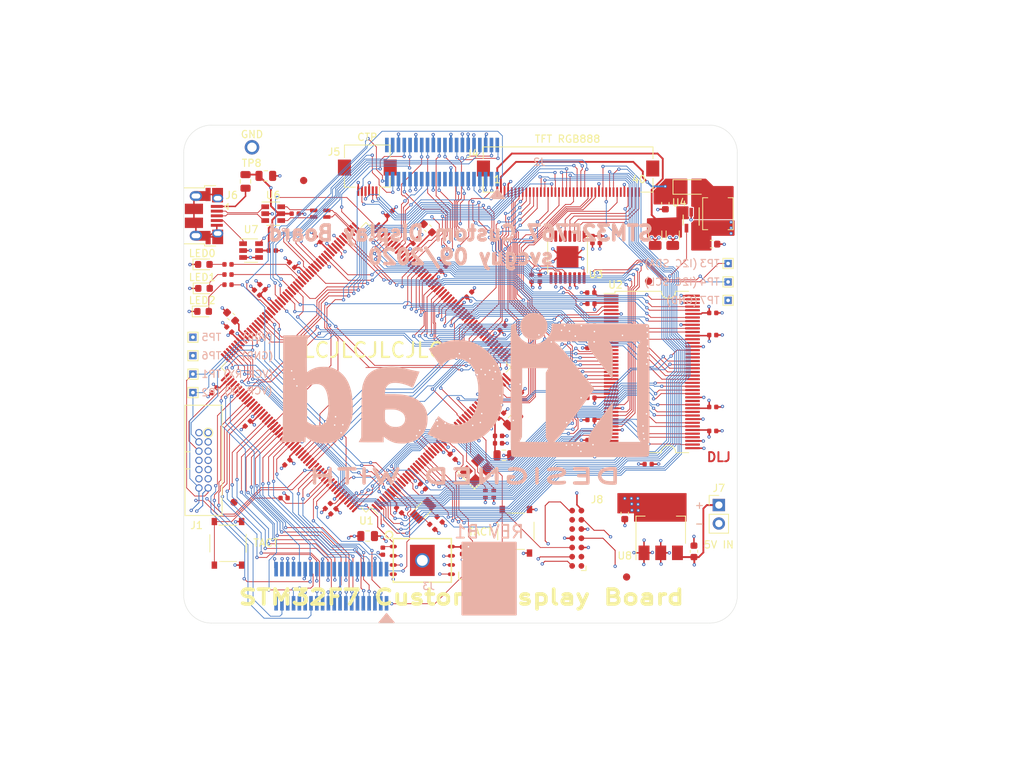
<source format=kicad_pcb>
(kicad_pcb (version 20171130) (host pcbnew "(5.1.6)-1")
  (title_block (title customDisplay) (date 2020-09-25) (rev B1) (company svcguy) (comment 1 "Checked by Andy"))
  (layers (0 F.Cu signal) (1 In1.Cu signal) (2 In2.Cu signal) (31 B.Cu signal) (34 B.Paste user) (35 F.Paste user) (36 B.SilkS user) (37 F.SilkS user) (38 B.Mask user) (39 F.Mask user) (44 Edge.Cuts user))
  (net 0 "")
  (net 1 GND)
  (net 2 VDD)
  (net 3 /MCU/RESET)
  (net 4 "Net-(C24-Pad1)")
  (net 5 "Net-(C28-Pad1)")
  (net 6 "Net-(C30-Pad1)")
  (net 7 "Net-(C31-Pad1)")
  (net 8 /MCU/PC7)
  (net 9 /MCU/PC8)
  (net 10 /MCU/PA9)
  (net 11 /MCU/PA15)
  (net 12 /MCU/PC10)
  (net 13 /MCU/PC11)
  (net 14 /MCU/PC12)
  (net 15 /MCU/PD2)
  (net 16 /MCU/PD4)
  (net 17 /MCU/PD5)
  (net 18 /MCU/PD7)
  (net 19 /MCU/PJ12)
  (net 20 /MCU/PJ14)
  (net 21 /MCU/PJ15)
  (net 22 +5V)
  (net 23 /MCU/PG9)
  (net 24 /MCU/PG10)
  (net 25 /MCU/PG11)
  (net 26 /MCU/PG12)
  (net 27 /MCU/PG13)
  (net 28 /MCU/PG14)
  (net 29 /MCU/PB4)
  (net 30 /MCU/PB5)
  (net 31 /MCU/PB8)
  (net 32 /MCU/PB9)
  (net 33 /MCU/PC13)
  (net 34 /MCU/PF7)
  (net 35 /MCU/PC1)
  (net 36 /MCU/PH3)
  (net 37 /MCU/PA0)
  (net 38 /MCU/PA4)
  (net 39 /MCU/PH5)
  (net 40 /MCU/PC4)
  (net 41 /MCU/PA7)
  (net 42 /MCU/PC5)
  (net 43 /MCU/PJ1)
  (net 44 /MCU/PI15)
  (net 45 /MCU/PJ5)
  (net 46 /MCU/PJ3)
  (net 47 /MCU/PH7)
  (net 48 /MCU/PH6)
  (net 49 /MCU/PB13)
  (net 50 /MCU/PG6)
  (net 51 /MCU/PG3)
  (net 52 /MCU/PC6)
  (net 53 /MCU/PG7)
  (net 54 /MCU/SWDIO)
  (net 55 /MCU/SWCLK)
  (net 56 /MCU/SWO)
  (net 57 "Net-(R5-Pad1)")
  (net 58 /MCU/SDRAM21)
  (net 59 /MCU/SDRAM22)
  (net 60 /MCU/SDRAM23)
  (net 61 /MCU/SDRAM24)
  (net 62 /MCU/SDRAM25)
  (net 63 /MCU/SDRAM26)
  (net 64 /MCU/SDRAM27)
  (net 65 /MCU/SDRAM28)
  (net 66 /MCU/SDRAM16)
  (net 67 /MCU/SDRAM53)
  (net 68 /MCU/SDRAM20)
  (net 69 /MCU/SDRAM18)
  (net 70 /MCU/SDRAM19)
  (net 71 /MCU/SDRAM1)
  (net 72 /MCU/SDRAM15)
  (net 73 /MCU/SDRAM2)
  (net 74 /MCU/SDRAM3)
  (net 75 /MCU/SDRAM14)
  (net 76 /MCU/SDRAM4)
  (net 77 /MCU/SDRAM5)
  (net 78 /MCU/SDRAM6)
  (net 79 /MCU/SDRAM55)
  (net 80 /MCU/SDRAM37)
  (net 81 /MCU/SDRAM38)
  (net 82 /MCU/SDRAM39)
  (net 83 /MCU/SDRAM40)
  (net 84 /MCU/SDRAM41)
  (net 85 /MCU/SDRAM42)
  (net 86 /MCU/SDRAM43)
  (net 87 /MCU/SDRAM44)
  (net 88 /MCU/SDRAM45)
  (net 89 /MCU/SDRAM46)
  (net 90 /MCU/SDRAM47)
  (net 91 /MCU/SDRAM48)
  (net 92 /MCU/SDRAM49)
  (net 93 /MCU/SDRAM50)
  (net 94 /MCU/SDRAM51)
  (net 95 /MCU/SDRAM52)
  (net 96 /MCU/SDRAM56)
  (net 97 /MCU/SDRAM7)
  (net 98 /MCU/SDRAM8)
  (net 99 /MCU/SDRAM9)
  (net 100 /MCU/SDRAM10)
  (net 101 /MCU/SDRAM11)
  (net 102 /MCU/SDRAM12)
  (net 103 /MCU/SDRAM13)
  (net 104 /MCU/SDRAM0)
  (net 105 /MCU/SDRAM17)
  (net 106 /MCU/SDRAM54)
  (net 107 /MCU/SDRAM29)
  (net 108 /MCU/SDRAM30)
  (net 109 /MCU/SDRAM31)
  (net 110 /MCU/SDRAM32)
  (net 111 /MCU/SDRAM33)
  (net 112 /MCU/SDRAM34)
  (net 113 /MCU/SDRAM35)
  (net 114 /MCU/SDRAM36)
  (net 115 /LCD/LED_A)
  (net 116 "Net-(D4-Pad2)")
  (net 117 /LCD/LED_K)
  (net 118 /LCD/DISPLAY0)
  (net 119 /LCD/DISPLAY1)
  (net 120 /LCD/DISPLAY2)
  (net 121 /LCD/DISPLAY3)
  (net 122 /LCD/DISPLAY4)
  (net 123 /LCD/DISPLAY5)
  (net 124 /LCD/DISPLAY6)
  (net 125 /LCD/DISPLAY7)
  (net 126 /LCD/DISPLAY8)
  (net 127 /LCD/DISPLAY9)
  (net 128 /LCD/DISPLAY10)
  (net 129 /LCD/DISPLAY11)
  (net 130 /LCD/DISPLAY12)
  (net 131 /LCD/DISPLAY13)
  (net 132 /LCD/DISPLAY14)
  (net 133 /LCD/DISPLAY15)
  (net 134 /LCD/DISPLAY16)
  (net 135 /LCD/DISPLAY17)
  (net 136 /LCD/DISPLAY18)
  (net 137 /LCD/DISPLAY19)
  (net 138 /LCD/DISPLAY20)
  (net 139 /LCD/DISPLAY21)
  (net 140 /LCD/DISPLAY22)
  (net 141 /LCD/DISPLAY23)
  (net 142 /LCD/DISPLAY26)
  (net 143 /LCD/DISPLAY29)
  (net 144 /LCD/DISPLAY24)
  (net 145 /LCD/DISPLAY25)
  (net 146 /LCD/DISPLAY27)
  (net 147 /LCD/XR)
  (net 148 /LCD/YD)
  (net 149 /LCD/XL)
  (net 150 /LCD/YU)
  (net 151 /LCD/TOUCH3)
  (net 152 /LCD/TOUCH2)
  (net 153 /LCD/DISPLAY28)
  (net 154 /Flash/QUADSPI4)
  (net 155 /Flash/QUADSPI1)
  (net 156 /Flash/QUADSPI2)
  (net 157 /Flash/QUADSPI0)
  (net 158 /Flash/QUADSPI5)
  (net 159 /Flash/QUADSPI3)
  (net 160 /USB/ID)
  (net 161 /MCU/PB2)
  (net 162 _D-)
  (net 163 _D+)
  (net 164 D+)
  (net 165 D-)
  (net 166 __D-)
  (net 167 __D+)
  (net 168 /MCU/PD3)
  (net 169 /MCU/PB7)
  (net 170 /MCU/PB11)
  (net 171 /MCU/PJ11)
  (net 172 /MCU/PJ9)
  (net 173 /MCU/PJ8)
  (net 174 /MCU/PJ7)
  (net 175 /MCU/PJ2)
  (net 176 /MCU/PK3)
  (net 177 /MCU/LED0)
  (net 178 /MCU/LED1)
  (net 179 /MCU/LED2)
  (net 180 "Net-(C10-Pad1)")
  (net 181 "Net-(C26-Pad1)")
  (net 182 "Net-(C27-Pad2)")
  (net 183 "Net-(C29-Pad1)")
  (net 184 "Net-(D1-Pad2)")
  (net 185 "Net-(D2-Pad2)")
  (net 186 "Net-(D3-Pad2)")
  (net 187 "Net-(J6-Pad1)")
  (net 188 "Net-(J6-Pad4)")
  (net 189 "Net-(R4-Pad2)")
  (net 190 /TOUCH0)
  (net 191 /TOUCH1)
  (net 192 /VCP_TX)
  (net 193 /VCP_RX)
  (module Symbol:KiCad-Logo2_20mm_SilkScreen (layer B.Cu) (at 153.01 101.75 180)
    (fp_text reference REF** hide)
    (fp_text value KiCad-Logo2_20mm_SilkScreen hide)
  )
  (module jlcpcb_smt:JLC_TOOLING_HOLE (layer F.Cu) (at 130.048 69.85)
    (fp_text reference TH1)
    (fp_text value ToolingHole)
    (pad "" np_thru_hole circle (at 0 0) (size 1.152 1.152) (drill 1.152) (layers *.Cu *.Mask))
  )
  (module jlcpcb_smt:JLC_TOOLING_HOLE (layer F.Cu) (at 181.61 68.58)
    (fp_text reference TH2)
    (fp_text value ToolingHole)
    (pad "" np_thru_hole circle (at 0 0) (size 1.152 1.152) (drill 1.152) (layers *.Cu *.Mask))
  )
  (module jlcpcb_smt:JLC_TOOLING_HOLE (layer F.Cu) (at 179.578 128.778)
    (fp_text reference TH3)
    (fp_text value ToolingHole)
    (pad "" np_thru_hole circle (at 0 0) (size 1.152 1.152) (drill 1.152) (layers *.Cu *.Mask))
  )
  (module Custom_KICAD:W-PDFN-8 (layer F.Cu) (at 147.1422 125.984)
    (fp_text reference U5 (at 5.7658 2.159) (layer F.SilkS))
    (fp_text value MT25QL512ABB)
    (pad 1 smd roundrect (at -4 -1.905) (size 1 0.5) (layers F.Cu F.Paste F.Mask) (roundrect_rratio 0.5) (net 154 /Flash/QUADSPI4))
    (pad 2 smd roundrect (at -4 -0.635) (size 1 0.5) (layers F.Cu F.Paste F.Mask) (roundrect_rratio 0.5) (net 155 /Flash/QUADSPI1))
    (pad 3 smd roundrect (at -4 0.635) (size 1 0.5) (layers F.Cu F.Paste F.Mask) (roundrect_rratio 0.5) (net 156 /Flash/QUADSPI2))
    (pad 4 smd roundrect (at -4 1.905) (size 1 0.5) (layers F.Cu F.Paste F.Mask) (roundrect_rratio 0.5) (net 1 GND))
    (pad 5 smd roundrect (at 4 1.905) (size 1 0.5) (layers F.Cu F.Paste F.Mask) (roundrect_rratio 0.5) (net 157 /Flash/QUADSPI0))
    (pad 6 smd roundrect (at 4 0.635) (size 1 0.5) (layers F.Cu F.Paste F.Mask) (roundrect_rratio 0.5) (net 158 /Flash/QUADSPI5))
    (pad 7 smd roundrect (at 4 -0.635) (size 1 0.5) (layers F.Cu F.Paste F.Mask) (roundrect_rratio 0.5) (net 159 /Flash/QUADSPI3))
    (pad 8 smd roundrect (at 4 -1.905) (size 1 0.5) (layers F.Cu F.Paste F.Mask) (roundrect_rratio 0.5) (net 2 VDD))
    (pad EP smd rect (at 0 0) (size 3.4 4.3) (layers F.Cu F.Mask) (net 1 GND))
    (pad 12 thru_hole circle (at 0 0) (size 2 2) (drill 1.5) (layers *.Cu *.Mask) (net 1 GND))
  )
  (module Package_QFP:LQFP-208_28x28mm_P0.5mm (layer F.Cu) (at 139.3914 99.394 135)
    (fp_text reference U1 (at -14.979067 -14.901851 180) (layer F.SilkS))
    (fp_text value STM32F767BGTx)
    (pad 1 smd roundrect (at -14.675 -12.75 135) (size 1.5 0.3) (layers F.Cu F.Paste F.Mask) (net 156 /Flash/QUADSPI2))
    (pad 2 smd roundrect (at -14.675 -12.25 135) (size 1.5 0.3) (layers F.Cu F.Paste F.Mask) (net 153 /LCD/DISPLAY28))
    (pad 3 smd roundrect (at -14.675 -11.75 135) (size 1.5 0.3) (layers F.Cu F.Paste F.Mask) (net 134 /LCD/DISPLAY16))
    (pad 4 smd roundrect (at -14.675 -11.25 135) (size 1.5 0.3) (layers F.Cu F.Paste F.Mask) (net 126 /LCD/DISPLAY8))
    (pad 5 smd roundrect (at -14.675 -10.75 135) (size 1.5 0.3) (layers F.Cu F.Paste F.Mask) (net 127 /LCD/DISPLAY9))
    (pad 6 smd roundrect (at -14.675 -10.25 135) (size 1.5 0.3) (layers F.Cu F.Paste F.Mask) (net 2 VDD))
    (pad 7 smd roundrect (at -14.675 -9.75 135) (size 1.5 0.3) (layers F.Cu F.Paste F.Mask) (net 143 /LCD/DISPLAY29))
    (pad 8 smd roundrect (at -14.675 -9.25 135) (size 1.5 0.3) (layers F.Cu F.Paste F.Mask) (net 33 /MCU/PC13))
    (pad 9 smd roundrect (at -14.675 -8.75 135) (size 1.5 0.3) (layers F.Cu F.Paste F.Mask) (net 183 "Net-(C29-Pad1)"))
    (pad 10 smd roundrect (at -14.675 -8.25 135) (size 1.5 0.3) (layers F.Cu F.Paste F.Mask) (net 5 "Net-(C28-Pad1)"))
    (pad 11 smd roundrect (at -14.675 -7.75 135) (size 1.5 0.3) (layers F.Cu F.Paste F.Mask) (net 94 /MCU/SDRAM51))
    (pad 12 smd roundrect (at -14.675 -7.25 135) (size 1.5 0.3) (layers F.Cu F.Paste F.Mask) (net 95 /MCU/SDRAM52))
    (pad 13 smd roundrect (at -14.675 -6.75 135) (size 1.5 0.3) (layers F.Cu F.Paste F.Mask) (net 132 /LCD/DISPLAY14))
    (pad 14 smd roundrect (at -14.675 -6.25 135) (size 1.5 0.3) (layers F.Cu F.Paste F.Mask) (net 1 GND))
    (pad 15 smd roundrect (at -14.675 -5.75 135) (size 1.5 0.3) (layers F.Cu F.Paste F.Mask) (net 2 VDD))
    (pad 16 smd roundrect (at -14.675 -5.25 135) (size 1.5 0.3) (layers F.Cu F.Paste F.Mask) (net 76 /MCU/SDRAM4))
    (pad 17 smd roundrect (at -14.675 -4.75 135) (size 1.5 0.3) (layers F.Cu F.Paste F.Mask) (net 77 /MCU/SDRAM5))
    (pad 18 smd roundrect (at -14.675 -4.25 135) (size 1.5 0.3) (layers F.Cu F.Paste F.Mask) (net 78 /MCU/SDRAM6))
    (pad 19 smd roundrect (at -14.675 -3.75 135) (size 1.5 0.3) (layers F.Cu F.Paste F.Mask) (net 144 /LCD/DISPLAY24))
    (pad 20 smd roundrect (at -14.675 -3.25 135) (size 1.5 0.3) (layers F.Cu F.Paste F.Mask) (net 145 /LCD/DISPLAY25))
    (pad 21 smd roundrect (at -14.675 -2.75 135) (size 1.5 0.3) (layers F.Cu F.Paste F.Mask) (net 142 /LCD/DISPLAY26))
    (pad 22 smd roundrect (at -14.675 -2.25 135) (size 1.5 0.3) (layers F.Cu F.Paste F.Mask) (net 97 /MCU/SDRAM7))
    (pad 23 smd roundrect (at -14.675 -1.75 135) (size 1.5 0.3) (layers F.Cu F.Paste F.Mask) (net 98 /MCU/SDRAM8))
    (pad 24 smd roundrect (at -14.675 -1.25 135) (size 1.5 0.3) (layers F.Cu F.Paste F.Mask) (net 99 /MCU/SDRAM9))
    (pad 25 smd roundrect (at -14.675 -0.75 135) (size 1.5 0.3) (layers F.Cu F.Paste F.Mask) (net 1 GND))
    (pad 26 smd roundrect (at -14.675 -0.25 135) (size 1.5 0.3) (layers F.Cu F.Paste F.Mask) (net 2 VDD))
    (pad 27 smd roundrect (at -14.675 0.25 135) (size 1.5 0.3) (layers F.Cu F.Paste F.Mask) (net 159 /Flash/QUADSPI3))
    (pad 28 smd roundrect (at -14.675 0.75 135) (size 1.5 0.3) (layers F.Cu F.Paste F.Mask) (net 34 /MCU/PF7))
    (pad 29 smd roundrect (at -14.675 1.25 135) (size 1.5 0.3) (layers F.Cu F.Paste F.Mask) (net 157 /Flash/QUADSPI0))
    (pad 30 smd roundrect (at -14.675 1.75 135) (size 1.5 0.3) (layers F.Cu F.Paste F.Mask) (net 155 /Flash/QUADSPI1))
    (pad 31 smd roundrect (at -14.675 2.25 135) (size 1.5 0.3) (layers F.Cu F.Paste F.Mask) (net 158 /Flash/QUADSPI5))
    (pad 32 smd roundrect (at -14.675 2.75 135) (size 1.5 0.3) (layers F.Cu F.Paste F.Mask) (net 6 "Net-(C30-Pad1)"))
    (pad 33 smd roundrect (at -14.675 3.25 135) (size 1.5 0.3) (layers F.Cu F.Paste F.Mask) (net 7 "Net-(C31-Pad1)"))
    (pad 34 smd roundrect (at -14.675 3.75 135) (size 1.5 0.3) (layers F.Cu F.Paste F.Mask) (net 3 /MCU/RESET))
    (pad 35 smd roundrect (at -14.675 4.25 135) (size 1.5 0.3) (layers F.Cu F.Paste F.Mask) (net 68 /MCU/SDRAM20))
    (pad 36 smd roundrect (at -14.675 4.75 135) (size 1.5 0.3) (layers F.Cu F.Paste F.Mask) (net 35 /MCU/PC1))
    (pad 37 smd roundrect (at -14.675 5.25 135) (size 1.5 0.3) (layers F.Cu F.Paste F.Mask) (net 71 /MCU/SDRAM1))
    (pad 38 smd roundrect (at -14.675 5.75 135) (size 1.5 0.3) (layers F.Cu F.Paste F.Mask) (net 104 /MCU/SDRAM0))
    (pad 39 smd roundrect (at -14.675 6.25 135) (size 1.5 0.3) (layers F.Cu F.Paste F.Mask) (net 2 VDD))
    (pad 40 smd roundrect (at -14.675 6.75 135) (size 1.5 0.3) (layers F.Cu F.Paste F.Mask) (net 1 GND))
    (pad 41 smd roundrect (at -14.675 7.25 135) (size 1.5 0.3) (layers F.Cu F.Paste F.Mask) (net 4 "Net-(C24-Pad1)"))
    (pad 42 smd roundrect (at -14.675 7.75 135) (size 1.5 0.3) (layers F.Cu F.Paste F.Mask) (net 180 "Net-(C10-Pad1)"))
    (pad 43 smd roundrect (at -14.675 8.25 135) (size 1.5 0.3) (layers F.Cu F.Paste F.Mask) (net 37 /MCU/PA0))
    (pad 44 smd roundrect (at -14.675 8.75 135) (size 1.5 0.3) (layers F.Cu F.Paste F.Mask) (net 120 /LCD/DISPLAY2))
    (pad 45 smd roundrect (at -14.675 9.25 135) (size 1.5 0.3) (layers F.Cu F.Paste F.Mask) (net 119 /LCD/DISPLAY1))
    (pad 46 smd roundrect (at -14.675 9.75 135) (size 1.5 0.3) (layers F.Cu F.Paste F.Mask) (net 118 /LCD/DISPLAY0))
    (pad 47 smd roundrect (at -14.675 10.25 135) (size 1.5 0.3) (layers F.Cu F.Paste F.Mask) (net 36 /MCU/PH3))
    (pad 48 smd roundrect (at -14.675 10.75 135) (size 1.5 0.3) (layers F.Cu F.Paste F.Mask) (net 131 /LCD/DISPLAY13))
    (pad 49 smd roundrect (at -14.675 11.25 135) (size 1.5 0.3) (layers F.Cu F.Paste F.Mask) (net 39 /MCU/PH5))
    (pad 50 smd roundrect (at -14.675 11.75 135) (size 1.5 0.3) (layers F.Cu F.Paste F.Mask) (net 139 /LCD/DISPLAY21))
    (pad 51 smd roundrect (at -14.675 12.25 135) (size 1.5 0.3) (layers F.Cu F.Paste F.Mask) (net 1 GND))
    (pad 52 smd roundrect (at -14.675 12.75 135) (size 1.5 0.3) (layers F.Cu F.Paste F.Mask) (net 2 VDD))
    (pad 53 smd roundrect (at -12.75 14.675 135) (size 0.3 1.5) (layers F.Cu F.Paste F.Mask) (net 38 /MCU/PA4))
    (pad 54 smd roundrect (at -12.25 14.675 135) (size 0.3 1.5) (layers F.Cu F.Paste F.Mask) (net 122 /LCD/DISPLAY4))
    (pad 55 smd roundrect (at -11.75 14.675 135) (size 0.3 1.5) (layers F.Cu F.Paste F.Mask) (net 128 /LCD/DISPLAY10))
    (pad 56 smd roundrect (at -11.25 14.675 135) (size 0.3 1.5) (layers F.Cu F.Paste F.Mask) (net 41 /MCU/PA7))
    (pad 57 smd roundrect (at -10.75 14.675 135) (size 0.3 1.5) (layers F.Cu F.Paste F.Mask) (net 40 /MCU/PC4))
    (pad 58 smd roundrect (at -10.25 14.675 135) (size 0.3 1.5) (layers F.Cu F.Paste F.Mask) (net 42 /MCU/PC5))
    (pad 59 smd roundrect (at -9.75 14.675 135) (size 0.3 1.5) (layers F.Cu F.Paste F.Mask) (net 2 VDD))
    (pad 60 smd roundrect (at -9.25 14.675 135) (size 0.3 1.5) (layers F.Cu F.Paste F.Mask) (net 1 GND))
    (pad 61 smd roundrect (at -8.75 14.675 135) (size 0.3 1.5) (layers F.Cu F.Paste F.Mask) (net 121 /LCD/DISPLAY3))
    (pad 62 smd roundrect (at -8.25 14.675 135) (size 0.3 1.5) (layers F.Cu F.Paste F.Mask) (net 124 /LCD/DISPLAY6))
    (pad 63 smd roundrect (at -7.75 14.675 135) (size 0.3 1.5) (layers F.Cu F.Paste F.Mask) (net 161 /MCU/PB2))
    (pad 64 smd roundrect (at -7.25 14.675 135) (size 0.3 1.5) (layers F.Cu F.Paste F.Mask) (net 44 /MCU/PI15))
    (pad 65 smd roundrect (at -6.75 14.675 135) (size 0.3 1.5) (layers F.Cu F.Paste F.Mask) (net 125 /LCD/DISPLAY7))
    (pad 66 smd roundrect (at -6.25 14.675 135) (size 0.3 1.5) (layers F.Cu F.Paste F.Mask) (net 43 /MCU/PJ1))
    (pad 67 smd roundrect (at -5.75 14.675 135) (size 0.3 1.5) (layers F.Cu F.Paste F.Mask) (net 175 /MCU/PJ2))
    (pad 68 smd roundrect (at -5.25 14.675 135) (size 0.3 1.5) (layers F.Cu F.Paste F.Mask) (net 46 /MCU/PJ3))
    (pad 69 smd roundrect (at -4.75 14.675 135) (size 0.3 1.5) (layers F.Cu F.Paste F.Mask) (net 123 /LCD/DISPLAY5))
    (pad 70 smd roundrect (at -4.25 14.675 135) (size 0.3 1.5) (layers F.Cu F.Paste F.Mask) (net 70 /MCU/SDRAM19))
    (pad 71 smd roundrect (at -3.75 14.675 135) (size 0.3 1.5) (layers F.Cu F.Paste F.Mask) (net 100 /MCU/SDRAM10))
    (pad 72 smd roundrect (at -3.25 14.675 135) (size 0.3 1.5) (layers F.Cu F.Paste F.Mask) (net 1 GND))
    (pad 73 smd roundrect (at -2.75 14.675 135) (size 0.3 1.5) (layers F.Cu F.Paste F.Mask) (net 2 VDD))
    (pad 74 smd roundrect (at -2.25 14.675 135) (size 0.3 1.5) (layers F.Cu F.Paste F.Mask) (net 101 /MCU/SDRAM11))
    (pad 75 smd roundrect (at -1.75 14.675 135) (size 0.3 1.5) (layers F.Cu F.Paste F.Mask) (net 102 /MCU/SDRAM12))
    (pad 76 smd roundrect (at -1.25 14.675 135) (size 0.3 1.5) (layers F.Cu F.Paste F.Mask) (net 103 /MCU/SDRAM13))
    (pad 77 smd roundrect (at -0.75 14.675 135) (size 0.3 1.5) (layers F.Cu F.Paste F.Mask) (net 75 /MCU/SDRAM14))
    (pad 78 smd roundrect (at -0.25 14.675 135) (size 0.3 1.5) (layers F.Cu F.Paste F.Mask) (net 72 /MCU/SDRAM15))
    (pad 79 smd roundrect (at 0.25 14.675 135) (size 0.3 1.5) (layers F.Cu F.Paste F.Mask) (net 62 /MCU/SDRAM25))
    (pad 80 smd roundrect (at 0.75 14.675 135) (size 0.3 1.5) (layers F.Cu F.Paste F.Mask) (net 63 /MCU/SDRAM26))
    (pad 81 smd roundrect (at 1.25 14.675 135) (size 0.3 1.5) (layers F.Cu F.Paste F.Mask) (net 64 /MCU/SDRAM27))
    (pad 82 smd roundrect (at 1.75 14.675 135) (size 0.3 1.5) (layers F.Cu F.Paste F.Mask) (net 1 GND))
    (pad 83 smd roundrect (at 2.25 14.675 135) (size 0.3 1.5) (layers F.Cu F.Paste F.Mask) (net 2 VDD))
    (pad 84 smd roundrect (at 2.75 14.675 135) (size 0.3 1.5) (layers F.Cu F.Paste F.Mask) (net 65 /MCU/SDRAM28))
    (pad 85 smd roundrect (at 3.25 14.675 135) (size 0.3 1.5) (layers F.Cu F.Paste F.Mask) (net 107 /MCU/SDRAM29))
    (pad 86 smd roundrect (at 3.75 14.675 135) (size 0.3 1.5) (layers F.Cu F.Paste F.Mask) (net 108 /MCU/SDRAM30))
    (pad 87 smd roundrect (at 4.25 14.675 135) (size 0.3 1.5) (layers F.Cu F.Paste F.Mask) (net 109 /MCU/SDRAM31))
    (pad 88 smd roundrect (at 4.75 14.675 135) (size 0.3 1.5) (layers F.Cu F.Paste F.Mask) (net 110 /MCU/SDRAM32))
    (pad 89 smd roundrect (at 5.25 14.675 135) (size 0.3 1.5) (layers F.Cu F.Paste F.Mask) (net 111 /MCU/SDRAM33))
    (pad 90 smd roundrect (at 5.75 14.675 135) (size 0.3 1.5) (layers F.Cu F.Paste F.Mask) (net 130 /LCD/DISPLAY12))
    (pad 91 smd roundrect (at 6.25 14.675 135) (size 0.3 1.5) (layers F.Cu F.Paste F.Mask) (net 170 /MCU/PB11))
    (pad 92 smd roundrect (at 6.75 14.675 135) (size 0.3 1.5) (layers F.Cu F.Paste F.Mask) (net 182 "Net-(C27-Pad2)"))
    (pad 93 smd roundrect (at 7.25 14.675 135) (size 0.3 1.5) (layers F.Cu F.Paste F.Mask) (net 1 GND))
    (pad 94 smd roundrect (at 7.75 14.675 135) (size 0.3 1.5) (layers F.Cu F.Paste F.Mask) (net 2 VDD))
    (pad 95 smd roundrect (at 8.25 14.675 135) (size 0.3 1.5) (layers F.Cu F.Paste F.Mask) (net 45 /MCU/PJ5))
    (pad 96 smd roundrect (at 8.75 14.675 135) (size 0.3 1.5) (layers F.Cu F.Paste F.Mask) (net 48 /MCU/PH6))
    (pad 97 smd roundrect (at 9.25 14.675 135) (size 0.3 1.5) (layers F.Cu F.Paste F.Mask) (net 47 /MCU/PH7))
    (pad 98 smd roundrect (at 9.75 14.675 135) (size 0.3 1.5) (layers F.Cu F.Paste F.Mask) (net 80 /MCU/SDRAM37))
    (pad 99 smd roundrect (at 10.25 14.675 135) (size 0.3 1.5) (layers F.Cu F.Paste F.Mask) (net 81 /MCU/SDRAM38))
    (pad 100 smd roundrect (at 10.75 14.675 135) (size 0.3 1.5) (layers F.Cu F.Paste F.Mask) (net 82 /MCU/SDRAM39))
    (pad 101 smd roundrect (at 11.25 14.675 135) (size 0.3 1.5) (layers F.Cu F.Paste F.Mask) (net 83 /MCU/SDRAM40))
    (pad 102 smd roundrect (at 11.75 14.675 135) (size 0.3 1.5) (layers F.Cu F.Paste F.Mask) (net 84 /MCU/SDRAM41))
    (pad 103 smd roundrect (at 12.25 14.675 135) (size 0.3 1.5) (layers F.Cu F.Paste F.Mask) (net 2 VDD))
    (pad 104 smd roundrect (at 12.75 14.675 135) (size 0.3 1.5) (layers F.Cu F.Paste F.Mask) (net 160 /USB/ID))
    (pad 105 smd roundrect (at 14.675 12.75 135) (size 1.5 0.3) (layers F.Cu F.Paste F.Mask) (net 49 /MCU/PB13))
    (pad 106 smd roundrect (at 14.675 12.25 135) (size 1.5 0.3) (layers F.Cu F.Paste F.Mask) (net 165 D-))
    (pad 107 smd roundrect (at 14.675 11.75 135) (size 1.5 0.3) (layers F.Cu F.Paste F.Mask) (net 164 D+))
    (pad 108 smd roundrect (at 14.675 11.25 135) (size 1.5 0.3) (layers F.Cu F.Paste F.Mask) (net 112 /MCU/SDRAM34))
    (pad 109 smd roundrect (at 14.675 10.75 135) (size 1.5 0.3) (layers F.Cu F.Paste F.Mask) (net 113 /MCU/SDRAM35))
    (pad 110 smd roundrect (at 14.675 10.25 135) (size 1.5 0.3) (layers F.Cu F.Paste F.Mask) (net 114 /MCU/SDRAM36))
    (pad 111 smd roundrect (at 14.675 9.75 135) (size 1.5 0.3) (layers F.Cu F.Paste F.Mask) (net 152 /LCD/TOUCH2))
    (pad 112 smd roundrect (at 14.675 9.25 135) (size 1.5 0.3) (layers F.Cu F.Paste F.Mask) (net 190 /TOUCH0))
    (pad 113 smd roundrect (at 14.675 8.75 135) (size 1.5 0.3) (layers F.Cu F.Paste F.Mask) (net 191 /TOUCH1))
    (pad 114 smd roundrect (at 14.675 8.25 135) (size 1.5 0.3) (layers F.Cu F.Paste F.Mask) (net 1 GND))
    (pad 115 smd roundrect (at 14.675 7.75 135) (size 1.5 0.3) (layers F.Cu F.Paste F.Mask) (net 2 VDD))
    (pad 116 smd roundrect (at 14.675 7.25 135) (size 1.5 0.3) (layers F.Cu F.Paste F.Mask) (net 58 /MCU/SDRAM21))
    (pad 117 smd roundrect (at 14.675 6.75 135) (size 1.5 0.3) (layers F.Cu F.Paste F.Mask) (net 59 /MCU/SDRAM22))
    (pad 118 smd roundrect (at 14.675 6.25 135) (size 1.5 0.3) (layers F.Cu F.Paste F.Mask) (net 151 /LCD/TOUCH3))
    (pad 119 smd roundrect (at 14.675 5.75 135) (size 1.5 0.3) (layers F.Cu F.Paste F.Mask) (net 174 /MCU/PJ7))
    (pad 120 smd roundrect (at 14.675 5.25 135) (size 1.5 0.3) (layers F.Cu F.Paste F.Mask) (net 173 /MCU/PJ8))
    (pad 121 smd roundrect (at 14.675 4.75 135) (size 1.5 0.3) (layers F.Cu F.Paste F.Mask) (net 172 /MCU/PJ9))
    (pad 122 smd roundrect (at 14.675 4.25 135) (size 1.5 0.3) (layers F.Cu F.Paste F.Mask) (net 129 /LCD/DISPLAY11))
    (pad 123 smd roundrect (at 14.675 3.75 135) (size 1.5 0.3) (layers F.Cu F.Paste F.Mask) (net 171 /MCU/PJ11))
    (pad 124 smd roundrect (at 14.675 3.25 135) (size 1.5 0.3) (layers F.Cu F.Paste F.Mask) (net 2 VDD))
    (pad 125 smd roundrect (at 14.675 2.75 135) (size 1.5 0.3) (layers F.Cu F.Paste F.Mask) (net 1 GND))
    (pad 126 smd roundrect (at 14.675 2.25 135) (size 1.5 0.3) (layers F.Cu F.Paste F.Mask) (net 177 /MCU/LED0))
    (pad 127 smd roundrect (at 14.675 1.75 135) (size 1.5 0.3) (layers F.Cu F.Paste F.Mask) (net 178 /MCU/LED1))
    (pad 128 smd roundrect (at 14.675 1.25 135) (size 1.5 0.3) (layers F.Cu F.Paste F.Mask) (net 133 /LCD/DISPLAY15))
    (pad 129 smd roundrect (at 14.675 0.75 135) (size 1.5 0.3) (layers F.Cu F.Paste F.Mask) (net 66 /MCU/SDRAM16))
    (pad 130 smd roundrect (at 14.675 0.25 135) (size 1.5 0.3) (layers F.Cu F.Paste F.Mask) (net 51 /MCU/PG3))
    (pad 131 smd roundrect (at 14.675 -0.25 135) (size 1.5 0.3) (layers F.Cu F.Paste F.Mask) (net 73 /MCU/SDRAM2))
    (pad 132 smd roundrect (at 14.675 -0.75 135) (size 1.5 0.3) (layers F.Cu F.Paste F.Mask) (net 74 /MCU/SDRAM3))
    (pad 133 smd roundrect (at 14.675 -1.25 135) (size 1.5 0.3) (layers F.Cu F.Paste F.Mask) (net 50 /MCU/PG6))
    (pad 134 smd roundrect (at 14.675 -1.75 135) (size 1.5 0.3) (layers F.Cu F.Paste F.Mask) (net 53 /MCU/PG7))
    (pad 135 smd roundrect (at 14.675 -2.25 135) (size 1.5 0.3) (layers F.Cu F.Paste F.Mask) (net 105 /MCU/SDRAM17))
    (pad 136 smd roundrect (at 14.675 -2.75 135) (size 1.5 0.3) (layers F.Cu F.Paste F.Mask) (net 1 GND))
    (pad 137 smd roundrect (at 14.675 -3.25 135) (size 1.5 0.3) (layers F.Cu F.Paste F.Mask) (net 2 VDD))
    (pad 138 smd roundrect (at 14.675 -3.75 135) (size 1.5 0.3) (layers F.Cu F.Paste F.Mask) (net 52 /MCU/PC6))
    (pad 139 smd roundrect (at 14.675 -4.25 135) (size 1.5 0.3) (layers F.Cu F.Paste F.Mask) (net 8 /MCU/PC7))
    (pad 140 smd roundrect (at 14.675 -4.75 135) (size 1.5 0.3) (layers F.Cu F.Paste F.Mask) (net 9 /MCU/PC8))
    (pad 141 smd roundrect (at 14.675 -5.25 135) (size 1.5 0.3) (layers F.Cu F.Paste F.Mask) (net 136 /LCD/DISPLAY18))
    (pad 142 smd roundrect (at 14.675 -5.75 135) (size 1.5 0.3) (layers F.Cu F.Paste F.Mask) (net 137 /LCD/DISPLAY19))
    (pad 143 smd roundrect (at 14.675 -6.25 135) (size 1.5 0.3) (layers F.Cu F.Paste F.Mask) (net 10 /MCU/PA9))
    (pad 144 smd roundrect (at 14.675 -6.75 135) (size 1.5 0.3) (layers F.Cu F.Paste F.Mask) (net 138 /LCD/DISPLAY20))
    (pad 145 smd roundrect (at 14.675 -7.25 135) (size 1.5 0.3) (layers F.Cu F.Paste F.Mask) (net 193 /VCP_RX))
    (pad 146 smd roundrect (at 14.675 -7.75 135) (size 1.5 0.3) (layers F.Cu F.Paste F.Mask) (net 192 /VCP_TX))
    (pad 147 smd roundrect (at 14.675 -8.25 135) (size 1.5 0.3) (layers F.Cu F.Paste F.Mask) (net 54 /MCU/SWDIO))
    (pad 148 smd roundrect (at 14.675 -8.75 135) (size 1.5 0.3) (layers F.Cu F.Paste F.Mask) (net 181 "Net-(C26-Pad1)"))
    (pad 149 smd roundrect (at 14.675 -9.25 135) (size 1.5 0.3) (layers F.Cu F.Paste F.Mask) (net 1 GND))
    (pad 150 smd roundrect (at 14.675 -9.75 135) (size 1.5 0.3) (layers F.Cu F.Paste F.Mask) (net 2 VDD))
    (pad 151 smd roundrect (at 14.675 -10.25 135) (size 1.5 0.3) (layers F.Cu F.Paste F.Mask) (net 85 /MCU/SDRAM42))
    (pad 152 smd roundrect (at 14.675 -10.75 135) (size 1.5 0.3) (layers F.Cu F.Paste F.Mask) (net 86 /MCU/SDRAM43))
    (pad 153 smd roundrect (at 14.675 -11.25 135) (size 1.5 0.3) (layers F.Cu F.Paste F.Mask) (net 87 /MCU/SDRAM44))
    (pad 154 smd roundrect (at 14.675 -11.75 135) (size 1.5 0.3) (layers F.Cu F.Paste F.Mask) (net 88 /MCU/SDRAM45))
    (pad 155 smd roundrect (at 14.675 -12.25 135) (size 1.5 0.3) (layers F.Cu F.Paste F.Mask) (net 89 /MCU/SDRAM46))
    (pad 156 smd roundrect (at 14.675 -12.75 135) (size 1.5 0.3) (layers F.Cu F.Paste F.Mask) (net 90 /MCU/SDRAM47))
    (pad 157 smd roundrect (at 12.75 -14.675 135) (size 0.3 1.5) (layers F.Cu F.Paste F.Mask) (net 91 /MCU/SDRAM48))
    (pad 158 smd roundrect (at 12.25 -14.675 135) (size 0.3 1.5) (layers F.Cu F.Paste F.Mask) (net 2 VDD))
    (pad 159 smd roundrect (at 11.75 -14.675 135) (size 0.3 1.5) (layers F.Cu F.Paste F.Mask) (net 55 /MCU/SWCLK))
    (pad 160 smd roundrect (at 11.25 -14.675 135) (size 0.3 1.5) (layers F.Cu F.Paste F.Mask) (net 11 /MCU/PA15))
    (pad 161 smd roundrect (at 10.75 -14.675 135) (size 0.3 1.5) (layers F.Cu F.Paste F.Mask) (net 12 /MCU/PC10))
    (pad 162 smd roundrect (at 10.25 -14.675 135) (size 0.3 1.5) (layers F.Cu F.Paste F.Mask) (net 13 /MCU/PC11))
    (pad 163 smd roundrect (at 9.75 -14.675 135) (size 0.3 1.5) (layers F.Cu F.Paste F.Mask) (net 14 /MCU/PC12))
    (pad 164 smd roundrect (at 9.25 -14.675 135) (size 0.3 1.5) (layers F.Cu F.Paste F.Mask) (net 60 /MCU/SDRAM23))
    (pad 165 smd roundrect (at 8.75 -14.675 135) (size 0.3 1.5) (layers F.Cu F.Paste F.Mask) (net 61 /MCU/SDRAM24))
    (pad 166 smd roundrect (at 8.25 -14.675 135) (size 0.3 1.5) (layers F.Cu F.Paste F.Mask) (net 15 /MCU/PD2))
    (pad 167 smd roundrect (at 7.75 -14.675 135) (size 0.3 1.5) (layers F.Cu F.Paste F.Mask) (net 168 /MCU/PD3))
    (pad 168 smd roundrect (at 7.25 -14.675 135) (size 0.3 1.5) (layers F.Cu F.Paste F.Mask) (net 16 /MCU/PD4))
    (pad 169 smd roundrect (at 6.75 -14.675 135) (size 0.3 1.5) (layers F.Cu F.Paste F.Mask) (net 17 /MCU/PD5))
    (pad 170 smd roundrect (at 6.25 -14.675 135) (size 0.3 1.5) (layers F.Cu F.Paste F.Mask) (net 1 GND))
    (pad 171 smd roundrect (at 5.75 -14.675 135) (size 0.3 1.5) (layers F.Cu F.Paste F.Mask) (net 2 VDD))
    (pad 172 smd roundrect (at 5.25 -14.675 135) (size 0.3 1.5) (layers F.Cu F.Paste F.Mask))
    (pad 173 smd roundrect (at 4.75 -14.675 135) (size 0.3 1.5) (layers F.Cu F.Paste F.Mask) (net 18 /MCU/PD7))
    (pad 174 smd roundrect (at 4.25 -14.675 135) (size 0.3 1.5) (layers F.Cu F.Paste F.Mask) (net 19 /MCU/PJ12))
    (pad 175 smd roundrect (at 3.75 -14.675 135) (size 0.3 1.5) (layers F.Cu F.Paste F.Mask) (net 135 /LCD/DISPLAY17))
    (pad 176 smd roundrect (at 3.25 -14.675 135) (size 0.3 1.5) (layers F.Cu F.Paste F.Mask) (net 20 /MCU/PJ14))
    (pad 177 smd roundrect (at 2.75 -14.675 135) (size 0.3 1.5) (layers F.Cu F.Paste F.Mask) (net 21 /MCU/PJ15))
    (pad 178 smd roundrect (at 2.25 -14.675 135) (size 0.3 1.5) (layers F.Cu F.Paste F.Mask) (net 23 /MCU/PG9))
    (pad 179 smd roundrect (at 1.75 -14.675 135) (size 0.3 1.5) (layers F.Cu F.Paste F.Mask) (net 24 /MCU/PG10))
    (pad 180 smd roundrect (at 1.25 -14.675 135) (size 0.3 1.5) (layers F.Cu F.Paste F.Mask) (net 25 /MCU/PG11))
    (pad 181 smd roundrect (at 0.75 -14.675 135) (size 0.3 1.5) (layers F.Cu F.Paste F.Mask) (net 26 /MCU/PG12))
    (pad 182 smd roundrect (at 0.25 -14.675 135) (size 0.3 1.5) (layers F.Cu F.Paste F.Mask) (net 27 /MCU/PG13))
    (pad 183 smd roundrect (at -0.25 -14.675 135) (size 0.3 1.5) (layers F.Cu F.Paste F.Mask) (net 28 /MCU/PG14))
    (pad 184 smd roundrect (at -0.75 -14.675 135) (size 0.3 1.5) (layers F.Cu F.Paste F.Mask) (net 1 GND))
    (pad 185 smd roundrect (at -1.25 -14.675 135) (size 0.3 1.5) (layers F.Cu F.Paste F.Mask) (net 2 VDD))
    (pad 186 smd roundrect (at -1.75 -14.675 135) (size 0.3 1.5) (layers F.Cu F.Paste F.Mask) (net 176 /MCU/PK3))
    (pad 187 smd roundrect (at -2.25 -14.675 135) (size 0.3 1.5) (layers F.Cu F.Paste F.Mask) (net 179 /MCU/LED2))
    (pad 188 smd roundrect (at -2.75 -14.675 135) (size 0.3 1.5) (layers F.Cu F.Paste F.Mask) (net 140 /LCD/DISPLAY22))
    (pad 189 smd roundrect (at -3.25 -14.675 135) (size 0.3 1.5) (layers F.Cu F.Paste F.Mask) (net 141 /LCD/DISPLAY23))
    (pad 190 smd roundrect (at -3.75 -14.675 135) (size 0.3 1.5) (layers F.Cu F.Paste F.Mask) (net 146 /LCD/DISPLAY27))
    (pad 191 smd roundrect (at -4.25 -14.675 135) (size 0.3 1.5) (layers F.Cu F.Paste F.Mask) (net 69 /MCU/SDRAM18))
    (pad 192 smd roundrect (at -4.75 -14.675 135) (size 0.3 1.5) (layers F.Cu F.Paste F.Mask) (net 56 /MCU/SWO))
    (pad 193 smd roundrect (at -5.25 -14.675 135) (size 0.3 1.5) (layers F.Cu F.Paste F.Mask) (net 29 /MCU/PB4))
    (pad 194 smd roundrect (at -5.75 -14.675 135) (size 0.3 1.5) (layers F.Cu F.Paste F.Mask) (net 30 /MCU/PB5))
    (pad 195 smd roundrect (at -6.25 -14.675 135) (size 0.3 1.5) (layers F.Cu F.Paste F.Mask) (net 154 /Flash/QUADSPI4))
    (pad 196 smd roundrect (at -6.75 -14.675 135) (size 0.3 1.5) (layers F.Cu F.Paste F.Mask) (net 169 /MCU/PB7))
    (pad 197 smd roundrect (at -7.25 -14.675 135) (size 0.3 1.5) (layers F.Cu F.Paste F.Mask) (net 57 "Net-(R5-Pad1)"))
    (pad 198 smd roundrect (at -7.75 -14.675 135) (size 0.3 1.5) (layers F.Cu F.Paste F.Mask) (net 31 /MCU/PB8))
    (pad 199 smd roundrect (at -8.25 -14.675 135) (size 0.3 1.5) (layers F.Cu F.Paste F.Mask) (net 32 /MCU/PB9))
    (pad 200 smd roundrect (at -8.75 -14.675 135) (size 0.3 1.5) (layers F.Cu F.Paste F.Mask) (net 67 /MCU/SDRAM53))
    (pad 201 smd roundrect (at -9.25 -14.675 135) (size 0.3 1.5) (layers F.Cu F.Paste F.Mask) (net 106 /MCU/SDRAM54))
    (pad 202 smd roundrect (at -9.75 -14.675 135) (size 0.3 1.5) (layers F.Cu F.Paste F.Mask) (net 1 GND))
    (pad 203 smd roundrect (at -10.25 -14.675 135) (size 0.3 1.5) (layers F.Cu F.Paste F.Mask) (net 189 "Net-(R4-Pad2)"))
    (pad 204 smd roundrect (at -10.75 -14.675 135) (size 0.3 1.5) (layers F.Cu F.Paste F.Mask) (net 2 VDD))
    (pad 205 smd roundrect (at -11.25 -14.675 135) (size 0.3 1.5) (layers F.Cu F.Paste F.Mask) (net 79 /MCU/SDRAM55))
    (pad 206 smd roundrect (at -11.75 -14.675 135) (size 0.3 1.5) (layers F.Cu F.Paste F.Mask) (net 96 /MCU/SDRAM56))
    (pad 207 smd roundrect (at -12.25 -14.675 135) (size 0.3 1.5) (layers F.Cu F.Paste F.Mask) (net 92 /MCU/SDRAM49))
    (pad 208 smd roundrect (at -12.75 -14.675 135) (size 0.3 1.5) (layers F.Cu F.Paste F.Mask) (net 93 /MCU/SDRAM50))
  )
  (module Custom_KICAD:STDC14_BOX (layer F.Cu) (at 117.0305 112.2045 270)
    (fp_text reference J1 (at 8.9535 0.9525 180) (layer F.SilkS))
    (fp_text value STDC14)
    (pad 14 thru_hole circle (at 3.81 0.635 270) (size 1 1) (drill 0.7) (layers *.Cu *.Mask) (net 192 /VCP_TX))
    (pad 13 thru_hole circle (at 3.81 -0.635 270) (size 1 1) (drill 0.7) (layers *.Cu *.Mask) (net 193 /VCP_RX))
    (pad 12 thru_hole circle (at 2.54 0.635 270) (size 1 1) (drill 0.7) (layers *.Cu *.Mask) (net 3 /MCU/RESET))
    (pad 11 thru_hole circle (at 2.54 -0.635 270) (size 1 1) (drill 0.7) (layers *.Cu *.Mask) (net 1 GND))
    (pad 10 thru_hole circle (at 1.27 0.635 270) (size 1 1) (drill 0.7) (layers *.Cu *.Mask))
    (pad 9 thru_hole circle (at 1.27 -0.635 270) (size 1 1) (drill 0.7) (layers *.Cu *.Mask))
    (pad 8 thru_hole circle (at 0 0.635 270) (size 1 1) (drill 0.7) (layers *.Cu *.Mask) (net 56 /MCU/SWO))
    (pad 7 thru_hole circle (at 0 -0.635 270) (size 1 1) (drill 0.7) (layers *.Cu *.Mask) (net 1 GND))
    (pad 6 thru_hole circle (at -1.27 0.635 270) (size 1 1) (drill 0.7) (layers *.Cu *.Mask) (net 55 /MCU/SWCLK))
    (pad 5 thru_hole circle (at -1.27 -0.635 270) (size 1 1) (drill 0.7) (layers *.Cu *.Mask) (net 1 GND))
    (pad 4 thru_hole circle (at -2.54 0.635 270) (size 1 1) (drill 0.7) (layers *.Cu *.Mask) (net 54 /MCU/SWDIO))
    (pad 3 thru_hole circle (at -2.54 -0.635 270) (size 1 1) (drill 0.7) (layers *.Cu *.Mask) (net 2 VDD))
    (pad 2 thru_hole circle (at -3.81 0.635 270) (size 1 1) (drill 0.7) (layers *.Cu *.Mask))
    (pad 1 thru_hole circle (at -3.81 -0.635 270) (size 1 1) (drill 0.7) (layers *.Cu *.Mask))
  )
  (module Custom_KICAD:TSOP_II-86-400mill (layer F.Cu) (at 178.736 100.029)
    (fp_text reference U2 (at -5 -12) (layer F.SilkS))
    (fp_text value MT48LC4M32B2TG)
    (pad 1 smd rect (at -5.6 -10.5) (size 2 0.3) (layers F.Cu F.Paste F.Mask) (net 2 VDD))
    (pad 2 smd rect (at -5.6 -10) (size 2 0.3) (layers F.Cu F.Paste F.Mask) (net 58 /MCU/SDRAM21))
    (pad 3 smd rect (at -5.6 -9.5) (size 2 0.3) (layers F.Cu F.Paste F.Mask) (net 2 VDD))
    (pad 4 smd rect (at -5.6 -9) (size 2 0.3) (layers F.Cu F.Paste F.Mask) (net 59 /MCU/SDRAM22))
    (pad 5 smd rect (at -5.6 -8.5) (size 2 0.3) (layers F.Cu F.Paste F.Mask) (net 60 /MCU/SDRAM23))
    (pad 6 smd rect (at -5.6 -8) (size 2 0.3) (layers F.Cu F.Paste F.Mask) (net 1 GND))
    (pad 7 smd rect (at -5.6 -7.5) (size 2 0.3) (layers F.Cu F.Paste F.Mask) (net 61 /MCU/SDRAM24))
    (pad 8 smd rect (at -5.6 -7) (size 2 0.3) (layers F.Cu F.Paste F.Mask) (net 62 /MCU/SDRAM25))
    (pad 9 smd rect (at -5.6 -6.5) (size 2 0.3) (layers F.Cu F.Paste F.Mask) (net 2 VDD))
    (pad 10 smd rect (at -5.6 -6) (size 2 0.3) (layers F.Cu F.Paste F.Mask) (net 63 /MCU/SDRAM26))
    (pad 11 smd rect (at -5.6 -5.5) (size 2 0.3) (layers F.Cu F.Paste F.Mask) (net 64 /MCU/SDRAM27))
    (pad 12 smd rect (at -5.6 -5) (size 2 0.3) (layers F.Cu F.Paste F.Mask) (net 1 GND))
    (pad 13 smd rect (at -5.6 -4.5) (size 2 0.3) (layers F.Cu F.Paste F.Mask) (net 65 /MCU/SDRAM28))
    (pad 14 smd rect (at -5.6 -4) (size 2 0.3) (layers F.Cu F.Paste F.Mask) (net 66 /MCU/SDRAM16))
    (pad 15 smd rect (at -5.6 -3.5) (size 2 0.3) (layers F.Cu F.Paste F.Mask) (net 2 VDD))
    (pad 16 smd rect (at -5.6 -3) (size 2 0.3) (layers F.Cu F.Paste F.Mask) (net 67 /MCU/SDRAM53))
    (pad 17 smd rect (at -5.6 -2.5) (size 2 0.3) (layers F.Cu F.Paste F.Mask) (net 68 /MCU/SDRAM20))
    (pad 18 smd rect (at -5.6 -2) (size 2 0.3) (layers F.Cu F.Paste F.Mask) (net 69 /MCU/SDRAM18))
    (pad 19 smd rect (at -5.6 -1.5) (size 2 0.3) (layers F.Cu F.Paste F.Mask) (net 70 /MCU/SDRAM19))
    (pad 20 smd rect (at -5.6 -1) (size 2 0.3) (layers F.Cu F.Paste F.Mask) (net 71 /MCU/SDRAM1))
    (pad 21 smd rect (at -5.6 -0.5) (size 2 0.3) (layers F.Cu F.Paste F.Mask) (net 72 /MCU/SDRAM15))
    (pad 22 smd rect (at -5.6 0) (size 2 0.3) (layers F.Cu F.Paste F.Mask) (net 73 /MCU/SDRAM2))
    (pad 23 smd rect (at -5.6 0.5) (size 2 0.3) (layers F.Cu F.Paste F.Mask) (net 74 /MCU/SDRAM3))
    (pad 24 smd rect (at -5.6 1) (size 2 0.3) (layers F.Cu F.Paste F.Mask) (net 75 /MCU/SDRAM14))
    (pad 25 smd rect (at -5.6 1.5) (size 2 0.3) (layers F.Cu F.Paste F.Mask) (net 76 /MCU/SDRAM4))
    (pad 26 smd rect (at -5.6 2) (size 2 0.3) (layers F.Cu F.Paste F.Mask) (net 77 /MCU/SDRAM5))
    (pad 27 smd rect (at -5.6 2.5) (size 2 0.3) (layers F.Cu F.Paste F.Mask) (net 78 /MCU/SDRAM6))
    (pad 28 smd rect (at -5.6 3) (size 2 0.3) (layers F.Cu F.Paste F.Mask) (net 79 /MCU/SDRAM55))
    (pad 29 smd rect (at -5.6 3.5) (size 2 0.3) (layers F.Cu F.Paste F.Mask) (net 2 VDD))
    (pad 30 smd rect (at -5.6 4) (size 2 0.3) (layers F.Cu F.Paste F.Mask))
    (pad 31 smd rect (at -5.6 4.5) (size 2 0.3) (layers F.Cu F.Paste F.Mask) (net 80 /MCU/SDRAM37))
    (pad 32 smd rect (at -5.6 5) (size 2 0.3) (layers F.Cu F.Paste F.Mask) (net 1 GND))
    (pad 33 smd rect (at -5.6 5.5) (size 2 0.3) (layers F.Cu F.Paste F.Mask) (net 81 /MCU/SDRAM38))
    (pad 34 smd rect (at -5.6 6) (size 2 0.3) (layers F.Cu F.Paste F.Mask) (net 82 /MCU/SDRAM39))
    (pad 35 smd rect (at -5.6 6.5) (size 2 0.3) (layers F.Cu F.Paste F.Mask) (net 2 VDD))
    (pad 36 smd rect (at -5.6 7) (size 2 0.3) (layers F.Cu F.Paste F.Mask) (net 83 /MCU/SDRAM40))
    (pad 37 smd rect (at -5.6 7.5) (size 2 0.3) (layers F.Cu F.Paste F.Mask) (net 84 /MCU/SDRAM41))
    (pad 38 smd rect (at -5.6 8) (size 2 0.3) (layers F.Cu F.Paste F.Mask) (net 1 GND))
    (pad 39 smd rect (at -5.6 8.5) (size 2 0.3) (layers F.Cu F.Paste F.Mask) (net 85 /MCU/SDRAM42))
    (pad 40 smd rect (at -5.6 9) (size 2 0.3) (layers F.Cu F.Paste F.Mask) (net 86 /MCU/SDRAM43))
    (pad 41 smd rect (at -5.6 9.5) (size 2 0.3) (layers F.Cu F.Paste F.Mask) (net 2 VDD))
    (pad 42 smd rect (at -5.6 10) (size 2 0.3) (layers F.Cu F.Paste F.Mask) (net 87 /MCU/SDRAM44))
    (pad 43 smd rect (at -5.6 10.5) (size 2 0.3) (layers F.Cu F.Paste F.Mask) (net 2 VDD))
    (pad 44 smd rect (at 5.6 10.5) (size 2 0.3) (layers F.Cu F.Paste F.Mask) (net 1 GND))
    (pad 45 smd rect (at 5.6 10) (size 2 0.3) (layers F.Cu F.Paste F.Mask) (net 88 /MCU/SDRAM45))
    (pad 46 smd rect (at 5.6 9.5) (size 2 0.3) (layers F.Cu F.Paste F.Mask) (net 1 GND))
    (pad 47 smd rect (at 5.6 9) (size 2 0.3) (layers F.Cu F.Paste F.Mask) (net 89 /MCU/SDRAM46))
    (pad 48 smd rect (at 5.6 8.5) (size 2 0.3) (layers F.Cu F.Paste F.Mask) (net 90 /MCU/SDRAM47))
    (pad 49 smd rect (at 5.6 8) (size 2 0.3) (layers F.Cu F.Paste F.Mask) (net 2 VDD))
    (pad 50 smd rect (at 5.6 7.5) (size 2 0.3) (layers F.Cu F.Paste F.Mask) (net 91 /MCU/SDRAM48))
    (pad 51 smd rect (at 5.6 7) (size 2 0.3) (layers F.Cu F.Paste F.Mask) (net 92 /MCU/SDRAM49))
    (pad 52 smd rect (at 5.6 6.5) (size 2 0.3) (layers F.Cu F.Paste F.Mask) (net 1 GND))
    (pad 53 smd rect (at 5.6 6) (size 2 0.3) (layers F.Cu F.Paste F.Mask) (net 93 /MCU/SDRAM50))
    (pad 54 smd rect (at 5.6 5.5) (size 2 0.3) (layers F.Cu F.Paste F.Mask) (net 94 /MCU/SDRAM51))
    (pad 55 smd rect (at 5.6 5) (size 2 0.3) (layers F.Cu F.Paste F.Mask) (net 2 VDD))
    (pad 56 smd rect (at 5.6 4.5) (size 2 0.3) (layers F.Cu F.Paste F.Mask) (net 95 /MCU/SDRAM52))
    (pad 57 smd rect (at 5.6 4) (size 2 0.3) (layers F.Cu F.Paste F.Mask))
    (pad 58 smd rect (at 5.6 3.5) (size 2 0.3) (layers F.Cu F.Paste F.Mask) (net 1 GND))
    (pad 59 smd rect (at 5.6 3) (size 2 0.3) (layers F.Cu F.Paste F.Mask) (net 96 /MCU/SDRAM56))
    (pad 60 smd rect (at 5.6 2.5) (size 2 0.3) (layers F.Cu F.Paste F.Mask) (net 97 /MCU/SDRAM7))
    (pad 61 smd rect (at 5.6 2) (size 2 0.3) (layers F.Cu F.Paste F.Mask) (net 98 /MCU/SDRAM8))
    (pad 62 smd rect (at 5.6 1.5) (size 2 0.3) (layers F.Cu F.Paste F.Mask) (net 99 /MCU/SDRAM9))
    (pad 63 smd rect (at 5.6 1) (size 2 0.3) (layers F.Cu F.Paste F.Mask) (net 100 /MCU/SDRAM10))
    (pad 64 smd rect (at 5.6 0.5) (size 2 0.3) (layers F.Cu F.Paste F.Mask) (net 101 /MCU/SDRAM11))
    (pad 65 smd rect (at 5.6 0) (size 2 0.3) (layers F.Cu F.Paste F.Mask) (net 102 /MCU/SDRAM12))
    (pad 66 smd rect (at 5.6 -0.5) (size 2 0.3) (layers F.Cu F.Paste F.Mask) (net 103 /MCU/SDRAM13))
    (pad 67 smd rect (at 5.6 -1) (size 2 0.3) (layers F.Cu F.Paste F.Mask) (net 104 /MCU/SDRAM0))
    (pad 68 smd rect (at 5.6 -1.5) (size 2 0.3) (layers F.Cu F.Paste F.Mask) (net 105 /MCU/SDRAM17))
    (pad 69 smd rect (at 5.6 -2) (size 2 0.3) (layers F.Cu F.Paste F.Mask))
    (pad 70 smd rect (at 5.6 -2.5) (size 2 0.3) (layers F.Cu F.Paste F.Mask))
    (pad 71 smd rect (at 5.6 -3) (size 2 0.3) (layers F.Cu F.Paste F.Mask) (net 106 /MCU/SDRAM54))
    (pad 72 smd rect (at 5.6 -3.5) (size 2 0.3) (layers F.Cu F.Paste F.Mask) (net 1 GND))
    (pad 73 smd rect (at 5.6 -4) (size 2 0.3) (layers F.Cu F.Paste F.Mask))
    (pad 74 smd rect (at 5.6 -4.5) (size 2 0.3) (layers F.Cu F.Paste F.Mask) (net 107 /MCU/SDRAM29))
    (pad 75 smd rect (at 5.6 -5) (size 2 0.3) (layers F.Cu F.Paste F.Mask) (net 2 VDD))
    (pad 76 smd rect (at 5.6 -5.5) (size 2 0.3) (layers F.Cu F.Paste F.Mask) (net 108 /MCU/SDRAM30))
    (pad 77 smd rect (at 5.6 -6) (size 2 0.3) (layers F.Cu F.Paste F.Mask) (net 109 /MCU/SDRAM31))
    (pad 78 smd rect (at 5.6 -6.5) (size 2 0.3) (layers F.Cu F.Paste F.Mask) (net 1 GND))
    (pad 79 smd rect (at 5.6 -7) (size 2 0.3) (layers F.Cu F.Paste F.Mask) (net 110 /MCU/SDRAM32))
    (pad 80 smd rect (at 5.6 -7.5) (size 2 0.3) (layers F.Cu F.Paste F.Mask) (net 111 /MCU/SDRAM33))
    (pad 81 smd rect (at 5.6 -8) (size 2 0.3) (layers F.Cu F.Paste F.Mask) (net 2 VDD))
    (pad 82 smd rect (at 5.6 -8.5) (size 2 0.3) (layers F.Cu F.Paste F.Mask) (net 112 /MCU/SDRAM34))
    (pad 83 smd rect (at 5.6 -9) (size 2 0.3) (layers F.Cu F.Paste F.Mask) (net 113 /MCU/SDRAM35))
    (pad 84 smd rect (at 5.6 -9.5) (size 2 0.3) (layers F.Cu F.Paste F.Mask) (net 1 GND))
    (pad 85 smd rect (at 5.6 -10) (size 2 0.3) (layers F.Cu F.Paste F.Mask) (net 114 /MCU/SDRAM36))
    (pad 86 smd rect (at 5.6 -10.5) (size 2 0.3) (layers F.Cu F.Paste F.Mask) (net 1 GND))
  )
  (module jlcpcb_smt:C_0402_1005Metric (layer F.Cu) (at 128.562053 112.483947 315)
    (fp_text reference C3 hide)
    (fp_text value 0.1uF)
    (pad 2 smd roundrect (at 0 0.485 225) (size 0.59 0.64) (layers F.Cu F.Paste F.Mask) (net 1 GND))
    (pad 1 smd roundrect (at 0 -0.485 225) (size 0.59 0.64) (layers F.Cu F.Paste F.Mask) (net 2 VDD))
  )
  (module Custom_KICAD:FH12A-40S-0.5SH_REVERSE_PIN_NUMBERING (layer F.Cu) (at 167.2082 75.2602 90)
    (fp_text reference J4 (at 5.2832 -13.1572) (layer F.SilkS))
    (fp_text value LCD)
    (fp_text user 1 (at 1.75 -9.75 180) (layer F.SilkS))
    (fp_text user 40 (at 1.75 9.75 180) (layer F.SilkS))
    (pad M2 smd rect (at 3.25 11.65) (size 1.8 2.2) (layers F.Cu F.Paste F.Mask))
    (pad M1 smd rect (at 3.25 -11.65) (size 1.8 2.2) (layers F.Cu F.Paste F.Mask))
    (pad 40 smd rect (at 0 9.75) (size 0.25 1.3) (layers F.Cu F.Paste F.Mask) (net 150 /LCD/YU))
    (pad 39 smd rect (at 0 9.25) (size 0.25 1.3) (layers F.Cu F.Paste F.Mask) (net 149 /LCD/XL))
    (pad 38 smd rect (at 0 8.75) (size 0.25 1.3) (layers F.Cu F.Paste F.Mask) (net 148 /LCD/YD))
    (pad 37 smd rect (at 0 8.25) (size 0.25 1.3) (layers F.Cu F.Paste F.Mask) (net 147 /LCD/XR))
    (pad 36 smd rect (at 0 7.75) (size 0.25 1.3) (layers F.Cu F.Paste F.Mask) (net 1 GND))
    (pad 35 smd rect (at 0 7.25) (size 0.25 1.3) (layers F.Cu F.Paste F.Mask))
    (pad 34 smd rect (at 0 6.75) (size 0.25 1.3) (layers F.Cu F.Paste F.Mask) (net 146 /LCD/DISPLAY27))
    (pad 33 smd rect (at 0 6.25) (size 0.25 1.3) (layers F.Cu F.Paste F.Mask) (net 145 /LCD/DISPLAY25))
    (pad 32 smd rect (at 0 5.75) (size 0.25 1.3) (layers F.Cu F.Paste F.Mask) (net 144 /LCD/DISPLAY24))
    (pad 31 smd rect (at 0 5.25) (size 0.25 1.3) (layers F.Cu F.Paste F.Mask) (net 143 /LCD/DISPLAY29))
    (pad 30 smd rect (at 0 4.75) (size 0.25 1.3) (layers F.Cu F.Paste F.Mask) (net 142 /LCD/DISPLAY26))
    (pad 29 smd rect (at 0 4.25) (size 0.25 1.3) (layers F.Cu F.Paste F.Mask) (net 1 GND))
    (pad 28 smd rect (at 0 3.75) (size 0.25 1.3) (layers F.Cu F.Paste F.Mask) (net 141 /LCD/DISPLAY23))
    (pad 27 smd rect (at 0 3.25) (size 0.25 1.3) (layers F.Cu F.Paste F.Mask) (net 140 /LCD/DISPLAY22))
    (pad 26 smd rect (at 0 2.75) (size 0.25 1.3) (layers F.Cu F.Paste F.Mask) (net 139 /LCD/DISPLAY21))
    (pad 25 smd rect (at 0 2.25) (size 0.25 1.3) (layers F.Cu F.Paste F.Mask) (net 138 /LCD/DISPLAY20))
    (pad 24 smd rect (at 0 1.75) (size 0.25 1.3) (layers F.Cu F.Paste F.Mask) (net 137 /LCD/DISPLAY19))
    (pad 23 smd rect (at 0 1.25) (size 0.25 1.3) (layers F.Cu F.Paste F.Mask) (net 136 /LCD/DISPLAY18))
    (pad 22 smd rect (at 0 0.75) (size 0.25 1.3) (layers F.Cu F.Paste F.Mask) (net 135 /LCD/DISPLAY17))
    (pad 21 smd rect (at 0 0.25) (size 0.25 1.3) (layers F.Cu F.Paste F.Mask) (net 134 /LCD/DISPLAY16))
    (pad 20 smd rect (at 0 -0.25) (size 0.25 1.3) (layers F.Cu F.Paste F.Mask) (net 133 /LCD/DISPLAY15))
    (pad 19 smd rect (at 0 -0.75) (size 0.25 1.3) (layers F.Cu F.Paste F.Mask) (net 132 /LCD/DISPLAY14))
    (pad 18 smd rect (at 0 -1.25) (size 0.25 1.3) (layers F.Cu F.Paste F.Mask) (net 131 /LCD/DISPLAY13))
    (pad 17 smd rect (at 0 -1.75) (size 0.25 1.3) (layers F.Cu F.Paste F.Mask) (net 130 /LCD/DISPLAY12))
    (pad 16 smd rect (at 0 -2.25) (size 0.25 1.3) (layers F.Cu F.Paste F.Mask) (net 129 /LCD/DISPLAY11))
    (pad 15 smd rect (at 0 -2.75) (size 0.25 1.3) (layers F.Cu F.Paste F.Mask) (net 128 /LCD/DISPLAY10))
    (pad 14 smd rect (at 0 -3.25) (size 0.25 1.3) (layers F.Cu F.Paste F.Mask) (net 127 /LCD/DISPLAY9))
    (pad 13 smd rect (at 0 -3.75) (size 0.25 1.3) (layers F.Cu F.Paste F.Mask) (net 126 /LCD/DISPLAY8))
    (pad 12 smd rect (at 0 -4.25) (size 0.25 1.3) (layers F.Cu F.Paste F.Mask) (net 125 /LCD/DISPLAY7))
    (pad 11 smd rect (at 0 -4.75) (size 0.25 1.3) (layers F.Cu F.Paste F.Mask) (net 124 /LCD/DISPLAY6))
    (pad 10 smd rect (at 0 -5.25) (size 0.25 1.3) (layers F.Cu F.Paste F.Mask) (net 123 /LCD/DISPLAY5))
    (pad 9 smd rect (at 0 -5.75) (size 0.25 1.3) (layers F.Cu F.Paste F.Mask) (net 122 /LCD/DISPLAY4))
    (pad 8 smd rect (at 0 -6.25) (size 0.25 1.3) (layers F.Cu F.Paste F.Mask) (net 121 /LCD/DISPLAY3))
    (pad 7 smd rect (at 0 -6.75) (size 0.25 1.3) (layers F.Cu F.Paste F.Mask) (net 120 /LCD/DISPLAY2))
    (pad 6 smd rect (at 0 -7.25) (size 0.25 1.3) (layers F.Cu F.Paste F.Mask) (net 119 /LCD/DISPLAY1))
    (pad 5 smd rect (at 0 -7.75) (size 0.25 1.3) (layers F.Cu F.Paste F.Mask) (net 118 /LCD/DISPLAY0))
    (pad 4 smd rect (at 0 -8.25) (size 0.25 1.3) (layers F.Cu F.Paste F.Mask) (net 2 VDD))
    (pad 3 smd rect (at 0 -8.75) (size 0.25 1.3) (layers F.Cu F.Paste F.Mask) (net 1 GND))
    (pad 2 smd rect (at 0 -9.25) (size 0.25 1.3) (layers F.Cu F.Paste F.Mask) (net 115 /LCD/LED_A))
    (pad 1 smd rect (at 0 -9.75) (size 0.25 1.3) (layers F.Cu F.Paste F.Mask) (net 117 /LCD/LED_K))
  )
  (module jlcpcb_smt:C_0402_1005Metric (layer F.Cu) (at 171.577 81.788)
    (fp_text reference C45 hide)
    (fp_text value 1uF)
    (pad 1 smd roundrect (at 0 -0.485 270) (size 0.59 0.64) (layers F.Cu F.Paste F.Mask) (net 2 VDD))
    (pad 2 smd roundrect (at 0 0.485 270) (size 0.59 0.64) (layers F.Cu F.Paste F.Mask) (net 1 GND))
  )
  (module jlcpcb_smt:L_0805_2012Metric (layer F.Cu) (at 158.369 111.506 270)
    (fp_text reference L2 hide)
    (fp_text value BEAD)
    (pad 2 smd roundrect (at 0 0.9375 180) (size 0.975 1.4) (layers F.Cu F.Paste F.Mask) (net 4 "Net-(C24-Pad1)"))
    (pad 1 smd roundrect (at 0 -0.9375 180) (size 0.975 1.4) (layers F.Cu F.Paste F.Mask) (net 2 VDD))
  )
  (module jlcpcb_smt:C_0402_1005Metric (layer F.Cu) (at 155.956 106.807 45)
    (fp_text reference C21 hide)
    (fp_text value 0.1uF)
    (pad 1 smd roundrect (at 0 -0.485 315) (size 0.59 0.64) (layers F.Cu F.Paste F.Mask) (net 2 VDD))
    (pad 2 smd roundrect (at 0 0.485 315) (size 0.59 0.64) (layers F.Cu F.Paste F.Mask) (net 1 GND))
  )
  (module jlcpcb_smt:R_0402_1005Metric (layer F.Cu) (at 134.135 118.491 135)
    (fp_text reference R4 hide)
    (fp_text value 10k)
    (pad 1 smd roundrect (at 0 -0.485 45) (size 0.59 0.64) (layers F.Cu F.Paste F.Mask) (net 2 VDD))
    (pad 2 smd roundrect (at 0 0.485 45) (size 0.59 0.64) (layers F.Cu F.Paste F.Mask) (net 189 "Net-(R4-Pad2)"))
  )
  (module jlcpcb_smt:C_0603_1608Metric (layer F.Cu) (at 186.944 82.423 90)
    (fp_text reference C48 hide)
    (fp_text value 2.2uF)
    (pad 1 smd roundrect (at 0 -0.7875) (size 0.875 0.95) (layers F.Cu F.Paste F.Mask) (net 22 +5V))
    (pad 2 smd roundrect (at 0 0.7875) (size 0.875 0.95) (layers F.Cu F.Paste F.Mask) (net 1 GND))
  )
  (module jlcpcb_smt:C_0603_1608Metric (layer F.Cu) (at 180.594 76.835)
    (fp_text reference C47 hide)
    (fp_text value 2.2uF)
    (pad 1 smd roundrect (at 0 -0.7875 270) (size 0.875 0.95) (layers F.Cu F.Paste F.Mask) (net 115 /LCD/LED_A))
    (pad 2 smd roundrect (at 0 0.7875 270) (size 0.875 0.95) (layers F.Cu F.Paste F.Mask) (net 1 GND))
  )
  (module Custom_KICAD:SC70 (layer F.Cu) (at 184.15 79.121 180)
    (fp_text reference U4 (at 1.651 2.413) (layer F.SilkS))
    (fp_text value TPS61169)
    (pad 1 smd rect (at -0.65 1.1 180) (size 0.5 1.2) (layers F.Cu F.Paste F.Mask) (net 116 "Net-(D4-Pad2)"))
    (pad 2 smd rect (at 0 1.1 180) (size 0.5 1.2) (layers F.Cu F.Paste F.Mask) (net 1 GND))
    (pad 3 smd rect (at 0.65 1.1 180) (size 0.5 1.2) (layers F.Cu F.Paste F.Mask) (net 117 /LCD/LED_K))
    (pad 4 smd rect (at 0.65 -1.1 180) (size 0.5 1.2) (layers F.Cu F.Paste F.Mask) (net 153 /LCD/DISPLAY28))
    (pad 5 smd rect (at -0.65 -1.1 180) (size 0.5 1.2) (layers F.Cu F.Paste F.Mask) (net 22 +5V))
  )
  (module jlcpcb_smt:COMMON_MODE_FILTER_0805 (layer F.Cu) (at 133.096 78.232 90)
    (fp_text reference L5)
    (fp_text value COMMON_MODE)
    (pad 1 smd rect (at -0.45 -0.9) (size 1 0.5) (layers F.Cu F.Paste F.Mask) (net 163 _D+))
    (pad 2 smd rect (at -0.45 0.9) (size 1 0.5) (layers F.Cu F.Paste F.Mask) (net 164 D+))
    (pad 4 smd rect (at 0.45 0.9) (size 1 0.5) (layers F.Cu F.Paste F.Mask) (net 165 D-))
    (pad 3 smd rect (at 0.45 -0.9) (size 1 0.5) (layers F.Cu F.Paste F.Mask) (net 162 _D-))
  )
  (module jlcpcb_smt:C_0402_1005Metric (layer F.Cu) (at 134.8994 119.2276 315)
    (fp_text reference C1 hide)
    (fp_text value 0.1uF)
    (pad 2 smd roundrect (at 0 0.485 225) (size 0.59 0.64) (layers F.Cu F.Paste F.Mask) (net 1 GND))
    (pad 1 smd roundrect (at 0 -0.485 225) (size 0.59 0.64) (layers F.Cu F.Paste F.Mask) (net 2 VDD))
  )
  (module jlcpcb_smt:C_0402_1005Metric (layer F.Cu) (at 123.11 107.141 315)
    (fp_text reference C15 hide)
    (fp_text value 0.1uF)
    (pad 2 smd roundrect (at 0 0.485 225) (size 0.59 0.64) (layers F.Cu F.Paste F.Mask) (net 1 GND))
    (pad 1 smd roundrect (at 0 -0.485 225) (size 0.59 0.64) (layers F.Cu F.Paste F.Mask) (net 2 VDD))
  )
  (module jlcpcb_smt:C_0402_1005Metric (layer F.Cu) (at 118.538 102.569 315)
    (fp_text reference C2 hide)
    (fp_text value 0.1uF)
    (pad 1 smd roundrect (at 0 -0.485 225) (size 0.59 0.64) (layers F.Cu F.Paste F.Mask) (net 2 VDD))
    (pad 2 smd roundrect (at 0 0.485 225) (size 0.59 0.64) (layers F.Cu F.Paste F.Mask) (net 1 GND))
  )
  (module jlcpcb_smt:C_0402_1005Metric (layer F.Cu) (at 120.57 94.187 225)
    (fp_text reference C16 hide)
    (fp_text value 0.1uF)
    (pad 2 smd roundrect (at 0 0.485 135) (size 0.59 0.64) (layers F.Cu F.Paste F.Mask) (net 1 GND))
    (pad 1 smd roundrect (at 0 -0.485 135) (size 0.59 0.64) (layers F.Cu F.Paste F.Mask) (net 2 VDD))
  )
  (module jlcpcb_smt:C_0402_1005Metric (layer F.Cu) (at 129.206 85.297 225)
    (fp_text reference C17 hide)
    (fp_text value 0.1uF)
    (pad 1 smd roundrect (at 0 -0.485 135) (size 0.59 0.64) (layers F.Cu F.Paste F.Mask) (net 2 VDD))
    (pad 2 smd roundrect (at 0 0.485 135) (size 0.59 0.64) (layers F.Cu F.Paste F.Mask) (net 1 GND))
  )
  (module jlcpcb_smt:C_0402_1005Metric (layer F.Cu) (at 132.762 81.741 225)
    (fp_text reference C4 hide)
    (fp_text value 0.1uF)
    (pad 1 smd roundrect (at 0 -0.485 135) (size 0.59 0.64) (layers F.Cu F.Paste F.Mask) (net 2 VDD))
    (pad 2 smd roundrect (at 0 0.485 135) (size 0.59 0.64) (layers F.Cu F.Paste F.Mask) (net 1 GND))
  )
  (module jlcpcb_smt:C_0402_1005Metric (layer F.Cu) (at 142.668 78.185 135)
    (fp_text reference C18 hide)
    (fp_text value 0.1uF)
    (pad 2 smd roundrect (at 0 0.485 45) (size 0.59 0.64) (layers F.Cu F.Paste F.Mask) (net 1 GND))
    (pad 1 smd roundrect (at 0 -0.485 45) (size 0.59 0.64) (layers F.Cu F.Paste F.Mask) (net 2 VDD))
  )
  (module jlcpcb_smt:C_0402_1005Metric (layer F.Cu) (at 146.224 81.995 135)
    (fp_text reference C5 hide)
    (fp_text value 0.1uF)
    (pad 2 smd roundrect (at 0 0.485 45) (size 0.59 0.64) (layers F.Cu F.Paste F.Mask) (net 1 GND))
    (pad 1 smd roundrect (at 0 -0.485 45) (size 0.59 0.64) (layers F.Cu F.Paste F.Mask) (net 2 VDD))
  )
  (module jlcpcb_smt:C_0402_1005Metric (layer F.Cu) (at 150.034 85.805 135)
    (fp_text reference C19 hide)
    (fp_text value 0.1uF)
    (pad 1 smd roundrect (at 0 -0.485 45) (size 0.59 0.64) (layers F.Cu F.Paste F.Mask) (net 2 VDD))
    (pad 2 smd roundrect (at 0 0.485 45) (size 0.59 0.64) (layers F.Cu F.Paste F.Mask) (net 1 GND))
  )
  (module jlcpcb_smt:C_0402_1005Metric (layer F.Cu) (at 153.59 89.361 135)
    (fp_text reference C6 hide)
    (fp_text value 0.1uF)
    (pad 1 smd roundrect (at 0 -0.485 45) (size 0.59 0.64) (layers F.Cu F.Paste F.Mask) (net 2 VDD))
    (pad 2 smd roundrect (at 0 0.485 45) (size 0.59 0.64) (layers F.Cu F.Paste F.Mask) (net 1 GND))
  )
  (module jlcpcb_smt:C_0402_1005Metric (layer F.Cu) (at 158.162 93.933 135)
    (fp_text reference C20 hide)
    (fp_text value 0.1uF)
    (pad 2 smd roundrect (at 0 0.485 45) (size 0.59 0.64) (layers F.Cu F.Paste F.Mask) (net 1 GND))
    (pad 1 smd roundrect (at 0 -0.485 45) (size 0.59 0.64) (layers F.Cu F.Paste F.Mask) (net 2 VDD))
  )
  (module jlcpcb_smt:C_0402_1005Metric (layer F.Cu) (at 160.448 102.569 45)
    (fp_text reference C7 hide)
    (fp_text value 0.1uF)
    (pad 2 smd roundrect (at 0 0.485 315) (size 0.59 0.64) (layers F.Cu F.Paste F.Mask) (net 1 GND))
    (pad 1 smd roundrect (at 0 -0.485 315) (size 0.59 0.64) (layers F.Cu F.Paste F.Mask) (net 2 VDD))
  )
  (module jlcpcb_smt:C_0402_1005Metric (layer F.Cu) (at 151.304 111.713 45)
    (fp_text reference C8 hide)
    (fp_text value 0.1uF)
    (pad 1 smd roundrect (at 0 -0.485 315) (size 0.59 0.64) (layers F.Cu F.Paste F.Mask) (net 2 VDD))
    (pad 2 smd roundrect (at 0 0.485 315) (size 0.59 0.64) (layers F.Cu F.Paste F.Mask) (net 1 GND))
  )
  (module jlcpcb_smt:C_0402_1005Metric (layer F.Cu) (at 147.24 115.777 45)
    (fp_text reference C22 hide)
    (fp_text value 0.1uF)
    (pad 2 smd roundrect (at 0 0.485 315) (size 0.59 0.64) (layers F.Cu F.Paste F.Mask) (net 1 GND))
    (pad 1 smd roundrect (at 0 -0.485 315) (size 0.59 0.64) (layers F.Cu F.Paste F.Mask) (net 2 VDD))
  )
  (module jlcpcb_smt:C_0402_1005Metric (layer F.Cu) (at 143.938 119.079 45)
    (fp_text reference C9 hide)
    (fp_text value 0.1uF)
    (pad 2 smd roundrect (at 0 0.485 315) (size 0.59 0.64) (layers F.Cu F.Paste F.Mask) (net 1 GND))
    (pad 1 smd roundrect (at 0 -0.485 315) (size 0.59 0.64) (layers F.Cu F.Paste F.Mask) (net 2 VDD))
  )
  (module jlcpcb_smt:C_0402_1005Metric (layer F.Cu) (at 154.098 108.665 45)
    (fp_text reference C14 hide)
    (fp_text value 0.1uF)
    (pad 1 smd roundrect (at 0 -0.485 315) (size 0.59 0.64) (layers F.Cu F.Paste F.Mask) (net 3 /MCU/RESET))
    (pad 2 smd roundrect (at 0 0.485 315) (size 0.59 0.64) (layers F.Cu F.Paste F.Mask) (net 1 GND))
  )
  (module jlcpcb_smt:C_0402_1005Metric (layer F.Cu) (at 155.829 116.84)
    (fp_text reference C30 hide)
    (fp_text value 30pF)
    (pad 1 smd roundrect (at 0 -0.485 270) (size 0.59 0.64) (layers F.Cu F.Paste F.Mask) (net 6 "Net-(C30-Pad1)"))
    (pad 2 smd roundrect (at 0 0.485 270) (size 0.59 0.64) (layers F.Cu F.Paste F.Mask) (net 1 GND))
  )
  (module jlcpcb_smt:C_0402_1005Metric (layer F.Cu) (at 157.63 108.839 90)
    (fp_text reference C24 hide)
    (fp_text value 1uF)
    (pad 1 smd roundrect (at 0 -0.485) (size 0.59 0.64) (layers F.Cu F.Paste F.Mask) (net 4 "Net-(C24-Pad1)"))
    (pad 2 smd roundrect (at 0 0.485) (size 0.59 0.64) (layers F.Cu F.Paste F.Mask) (net 1 GND))
  )
  (module jlcpcb_smt:C_0402_1005Metric (layer F.Cu) (at 156.972 116.84)
    (fp_text reference C31 hide)
    (fp_text value 30pF)
    (pad 1 smd roundrect (at 0 -0.485 270) (size 0.59 0.64) (layers F.Cu F.Paste F.Mask) (net 7 "Net-(C31-Pad1)"))
    (pad 2 smd roundrect (at 0 0.485 270) (size 0.59 0.64) (layers F.Cu F.Paste F.Mask) (net 1 GND))
  )
  (module jlcpcb_smt:C_0402_1005Metric (layer F.Cu) (at 157.63 109.855 90)
    (fp_text reference C25 hide)
    (fp_text value 0.1uF)
    (pad 2 smd roundrect (at 0 0.485) (size 0.59 0.64) (layers F.Cu F.Paste F.Mask) (net 1 GND))
    (pad 1 smd roundrect (at 0 -0.485) (size 0.59 0.64) (layers F.Cu F.Paste F.Mask) (net 4 "Net-(C24-Pad1)"))
  )
  (module jlcpcb_smt:C_0603_1608Metric (layer F.Cu) (at 120.824 92.409 225)
    (fp_text reference C26 hide)
    (fp_text value 2.2uF)
    (pad 1 smd roundrect (at 0 -0.7875 135) (size 0.875 0.95) (layers F.Cu F.Paste F.Mask) (net 181 "Net-(C26-Pad1)"))
    (pad 2 smd roundrect (at 0 0.7875 135) (size 0.875 0.95) (layers F.Cu F.Paste F.Mask) (net 1 GND))
  )
  (module jlcpcb_smt:C_0603_1608Metric (layer F.Cu) (at 147.9042 80.2386 45)
    (fp_text reference C27 hide)
    (fp_text value 2.2uF)
    (pad 1 smd roundrect (at 0 -0.7875 315) (size 0.875 0.95) (layers F.Cu F.Paste F.Mask) (net 1 GND))
    (pad 2 smd roundrect (at 0 0.7875 315) (size 0.875 0.95) (layers F.Cu F.Paste F.Mask) (net 182 "Net-(C27-Pad2)"))
  )
  (module jlcpcb_smt:C_0402_1005Metric (layer F.Cu) (at 124.38 89.107 225)
    (fp_text reference C12 hide)
    (fp_text value 0.1uF)
    (pad 2 smd roundrect (at 0 0.485 135) (size 0.59 0.64) (layers F.Cu F.Paste F.Mask) (net 1 GND))
    (pad 1 smd roundrect (at 0 -0.485 135) (size 0.59 0.64) (layers F.Cu F.Paste F.Mask) (net 2 VDD))
  )
  (module jlcpcb_smt:C_0402_1005Metric (layer F.Cu) (at 149.526 120.349 45)
    (fp_text reference C28 hide)
    (fp_text value 15pF)
    (pad 1 smd roundrect (at 0 -0.485 315) (size 0.59 0.64) (layers F.Cu F.Paste F.Mask) (net 5 "Net-(C28-Pad1)"))
    (pad 2 smd roundrect (at 0 0.485 315) (size 0.59 0.64) (layers F.Cu F.Paste F.Mask) (net 1 GND))
  )
  (module jlcpcb_smt:C_0402_1005Metric (layer F.Cu) (at 125.142 88.345 225)
    (fp_text reference C13 hide)
    (fp_text value 1uF)
    (pad 1 smd roundrect (at 0 -0.485 135) (size 0.59 0.64) (layers F.Cu F.Paste F.Mask) (net 2 VDD))
    (pad 2 smd roundrect (at 0 0.485 135) (size 0.59 0.64) (layers F.Cu F.Paste F.Mask) (net 1 GND))
  )
  (module jlcpcb_smt:C_0402_1005Metric (layer F.Cu) (at 148.51 121.365 45)
    (fp_text reference C29 hide)
    (fp_text value 15pF)
    (pad 2 smd roundrect (at 0 0.485 315) (size 0.59 0.64) (layers F.Cu F.Paste F.Mask) (net 1 GND))
    (pad 1 smd roundrect (at 0 -0.485 315) (size 0.59 0.64) (layers F.Cu F.Paste F.Mask) (net 183 "Net-(C29-Pad1)"))
  )
  (module jlcpcb_smt:C_0402_1005Metric (layer F.Cu) (at 157.226 105.283 135)
    (fp_text reference C10 hide)
    (fp_text value 0.1uF)
    (pad 2 smd roundrect (at 0 0.485 45) (size 0.59 0.64) (layers F.Cu F.Paste F.Mask) (net 1 GND))
    (pad 1 smd roundrect (at 0 -0.485 45) (size 0.59 0.64) (layers F.Cu F.Paste F.Mask) (net 180 "Net-(C10-Pad1)"))
  )
  (module jlcpcb_smt:C_0402_1005Metric (layer F.Cu) (at 157.988 106.045 135)
    (fp_text reference C11 hide)
    (fp_text value 1uF)
    (pad 1 smd roundrect (at 0 -0.485 45) (size 0.59 0.64) (layers F.Cu F.Paste F.Mask) (net 180 "Net-(C10-Pad1)"))
    (pad 2 smd roundrect (at 0 0.485 45) (size 0.59 0.64) (layers F.Cu F.Paste F.Mask) (net 1 GND))
  )
  (module jlcpcb_smt:C_0402_1005Metric (layer F.Cu) (at 178.228 112.729 90)
    (fp_text reference C32 hide)
    (fp_text value 1uF)
    (pad 1 smd roundrect (at 0 -0.485) (size 0.59 0.64) (layers F.Cu F.Paste F.Mask) (net 2 VDD))
    (pad 2 smd roundrect (at 0 0.485) (size 0.59 0.64) (layers F.Cu F.Paste F.Mask) (net 1 GND))
  )
  (module jlcpcb_smt:C_0402_1005Metric (layer F.Cu) (at 170.354 110.951 270)
    (fp_text reference C33 hide)
    (fp_text value 0.1uF)
    (pad 2 smd roundrect (at 0 0.485 180) (size 0.59 0.64) (layers F.Cu F.Paste F.Mask) (net 1 GND))
    (pad 1 smd roundrect (at 0 -0.485 180) (size 0.59 0.64) (layers F.Cu F.Paste F.Mask) (net 2 VDD))
  )
  (module jlcpcb_smt:C_0402_1005Metric (layer F.Cu) (at 170.354 109.427 270)
    (fp_text reference C40 hide)
    (fp_text value 0.1uF)
    (pad 1 smd roundrect (at 0 -0.485 180) (size 0.59 0.64) (layers F.Cu F.Paste F.Mask) (net 2 VDD))
    (pad 2 smd roundrect (at 0 0.485 180) (size 0.59 0.64) (layers F.Cu F.Paste F.Mask) (net 1 GND))
  )
  (module jlcpcb_smt:C_0402_1005Metric (layer F.Cu) (at 170.354 106.633 270)
    (fp_text reference C34 hide)
    (fp_text value 0.1uF)
    (pad 1 smd roundrect (at 0 -0.485 180) (size 0.59 0.64) (layers F.Cu F.Paste F.Mask) (net 2 VDD))
    (pad 2 smd roundrect (at 0 0.485 180) (size 0.59 0.64) (layers F.Cu F.Paste F.Mask) (net 1 GND))
  )
  (module jlcpcb_smt:C_0402_1005Metric (layer F.Cu) (at 170.354 103.585 270)
    (fp_text reference C41 hide)
    (fp_text value 0.1uF)
    (pad 1 smd roundrect (at 0 -0.485 180) (size 0.59 0.64) (layers F.Cu F.Paste F.Mask) (net 2 VDD))
    (pad 2 smd roundrect (at 0 0.485 180) (size 0.59 0.64) (layers F.Cu F.Paste F.Mask) (net 1 GND))
  )
  (module jlcpcb_smt:C_0402_1005Metric (layer F.Cu) (at 170.354 96.727 270)
    (fp_text reference C35 hide)
    (fp_text value 0.1uF)
    (pad 2 smd roundrect (at 0 0.485 180) (size 0.59 0.64) (layers F.Cu F.Paste F.Mask) (net 1 GND))
    (pad 1 smd roundrect (at 0 -0.485 180) (size 0.59 0.64) (layers F.Cu F.Paste F.Mask) (net 2 VDD))
  )
  (module jlcpcb_smt:C_0402_1005Metric (layer F.Cu) (at 170.354 93.679 270)
    (fp_text reference C42 hide)
    (fp_text value 0.1uF)
    (pad 2 smd roundrect (at 0 0.485 180) (size 0.59 0.64) (layers F.Cu F.Paste F.Mask) (net 1 GND))
    (pad 1 smd roundrect (at 0 -0.485 180) (size 0.59 0.64) (layers F.Cu F.Paste F.Mask) (net 2 VDD))
  )
  (module jlcpcb_smt:C_0402_1005Metric (layer F.Cu) (at 170.354 90.631 270)
    (fp_text reference C36 hide)
    (fp_text value 0.1uF)
    (pad 1 smd roundrect (at 0 -0.485 180) (size 0.59 0.64) (layers F.Cu F.Paste F.Mask) (net 2 VDD))
    (pad 2 smd roundrect (at 0 0.485 180) (size 0.59 0.64) (layers F.Cu F.Paste F.Mask) (net 1 GND))
  )
  (module jlcpcb_smt:C_0402_1005Metric (layer F.Cu) (at 170.331 89.107 270)
    (fp_text reference C43 hide)
    (fp_text value 0.1uF)
    (pad 1 smd roundrect (at 0 -0.485 180) (size 0.59 0.64) (layers F.Cu F.Paste F.Mask) (net 2 VDD))
    (pad 2 smd roundrect (at 0 0.485 180) (size 0.59 0.64) (layers F.Cu F.Paste F.Mask) (net 1 GND))
  )
  (module jlcpcb_smt:C_0402_1005Metric (layer F.Cu) (at 187.118 108.157 90)
    (fp_text reference C37 hide)
    (fp_text value 0.1uF)
    (pad 2 smd roundrect (at 0 0.485) (size 0.59 0.64) (layers F.Cu F.Paste F.Mask) (net 1 GND))
    (pad 1 smd roundrect (at 0 -0.485) (size 0.59 0.64) (layers F.Cu F.Paste F.Mask) (net 2 VDD))
  )
  (module jlcpcb_smt:C_0402_1005Metric (layer F.Cu) (at 187.118 104.855 90)
    (fp_text reference C44 hide)
    (fp_text value 0.1uF)
    (pad 2 smd roundrect (at 0 0.485) (size 0.59 0.64) (layers F.Cu F.Paste F.Mask) (net 1 GND))
    (pad 1 smd roundrect (at 0 -0.485) (size 0.59 0.64) (layers F.Cu F.Paste F.Mask) (net 2 VDD))
  )
  (module jlcpcb_smt:C_0402_1005Metric (layer F.Cu) (at 187.118 94.949 90)
    (fp_text reference C38 hide)
    (fp_text value 0.1uF)
    (pad 1 smd roundrect (at 0 -0.485) (size 0.59 0.64) (layers F.Cu F.Paste F.Mask) (net 2 VDD))
    (pad 2 smd roundrect (at 0 0.485) (size 0.59 0.64) (layers F.Cu F.Paste F.Mask) (net 1 GND))
  )
  (module jlcpcb_smt:C_0402_1005Metric (layer F.Cu) (at 187.118 91.901 90)
    (fp_text reference C39 hide)
    (fp_text value 0.1uF)
    (pad 2 smd roundrect (at 0 0.485) (size 0.59 0.64) (layers F.Cu F.Paste F.Mask) (net 1 GND))
    (pad 1 smd roundrect (at 0 -0.485) (size 0.59 0.64) (layers F.Cu F.Paste F.Mask) (net 2 VDD))
  )
  (module Custom_KICAD:FX6A-040P-0.8SV (layer B.Cu) (at 134.62 129.54 90)
    (fp_text reference J3 (at 0 13.4) (layer B.SilkS) (effects (justify mirror)))
    (fp_text value B2B_TOP)
    (pad 40 smd rect (at 2.35 -7.6 90) (size 2 0.5) (layers B.Cu B.Paste B.Mask) (net 8 /MCU/PC7))
    (pad 39 smd rect (at -2.35 -7.6 90) (size 2 0.5) (layers B.Cu B.Paste B.Mask) (net 9 /MCU/PC8))
    (pad 38 smd rect (at 2.35 -6.8 90) (size 2 0.5) (layers B.Cu B.Paste B.Mask) (net 10 /MCU/PA9))
    (pad 37 smd rect (at -2.35 -6.8 90) (size 2 0.5) (layers B.Cu B.Paste B.Mask) (net 168 /MCU/PD3))
    (pad 36 smd rect (at 2.35 -6 90) (size 2 0.5) (layers B.Cu B.Paste B.Mask) (net 1 GND))
    (pad 35 smd rect (at -2.35 -6 90) (size 2 0.5) (layers B.Cu B.Paste B.Mask) (net 1 GND))
    (pad 34 smd rect (at 2.35 -5.2 90) (size 2 0.5) (layers B.Cu B.Paste B.Mask) (net 169 /MCU/PB7))
    (pad 33 smd rect (at -2.35 -5.2 90) (size 2 0.5) (layers B.Cu B.Paste B.Mask) (net 11 /MCU/PA15))
    (pad 32 smd rect (at 2.35 -4.4 90) (size 2 0.5) (layers B.Cu B.Paste B.Mask) (net 12 /MCU/PC10))
    (pad 31 smd rect (at -2.35 -4.4 90) (size 2 0.5) (layers B.Cu B.Paste B.Mask) (net 13 /MCU/PC11))
    (pad 30 smd rect (at 2.35 -3.6 90) (size 2 0.5) (layers B.Cu B.Paste B.Mask) (net 2 VDD))
    (pad 29 smd rect (at -2.35 -3.6 90) (size 2 0.5) (layers B.Cu B.Paste B.Mask) (net 2 VDD))
    (pad 28 smd rect (at 2.35 -2.8 90) (size 2 0.5) (layers B.Cu B.Paste B.Mask) (net 14 /MCU/PC12))
    (pad 27 smd rect (at -2.35 -2.8 90) (size 2 0.5) (layers B.Cu B.Paste B.Mask) (net 15 /MCU/PD2))
    (pad 26 smd rect (at 2.35 -2 90) (size 2 0.5) (layers B.Cu B.Paste B.Mask) (net 16 /MCU/PD4))
    (pad 25 smd rect (at -2.35 -2 90) (size 2 0.5) (layers B.Cu B.Paste B.Mask) (net 17 /MCU/PD5))
    (pad 24 smd rect (at 2.35 -1.2 90) (size 2 0.5) (layers B.Cu B.Paste B.Mask) (net 1 GND))
    (pad 23 smd rect (at -2.35 -1.2 90) (size 2 0.5) (layers B.Cu B.Paste B.Mask) (net 1 GND))
    (pad 22 smd rect (at 2.35 -0.4 90) (size 2 0.5) (layers B.Cu B.Paste B.Mask) (net 18 /MCU/PD7))
    (pad 21 smd rect (at -2.35 -0.4 90) (size 2 0.5) (layers B.Cu B.Paste B.Mask) (net 19 /MCU/PJ12))
    (pad 20 smd rect (at 2.35 0.4 90) (size 2 0.5) (layers B.Cu B.Paste B.Mask) (net 20 /MCU/PJ14))
    (pad 19 smd rect (at -2.35 0.4 90) (size 2 0.5) (layers B.Cu B.Paste B.Mask) (net 21 /MCU/PJ15))
    (pad 18 smd rect (at 2.35 1.2 90) (size 2 0.5) (layers B.Cu B.Paste B.Mask) (net 22 +5V))
    (pad 17 smd rect (at -2.35 1.2 90) (size 2 0.5) (layers B.Cu B.Paste B.Mask) (net 22 +5V))
    (pad 16 smd rect (at 2.35 2 90) (size 2 0.5) (layers B.Cu B.Paste B.Mask) (net 23 /MCU/PG9))
    (pad 15 smd rect (at -2.35 2 90) (size 2 0.5) (layers B.Cu B.Paste B.Mask) (net 24 /MCU/PG10))
    (pad 14 smd rect (at 2.35 2.8 90) (size 2 0.5) (layers B.Cu B.Paste B.Mask) (net 25 /MCU/PG11))
    (pad 13 smd rect (at -2.35 2.8 90) (size 2 0.5) (layers B.Cu B.Paste B.Mask) (net 26 /MCU/PG12))
    (pad 12 smd rect (at 2.35 3.6 90) (size 2 0.5) (layers B.Cu B.Paste B.Mask) (net 1 GND))
    (pad 11 smd rect (at -2.35 3.6 90) (size 2 0.5) (layers B.Cu B.Paste B.Mask) (net 1 GND))
    (pad 10 smd rect (at 2.35 4.4 90) (size 2 0.5) (layers B.Cu B.Paste B.Mask) (net 27 /MCU/PG13))
    (pad 9 smd rect (at -2.35 4.4 90) (size 2 0.5) (layers B.Cu B.Paste B.Mask) (net 28 /MCU/PG14))
    (pad 8 smd rect (at 2.35 5.2 90) (size 2 0.5) (layers B.Cu B.Paste B.Mask) (net 29 /MCU/PB4))
    (pad 7 smd rect (at -2.35 5.2 90) (size 2 0.5) (layers B.Cu B.Paste B.Mask) (net 30 /MCU/PB5))
    (pad 6 smd rect (at 2.35 6 90) (size 2 0.5) (layers B.Cu B.Paste B.Mask) (net 2 VDD))
    (pad 5 smd rect (at -2.35 6 90) (size 2 0.5) (layers B.Cu B.Paste B.Mask) (net 2 VDD))
    (pad 4 smd rect (at 2.35 6.8 90) (size 2 0.5) (layers B.Cu B.Paste B.Mask) (net 31 /MCU/PB8))
    (pad 3 smd rect (at -2.35 6.8 90) (size 2 0.5) (layers B.Cu B.Paste B.Mask) (net 32 /MCU/PB9))
    (pad 2 smd rect (at 2.35 7.6 90) (size 2 0.5) (layers B.Cu B.Paste B.Mask) (net 33 /MCU/PC13))
    (pad 1 smd rect (at -2.35 7.6 90) (size 2 0.5) (layers B.Cu B.Paste B.Mask) (net 34 /MCU/PF7))
  )
  (module Custom_KICAD:FX6A-040P-0.8SV (layer B.Cu) (at 149.86 71.12 90)
    (fp_text reference J2 (at 0 13.4) (layer B.SilkS) (effects (justify mirror)))
    (fp_text value B2B_TOP)
    (pad 1 smd rect (at -2.35 7.6 90) (size 2 0.5) (layers B.Cu B.Paste B.Mask) (net 171 /MCU/PJ11))
    (pad 2 smd rect (at 2.35 7.6 90) (size 2 0.5) (layers B.Cu B.Paste B.Mask) (net 172 /MCU/PJ9))
    (pad 3 smd rect (at -2.35 6.8 90) (size 2 0.5) (layers B.Cu B.Paste B.Mask) (net 161 /MCU/PB2))
    (pad 4 smd rect (at 2.35 6.8 90) (size 2 0.5) (layers B.Cu B.Paste B.Mask) (net 173 /MCU/PJ8))
    (pad 5 smd rect (at -2.35 6 90) (size 2 0.5) (layers B.Cu B.Paste B.Mask) (net 2 VDD))
    (pad 6 smd rect (at 2.35 6 90) (size 2 0.5) (layers B.Cu B.Paste B.Mask) (net 2 VDD))
    (pad 7 smd rect (at -2.35 5.2 90) (size 2 0.5) (layers B.Cu B.Paste B.Mask) (net 35 /MCU/PC1))
    (pad 8 smd rect (at 2.35 5.2 90) (size 2 0.5) (layers B.Cu B.Paste B.Mask) (net 174 /MCU/PJ7))
    (pad 9 smd rect (at -2.35 4.4 90) (size 2 0.5) (layers B.Cu B.Paste B.Mask) (net 36 /MCU/PH3))
    (pad 10 smd rect (at 2.35 4.4 90) (size 2 0.5) (layers B.Cu B.Paste B.Mask) (net 37 /MCU/PA0))
    (pad 11 smd rect (at -2.35 3.6 90) (size 2 0.5) (layers B.Cu B.Paste B.Mask) (net 1 GND))
    (pad 12 smd rect (at 2.35 3.6 90) (size 2 0.5) (layers B.Cu B.Paste B.Mask) (net 1 GND))
    (pad 13 smd rect (at -2.35 2.8 90) (size 2 0.5) (layers B.Cu B.Paste B.Mask) (net 38 /MCU/PA4))
    (pad 14 smd rect (at 2.35 2.8 90) (size 2 0.5) (layers B.Cu B.Paste B.Mask) (net 39 /MCU/PH5))
    (pad 15 smd rect (at -2.35 2 90) (size 2 0.5) (layers B.Cu B.Paste B.Mask) (net 40 /MCU/PC4))
    (pad 16 smd rect (at 2.35 2 90) (size 2 0.5) (layers B.Cu B.Paste B.Mask) (net 41 /MCU/PA7))
    (pad 17 smd rect (at -2.35 1.2 90) (size 2 0.5) (layers B.Cu B.Paste B.Mask) (net 22 +5V))
    (pad 18 smd rect (at 2.35 1.2 90) (size 2 0.5) (layers B.Cu B.Paste B.Mask) (net 22 +5V))
    (pad 19 smd rect (at -2.35 0.4 90) (size 2 0.5) (layers B.Cu B.Paste B.Mask))
    (pad 20 smd rect (at 2.35 0.4 90) (size 2 0.5) (layers B.Cu B.Paste B.Mask) (net 42 /MCU/PC5))
    (pad 21 smd rect (at -2.35 -0.4 90) (size 2 0.5) (layers B.Cu B.Paste B.Mask) (net 43 /MCU/PJ1))
    (pad 22 smd rect (at 2.35 -0.4 90) (size 2 0.5) (layers B.Cu B.Paste B.Mask) (net 44 /MCU/PI15))
    (pad 23 smd rect (at -2.35 -1.2 90) (size 2 0.5) (layers B.Cu B.Paste B.Mask) (net 1 GND))
    (pad 24 smd rect (at 2.35 -1.2 90) (size 2 0.5) (layers B.Cu B.Paste B.Mask) (net 1 GND))
    (pad 25 smd rect (at -2.35 -2 90) (size 2 0.5) (layers B.Cu B.Paste B.Mask) (net 45 /MCU/PJ5))
    (pad 26 smd rect (at 2.35 -2 90) (size 2 0.5) (layers B.Cu B.Paste B.Mask) (net 46 /MCU/PJ3))
    (pad 27 smd rect (at -2.35 -2.8 90) (size 2 0.5) (layers B.Cu B.Paste B.Mask) (net 47 /MCU/PH7))
    (pad 28 smd rect (at 2.35 -2.8 90) (size 2 0.5) (layers B.Cu B.Paste B.Mask) (net 48 /MCU/PH6))
    (pad 29 smd rect (at -2.35 -3.6 90) (size 2 0.5) (layers B.Cu B.Paste B.Mask) (net 2 VDD))
    (pad 30 smd rect (at 2.35 -3.6 90) (size 2 0.5) (layers B.Cu B.Paste B.Mask) (net 2 VDD))
    (pad 31 smd rect (at -2.35 -4.4 90) (size 2 0.5) (layers B.Cu B.Paste B.Mask) (net 170 /MCU/PB11))
    (pad 32 smd rect (at 2.35 -4.4 90) (size 2 0.5) (layers B.Cu B.Paste B.Mask) (net 49 /MCU/PB13))
    (pad 33 smd rect (at -2.35 -5.2 90) (size 2 0.5) (layers B.Cu B.Paste B.Mask) (net 175 /MCU/PJ2))
    (pad 34 smd rect (at 2.35 -5.2 90) (size 2 0.5) (layers B.Cu B.Paste B.Mask) (net 176 /MCU/PK3))
    (pad 35 smd rect (at -2.35 -6 90) (size 2 0.5) (layers B.Cu B.Paste B.Mask) (net 1 GND))
    (pad 36 smd rect (at 2.35 -6 90) (size 2 0.5) (layers B.Cu B.Paste B.Mask) (net 1 GND))
    (pad 37 smd rect (at -2.35 -6.8 90) (size 2 0.5) (layers B.Cu B.Paste B.Mask) (net 50 /MCU/PG6))
    (pad 38 smd rect (at 2.35 -6.8 90) (size 2 0.5) (layers B.Cu B.Paste B.Mask) (net 51 /MCU/PG3))
    (pad 39 smd rect (at -2.35 -7.6 90) (size 2 0.5) (layers B.Cu B.Paste B.Mask) (net 52 /MCU/PC6))
    (pad 40 smd rect (at 2.35 -7.6 90) (size 2 0.5) (layers B.Cu B.Paste B.Mask) (net 53 /MCU/PG7))
  )
  (module jlcpcb_smt:L_0805_2012Metric (layer F.Cu) (at 159.639 106.68 315)
    (fp_text reference L1 hide)
    (fp_text value BEAD)
    (pad 1 smd roundrect (at 0 -0.9375 225) (size 0.975 1.4) (layers F.Cu F.Paste F.Mask) (net 2 VDD))
    (pad 2 smd roundrect (at 0 0.9375 225) (size 0.975 1.4) (layers F.Cu F.Paste F.Mask) (net 180 "Net-(C10-Pad1)"))
  )
  (module jlcpcb_smt:R_0402_1005Metric (layer F.Cu) (at 128.1176 117.3988 90)
    (fp_text reference R5 hide)
    (fp_text value 10k)
    (pad 2 smd roundrect (at 0 0.485) (size 0.59 0.64) (layers F.Cu F.Paste F.Mask) (net 1 GND))
    (pad 1 smd roundrect (at 0 -0.485) (size 0.59 0.64) (layers F.Cu F.Paste F.Mask) (net 57 "Net-(R5-Pad1)"))
  )
  (module jlcpcb_smt:TS_1187A (layer F.Cu) (at 160.02 121.9708 180)
    (fp_text reference SW2 hide)
    (fp_text value TACT (at 4.8768 -0.0762) (layer F.SilkS))
    (pad 1 smd rect (at -1.875 3 270) (size 1 0.75) (layers F.Cu F.Paste F.Mask) (net 1 GND))
    (pad 1 smd rect (at -1.875 -3 270) (size 1 0.75) (layers F.Cu F.Paste F.Mask) (net 1 GND))
    (pad 2 smd rect (at 1.875 3 270) (size 1 0.75) (layers F.Cu F.Paste F.Mask) (net 3 /MCU/RESET))
    (pad 2 smd rect (at 1.875 -3 270) (size 1 0.75) (layers F.Cu F.Paste F.Mask) (net 3 /MCU/RESET))
  )
  (module jlcpcb_smt:TS_1187A (layer F.Cu) (at 120.396 123.6345 180)
    (fp_text reference SW1 hide)
    (fp_text value TACT (at -5.207 0.0635) (layer F.SilkS) (effects (font (size 1.016 1.016) (thickness 0.1524))))
    (pad 2 smd rect (at 1.875 -3 270) (size 1 0.75) (layers F.Cu F.Paste F.Mask) (net 57 "Net-(R5-Pad1)"))
    (pad 2 smd rect (at 1.875 3 270) (size 1 0.75) (layers F.Cu F.Paste F.Mask) (net 57 "Net-(R5-Pad1)"))
    (pad 1 smd rect (at -1.875 -3 270) (size 1 0.75) (layers F.Cu F.Paste F.Mask) (net 2 VDD))
    (pad 1 smd rect (at -1.875 3 270) (size 1 0.75) (layers F.Cu F.Paste F.Mask) (net 2 VDD))
  )
  (module jlcpcb_smt:Crystal_SMD_3215-2Pin_3.2x1.5mm (layer F.Cu) (at 147.24 119.079 315)
    (fp_text reference X1 hide)
    (fp_text value 32.768kHz)
    (pad 1 smd rect (at 0 -1.25 45) (size 1 1.8) (layers F.Cu F.Paste F.Mask) (net 5 "Net-(C28-Pad1)"))
    (pad 2 smd rect (at 0 1.25 45) (size 1 1.8) (layers F.Cu F.Paste F.Mask) (net 183 "Net-(C29-Pad1)"))
  )
  (module jlcpcb_smt:C_0402_1005Metric (layer F.Cu) (at 170.561 81.788)
    (fp_text reference C46 hide)
    (fp_text value 0.1uF)
    (pad 2 smd roundrect (at 0 0.485 270) (size 0.59 0.64) (layers F.Cu F.Paste F.Mask) (net 1 GND))
    (pad 1 smd roundrect (at 0 -0.485 270) (size 0.59 0.64) (layers F.Cu F.Paste F.Mask) (net 2 VDD))
  )
  (module jlcpcb_smt:R_0402_1005Metric (layer F.Cu) (at 162.179 87.1196 180)
    (fp_text reference R6 hide)
    (fp_text value 4.7k)
    (pad 2 smd roundrect (at 0 0.485 90) (size 0.59 0.64) (layers F.Cu F.Paste F.Mask) (net 190 /TOUCH0))
    (pad 1 smd roundrect (at 0 -0.485 90) (size 0.59 0.64) (layers F.Cu F.Paste F.Mask) (net 2 VDD))
  )
  (module jlcpcb_smt:R_0402_1005Metric (layer F.Cu) (at 163.322 87.122 180)
    (fp_text reference R7 hide)
    (fp_text value 4.7k)
    (pad 1 smd roundrect (at 0 -0.485 90) (size 0.59 0.64) (layers F.Cu F.Paste F.Mask) (net 2 VDD))
    (pad 2 smd roundrect (at 0 0.485 90) (size 0.59 0.64) (layers F.Cu F.Paste F.Mask) (net 191 /TOUCH1))
  )
  (module Package_SO:HTSSOP-16-1EP_4.4x5mm_P0.65mm_EP3x3mm (layer F.Cu) (at 167.132 84.201 270)
    (fp_text reference U3 (at 2.3876 -3.9116 180) (layer F.SilkS))
    (fp_text value TSC2007)
    (pad 1 smd roundrect (at -2.875 -2.275 270) (size 1.55 0.4) (layers F.Cu F.Paste F.Mask) (net 2 VDD))
    (pad 2 smd roundrect (at -2.875 -1.625 270) (size 1.55 0.4) (layers F.Cu F.Paste F.Mask) (net 147 /LCD/XR))
    (pad 3 smd roundrect (at -2.875 -0.975 270) (size 1.55 0.4) (layers F.Cu F.Paste F.Mask) (net 150 /LCD/YU))
    (pad 4 smd roundrect (at -2.875 -0.325 270) (size 1.55 0.4) (layers F.Cu F.Paste F.Mask) (net 149 /LCD/XL))
    (pad 5 smd roundrect (at -2.875 0.325 270) (size 1.55 0.4) (layers F.Cu F.Paste F.Mask) (net 148 /LCD/YD))
    (pad 6 smd roundrect (at -2.875 0.975 270) (size 1.55 0.4) (layers F.Cu F.Paste F.Mask) (net 1 GND))
    (pad 7 smd roundrect (at -2.875 1.625 270) (size 1.55 0.4) (layers F.Cu F.Paste F.Mask))
    (pad 8 smd roundrect (at -2.875 2.275 270) (size 1.55 0.4) (layers F.Cu F.Paste F.Mask))
    (pad 9 smd roundrect (at 2.875 2.275 270) (size 1.55 0.4) (layers F.Cu F.Paste F.Mask))
    (pad 10 smd roundrect (at 2.875 1.625 270) (size 1.55 0.4) (layers F.Cu F.Paste F.Mask) (net 152 /LCD/TOUCH2))
    (pad 11 smd roundrect (at 2.875 0.975 270) (size 1.55 0.4) (layers F.Cu F.Paste F.Mask) (net 191 /TOUCH1))
    (pad 12 smd roundrect (at 2.875 0.325 270) (size 1.55 0.4) (layers F.Cu F.Paste F.Mask) (net 190 /TOUCH0))
    (pad 13 smd roundrect (at 2.875 -0.325 270) (size 1.55 0.4) (layers F.Cu F.Paste F.Mask) (net 1 GND))
    (pad 14 smd roundrect (at 2.875 -0.975 270) (size 1.55 0.4) (layers F.Cu F.Paste F.Mask) (net 1 GND))
    (pad 15 smd roundrect (at 2.875 -1.625 270) (size 1.55 0.4) (layers F.Cu F.Paste F.Mask))
    (pad 16 smd roundrect (at 2.875 -2.275 270) (size 1.55 0.4) (layers F.Cu F.Paste F.Mask) (net 151 /LCD/TOUCH3))
    (pad 17 smd rect (at 0 0 270) (size 2.999999 2.999999) (layers F.Cu F.Mask) (net 1 GND))
  )
  (module jlcpcb_smt:C_0402_1005Metric (layer F.Cu) (at 152.6286 124.6124)
    (fp_text reference C49 hide)
    (fp_text value 0.1uF)
    (pad 1 smd roundrect (at 0 -0.485 270) (size 0.59 0.64) (layers F.Cu F.Paste F.Mask) (net 2 VDD))
    (pad 2 smd roundrect (at 0 0.485 270) (size 0.59 0.64) (layers F.Cu F.Paste F.Mask) (net 1 GND))
  )
  (module jlcpcb_smt:R_0402_1005Metric (layer F.Cu) (at 141.7066 124.714 180)
    (fp_text reference R10 hide)
    (fp_text value 10k)
    (pad 1 smd roundrect (at 0 -0.485 90) (size 0.59 0.64) (layers F.Cu F.Paste F.Mask) (net 2 VDD))
    (pad 2 smd roundrect (at 0 0.485 90) (size 0.59 0.64) (layers F.Cu F.Paste F.Mask) (net 154 /Flash/QUADSPI4))
  )
  (module jlcpcb_smt:C_0805_2012Metric (layer F.Cu) (at 125.603 73.025 90)
    (fp_text reference C50 hide)
    (fp_text value 4.7uF)
    (pad 1 smd roundrect (at 0 -0.9375) (size 0.975 1.4) (layers F.Cu F.Paste F.Mask) (net 22 +5V))
    (pad 2 smd roundrect (at 0 0.9375) (size 0.975 1.4) (layers F.Cu F.Paste F.Mask) (net 1 GND))
  )
  (module jlcpcb_smt:C_0402_1005Metric (layer F.Cu) (at 129.644 78.232 90)
    (fp_text reference C51 hide)
    (fp_text value 0.1uF)
    (pad 1 smd roundrect (at 0 -0.485) (size 0.59 0.64) (layers F.Cu F.Paste F.Mask) (net 22 +5V))
    (pad 2 smd roundrect (at 0 0.485) (size 0.59 0.64) (layers F.Cu F.Paste F.Mask) (net 1 GND))
  )
  (module Connector_USB:USB_Micro-B_Amphenol_10103594-0001LF_Horizontal (layer F.Cu) (at 117.094 78.555 270)
    (fp_text reference J6 (at -2.863 -3.81 180) (layer F.SilkS))
    (fp_text value USB_B_Micro)
    (pad 6 smd rect (at 2.725 0.185 270) (size 1.35 2) (layers F.Cu F.Paste F.Mask) (net 1 GND))
    (pad 6 smd rect (at -2.755 0.185 270) (size 1.35 2) (layers F.Cu F.Paste F.Mask) (net 1 GND))
    (pad 6 smd rect (at -2.975 -0.565 270) (size 1.825 0.7) (layers F.Cu F.Paste F.Mask) (net 1 GND))
    (pad 6 smd rect (at 2.975 -0.565 270) (size 1.825 0.7) (layers F.Cu F.Paste F.Mask) (net 1 GND))
    (pad 6 smd rect (at -2.875 -1.865 270) (size 2 1.5) (layers F.Cu F.Paste F.Mask) (net 1 GND))
    (pad 6 smd rect (at 2.875 -1.885 270) (size 2 1.5) (layers F.Cu F.Paste F.Mask) (net 1 GND))
    (pad 1 smd rect (at -1.325 -1.765) (size 1.65 0.4) (layers F.Cu F.Paste F.Mask) (net 187 "Net-(J6-Pad1)"))
    (pad 2 smd rect (at -0.675 -1.765) (size 1.65 0.4) (layers F.Cu F.Paste F.Mask) (net 166 __D-))
    (pad 3 smd rect (at -0.025 -1.765) (size 1.65 0.4) (layers F.Cu F.Paste F.Mask) (net 167 __D+))
    (pad 4 smd rect (at 0.625 -1.765) (size 1.65 0.4) (layers F.Cu F.Paste F.Mask) (net 188 "Net-(J6-Pad4)"))
    (pad 5 smd rect (at 1.275 -1.765) (size 1.65 0.4) (layers F.Cu F.Paste F.Mask) (net 1 GND))
    (pad 6 thru_hole oval (at -2.445 -1.885) (size 1.5 1.1) (drill oval 1.05 0.65) (layers *.Cu *.Mask) (net 1 GND))
    (pad 6 thru_hole oval (at 2.395 -1.885) (size 1.5 1.1) (drill oval 1.05 0.65) (layers *.Cu *.Mask) (net 1 GND))
    (pad 6 thru_hole oval (at -2.755 1.115) (size 1.7 1.35) (drill oval 1.2 0.7) (layers *.Cu *.Mask) (net 1 GND))
    (pad 6 thru_hole oval (at 2.705 1.115) (size 1.7 1.35) (drill oval 1.2 0.7) (layers *.Cu *.Mask) (net 1 GND))
    (pad 6 smd rect (at -0.985 1.385) (size 2.5 1.43) (layers F.Cu F.Paste F.Mask) (net 1 GND))
    (pad 6 smd rect (at 0.935 1.385) (size 2.5 1.43) (layers F.Cu F.Paste F.Mask) (net 1 GND))
  )
  (module jlcpcb_smt:L_0805_2012Metric (layer F.Cu) (at 122.809 73.787 180)
    (fp_text reference L4 hide)
    (fp_text value BEAD)
    (pad 1 smd roundrect (at 0 -0.9375 90) (size 0.975 1.4) (layers F.Cu F.Paste F.Mask) (net 187 "Net-(J6-Pad1)"))
    (pad 2 smd roundrect (at 0 0.9375 90) (size 0.975 1.4) (layers F.Cu F.Paste F.Mask) (net 22 +5V))
  )
  (module Package_TO_SOT_SMD:SOT-23-6 (layer F.Cu) (at 126.619 78.232)
    (fp_text reference U6 (at 0 -2.54) (layer F.SilkS))
    (fp_text value USBLC6-2SC6)
    (pad 1 smd rect (at -1.1 -0.95) (size 1.06 0.65) (layers F.Cu F.Paste F.Mask) (net 166 __D-))
    (pad 2 smd rect (at -1.1 0) (size 1.06 0.65) (layers F.Cu F.Paste F.Mask) (net 1 GND))
    (pad 3 smd rect (at -1.1 0.95) (size 1.06 0.65) (layers F.Cu F.Paste F.Mask) (net 167 __D+))
    (pad 4 smd rect (at 1.1 0.95) (size 1.06 0.65) (layers F.Cu F.Paste F.Mask) (net 163 _D+))
    (pad 6 smd rect (at 1.1 -0.95) (size 1.06 0.65) (layers F.Cu F.Paste F.Mask) (net 162 _D-))
    (pad 5 smd rect (at 1.1 0) (size 1.06 0.65) (layers F.Cu F.Paste F.Mask) (net 22 +5V))
  )
  (module MountingHole:MountingHole_3.2mm_M3 (layer F.Cu) (at 118.11 69.85)
    (fp_text reference H1 hide)
    (fp_text value 4-40 hide)
    (pad 1 np_thru_hole circle (at 0 0) (size 3.2 3.2) (drill 3.2) (layers *.Cu *.Mask))
  )
  (module MountingHole:MountingHole_3.2mm_M3 (layer F.Cu) (at 186.69 130.81)
    (fp_text reference H2 hide)
    (fp_text value 4-40 hide)
    (pad 1 np_thru_hole circle (at 0 0) (size 3.2 3.2) (drill 3.2) (layers *.Cu *.Mask))
  )
  (module MountingHole:MountingHole_3.2mm_M3 (layer F.Cu) (at 186.69 69.85)
    (fp_text reference H3 hide)
    (fp_text value 4-40 hide)
    (pad 1 np_thru_hole circle (at 0 0) (size 3.2 3.2) (drill 3.2) (layers *.Cu *.Mask))
  )
  (module MountingHole:MountingHole_3.2mm_M3 (layer F.Cu) (at 118.11 130.81)
    (fp_text reference H4 hide)
    (fp_text value 4-40 hide)
    (pad 1 np_thru_hole circle (at 0 0) (size 3.2 3.2) (drill 3.2) (layers *.Cu *.Mask))
  )
  (module jlcpcb_smt:C_0603_1608Metric (layer F.Cu) (at 184.531 124.7395 180)
    (fp_text reference C53 hide)
    (fp_text value 2.2uF)
    (pad 2 smd roundrect (at 0 0.7875 90) (size 0.875 0.95) (layers F.Cu F.Paste F.Mask) (net 1 GND))
    (pad 1 smd roundrect (at 0 -0.7875 90) (size 0.875 0.95) (layers F.Cu F.Paste F.Mask) (net 22 +5V))
  )
  (module jlcpcb_smt:C_0603_1608Metric (layer F.Cu) (at 175.006 119.507)
    (fp_text reference C54 hide)
    (fp_text value 2.2uF)
    (pad 1 smd roundrect (at 0 -0.7875 270) (size 0.875 0.95) (layers F.Cu F.Paste F.Mask) (net 2 VDD))
    (pad 2 smd roundrect (at 0 0.7875 270) (size 0.875 0.95) (layers F.Cu F.Paste F.Mask) (net 1 GND))
  )
  (module Connector_PinHeader_2.54mm:PinHeader_1x02_P2.54mm_Vertical (layer F.Cu) (at 187.96 118.364)
    (fp_text reference J7 (at 0 -2.33) (layer F.SilkS))
    (fp_text value 5V_IN)
    (pad 1 thru_hole rect (at 0 0) (size 1.7 1.7) (drill 1) (layers *.Cu *.Mask) (net 22 +5V))
    (pad 2 thru_hole oval (at 0 2.54) (size 1.7 1.7) (drill 1) (layers *.Cu *.Mask) (net 1 GND))
  )
  (module Package_TO_SOT_SMD:SOT-223-3_TabPin2 (layer F.Cu) (at 179.959 121.793 90)
    (fp_text reference U8 (at -3.556 -4.953 180) (layer F.SilkS))
    (fp_text value AMS1117-3.3)
    (pad 2 smd rect (at 3.15 0 90) (size 2 3.8) (layers F.Cu F.Paste F.Mask) (net 2 VDD))
    (pad 2 smd rect (at -3.15 0 90) (size 2 1.5) (layers F.Cu F.Paste F.Mask) (net 2 VDD))
    (pad 3 smd rect (at -3.15 2.3 90) (size 2 1.5) (layers F.Cu F.Paste F.Mask) (net 22 +5V))
    (pad 1 smd rect (at -3.15 -2.3 90) (size 2 1.5) (layers F.Cu F.Paste F.Mask) (net 1 GND))
  )
  (module jlcpcb_smt:LED_0603_1608Metric (layer F.Cu) (at 117.0685 85.217 90)
    (fp_text reference D1 hide)
    (fp_text value LED0 (at 1.524 -0.2285 180) (layer F.SilkS))
    (pad 1 smd roundrect (at 0 -0.7875) (size 0.875 0.95) (layers F.Cu F.Paste F.Mask) (net 1 GND))
    (pad 2 smd roundrect (at 0 0.7875) (size 0.875 0.95) (layers F.Cu F.Paste F.Mask) (net 184 "Net-(D1-Pad2)"))
  )
  (module jlcpcb_smt:LED_0603_1608Metric (layer F.Cu) (at 117.094 88.519 90)
    (fp_text reference D2 hide)
    (fp_text value LED1 (at 1.524 -0.254 180) (layer F.SilkS))
    (pad 2 smd roundrect (at 0 0.7875) (size 0.875 0.95) (layers F.Cu F.Paste F.Mask) (net 185 "Net-(D2-Pad2)"))
    (pad 1 smd roundrect (at 0 -0.7875) (size 0.875 0.95) (layers F.Cu F.Paste F.Mask) (net 1 GND))
  )
  (module jlcpcb_smt:LED_0603_1608Metric (layer F.Cu) (at 116.967 91.694 90)
    (fp_text reference D3 hide)
    (fp_text value LED2 (at 1.524 -0.127 180) (layer F.SilkS))
    (pad 1 smd roundrect (at 0 -0.7875) (size 0.875 0.95) (layers F.Cu F.Paste F.Mask) (net 1 GND))
    (pad 2 smd roundrect (at 0 0.7875) (size 0.875 0.95) (layers F.Cu F.Paste F.Mask) (net 186 "Net-(D3-Pad2)"))
  )
  (module jlcpcb_smt:R_0402_1005Metric (layer F.Cu) (at 120.396 85.217 90)
    (fp_text reference R1 hide)
    (fp_text value 220)
    (pad 1 smd roundrect (at 0 -0.485) (size 0.59 0.64) (layers F.Cu F.Paste F.Mask) (net 184 "Net-(D1-Pad2)"))
    (pad 2 smd roundrect (at 0 0.485) (size 0.59 0.64) (layers F.Cu F.Paste F.Mask) (net 177 /MCU/LED0))
  )
  (module jlcpcb_smt:R_0402_1005Metric (layer F.Cu) (at 120.396 86.614 90)
    (fp_text reference R2 hide)
    (fp_text value 220)
    (pad 2 smd roundrect (at 0 0.485) (size 0.59 0.64) (layers F.Cu F.Paste F.Mask) (net 178 /MCU/LED1))
    (pad 1 smd roundrect (at 0 -0.485) (size 0.59 0.64) (layers F.Cu F.Paste F.Mask) (net 185 "Net-(D2-Pad2)"))
  )
  (module jlcpcb_smt:R_0402_1005Metric (layer F.Cu) (at 120.396 88.011 90)
    (fp_text reference R3 hide)
    (fp_text value 220)
    (pad 1 smd roundrect (at 0 -0.485) (size 0.59 0.64) (layers F.Cu F.Paste F.Mask) (net 186 "Net-(D3-Pad2)"))
    (pad 2 smd roundrect (at 0 0.485) (size 0.59 0.64) (layers F.Cu F.Paste F.Mask) (net 179 /MCU/LED2))
  )
  (module Diode_SMD:D_SOD-123 (layer F.Cu) (at 183.896 74.549)
    (fp_text reference D4 hide)
    (fp_text value B5819W)
    (pad 1 smd rect (at -1.65 0) (size 0.9 1.2) (layers F.Cu F.Paste F.Mask) (net 115 /LCD/LED_A))
    (pad 2 smd rect (at 1.65 0) (size 0.9 1.2) (layers F.Cu F.Paste F.Mask) (net 116 "Net-(D4-Pad2)"))
  )
  (module Crystal:Crystal_SMD_3225-4Pin_3.2x2.5mm (layer F.Cu) (at 154.577142 113.587777 45)
    (fp_text reference X2 hide)
    (fp_text value 25MHz)
    (pad 1 smd rect (at -1.1 0.85 45) (size 1.4 1.2) (layers F.Cu F.Paste F.Mask) (net 6 "Net-(C30-Pad1)"))
    (pad 2 smd rect (at 1.1 0.85 45) (size 1.4 1.2) (layers F.Cu F.Paste F.Mask) (net 1 GND))
    (pad 3 smd rect (at 1.1 -0.85 45) (size 1.4 1.2) (layers F.Cu F.Paste F.Mask) (net 7 "Net-(C31-Pad1)"))
    (pad 4 smd rect (at -1.1 -0.85 45) (size 1.4 1.2) (layers F.Cu F.Paste F.Mask) (net 1 GND))
  )
  (module jlcpcb_smt:C_0402_1005Metric (layer F.Cu) (at 126.492 83.312 90)
    (fp_text reference C52 hide)
    (fp_text value 0.1uF)
    (pad 1 smd roundrect (at 0 -0.485) (size 0.59 0.64) (layers F.Cu F.Paste F.Mask) (net 22 +5V))
    (pad 2 smd roundrect (at 0 0.485) (size 0.59 0.64) (layers F.Cu F.Paste F.Mask) (net 1 GND))
  )
  (module Package_TO_SOT_SMD:SOT-23-6 (layer F.Cu) (at 123.571 83.312)
    (fp_text reference U7 (at 0 -2.9) (layer F.SilkS))
    (fp_text value USBLC6-2SC6)
    (pad 1 smd rect (at -1.1 -0.95) (size 1.06 0.65) (layers F.Cu F.Paste F.Mask) (net 188 "Net-(J6-Pad4)"))
    (pad 2 smd rect (at -1.1 0) (size 1.06 0.65) (layers F.Cu F.Paste F.Mask) (net 1 GND))
    (pad 3 smd rect (at -1.1 0.95) (size 1.06 0.65) (layers F.Cu F.Paste F.Mask) (net 1 GND))
    (pad 4 smd rect (at 1.1 0.95) (size 1.06 0.65) (layers F.Cu F.Paste F.Mask) (net 1 GND))
    (pad 6 smd rect (at 1.1 -0.95) (size 1.06 0.65) (layers F.Cu F.Paste F.Mask) (net 160 /USB/ID))
    (pad 5 smd rect (at 1.1 0) (size 1.06 0.65) (layers F.Cu F.Paste F.Mask) (net 22 +5V))
  )
  (module Fiducial:Fiducial_1mm_Mask2mm (layer F.Cu) (at 139.7 101.6)
    (fp_text reference FID1 hide)
    (fp_text value Fiducial hide)
    (pad "" smd circle (at 0 0) (size 1 1) (layers F.Cu F.Mask) (clearance 0.5))
  )
  (module Fiducial:Fiducial_1mm_Mask2mm (layer F.Cu) (at 175.26 128.27)
    (fp_text reference FID2 hide)
    (fp_text value Fiducial hide)
    (pad "" smd circle (at 0 0) (size 1 1) (layers F.Cu F.Mask) (clearance 0.5))
  )
  (module Fiducial:Fiducial_1mm_Mask2mm (layer F.Cu) (at 130.81 73.66)
    (fp_text reference FID3 hide)
    (fp_text value Fiducial hide)
    (pad "" smd circle (at 0 0) (size 1 1) (layers F.Cu F.Mask) (clearance 0.5))
  )
  (module Fiducial:Fiducial_1mm_Mask2mm (layer F.Cu) (at 121.2215 117.983)
    (fp_text reference FID4 hide)
    (fp_text value Fiducial hide)
    (pad "" smd circle (at 0 0) (size 1 1) (layers F.Cu F.Mask) (clearance 0.5))
  )
  (module Fiducial:Fiducial_1mm_Mask2mm (layer F.Cu) (at 178.2826 87.5284)
    (fp_text reference FID5 hide)
    (fp_text value Fiducial hide)
    (pad "" smd circle (at 0 0) (size 1 1) (layers F.Cu F.Mask) (clearance 0.5))
  )
  (module Custom_KICAD:MWSA0402 (layer F.Cu) (at 187.833 78.232 90)
    (fp_text reference L3 hide)
    (fp_text value 4.7uH)
    (pad 1 smd rect (at -1.85 0 90) (size 1.5 2.5) (layers F.Cu F.Paste F.Mask) (net 22 +5V))
    (pad 2 smd rect (at 1.85 0 90) (size 1.5 2.5) (layers F.Cu F.Paste F.Mask) (net 116 "Net-(D4-Pad2)"))
  )
  (module jlcpcb_smt:R_1206_3216Metric (layer F.Cu) (at 181.61 81.153)
    (fp_text reference R8 hide)
    (fp_text value 10R)
    (pad 2 smd roundrect (at 0 1.45 270) (size 1.25 1.75) (layers F.Cu F.Paste F.Mask) (roundrect_rratio 0.2) (net 1 GND))
    (pad 1 smd roundrect (at 0 -1.35 270) (size 1.25 1.75) (layers F.Cu F.Paste F.Mask) (roundrect_rratio 0.2) (net 117 /LCD/LED_K))
  )
  (module jlcpcb_smt:R_1206_3216Metric (layer F.Cu) (at 179.197 81.153)
    (fp_text reference R9 hide)
    (fp_text value 10R)
    (pad 1 smd roundrect (at 0 -1.35 270) (size 1.25 1.75) (layers F.Cu F.Paste F.Mask) (roundrect_rratio 0.2) (net 117 /LCD/LED_K))
    (pad 2 smd roundrect (at 0 1.45 270) (size 1.25 1.75) (layers F.Cu F.Paste F.Mask) (roundrect_rratio 0.2) (net 1 GND))
  )
  (module Connector_FFC-FPC:Hirose_FH12-6S-0.5SH_1x06-1MP_P0.50mm_Horizontal (layer F.Cu) (at 139.573 73.279 180)
    (fp_text reference J5 (at 4.572 3.556) (layer F.SilkS))
    (fp_text value TOUCH)
    (pad MP smd rect (at 3.15 1.4 180) (size 1.8 2.2) (layers F.Cu F.Paste F.Mask))
    (pad MP smd rect (at -3.15 1.4 180) (size 1.8 2.2) (layers F.Cu F.Paste F.Mask))
    (pad 1 smd rect (at -1.25 -1.85 180) (size 0.3 1.3) (layers F.Cu F.Paste F.Mask) (net 190 /TOUCH0))
    (pad 2 smd rect (at -0.75 -1.85 180) (size 0.3 1.3) (layers F.Cu F.Paste F.Mask) (net 191 /TOUCH1))
    (pad 3 smd rect (at -0.25 -1.85 180) (size 0.3 1.3) (layers F.Cu F.Paste F.Mask) (net 2 VDD))
    (pad 4 smd rect (at 0.25 -1.85 180) (size 0.3 1.3) (layers F.Cu F.Paste F.Mask) (net 151 /LCD/TOUCH3))
    (pad 5 smd rect (at 0.75 -1.85 180) (size 0.3 1.3) (layers F.Cu F.Paste F.Mask) (net 152 /LCD/TOUCH2))
    (pad 6 smd rect (at 1.25 -1.85 180) (size 0.3 1.3) (layers F.Cu F.Paste F.Mask) (net 1 GND))
  )
  (module TestPoint:TestPoint_THTPad_1.0x1.0mm_Drill0.5mm (layer F.Cu) (at 189.23 85.09 180)
    (fp_text reference TP3 (at 2.54 0) (layer B.SilkS) (effects (justify mirror)))
    (fp_text value I2C_SDA)
    (pad 1 thru_hole rect (at 0 0 180) (size 1 1) (drill 0.5) (layers *.Cu *.Mask) (net 191 /TOUCH1))
  )
  (module TestPoint:TestPoint_THTPad_1.0x1.0mm_Drill0.5mm (layer F.Cu) (at 189.23 87.63)
    (fp_text reference TP4 (at -2.54 0) (layer B.SilkS) (effects (justify mirror)))
    (fp_text value I2C_SCL)
    (pad 1 thru_hole rect (at 0 0) (size 1 1) (drill 0.5) (layers *.Cu *.Mask) (net 190 /TOUCH0))
  )
  (module TestPoint:TestPoint_THTPad_1.0x1.0mm_Drill0.5mm (layer F.Cu) (at 115.57 95.25)
    (fp_text reference TP5 (at 2.54 0) (layer B.SilkS) (effects (justify mirror)))
    (fp_text value VDD)
    (pad 1 thru_hole rect (at 0 0) (size 1 1) (drill 0.5) (layers *.Cu *.Mask) (net 2 VDD))
  )
  (module TestPoint:TestPoint_THTPad_1.0x1.0mm_Drill0.5mm (layer F.Cu) (at 115.57 97.79)
    (fp_text reference TP6 (at 2.54 0) (layer B.SilkS) (effects (justify mirror)))
    (fp_text value GND)
    (pad 1 thru_hole rect (at 0 0) (size 1 1) (drill 0.5) (layers *.Cu *.Mask) (net 1 GND))
  )
  (module TestPoint:TestPoint_THTPad_1.0x1.0mm_Drill0.5mm (layer F.Cu) (at 189.23 90.17)
    (fp_text reference TP7 (at -2.54 0) (layer B.SilkS) (effects (justify mirror)))
    (fp_text value GND)
    (pad 1 thru_hole rect (at 0 0) (size 1 1) (drill 0.5) (layers *.Cu *.Mask) (net 1 GND))
  )
  (module Custom_KICAD:H9001-01 (layer F.Cu) (at 123.698 69.088)
    (fp_text reference TP8 (at -0.0508 2.1844) (layer F.SilkS))
    (fp_text value GND)
    (pad 1 thru_hole circle (at 0 0) (size 2 2) (drill 1.3) (layers *.Cu *.Mask) (net 1 GND))
  )
  (module Connector:Tag-Connect_TC2070-IDC-FP_2x07_P1.27mm_Vertical (layer F.Cu) (at 168.402 122.936 90)
    (fp_text reference J8 (at 5.334 2.794 180) (layer F.SilkS))
    (fp_text value STDC14_TAG)
    (pad 1 connect circle (at -3.81 0.635 90) (size 0.7874 0.7874) (layers F.Cu F.Mask))
    (pad 2 connect circle (at -2.54 0.635 90) (size 0.7874 0.7874) (layers F.Cu F.Mask))
    (pad 3 connect circle (at -1.27 0.635 90) (size 0.7874 0.7874) (layers F.Cu F.Mask) (net 2 VDD))
    (pad 4 connect circle (at 0 0.635 90) (size 0.7874 0.7874) (layers F.Cu F.Mask) (net 54 /MCU/SWDIO))
    (pad 5 connect circle (at 1.27 0.635 90) (size 0.7874 0.7874) (layers F.Cu F.Mask) (net 1 GND))
    (pad 6 connect circle (at 2.54 0.635 90) (size 0.7874 0.7874) (layers F.Cu F.Mask) (net 55 /MCU/SWCLK))
    (pad 7 connect circle (at 3.81 0.635 90) (size 0.7874 0.7874) (layers F.Cu F.Mask) (net 1 GND))
    (pad 8 connect circle (at 3.81 -0.635 90) (size 0.7874 0.7874) (layers F.Cu F.Mask) (net 56 /MCU/SWO))
    (pad 9 connect circle (at 2.54 -0.635 90) (size 0.7874 0.7874) (layers F.Cu F.Mask))
    (pad 10 connect circle (at 1.27 -0.635 90) (size 0.7874 0.7874) (layers F.Cu F.Mask))
    (pad 11 connect circle (at 0 -0.635 90) (size 0.7874 0.7874) (layers F.Cu F.Mask) (net 1 GND))
    (pad 12 connect circle (at -1.27 -0.635 90) (size 0.7874 0.7874) (layers F.Cu F.Mask) (net 3 /MCU/RESET))
    (pad 13 connect circle (at -2.54 -0.635 90) (size 0.7874 0.7874) (layers F.Cu F.Mask) (net 193 /VCP_RX))
    (pad 14 connect circle (at -3.81 -0.635 90) (size 0.7874 0.7874) (layers F.Cu F.Mask) (net 192 /VCP_TX))
    (pad "" np_thru_hole circle (at -5.08 0 90) (size 0.9906 0.9906) (drill 0.9906) (layers *.Cu *.Mask))
    (pad "" np_thru_hole circle (at 5.08 -1.016 90) (size 0.9906 0.9906) (drill 0.9906) (layers *.Cu *.Mask))
    (pad "" np_thru_hole circle (at 5.08 1.016 90) (size 0.9906 0.9906) (drill 0.9906) (layers *.Cu *.Mask))
    (pad "" np_thru_hole circle (at -5.08 -2.54 90) (size 2.3749 2.3749) (drill 2.3749) (layers *.Cu *.Mask))
    (pad "" np_thru_hole circle (at 3.175 -2.54 90) (size 2.3749 2.3749) (drill 2.3749) (layers *.Cu *.Mask))
    (pad "" np_thru_hole circle (at -5.08 2.54 90) (size 2.3749 2.3749) (drill 2.3749) (layers *.Cu *.Mask))
    (pad "" np_thru_hole circle (at 3.175 2.54 90) (size 2.3749 2.3749) (drill 2.3749) (layers *.Cu *.Mask))
  )
  (module TestPoint:TestPoint_THTPad_1.0x1.0mm_Drill0.5mm (layer F.Cu) (at 115.57 100.33)
    (fp_text reference TP1 (at 2.54 0) (layer B.SilkS) (effects (justify mirror)))
    (fp_text value VCP_RX)
    (pad 1 thru_hole rect (at 0 0) (size 1 1) (drill 0.5) (layers *.Cu *.Mask) (net 193 /VCP_RX))
  )
  (module TestPoint:TestPoint_THTPad_1.0x1.0mm_Drill0.5mm (layer F.Cu) (at 115.57 102.87)
    (fp_text reference TP2 (at 2.54 0) (layer B.SilkS) (effects (justify mirror)))
    (fp_text value VCP_TX)
    (pad 1 thru_hole rect (at 0 0) (size 1 1) (drill 0.5) (layers *.Cu *.Mask) (net 192 /VCP_TX))
  )
  (module jlcpcb_smt:C_0805_2012Metric (layer F.Cu) (at 139.62 122.635 90)
    (fp_text reference C23 hide)
    (fp_text value 4.7uF)
    (pad 1 smd roundrect (at 0 -0.9375) (size 0.975 1.4) (layers F.Cu F.Paste F.Mask) (net 2 VDD))
    (pad 2 smd roundrect (at 0 0.9375) (size 0.975 1.4) (layers F.Cu F.Paste F.Mask) (net 1 GND))
  )
  (gr_text "(VCP TX)" (at 123.19 102.616) (layer B.SilkS) (effects (font (size 1 1)) (justify mirror)))
  (gr_text "(VCP RX)" (at 123.19 100.33) (layer B.SilkS) (effects (font (size 1 1)) (justify mirror)))
  (gr_text "(GND)" (at 124.46 97.79) (layer B.SilkS) (effects (font (size 1 1)) (justify mirror)))
  (gr_text "(VDD)" (at 124.46 95.25) (layer B.SilkS) (effects (font (size 1 1)) (justify mirror)))
  (gr_text "(GND)" (at 182.88 90.17) (layer B.SilkS) (effects (font (size 1 1)) (justify mirror)))
  (gr_text "(I2C SDA)" (at 181.356 85.09) (layer B.SilkS) (effects (font (size 1 1)) (justify mirror)))
  (gr_text "(I2C SCL)" (at 181.356 87.63) (layer B.SilkS) (effects (font (size 1 1)) (justify mirror)))
  (gr_text - (at 185.293 120.904) (layer B.SilkS) (effects (font (size 1 1)) (justify mirror)))
  (gr_text + (at 185.293 118.364) (layer B.SilkS) (effects (font (size 1 1)) (justify mirror)))
  (gr_text GND (at 123.698 67.31) (layer F.SilkS) (effects (font (size 1 1))))
  (gr_text "STM32F767 Custom Display Board\nsvcguy 09/2020" (at 152.4 82.55) (layer B.SilkS) (effects (font (size 2.032 2.032) (thickness 0.508)) (justify mirror)))
  (gr_text DLJ (at 187.96 111.76) (layer F.Cu) (effects (font (size 1.27 1.27) (thickness 0.254))))
  (gr_text "REV B1" (at 156.337 122.047) (layer B.SilkS) (effects (font (size 1.7526 1.7526) (thickness 0.254)) (justify mirror)))
  (gr_text JLCJLCJLCJLC (at 139.573 97.028) (layer F.SilkS) (effects (font (size 2.032 2.032) (thickness 0.3))))
  (gr_text CTP (at 139.573 67.691) (layer F.SilkS) (effects (font (size 1 1))))
  (gr_text "TFT RGB888" (at 167.132 67.945) (layer F.SilkS) (effects (font (size 1 1))))
  (gr_text - (at 185.293 120.904) (layer F.SilkS) (effects (font (size 1 1))))
  (gr_text + (at 185.293 118.364) (layer F.SilkS) (effects (font (size 1 1))))
  (gr_text "5V IN" (at 187.96 123.825) (layer F.SilkS) (effects (font (size 1 1))))
  (gr_text "STM32F7 Custom Display Board" (at 152.527 131.064) (layer F.SilkS) (effects (font (size 2.032 2.54) (thickness 0.508))))
  (gr_line (start 186.69 134.62) (end 118.11 134.62) (layer Edge.Cuts) (width 0.05))
  (gr_line (start 190.5 69.85) (end 190.5 130.81) (layer Edge.Cuts) (width 0.05))
  (gr_line (start 118.11 66.04) (end 186.69 66.04) (layer Edge.Cuts) (width 0.05))
  (gr_line (start 114.3 130.81) (end 114.3 69.85) (layer Edge.Cuts) (width 0.05))
  (gr_arc (start 118.11 130.81) (end 114.3 130.81) (angle -90) (layer Edge.Cuts) (width 0.05))
  (gr_arc (start 186.69 130.81) (end 186.69 134.62) (angle -90) (layer Edge.Cuts) (width 0.05))
  (gr_arc (start 186.69 69.85) (end 190.5 69.85) (angle -90) (layer Edge.Cuts) (width 0.05))
  (gr_arc (start 118.11 69.85) (end 118.11 66.04) (angle -90) (layer Edge.Cuts) (width 0.05))
  (via (at 145.4658 83.0834) (size 0.45) (drill 0.2) (layers F.Cu B.Cu) (net 1))
  (segment (start 144.641668 83.890684) (end 144.658516 83.890684) (width 0.2032) (layer F.Cu) (net 1))
  (segment (start 144.658516 83.890684) (end 145.4658 83.0834) (width 0.2032) (layer F.Cu) (net 1))
  (segment (start 146.566947 81.652053) (end 146.566947 81.626653) (width 0.2032) (layer F.Cu) (net 1))
  (via (at 147.066 81.1276) (size 0.45) (drill 0.2) (layers F.Cu B.Cu) (net 1))
  (segment (start 146.566947 81.626653) (end 147.066 81.1276) (width 0.2032) (layer F.Cu) (net 1))
  (segment (start 147.347353 79.681753) (end 147.318047 79.681753) (width 0.2032) (layer F.Cu) (net 1))
  (via (at 146.6342 80.3656) (size 0.45) (drill 0.2) (layers F.Cu B.Cu) (net 1))
  (segment (start 147.318047 79.681753) (end 146.6342 80.3656) (width 0.2032) (layer F.Cu) (net 1))
  (via (at 149.3774 86.9442) (size 0.45) (drill 0.2) (layers F.Cu B.Cu) (net 1))
  (segment (start 148.530755 87.779771) (end 148.541829 87.779771) (width 0.2032) (layer F.Cu) (net 1))
  (segment (start 148.541829 87.779771) (end 149.3774 86.9442) (width 0.2032) (layer F.Cu) (net 1))
  (segment (start 152.066289 91.315305) (end 152.066289 91.291111) (width 0.2032) (layer F.Cu) (net 1))
  (via (at 152.908 90.4494) (size 0.45) (drill 0.2) (layers F.Cu B.Cu) (net 1))
  (segment (start 152.066289 91.291111) (end 152.908 90.4494) (width 0.2032) (layer F.Cu) (net 1))
  (via (at 157.1752 94.6912) (size 0.45) (drill 0.2) (layers F.Cu B.Cu) (net 1))
  (segment (start 156.30893 95.557946) (end 156.30893 95.55747) (width 0.2032) (layer F.Cu) (net 1))
  (segment (start 156.30893 95.55747) (end 157.1752 94.6912) (width 0.2032) (layer F.Cu) (net 1))
  (via (at 159.258 101.9556) (size 0.45) (drill 0.2) (layers F.Cu B.Cu) (net 1))
  (segment (start 158.43025 101.108734) (end 158.43025 101.12785) (width 0.2032) (layer F.Cu) (net 1))
  (segment (start 158.43025 101.12785) (end 159.258 101.9556) (width 0.2032) (layer F.Cu) (net 1))
  (via (at 158.9024 105.1306) (size 0.45) (drill 0.2) (layers F.Cu B.Cu) (net 1))
  (segment (start 158.330947 105.702053) (end 158.9024 105.1306) (width 0.2032) (layer F.Cu) (net 1))
  (via (at 155.321 105.7656) (size 0.45) (drill 0.2) (layers F.Cu B.Cu) (net 1))
  (segment (start 154.541163 104.997821) (end 154.553221 104.997821) (width 0.2032) (layer F.Cu) (net 1))
  (segment (start 154.553221 104.997821) (end 155.321 105.7656) (width 0.2032) (layer F.Cu) (net 1))
  (via (at 156.6418 107.8484) (size 0.45) (drill 0.2) (layers F.Cu B.Cu) (net 1))
  (segment (start 156.298947 107.149947) (end 156.298947 107.505547) (width 0.2032) (layer F.Cu) (net 1))
  (segment (start 156.298947 107.505547) (end 156.6418 107.8484) (width 0.2032) (layer F.Cu) (net 1))
  (via (at 154.94 109.4994) (size 0.45) (drill 0.2) (layers F.Cu B.Cu) (net 1))
  (segment (start 154.440947 109.007947) (end 154.448547 109.007947) (width 0.2032) (layer F.Cu) (net 1))
  (segment (start 154.448547 109.007947) (end 154.94 109.4994) (width 0.2032) (layer F.Cu) (net 1))
  (segment (start 149.718249 110.781509) (end 149.719709 110.781509) (width 0.2032) (layer F.Cu) (net 1))
  (segment (start 149.237862 110.301122) (end 149.718249 110.781509) (width 0.2032) (layer F.Cu) (net 1))
  (via (at 150.0632 111.0996) (size 0.45) (drill 0.2) (layers F.Cu B.Cu) (net 1))
  (segment (start 149.719709 110.781509) (end 150.0378 111.0996) (width 0.2032) (layer F.Cu) (net 1))
  (segment (start 150.0378 111.0996) (end 150.0632 111.0996) (width 0.2032) (layer F.Cu) (net 1))
  (via (at 152.1714 112.5982) (size 0.45) (drill 0.2) (layers F.Cu B.Cu) (net 1))
  (segment (start 151.646947 112.055947) (end 151.646947 112.073747) (width 0.2032) (layer F.Cu) (net 1))
  (segment (start 151.646947 112.073747) (end 152.1714 112.5982) (width 0.2032) (layer F.Cu) (net 1))
  (segment (start 153.198284 113.764554) (end 153.198284 113.781116) (width 0.2032) (layer F.Cu) (net 1))
  (via (at 152.4 114.5794) (size 0.45) (drill 0.2) (layers F.Cu B.Cu) (net 1))
  (segment (start 153.198284 113.781116) (end 152.4 114.5794) (width 0.2032) (layer F.Cu) (net 1))
  (via (at 156.6926 114.1984) (size 0.45) (drill 0.2) (layers F.Cu B.Cu) (net 1))
  (segment (start 155.956 113.411) (end 155.956 113.4618) (width 0.2032) (layer F.Cu) (net 1))
  (segment (start 155.956 113.4618) (end 156.6926 114.1984) (width 0.2032) (layer F.Cu) (net 1))
  (via (at 155.829 118.0084) (size 0.45) (drill 0.2) (layers F.Cu B.Cu) (net 1))
  (segment (start 155.829 117.325) (end 155.829 118.0084) (width 0.2032) (layer F.Cu) (net 1))
  (via (at 156.9974 118.11) (size 0.45) (drill 0.2) (layers F.Cu B.Cu) (net 1))
  (segment (start 156.972 117.325) (end 156.972 118.0846) (width 0.2032) (layer F.Cu) (net 1))
  (segment (start 156.972 118.0846) (end 156.9974 118.11) (width 0.2032) (layer F.Cu) (net 1))
  (via (at 147.0914 116.586) (size 0.45) (drill 0.2) (layers F.Cu B.Cu) (net 1))
  (segment (start 147.582947 116.119947) (end 147.557453 116.119947) (width 0.2032) (layer F.Cu) (net 1))
  (segment (start 147.557453 116.119947) (end 147.0914 116.586) (width 0.2032) (layer F.Cu) (net 1))
  (via (at 150.3426 121.2088) (size 0.45) (drill 0.2) (layers F.Cu B.Cu) (net 1))
  (segment (start 149.868947 120.691947) (end 149.868947 120.735147) (width 0.2032) (layer F.Cu) (net 1))
  (segment (start 149.868947 120.735147) (end 150.3426 121.2088) (width 0.2032) (layer F.Cu) (net 1))
  (segment (start 148.852947 121.707947) (end 148.911347 121.707947) (width 0.2032) (layer F.Cu) (net 1))
  (via (at 149.4282 122.2248) (size 0.45) (drill 0.2) (layers F.Cu B.Cu) (net 1))
  (segment (start 148.911347 121.707947) (end 149.4282 122.2248) (width 0.2032) (layer F.Cu) (net 1))
  (via (at 134.112 120.0404) (size 0.45) (drill 0.2) (layers F.Cu B.Cu) (net 1))
  (segment (start 134.556453 119.570547) (end 134.556453 119.595947) (width 0.2032) (layer F.Cu) (net 1))
  (segment (start 134.556453 119.595947) (end 134.112 120.0404) (width 0.2032) (layer F.Cu) (net 1))
  (via (at 135.0518 117.5258) (size 0.45) (drill 0.2) (layers F.Cu B.Cu) (net 1))
  (segment (start 135.908899 116.665083) (end 135.908899 116.668701) (width 0.2032) (layer F.Cu) (net 1))
  (segment (start 135.908899 116.668701) (end 135.0518 117.5258) (width 0.2032) (layer F.Cu) (net 1))
  (segment (start 128.219106 112.826894) (end 128.219106 112.852294) (width 0.2032) (layer F.Cu) (net 1))
  (via (at 127.762 113.3094) (size 0.45) (drill 0.2) (layers F.Cu B.Cu) (net 1))
  (segment (start 128.219106 112.852294) (end 127.762 113.3094) (width 0.2032) (layer F.Cu) (net 1))
  (via (at 123.7742 106.172) (size 0.45) (drill 0.2) (layers F.Cu B.Cu) (net 1))
  (segment (start 124.595191 105.351375) (end 124.594825 105.351375) (width 0.2032) (layer F.Cu) (net 1))
  (segment (start 124.594825 105.351375) (end 123.7742 106.172) (width 0.2032) (layer F.Cu) (net 1))
  (via (at 122.2248 107.9754) (size 0.45) (drill 0.2) (layers F.Cu B.Cu) (net 1))
  (segment (start 122.767053 107.483947) (end 122.716253 107.483947) (width 0.2032) (layer F.Cu) (net 1))
  (segment (start 122.716253 107.483947) (end 122.2248 107.9754) (width 0.2032) (layer F.Cu) (net 1))
  (via (at 117.6528 103.4288) (size 0.45) (drill 0.2) (layers F.Cu B.Cu) (net 1))
  (segment (start 118.195053 102.911947) (end 118.169653 102.911947) (width 0.2032) (layer F.Cu) (net 1))
  (segment (start 118.169653 102.911947) (end 117.6528 103.4288) (width 0.2032) (layer F.Cu) (net 1))
  (segment (start 122.47387 95.557946) (end 122.47387 95.54987) (width 0.2032) (layer F.Cu) (net 1))
  (via (at 121.666 94.742) (size 0.45) (drill 0.2) (layers F.Cu B.Cu) (net 1))
  (segment (start 122.47387 95.54987) (end 121.666 94.742) (width 0.2032) (layer F.Cu) (net 1))
  (via (at 119.6594 93.2434) (size 0.45) (drill 0.2) (layers F.Cu B.Cu) (net 1))
  (segment (start 120.227053 93.844053) (end 120.227053 93.811053) (width 0.2032) (layer F.Cu) (net 1))
  (segment (start 120.227053 93.811053) (end 119.6594 93.2434) (width 0.2032) (layer F.Cu) (net 1))
  (via (at 119.6086 91.2114) (size 0.45) (drill 0.2) (layers F.Cu B.Cu) (net 1))
  (segment (start 120.267153 91.852153) (end 120.249353 91.852153) (width 0.2032) (layer F.Cu) (net 1))
  (segment (start 120.249353 91.852153) (end 119.6086 91.2114) (width 0.2032) (layer F.Cu) (net 1))
  (segment (start 124.037053 88.764053) (end 124.037053 88.731053) (width 0.2032) (layer F.Cu) (net 1))
  (via (at 123.5202 88.2142) (size 0.45) (drill 0.2) (layers F.Cu B.Cu) (net 1))
  (segment (start 124.037053 88.731053) (end 123.5202 88.2142) (width 0.2032) (layer F.Cu) (net 1))
  (via (at 124.2568 87.4776) (size 0.45) (drill 0.2) (layers F.Cu B.Cu) (net 1))
  (segment (start 124.799053 88.002053) (end 124.781253 88.002053) (width 0.2032) (layer F.Cu) (net 1))
  (segment (start 124.781253 88.002053) (end 124.2568 87.4776) (width 0.2032) (layer F.Cu) (net 1))
  (via (at 126.0602 89.9414) (size 0.45) (drill 0.2) (layers F.Cu B.Cu) (net 1))
  (segment (start 127.070064 90.961752) (end 127.070064 90.951264) (width 0.2032) (layer F.Cu) (net 1))
  (segment (start 127.070064 90.951264) (end 126.0602 89.9414) (width 0.2032) (layer F.Cu) (net 1))
  (via (at 130.1242 86.233) (size 0.45) (drill 0.2) (layers F.Cu B.Cu) (net 1))
  (segment (start 130.959152 87.072664) (end 130.959152 87.067952) (width 0.2032) (layer F.Cu) (net 1))
  (segment (start 130.959152 87.067952) (end 130.1242 86.233) (width 0.2032) (layer F.Cu) (net 1))
  (via (at 128.27 84.328) (size 0.45) (drill 0.2) (layers F.Cu B.Cu) (net 1))
  (segment (start 128.863053 84.954053) (end 128.863053 84.921053) (width 0.2032) (layer F.Cu) (net 1))
  (segment (start 128.863053 84.921053) (end 128.27 84.328) (width 0.2032) (layer F.Cu) (net 1))
  (via (at 134.0104 82.3468) (size 0.45) (drill 0.2) (layers F.Cu B.Cu) (net 1))
  (segment (start 134.848239 83.183577) (end 134.847177 83.183577) (width 0.2032) (layer F.Cu) (net 1))
  (segment (start 134.847177 83.183577) (end 134.0104 82.3468) (width 0.2032) (layer F.Cu) (net 1))
  (via (at 115.1382 88.519) (size 0.45) (drill 0.2) (layers F.Cu B.Cu) (net 1))
  (segment (start 116.3065 88.519) (end 115.1382 88.519) (width 0.2032) (layer F.Cu) (net 1))
  (via (at 115.1636 85.2424) (size 0.45) (drill 0.2) (layers F.Cu B.Cu) (net 1))
  (segment (start 116.281 85.217) (end 115.189 85.217) (width 0.2032) (layer F.Cu) (net 1))
  (segment (start 115.189 85.217) (end 115.1636 85.2424) (width 0.2032) (layer F.Cu) (net 1))
  (segment (start 118.859 80.83) (end 118.979 80.95) (width 0.2032) (layer F.Cu) (net 1))
  (segment (start 118.859 79.83) (end 118.859 80.83) (width 0.2032) (layer F.Cu) (net 1))
  (segment (start 118.979 81.43) (end 118.979 80.95) (width 0.2032) (layer F.Cu) (net 1))
  (segment (start 117.059 81.43) (end 116.909 81.28) (width 0.2032) (layer F.Cu) (net 1))
  (segment (start 118.979 81.43) (end 117.059 81.43) (width 0.2032) (layer F.Cu) (net 1))
  (segment (start 118.239 80.95) (end 117.659 81.53) (width 0.2032) (layer F.Cu) (net 1))
  (segment (start 118.979 80.95) (end 118.239 80.95) (width 0.2032) (layer F.Cu) (net 1))
  (segment (start 117.409 81.28) (end 117.659 81.53) (width 0.2032) (layer F.Cu) (net 1))
  (segment (start 116.909 81.28) (end 117.409 81.28) (width 0.2032) (layer F.Cu) (net 1))
  (segment (start 115.999 81.28) (end 115.979 81.26) (width 0.2032) (layer F.Cu) (net 1))
  (segment (start 116.909 81.28) (end 115.999 81.28) (width 0.2032) (layer F.Cu) (net 1))
  (segment (start 115.979 79.76) (end 115.709 79.49) (width 0.2032) (layer F.Cu) (net 1))
  (segment (start 115.979 81.26) (end 115.979 79.76) (width 0.2032) (layer F.Cu) (net 1))
  (segment (start 115.709 79.49) (end 115.709 77.57) (width 0.2032) (layer F.Cu) (net 1))
  (segment (start 115.709 76.07) (end 115.979 75.8) (width 0.2032) (layer F.Cu) (net 1))
  (segment (start 115.709 77.57) (end 115.709 76.07) (width 0.2032) (layer F.Cu) (net 1))
  (segment (start 115.979 75.8) (end 116.909 75.8) (width 0.2032) (layer F.Cu) (net 1))
  (segment (start 117.439 75.8) (end 117.659 75.58) (width 0.2032) (layer F.Cu) (net 1))
  (segment (start 116.909 75.8) (end 117.439 75.8) (width 0.2032) (layer F.Cu) (net 1))
  (segment (start 118.859 75.58) (end 118.959 75.68) (width 0.2032) (layer F.Cu) (net 1))
  (segment (start 117.659 75.58) (end 118.859 75.58) (width 0.2032) (layer F.Cu) (net 1))
  (segment (start 118.979 75.7) (end 118.959 75.68) (width 0.2032) (layer F.Cu) (net 1))
  (segment (start 118.979 76.11) (end 118.979 75.7) (width 0.2032) (layer F.Cu) (net 1))
  (via (at 127.5334 73.025) (size 0.45) (drill 0.2) (layers F.Cu B.Cu) (net 1))
  (segment (start 126.5405 73.025) (end 127.5334 73.025) (width 0.2032) (layer F.Cu) (net 1))
  (segment (start 125.519 78.232) (end 126.4666 78.232) (width 0.2032) (layer F.Cu) (net 1))
  (via (at 126.492 78.2574) (size 0.45) (drill 0.2) (layers F.Cu B.Cu) (net 1))
  (segment (start 126.4666 78.232) (end 126.492 78.2574) (width 0.2032) (layer F.Cu) (net 1))
  (via (at 123.4694 83.2866) (size 0.45) (drill 0.2) (layers F.Cu B.Cu) (net 1))
  (segment (start 122.471 83.312) (end 123.444 83.312) (width 0.2032) (layer F.Cu) (net 1))
  (segment (start 123.444 83.312) (end 123.4694 83.2866) (width 0.2032) (layer F.Cu) (net 1))
  (via (at 123.4948 84.2518) (size 0.45) (drill 0.2) (layers F.Cu B.Cu) (net 1))
  (segment (start 122.471 84.262) (end 123.4846 84.262) (width 0.2032) (layer F.Cu) (net 1))
  (segment (start 123.4846 84.262) (end 123.4948 84.2518) (width 0.2032) (layer F.Cu) (net 1))
  (segment (start 123.505 84.262) (end 123.4948 84.2518) (width 0.2032) (layer F.Cu) (net 1))
  (segment (start 124.671 84.262) (end 123.505 84.262) (width 0.2032) (layer F.Cu) (net 1))
  (via (at 131.88188 80.80502) (size 0.45) (drill 0.2) (layers F.Cu B.Cu) (net 1))
  (segment (start 132.419053 81.398053) (end 132.419053 81.342193) (width 0.2032) (layer F.Cu) (net 1))
  (segment (start 132.419053 81.342193) (end 131.88188 80.80502) (width 0.2032) (layer F.Cu) (net 1))
  (via (at 127.75692 83.30184) (size 0.45) (drill 0.2) (layers F.Cu B.Cu) (net 1))
  (segment (start 126.977 83.312) (end 127.74676 83.312) (width 0.2032) (layer F.Cu) (net 1))
  (segment (start 127.74676 83.312) (end 127.75692 83.30184) (width 0.2032) (layer F.Cu) (net 1))
  (via (at 130.59664 109.64164) (size 0.45) (drill 0.2) (layers F.Cu B.Cu) (net 1))
  (segment (start 129.544938 110.301122) (end 130.20442 109.64164) (width 0.2032) (layer F.Cu) (net 1))
  (segment (start 130.20442 109.64164) (end 130.59664 109.64164) (width 0.2032) (layer F.Cu) (net 1))
  (via (at 161.06394 125.01626) (size 0.45) (drill 0.2) (layers F.Cu B.Cu) (net 1))
  (segment (start 161.895 124.9708) (end 161.1094 124.9708) (width 0.2032) (layer F.Cu) (net 1))
  (segment (start 161.1094 124.9708) (end 161.06394 125.01626) (width 0.2032) (layer F.Cu) (net 1))
  (via (at 168.96842 110.96498) (size 0.45) (drill 0.2) (layers F.Cu B.Cu) (net 1))
  (segment (start 169.869 110.951) (end 168.9824 110.951) (width 0.2032) (layer F.Cu) (net 1))
  (segment (start 168.9824 110.951) (end 168.96842 110.96498) (width 0.2032) (layer F.Cu) (net 1))
  (via (at 169.02938 109.42828) (size 0.45) (drill 0.2) (layers F.Cu B.Cu) (net 1))
  (segment (start 169.869 109.427) (end 169.03066 109.427) (width 0.2032) (layer F.Cu) (net 1))
  (segment (start 169.03066 109.427) (end 169.02938 109.42828) (width 0.2032) (layer F.Cu) (net 1))
  (segment (start 173.136 108.029) (end 174.64506 108.029) (width 0.2032) (layer F.Cu) (net 1))
  (via (at 174.6631 108.01096) (size 0.45) (drill 0.2) (layers F.Cu B.Cu) (net 1))
  (segment (start 174.64506 108.029) (end 174.6631 108.01096) (width 0.2032) (layer F.Cu) (net 1))
  (via (at 174.7012 105.03662) (size 0.45) (drill 0.2) (layers F.Cu B.Cu) (net 1))
  (segment (start 173.136 105.029) (end 174.69358 105.029) (width 0.2032) (layer F.Cu) (net 1))
  (segment (start 174.69358 105.029) (end 174.7012 105.03662) (width 0.2032) (layer F.Cu) (net 1))
  (segment (start 169.869 103.585) (end 169.00272 103.585) (width 0.2032) (layer F.Cu) (net 1))
  (via (at 169.00144 103.58628) (size 0.45) (drill 0.2) (layers F.Cu B.Cu) (net 1))
  (segment (start 169.00272 103.585) (end 169.00144 103.58628) (width 0.2032) (layer F.Cu) (net 1))
  (via (at 169.2 96.72066) (size 0.45) (drill 0.2) (layers F.Cu B.Cu) (net 1))
  (via (at 174.69358 94.99092) (size 0.45) (drill 0.2) (layers F.Cu B.Cu) (net 1))
  (segment (start 173.136 95.029) (end 174.6555 95.029) (width 0.2032) (layer F.Cu) (net 1))
  (segment (start 174.6555 95.029) (end 174.69358 94.99092) (width 0.2032) (layer F.Cu) (net 1))
  (via (at 169.037 93.66504) (size 0.45) (drill 0.2) (layers F.Cu B.Cu) (net 1))
  (segment (start 169.869 93.679) (end 169.05096 93.679) (width 0.2032) (layer F.Cu) (net 1))
  (segment (start 169.05096 93.679) (end 169.037 93.66504) (width 0.2032) (layer F.Cu) (net 1))
  (via (at 174.51832 92.04706) (size 0.45) (drill 0.2) (layers F.Cu B.Cu) (net 1))
  (segment (start 173.136 92.029) (end 174.50026 92.029) (width 0.2032) (layer F.Cu) (net 1))
  (segment (start 174.50026 92.029) (end 174.51832 92.04706) (width 0.2032) (layer F.Cu) (net 1))
  (via (at 169.04208 89.09812) (size 0.45) (drill 0.2) (layers F.Cu B.Cu) (net 1))
  (segment (start 169.846 89.107) (end 169.05096 89.107) (width 0.2032) (layer F.Cu) (net 1))
  (segment (start 169.05096 89.107) (end 169.04208 89.09812) (width 0.2032) (layer F.Cu) (net 1))
  (via (at 182.76824 89.49182) (size 0.45) (drill 0.2) (layers F.Cu B.Cu) (net 1))
  (segment (start 184.336 89.529) (end 182.80542 89.529) (width 0.2032) (layer F.Cu) (net 1))
  (segment (start 182.80542 89.529) (end 182.76824 89.49182) (width 0.2032) (layer F.Cu) (net 1))
  (via (at 182.8292 90.52306) (size 0.45) (drill 0.2) (layers F.Cu B.Cu) (net 1))
  (segment (start 184.336 90.529) (end 182.83514 90.529) (width 0.2032) (layer F.Cu) (net 1))
  (segment (start 182.83514 90.529) (end 182.8292 90.52306) (width 0.2032) (layer F.Cu) (net 1))
  (via (at 188.39942 91.88958) (size 0.45) (drill 0.2) (layers F.Cu B.Cu) (net 1))
  (segment (start 187.603 91.901) (end 188.388 91.901) (width 0.2032) (layer F.Cu) (net 1))
  (segment (start 188.388 91.901) (end 188.39942 91.88958) (width 0.2032) (layer F.Cu) (net 1))
  (via (at 182.74538 93.5482) (size 0.45) (drill 0.2) (layers F.Cu B.Cu) (net 1))
  (segment (start 184.336 93.529) (end 182.76458 93.529) (width 0.2032) (layer F.Cu) (net 1))
  (segment (start 182.76458 93.529) (end 182.74538 93.5482) (width 0.2032) (layer F.Cu) (net 1))
  (via (at 188.4299 94.9325) (size 0.45) (drill 0.2) (layers F.Cu B.Cu) (net 1))
  (segment (start 187.603 94.949) (end 188.4134 94.949) (width 0.2032) (layer F.Cu) (net 1))
  (segment (start 188.4134 94.949) (end 188.4299 94.9325) (width 0.2032) (layer F.Cu) (net 1))
  (via (at 188.4553 104.78262) (size 0.45) (drill 0.2) (layers F.Cu B.Cu) (net 1))
  (segment (start 187.603 104.855) (end 188.38292 104.855) (width 0.2032) (layer F.Cu) (net 1))
  (segment (start 188.38292 104.855) (end 188.4553 104.78262) (width 0.2032) (layer F.Cu) (net 1))
  (via (at 188.40196 108.13034) (size 0.45) (drill 0.2) (layers F.Cu B.Cu) (net 1))
  (segment (start 187.603 108.157) (end 188.3753 108.157) (width 0.2032) (layer F.Cu) (net 1))
  (segment (start 188.3753 108.157) (end 188.40196 108.13034) (width 0.2032) (layer F.Cu) (net 1))
  (via (at 179.5526 77.6732) (size 0.45) (drill 0.2) (layers F.Cu B.Cu) (net 1))
  (segment (start 180.594 77.6225) (end 179.6033 77.6225) (width 0.2032) (layer F.Cu) (net 1))
  (segment (start 179.6033 77.6225) (end 179.5526 77.6732) (width 0.2032) (layer F.Cu) (net 1))
  (via (at 184.1246 79.0702) (size 0.45) (drill 0.2) (layers F.Cu B.Cu) (net 1))
  (segment (start 184.15 78.021) (end 184.15 79.0448) (width 0.2032) (layer F.Cu) (net 1))
  (segment (start 184.15 79.0448) (end 184.1246 79.0702) (width 0.2032) (layer F.Cu) (net 1))
  (via (at 188.6966 82.4484) (size 0.45) (drill 0.2) (layers F.Cu B.Cu) (net 1))
  (segment (start 187.7315 82.423) (end 188.6712 82.423) (width 0.2032) (layer F.Cu) (net 1))
  (segment (start 188.6712 82.423) (end 188.6966 82.4484) (width 0.2032) (layer F.Cu) (net 1))
  (via (at 174.9552 74.2188) (size 0.45) (drill 0.2) (layers F.Cu B.Cu) (net 1))
  (segment (start 174.9582 75.2602) (end 174.9582 74.2218) (width 0.2032) (layer F.Cu) (net 1))
  (segment (start 174.9582 74.2218) (end 174.9552 74.2188) (width 0.2032) (layer F.Cu) (net 1))
  (via (at 171.45 74.1172) (size 0.45) (drill 0.2) (layers F.Cu B.Cu) (net 1))
  (segment (start 171.4582 75.2602) (end 171.4582 74.1254) (width 0.2032) (layer F.Cu) (net 1))
  (segment (start 171.4582 74.1254) (end 171.45 74.1172) (width 0.2032) (layer F.Cu) (net 1))
  (via (at 158.4452 74.1934) (size 0.45) (drill 0.2) (layers F.Cu B.Cu) (net 1))
  (segment (start 158.4582 75.2602) (end 158.4582 74.2064) (width 0.2032) (layer F.Cu) (net 1))
  (segment (start 158.4582 74.2064) (end 158.4452 74.1934) (width 0.2032) (layer F.Cu) (net 1))
  (via (at 138.3284 73.9394) (size 0.45) (drill 0.2) (layers F.Cu B.Cu) (net 1))
  (segment (start 138.323 75.129) (end 138.323 73.9448) (width 0.2032) (layer F.Cu) (net 1))
  (segment (start 138.323 73.9448) (end 138.3284 73.9394) (width 0.2032) (layer F.Cu) (net 1))
  (via (at 148.6408 67.3354) (size 0.45) (drill 0.2) (layers F.Cu B.Cu) (net 1))
  (segment (start 148.66 68.77) (end 148.66 67.3546) (width 0.2032) (layer B.Cu) (net 1))
  (segment (start 148.66 67.3546) (end 148.6408 67.3354) (width 0.2032) (layer B.Cu) (net 1))
  (via (at 143.8402 74.8792) (size 0.45) (drill 0.2) (layers F.Cu B.Cu) (net 1))
  (segment (start 143.86 73.47) (end 143.86 74.8594) (width 0.2032) (layer B.Cu) (net 1))
  (segment (start 143.86 74.8594) (end 143.8402 74.8792) (width 0.2032) (layer B.Cu) (net 1))
  (via (at 128.6002 125.73) (size 0.45) (drill 0.2) (layers F.Cu B.Cu) (net 1))
  (segment (start 128.62 127.19) (end 128.62 125.7498) (width 0.2032) (layer B.Cu) (net 1))
  (segment (start 128.62 125.7498) (end 128.6002 125.73) (width 0.2032) (layer B.Cu) (net 1))
  (via (at 152.654 125.8824) (size 0.45) (drill 0.2) (layers F.Cu B.Cu) (net 1))
  (segment (start 152.6286 125.0974) (end 152.6286 125.857) (width 0.2032) (layer F.Cu) (net 1))
  (segment (start 152.6286 125.857) (end 152.654 125.8824) (width 0.2032) (layer F.Cu) (net 1))
  (via (at 166.7256 122.9106) (size 0.45) (drill 0.2) (layers F.Cu B.Cu) (net 1))
  (segment (start 167.767 122.936) (end 166.751 122.936) (width 0.2032) (layer F.Cu) (net 1))
  (segment (start 166.751 122.936) (end 166.7256 122.9106) (width 0.2032) (layer F.Cu) (net 1))
  (via (at 169.9006 121.6914) (size 0.45) (drill 0.2) (layers F.Cu B.Cu) (net 1))
  (segment (start 169.037 121.666) (end 169.8752 121.666) (width 0.2032) (layer F.Cu) (net 1))
  (segment (start 169.8752 121.666) (end 169.9006 121.6914) (width 0.2032) (layer F.Cu) (net 1))
  (segment (start 169.037 119.126) (end 169.037 118.9482) (width 0.2032) (layer F.Cu) (net 1))
  (segment (start 169.037 118.9482) (end 168.4274 118.3386) (width 0.2032) (layer F.Cu) (net 1))
  (via (at 175.0314 121.1834) (size 0.45) (drill 0.2) (layers F.Cu B.Cu) (net 1))
  (segment (start 175.006 120.2945) (end 175.006 121.158) (width 0.2032) (layer F.Cu) (net 1))
  (segment (start 175.006 121.158) (end 175.0314 121.1834) (width 0.2032) (layer F.Cu) (net 1))
  (via (at 176.276 124.9172) (size 0.45) (drill 0.2) (layers F.Cu B.Cu) (net 1))
  (segment (start 177.659 124.943) (end 176.3018 124.943) (width 0.2032) (layer F.Cu) (net 1))
  (segment (start 176.3018 124.943) (end 176.276 124.9172) (width 0.2032) (layer F.Cu) (net 1))
  (via (at 177.673 123.19) (size 0.45) (drill 0.2) (layers F.Cu B.Cu) (net 1))
  (segment (start 177.659 124.943) (end 177.659 123.204) (width 0.2032) (layer F.Cu) (net 1))
  (segment (start 177.659 123.204) (end 177.673 123.19) (width 0.2032) (layer F.Cu) (net 1))
  (via (at 177.6222 126.5428) (size 0.45) (drill 0.2) (layers F.Cu B.Cu) (net 1))
  (segment (start 177.659 124.943) (end 177.659 126.506) (width 0.2032) (layer F.Cu) (net 1))
  (segment (start 177.659 126.506) (end 177.6222 126.5428) (width 0.2032) (layer F.Cu) (net 1))
  (via (at 178.816 124.8918) (size 0.45) (drill 0.2) (layers F.Cu B.Cu) (net 1))
  (segment (start 177.659 124.943) (end 178.7648 124.943) (width 0.2032) (layer F.Cu) (net 1))
  (segment (start 178.7648 124.943) (end 178.816 124.8918) (width 0.2032) (layer F.Cu) (net 1))
  (via (at 184.531 122.682) (size 0.45) (drill 0.2) (layers F.Cu B.Cu) (net 1))
  (segment (start 184.531 123.952) (end 184.531 122.682) (width 0.2032) (layer F.Cu) (net 1))
  (segment (start 116.1795 91.694) (end 115.05841 91.694) (width 0.2032) (layer F.Cu) (net 1))
  (via (at 115.05841 91.694) (size 0.45) (drill 0.2) (layers F.Cu B.Cu) (net 1))
  (via (at 171.577 83.0834) (size 0.45) (drill 0.2) (layers F.Cu B.Cu) (net 1))
  (segment (start 171.577 82.273) (end 171.577 83.0834) (width 0.2032) (layer F.Cu) (net 1))
  (via (at 170.5864 83.1088) (size 0.45) (drill 0.2) (layers F.Cu B.Cu) (net 1))
  (segment (start 170.561 82.273) (end 170.561 83.0834) (width 0.2032) (layer F.Cu) (net 1))
  (segment (start 170.561 83.0834) (end 170.5864 83.1088) (width 0.2032) (layer F.Cu) (net 1))
  (segment (start 166.157 81.326) (end 166.157 79.9944) (width 0.2032) (layer F.Cu) (net 1))
  (via (at 166.1668 79.9846) (size 0.45) (drill 0.2) (layers F.Cu B.Cu) (net 1))
  (segment (start 166.157 79.9944) (end 166.1668 79.9846) (width 0.2032) (layer F.Cu) (net 1))
  (via (at 168.4 88.4428) (size 0.45) (drill 0.2) (layers F.Cu B.Cu) (net 1))
  (via (at 143.1544 128.5748) (size 0.45) (drill 0.2) (layers F.Cu B.Cu) (net 1))
  (segment (start 143.1422 127.889) (end 143.1422 128.5626) (width 0.2032) (layer F.Cu) (net 1))
  (segment (start 143.1422 128.5626) (end 143.1544 128.5748) (width 0.2032) (layer F.Cu) (net 1))
  (via (at 158.8008 108.839) (size 0.45) (drill 0.2) (layers F.Cu B.Cu) (net 1))
  (segment (start 158.115 108.839) (end 158.8008 108.839) (width 0.2032) (layer F.Cu) (net 1))
  (via (at 158.8262 109.855) (size 0.45) (drill 0.2) (layers F.Cu B.Cu) (net 1))
  (segment (start 158.115 109.855) (end 158.8262 109.855) (width 0.2032) (layer F.Cu) (net 1))
  (via (at 169.013876 90.67441) (size 0.45) (drill 0.2) (layers F.Cu B.Cu) (net 1))
  (segment (start 169.057286 90.631) (end 169.013876 90.67441) (width 0.2032) (layer F.Cu) (net 1))
  (segment (start 169.869 90.631) (end 169.057286 90.631) (width 0.2032) (layer F.Cu) (net 1))
  (segment (start 169.869 106.633) (end 169.035937 106.633) (width 0.2032) (layer F.Cu) (net 1))
  (via (at 168.992527 106.67641) (size 0.45) (drill 0.2) (layers F.Cu B.Cu) (net 1))
  (segment (start 169.035937 106.633) (end 168.992527 106.67641) (width 0.2032) (layer F.Cu) (net 1))
  (segment (start 157.94079 104.56821) (end 158.044708 104.56821) (width 0.2032) (layer F.Cu) (net 1))
  (segment (start 157.568947 104.940053) (end 157.94079 104.56821) (width 0.2032) (layer F.Cu) (net 1))
  (via (at 158.044708 104.56821) (size 0.45) (drill 0.2) (layers F.Cu B.Cu) (net 1))
  (segment (start 144.280947 119.421947) (end 144.829456 119.970456) (width 0.2032) (layer F.Cu) (net 1))
  (via (at 144.829456 120.023874) (size 0.45) (drill 0.2) (layers F.Cu B.Cu) (net 1))
  (segment (start 144.829456 119.970456) (end 144.829456 120.023874) (width 0.2032) (layer F.Cu) (net 1))
  (via (at 185.8264 96.5454) (size 0.45) (drill 0.2) (layers F.Cu B.Cu) (net 1))
  (segment (start 184.336 96.529) (end 185.81 96.529) (width 0.2032) (layer F.Cu) (net 1))
  (segment (start 185.81 96.529) (end 185.8264 96.5454) (width 0.2032) (layer F.Cu) (net 1))
  (segment (start 178.713 112.729) (end 179.646512 112.729) (width 0.2032) (layer F.Cu) (net 1))
  (segment (start 179.646512 112.729) (end 179.672122 112.70339) (width 0.2032) (layer F.Cu) (net 1))
  (via (at 179.672122 112.70339) (size 0.45) (drill 0.2) (layers F.Cu B.Cu) (net 1))
  (via (at 162.7886 118.999) (size 0.45) (drill 0.2) (layers F.Cu B.Cu) (net 1))
  (segment (start 161.895 118.9708) (end 162.7604 118.9708) (width 0.2032) (layer F.Cu) (net 1))
  (segment (start 162.7604 118.9708) (end 162.7886 118.999) (width 0.2032) (layer F.Cu) (net 1))
  (via (at 185.8772 103.5304) (size 0.45) (drill 0.2) (layers F.Cu B.Cu) (net 1))
  (segment (start 184.336 103.529) (end 185.8758 103.529) (width 0.2032) (layer F.Cu) (net 1))
  (segment (start 185.8758 103.529) (end 185.8772 103.5304) (width 0.2032) (layer F.Cu) (net 1))
  (via (at 185.7756 106.5276) (size 0.45) (drill 0.2) (layers F.Cu B.Cu) (net 1))
  (segment (start 184.336 106.529) (end 185.7742 106.529) (width 0.2032) (layer F.Cu) (net 1))
  (segment (start 185.7742 106.529) (end 185.7756 106.5276) (width 0.2032) (layer F.Cu) (net 1))
  (via (at 185.8264 109.5502) (size 0.45) (drill 0.2) (layers F.Cu B.Cu) (net 1))
  (segment (start 184.336 109.529) (end 185.8052 109.529) (width 0.2032) (layer F.Cu) (net 1))
  (segment (start 185.8052 109.529) (end 185.8264 109.5502) (width 0.2032) (layer F.Cu) (net 1))
  (via (at 185.9026 110.5408) (size 0.45) (drill 0.2) (layers F.Cu B.Cu) (net 1))
  (segment (start 184.336 110.529) (end 185.8908 110.529) (width 0.2032) (layer F.Cu) (net 1))
  (segment (start 185.8908 110.529) (end 185.9026 110.5408) (width 0.2032) (layer F.Cu) (net 1))
  (segment (start 179.197 82.603) (end 179.197 81.8896) (width 0.2032) (layer F.Cu) (net 1))
  (via (at 167.471932 88.444906) (size 0.45) (drill 0.2) (layers F.Cu B.Cu) (net 1))
  (segment (start 167.457 88.429974) (end 167.471932 88.444906) (width 0.2032) (layer F.Cu) (net 1))
  (segment (start 167.457 87.076) (end 167.457 88.429974) (width 0.2032) (layer F.Cu) (net 1))
  (segment (start 160.790947 102.911947) (end 160.790947 102.835653) (width 0.2032) (layer F.Cu) (net 1))
  (via (at 161.29 102.3366) (size 0.45) (drill 0.2) (layers F.Cu B.Cu) (net 1))
  (segment (start 160.790947 102.835653) (end 161.29 102.3366) (width 0.2032) (layer F.Cu) (net 1))
  (via (at 143.5608 77.2922) (size 0.45) (drill 0.2) (layers F.Cu B.Cu) (net 1))
  (segment (start 143.010947 77.842053) (end 143.5608 77.2922) (width 0.2032) (layer F.Cu) (net 1))
  (via (at 146.18611 115.043521) (size 0.45) (drill 0.2) (layers F.Cu B.Cu) (net 1))
  (segment (start 145.348775 114.206186) (end 146.18611 115.043521) (width 0.2032) (layer F.Cu) (net 1))
  (segment (start 145.348775 114.190209) (end 145.348775 114.206186) (width 0.2032) (layer F.Cu) (net 1))
  (segment (start 128.62 131.89) (end 128.62 130.4854) (width 0.2032) (layer B.Cu) (net 1))
  (via (at 128.651 130.4544) (size 0.45) (drill 0.2) (layers F.Cu B.Cu) (net 1))
  (segment (start 128.62 130.4854) (end 128.651 130.4544) (width 0.2032) (layer B.Cu) (net 1))
  (via (at 133.3754 130.4544) (size 0.45) (drill 0.2) (layers F.Cu B.Cu) (net 1))
  (segment (start 133.42 131.89) (end 133.42 130.499) (width 0.2032) (layer B.Cu) (net 1))
  (segment (start 133.42 130.499) (end 133.3754 130.4544) (width 0.2032) (layer B.Cu) (net 1))
  (via (at 138.2268 130.3782) (size 0.45) (drill 0.2) (layers F.Cu B.Cu) (net 1))
  (segment (start 138.22 131.89) (end 138.22 130.385) (width 0.2032) (layer B.Cu) (net 1))
  (segment (start 138.22 130.385) (end 138.2268 130.3782) (width 0.2032) (layer B.Cu) (net 1))
  (segment (start 148.66 73.47) (end 148.66 74.96519) (width 0.2032) (layer B.Cu) (net 1))
  (segment (start 148.66 74.96519) (end 148.64439 74.9808) (width 0.2032) (layer B.Cu) (net 1))
  (via (at 148.64439 74.9808) (size 0.45) (drill 0.2) (layers F.Cu B.Cu) (net 1))
  (segment (start 143.86 67.28699) (end 143.86598 67.28101) (width 0.2032) (layer B.Cu) (net 1))
  (segment (start 153.46 68.77) (end 153.46 67.297421) (width 0.2032) (layer B.Cu) (net 1))
  (via (at 143.86598 67.28101) (size 0.45) (drill 0.2) (layers F.Cu B.Cu) (net 1))
  (via (at 153.443589 67.28101) (size 0.45) (drill 0.2) (layers F.Cu B.Cu) (net 1))
  (segment (start 143.86 68.77) (end 143.86 67.28699) (width 0.2032) (layer B.Cu) (net 1))
  (segment (start 153.46 67.297421) (end 153.443589 67.28101) (width 0.2032) (layer B.Cu) (net 1))
  (segment (start 130.892782 78.232) (end 130.962413 78.301631) (width 0.2032) (layer F.Cu) (net 1))
  (via (at 130.962413 78.301631) (size 0.45) (drill 0.2) (layers F.Cu B.Cu) (net 1))
  (segment (start 130.129 78.232) (end 130.892782 78.232) (width 0.2032) (layer F.Cu) (net 1))
  (segment (start 153.932947 89.018053) (end 154.321268 88.629732) (width 0.2032) (layer F.Cu) (net 1))
  (segment (start 154.321268 88.629732) (end 154.321268 88.4428) (width 0.2032) (layer F.Cu) (net 1))
  (via (at 154.321268 88.4428) (size 0.45) (drill 0.2) (layers F.Cu B.Cu) (net 1))
  (via (at 158.7246 92.8878) (size 0.45) (drill 0.2) (layers F.Cu B.Cu) (net 1))
  (segment (start 158.504947 93.590053) (end 158.504947 93.107453) (width 0.2032) (layer F.Cu) (net 1))
  (segment (start 158.504947 93.107453) (end 158.7246 92.8878) (width 0.2032) (layer F.Cu) (net 1))
  (segment (start 133.42 127.19) (end 133.42 125.81086) (width 0.2032) (layer B.Cu) (net 1))
  (via (at 133.413044 125.803904) (size 0.45) (drill 0.2) (layers F.Cu B.Cu) (net 1))
  (segment (start 133.42 125.81086) (end 133.413044 125.803904) (width 0.2032) (layer B.Cu) (net 1))
  (via (at 128.09728 116.70792) (size 0.45) (drill 0.2) (layers F.Cu B.Cu) (net 1))
  (segment (start 128.6026 117.3988) (end 128.6026 117.21324) (width 0.2032) (layer F.Cu) (net 1))
  (segment (start 128.6026 117.21324) (end 128.09728 116.70792) (width 0.2032) (layer F.Cu) (net 1))
  (segment (start 181.61 81.8134) (end 181.61 82.603) (width 0.2032) (layer F.Cu) (net 1))
  (via (at 181.2 81.5086) (size 0.45) (drill 0.2) (layers F.Cu B.Cu) (net 1))
  (segment (start 181.2 81.5086) (end 181.61 81.8134) (width 0.2032) (layer F.Cu) (net 1))
  (segment (start 181.61 81.915) (end 181.61 82.603) (width 0.2032) (layer F.Cu) (net 1))
  (via (at 182.1 81.5) (size 0.45) (drill 0.2) (layers F.Cu B.Cu) (net 1))
  (segment (start 182.1 81.5) (end 181.61 81.915) (width 0.2032) (layer F.Cu) (net 1))
  (segment (start 179.197 81.8896) (end 179.7 81.5594) (width 0.2032) (layer F.Cu) (net 1))
  (via (at 179.7 81.5594) (size 0.45) (drill 0.2) (layers F.Cu B.Cu) (net 1))
  (segment (start 179.197 81.8896) (end 178.7 81.534) (width 0.2032) (layer F.Cu) (net 1))
  (via (at 178.7 81.534) (size 0.45) (drill 0.2) (layers F.Cu B.Cu) (net 1))
  (via (at 153.5 74.8) (size 0.45) (drill 0.2) (layers F.Cu B.Cu) (net 1))
  (segment (start 153.46 73.47) (end 153.46 74.76) (width 0.2032) (layer B.Cu) (net 1))
  (segment (start 153.46 74.76) (end 153.5 74.8) (width 0.2032) (layer B.Cu) (net 1))
  (via (at 149.4 84.4) (size 0.45) (drill 0.2) (layers F.Cu B.Cu) (net 1))
  (segment (start 150.376947 85.462053) (end 150.376947 85.376947) (width 0.2032) (layer F.Cu) (net 1))
  (segment (start 150.376947 85.376947) (end 149.4 84.4) (width 0.2032) (layer F.Cu) (net 1))
  (segment (start 168.107 88.1498) (end 168.4 88.4428) (width 0.2032) (layer F.Cu) (net 1))
  (segment (start 168.107 87.076) (end 168.107 88.1498) (width 0.2032) (layer F.Cu) (net 1))
  (segment (start 168.4274 118.3386) (end 168.4274 116.7274) (width 0.2032) (layer F.Cu) (net 1))
  (via (at 168.4 116.7) (size 0.45) (drill 0.2) (layers F.Cu B.Cu) (net 1))
  (segment (start 168.4274 116.7274) (end 168.4 116.7) (width 0.2032) (layer F.Cu) (net 1))
  (segment (start 138.22 127.19) (end 138.22 128.08) (width 0.2032) (layer B.Cu) (net 1))
  (via (at 138.2 128.7) (size 0.45) (drill 0.2) (layers F.Cu B.Cu) (net 1))
  (segment (start 138.22 128.08) (end 138.2 128.1) (width 0.2032) (layer B.Cu) (net 1))
  (segment (start 138.2 128.1) (end 138.2 128.7) (width 0.2032) (layer B.Cu) (net 1))
  (segment (start 169.20634 96.727) (end 169.2 96.72066) (width 0.2032) (layer F.Cu) (net 1))
  (segment (start 169.869 96.727) (end 169.20634 96.727) (width 0.2032) (layer F.Cu) (net 1))
  (via (at 169.2656 83.058) (size 0.45) (drill 0.2) (layers F.Cu B.Cu) (net 1))
  (via (at 169.2148 84.455) (size 0.45) (drill 0.2) (layers F.Cu B.Cu) (net 1))
  (via (at 165.1 83.0834) (size 0.45) (drill 0.2) (layers F.Cu B.Cu) (net 1))
  (via (at 165.1254 84.836) (size 0.45) (drill 0.2) (layers F.Cu B.Cu) (net 1))
  (via (at 141.6 122.8) (size 0.45) (drill 0.2) (layers F.Cu B.Cu) (net 1))
  (segment (start 140.5575 122.635) (end 141.435 122.635) (width 0.2032) (layer F.Cu) (net 1))
  (segment (start 141.435 122.635) (end 141.6 122.8) (width 0.2032) (layer F.Cu) (net 1))
  (via (at 142.16 123.35) (size 0.45) (drill 0.2) (layers F.Cu B.Cu) (net 1))
  (segment (start 141.6 122.8) (end 141.61 122.8) (width 0.2032) (layer F.Cu) (net 1))
  (segment (start 141.61 122.8) (end 142.16 123.35) (width 0.2032) (layer F.Cu) (net 1))
  (segment (start 168.1226 84.201) (end 169.2656 83.058) (width 0.2032) (layer F.Cu) (net 1))
  (segment (start 167.132 84.201) (end 168.1226 84.201) (width 0.2032) (layer F.Cu) (net 1))
  (segment (start 168.9608 84.201) (end 169.2148 84.455) (width 0.2032) (layer F.Cu) (net 1))
  (segment (start 167.132 84.201) (end 168.9608 84.201) (width 0.2032) (layer F.Cu) (net 1))
  (segment (start 166.2176 84.201) (end 165.1 83.0834) (width 0.2032) (layer F.Cu) (net 1))
  (segment (start 167.132 84.201) (end 166.2176 84.201) (width 0.2032) (layer F.Cu) (net 1))
  (segment (start 165.7604 84.201) (end 165.1254 84.836) (width 0.2032) (layer F.Cu) (net 1))
  (segment (start 167.132 84.201) (end 165.7604 84.201) (width 0.2032) (layer F.Cu) (net 1))
  (segment (start 141.106134 80.35515) (end 141.10745 80.35515) (width 0.2032) (layer F.Cu) (net 2))
  (segment (start 142.325053 79.137547) (end 142.325053 78.527947) (width 0.2032) (layer F.Cu) (net 2))
  (segment (start 141.10745 80.35515) (end 142.325053 79.137547) (width 0.2032) (layer F.Cu) (net 2))
  (segment (start 144.288114 83.53713) (end 144.30087 83.53713) (width 0.2032) (layer F.Cu) (net 2))
  (segment (start 145.500053 82.337947) (end 145.881053 82.337947) (width 0.2032) (layer F.Cu) (net 2))
  (segment (start 144.30087 83.53713) (end 145.500053 82.337947) (width 0.2032) (layer F.Cu) (net 2))
  (segment (start 149.455473 86.147947) (end 149.691053 86.147947) (width 0.2032) (layer F.Cu) (net 2))
  (segment (start 148.177202 87.426218) (end 149.455473 86.147947) (width 0.2032) (layer F.Cu) (net 2))
  (segment (start 152.970541 89.703947) (end 153.247053 89.703947) (width 0.2032) (layer F.Cu) (net 2))
  (segment (start 151.712736 90.961752) (end 152.970541 89.703947) (width 0.2032) (layer F.Cu) (net 2))
  (segment (start 157.819053 94.754929) (end 157.819053 94.275947) (width 0.2032) (layer F.Cu) (net 2))
  (segment (start 156.662483 95.911499) (end 157.819053 94.754929) (width 0.2032) (layer F.Cu) (net 2))
  (segment (start 158.783803 100.755181) (end 158.794181 100.755181) (width 0.2032) (layer F.Cu) (net 2))
  (segment (start 160.105053 102.066053) (end 160.105053 102.226053) (width 0.2032) (layer F.Cu) (net 2))
  (segment (start 158.794181 100.755181) (end 160.105053 102.066053) (width 0.2032) (layer F.Cu) (net 2))
  (via (at 159.6644 106.7054) (size 0.45) (drill 0.2) (layers F.Cu B.Cu) (net 2))
  (segment (start 160.301913 106.017087) (end 160.301913 106.067887) (width 0.2032) (layer F.Cu) (net 2))
  (segment (start 160.301913 106.067887) (end 159.6644 106.7054) (width 0.2032) (layer F.Cu) (net 2))
  (segment (start 155.300287 106.464053) (end 155.613053 106.464053) (width 0.2032) (layer F.Cu) (net 2))
  (segment (start 154.187609 105.351375) (end 155.300287 106.464053) (width 0.2032) (layer F.Cu) (net 2))
  (via (at 158.3436 111.5314) (size 0.45) (drill 0.2) (layers F.Cu B.Cu) (net 2))
  (segment (start 159.3065 111.506) (end 158.369 111.506) (width 0.2032) (layer F.Cu) (net 2))
  (segment (start 158.369 111.506) (end 158.3436 111.5314) (width 0.2032) (layer F.Cu) (net 2))
  (segment (start 149.591415 109.947569) (end 149.591415 109.967415) (width 0.2032) (layer F.Cu) (net 2))
  (segment (start 150.961053 111.337053) (end 150.961053 111.370053) (width 0.2032) (layer F.Cu) (net 2))
  (segment (start 149.591415 109.967415) (end 150.961053 111.337053) (width 0.2032) (layer F.Cu) (net 2))
  (segment (start 145.702328 113.836656) (end 145.702328 113.850728) (width 0.2032) (layer F.Cu) (net 2))
  (segment (start 146.897053 115.045453) (end 146.897053 115.434053) (width 0.2032) (layer F.Cu) (net 2))
  (segment (start 145.702328 113.850728) (end 146.897053 115.045453) (width 0.2032) (layer F.Cu) (net 2))
  (segment (start 143.595053 118.093342) (end 143.595053 118.736053) (width 0.2032) (layer F.Cu) (net 2))
  (segment (start 142.520348 117.018637) (end 143.595053 118.093342) (width 0.2032) (layer F.Cu) (net 2))
  (segment (start 136.616006 117.37219) (end 136.60241 117.37219) (width 0.2032) (layer F.Cu) (net 2))
  (segment (start 135.242347 118.732253) (end 135.242347 118.884653) (width 0.2032) (layer F.Cu) (net 2))
  (segment (start 136.60241 117.37219) (end 135.242347 118.732253) (width 0.2032) (layer F.Cu) (net 2))
  (via (at 133.2738 119.38) (size 0.45) (drill 0.2) (layers F.Cu B.Cu) (net 2))
  (segment (start 133.792053 118.833947) (end 133.792053 118.861747) (width 0.2032) (layer F.Cu) (net 2))
  (segment (start 133.792053 118.861747) (end 133.2738 119.38) (width 0.2032) (layer F.Cu) (net 2))
  (segment (start 128.905 111.648166) (end 128.905 112.141) (width 0.2032) (layer F.Cu) (net 2))
  (segment (start 129.898491 110.654675) (end 128.905 111.648166) (width 0.2032) (layer F.Cu) (net 2))
  (segment (start 123.855619 106.798053) (end 123.452947 106.798053) (width 0.2032) (layer F.Cu) (net 2))
  (segment (start 124.948744 105.704928) (end 123.855619 106.798053) (width 0.2032) (layer F.Cu) (net 2))
  (segment (start 119.235231 102.226053) (end 118.880947 102.226053) (width 0.2032) (layer F.Cu) (net 2))
  (segment (start 120.35255 101.108734) (end 119.235231 102.226053) (width 0.2032) (layer F.Cu) (net 2))
  (segment (start 120.912947 94.704129) (end 120.912947 94.529947) (width 0.2032) (layer F.Cu) (net 2))
  (segment (start 122.120317 95.911499) (end 120.912947 94.704129) (width 0.2032) (layer F.Cu) (net 2))
  (segment (start 126.716511 91.315305) (end 126.716511 91.308911) (width 0.2032) (layer F.Cu) (net 2))
  (segment (start 124.857547 89.449947) (end 124.722947 89.449947) (width 0.2032) (layer F.Cu) (net 2))
  (segment (start 126.716511 91.308911) (end 124.857547 89.449947) (width 0.2032) (layer F.Cu) (net 2))
  (segment (start 124.722947 89.449947) (end 125.484947 88.687947) (width 0.2032) (layer F.Cu) (net 2))
  (via (at 126.0348 88.1634) (size 0.45) (drill 0.2) (layers F.Cu B.Cu) (net 2))
  (segment (start 125.484947 88.687947) (end 125.510253 88.687947) (width 0.2032) (layer F.Cu) (net 2))
  (segment (start 125.510253 88.687947) (end 126.0348 88.1634) (width 0.2032) (layer F.Cu) (net 2))
  (segment (start 130.832318 86.238724) (end 130.815724 86.238724) (width 0.2032) (layer F.Cu) (net 2))
  (segment (start 131.312705 86.719111) (end 130.832318 86.238724) (width 0.2032) (layer F.Cu) (net 2))
  (segment (start 130.216947 85.639947) (end 129.548947 85.639947) (width 0.2032) (layer F.Cu) (net 2))
  (segment (start 130.815724 86.238724) (end 130.216947 85.639947) (width 0.2032) (layer F.Cu) (net 2))
  (segment (start 134.494686 83.53713) (end 134.48953 83.53713) (width 0.2032) (layer F.Cu) (net 2))
  (segment (start 133.104947 82.152547) (end 133.104947 82.083947) (width 0.2032) (layer F.Cu) (net 2))
  (segment (start 134.48953 83.53713) (end 133.104947 82.152547) (width 0.2032) (layer F.Cu) (net 2))
  (via (at 120.40616 94.97568) (size 0.45) (drill 0.2) (layers F.Cu B.Cu) (net 2))
  (segment (start 120.912947 94.529947) (end 120.851893 94.529947) (width 0.2032) (layer F.Cu) (net 2))
  (segment (start 120.851893 94.529947) (end 120.40616 94.97568) (width 0.2032) (layer F.Cu) (net 2))
  (via (at 118.39194 101.727) (size 0.45) (drill 0.2) (layers F.Cu B.Cu) (net 2))
  (segment (start 118.880947 102.226053) (end 118.880947 102.216007) (width 0.2032) (layer F.Cu) (net 2))
  (segment (start 118.880947 102.216007) (end 118.39194 101.727) (width 0.2032) (layer F.Cu) (net 2))
  (via (at 124.0282 107.32008) (size 0.45) (drill 0.2) (layers F.Cu B.Cu) (net 2))
  (segment (start 123.452947 106.798053) (end 123.506173 106.798053) (width 0.2032) (layer F.Cu) (net 2))
  (segment (start 123.506173 106.798053) (end 124.0282 107.32008) (width 0.2032) (layer F.Cu) (net 2))
  (via (at 129.45618 112.64138) (size 0.45) (drill 0.2) (layers F.Cu B.Cu) (net 2))
  (segment (start 128.905 112.141) (end 128.9558 112.141) (width 0.2032) (layer F.Cu) (net 2))
  (segment (start 128.9558 112.141) (end 129.45618 112.64138) (width 0.2032) (layer F.Cu) (net 2))
  (via (at 135.83666 119.42572) (size 0.45) (drill 0.2) (layers F.Cu B.Cu) (net 2))
  (segment (start 135.242347 118.884653) (end 135.295593 118.884653) (width 0.2032) (layer F.Cu) (net 2))
  (segment (start 135.295593 118.884653) (end 135.83666 119.42572) (width 0.2032) (layer F.Cu) (net 2))
  (via (at 137.78992 122.65406) (size 0.45) (drill 0.2) (layers F.Cu B.Cu) (net 2))
  (segment (start 138.8325 122.635) (end 137.80898 122.635) (width 0.2032) (layer F.Cu) (net 2))
  (segment (start 137.80898 122.635) (end 137.78992 122.65406) (width 0.2032) (layer F.Cu) (net 2))
  (via (at 146.34464 115.90782) (size 0.45) (drill 0.2) (layers F.Cu B.Cu) (net 2))
  (segment (start 146.897053 115.434053) (end 146.818407 115.434053) (width 0.2032) (layer F.Cu) (net 2))
  (segment (start 146.818407 115.434053) (end 146.34464 115.90782) (width 0.2032) (layer F.Cu) (net 2))
  (segment (start 150.961053 111.370053) (end 150.961053 111.354907) (width 0.2032) (layer F.Cu) (net 2))
  (via (at 151.4475 110.86846) (size 0.45) (drill 0.2) (layers F.Cu B.Cu) (net 2))
  (segment (start 150.961053 111.354907) (end 151.4475 110.86846) (width 0.2032) (layer F.Cu) (net 2))
  (via (at 155.1305 106.99242) (size 0.45) (drill 0.2) (layers F.Cu B.Cu) (net 2))
  (segment (start 155.613053 106.464053) (end 155.613053 106.509867) (width 0.2032) (layer F.Cu) (net 2))
  (segment (start 155.613053 106.509867) (end 155.1305 106.99242) (width 0.2032) (layer F.Cu) (net 2))
  (via (at 160.6169 101.71684) (size 0.45) (drill 0.2) (layers F.Cu B.Cu) (net 2))
  (segment (start 160.105053 102.226053) (end 160.107687 102.226053) (width 0.2032) (layer F.Cu) (net 2))
  (segment (start 160.107687 102.226053) (end 160.6169 101.71684) (width 0.2032) (layer F.Cu) (net 2))
  (via (at 158.4452 94.8944) (size 0.45) (drill 0.2) (layers F.Cu B.Cu) (net 2))
  (segment (start 157.819053 94.275947) (end 157.826747 94.275947) (width 0.2032) (layer F.Cu) (net 2))
  (segment (start 157.826747 94.275947) (end 158.4452 94.8944) (width 0.2032) (layer F.Cu) (net 2))
  (via (at 150.3299 86.7283) (size 0.45) (drill 0.2) (layers F.Cu B.Cu) (net 2))
  (segment (start 149.691053 86.147947) (end 149.749547 86.147947) (width 0.2032) (layer F.Cu) (net 2))
  (segment (start 149.749547 86.147947) (end 150.3299 86.7283) (width 0.2032) (layer F.Cu) (net 2))
  (via (at 145.22958 81.69402) (size 0.45) (drill 0.2) (layers F.Cu B.Cu) (net 2))
  (segment (start 145.881053 82.337947) (end 145.873507 82.337947) (width 0.2032) (layer F.Cu) (net 2))
  (segment (start 145.873507 82.337947) (end 145.22958 81.69402) (width 0.2032) (layer F.Cu) (net 2))
  (segment (start 142.325053 78.527947) (end 142.157487 78.527947) (width 0.2032) (layer F.Cu) (net 2))
  (via (at 141.69898 78.06944) (size 0.45) (drill 0.2) (layers F.Cu B.Cu) (net 2))
  (segment (start 142.157487 78.527947) (end 141.69898 78.06944) (width 0.2032) (layer F.Cu) (net 2))
  (via (at 132.48386 82.59826) (size 0.45) (drill 0.2) (layers F.Cu B.Cu) (net 2))
  (segment (start 133.104947 82.083947) (end 132.998173 82.083947) (width 0.2032) (layer F.Cu) (net 2))
  (segment (start 132.998173 82.083947) (end 132.48386 82.59826) (width 0.2032) (layer F.Cu) (net 2))
  (via (at 130.18008 85.01888) (size 0.45) (drill 0.2) (layers F.Cu B.Cu) (net 2))
  (segment (start 129.548947 85.639947) (end 129.559013 85.639947) (width 0.2032) (layer F.Cu) (net 2))
  (segment (start 129.559013 85.639947) (end 130.18008 85.01888) (width 0.2032) (layer F.Cu) (net 2))
  (via (at 121.43486 120.67032) (size 0.45) (drill 0.2) (layers F.Cu B.Cu) (net 2))
  (segment (start 122.271 120.6345) (end 121.47068 120.6345) (width 0.2032) (layer F.Cu) (net 2))
  (segment (start 121.47068 120.6345) (end 121.43486 120.67032) (width 0.2032) (layer F.Cu) (net 2))
  (via (at 121.36374 126.62408) (size 0.45) (drill 0.2) (layers F.Cu B.Cu) (net 2))
  (segment (start 122.271 126.6345) (end 121.37416 126.6345) (width 0.2032) (layer F.Cu) (net 2))
  (segment (start 121.37416 126.6345) (end 121.36374 126.62408) (width 0.2032) (layer F.Cu) (net 2))
  (segment (start 171.261 110.529) (end 170.839 110.951) (width 0.2032) (layer F.Cu) (net 2))
  (segment (start 173.136 110.529) (end 171.261 110.529) (width 0.2032) (layer F.Cu) (net 2))
  (via (at 170.87088 111.71428) (size 0.45) (drill 0.2) (layers F.Cu B.Cu) (net 2))
  (segment (start 170.839 110.951) (end 170.839 111.6824) (width 0.2032) (layer F.Cu) (net 2))
  (segment (start 170.839 111.6824) (end 170.87088 111.71428) (width 0.2032) (layer F.Cu) (net 2))
  (segment (start 170.941 109.529) (end 170.839 109.427) (width 0.2032) (layer F.Cu) (net 2))
  (segment (start 173.136 109.529) (end 170.941 109.529) (width 0.2032) (layer F.Cu) (net 2))
  (segment (start 170.943 106.529) (end 170.839 106.633) (width 0.2032) (layer F.Cu) (net 2))
  (segment (start 173.136 106.529) (end 170.943 106.529) (width 0.2032) (layer F.Cu) (net 2))
  (via (at 170.84294 107.40644) (size 0.45) (drill 0.2) (layers F.Cu B.Cu) (net 2))
  (segment (start 170.839 106.633) (end 170.839 107.4025) (width 0.2032) (layer F.Cu) (net 2))
  (segment (start 170.839 107.4025) (end 170.84294 107.40644) (width 0.2032) (layer F.Cu) (net 2))
  (segment (start 170.895 103.529) (end 170.839 103.585) (width 0.2032) (layer F.Cu) (net 2))
  (segment (start 173.136 103.529) (end 170.895 103.529) (width 0.2032) (layer F.Cu) (net 2))
  (via (at 170.83786 104.34574) (size 0.45) (drill 0.2) (layers F.Cu B.Cu) (net 2))
  (segment (start 170.839 103.585) (end 170.839 104.3446) (width 0.2032) (layer F.Cu) (net 2))
  (segment (start 170.839 104.3446) (end 170.83786 104.34574) (width 0.2032) (layer F.Cu) (net 2))
  (segment (start 171.037 96.529) (end 170.839 96.727) (width 0.2032) (layer F.Cu) (net 2))
  (segment (start 173.136 96.529) (end 171.037 96.529) (width 0.2032) (layer F.Cu) (net 2))
  (segment (start 170.989 93.529) (end 170.839 93.679) (width 0.2032) (layer F.Cu) (net 2))
  (segment (start 173.136 93.529) (end 170.989 93.529) (width 0.2032) (layer F.Cu) (net 2))
  (segment (start 170.941 90.529) (end 170.839 90.631) (width 0.2032) (layer F.Cu) (net 2))
  (segment (start 173.136 90.529) (end 170.941 90.529) (width 0.2032) (layer F.Cu) (net 2))
  (via (at 170.85056 91.42984) (size 0.45) (drill 0.2) (layers F.Cu B.Cu) (net 2))
  (segment (start 170.839 90.631) (end 170.839 91.41828) (width 0.2032) (layer F.Cu) (net 2))
  (segment (start 170.839 91.41828) (end 170.85056 91.42984) (width 0.2032) (layer F.Cu) (net 2))
  (segment (start 171.238 89.529) (end 170.816 89.107) (width 0.2032) (layer F.Cu) (net 2))
  (segment (start 173.136 89.529) (end 171.238 89.529) (width 0.2032) (layer F.Cu) (net 2))
  (via (at 170.82262 88.29802) (size 0.45) (drill 0.2) (layers F.Cu B.Cu) (net 2))
  (segment (start 170.816 89.107) (end 170.816 88.30464) (width 0.2032) (layer F.Cu) (net 2))
  (segment (start 170.816 88.30464) (end 170.82262 88.29802) (width 0.2032) (layer F.Cu) (net 2))
  (segment (start 185.6672 91.901) (end 186.633 91.901) (width 0.2032) (layer F.Cu) (net 2))
  (segment (start 185.5392 92.029) (end 185.6672 91.901) (width 0.2032) (layer F.Cu) (net 2))
  (segment (start 184.336 92.029) (end 185.5392 92.029) (width 0.2032) (layer F.Cu) (net 2))
  (via (at 186.59602 91.02344) (size 0.45) (drill 0.2) (layers F.Cu B.Cu) (net 2))
  (segment (start 186.633 91.901) (end 186.633 91.06042) (width 0.2032) (layer F.Cu) (net 2))
  (segment (start 186.633 91.06042) (end 186.59602 91.02344) (width 0.2032) (layer F.Cu) (net 2))
  (segment (start 186.553 95.029) (end 186.633 94.949) (width 0.2032) (layer F.Cu) (net 2))
  (segment (start 184.336 95.029) (end 186.553 95.029) (width 0.2032) (layer F.Cu) (net 2))
  (segment (start 186.633 94.949) (end 186.633 95.79498) (width 0.2032) (layer F.Cu) (net 2))
  (via (at 186.64682 95.8088) (size 0.45) (drill 0.2) (layers F.Cu B.Cu) (net 2))
  (segment (start 186.633 95.79498) (end 186.64682 95.8088) (width 0.2032) (layer F.Cu) (net 2))
  (segment (start 186.459 105.029) (end 186.633 104.855) (width 0.2032) (layer F.Cu) (net 2))
  (segment (start 184.336 105.029) (end 186.459 105.029) (width 0.2032) (layer F.Cu) (net 2))
  (via (at 186.59856 103.9368) (size 0.45) (drill 0.2) (layers F.Cu B.Cu) (net 2))
  (segment (start 186.633 104.855) (end 186.633 103.97124) (width 0.2032) (layer F.Cu) (net 2))
  (segment (start 186.633 103.97124) (end 186.59856 103.9368) (width 0.2032) (layer F.Cu) (net 2))
  (segment (start 186.505 108.029) (end 186.633 108.157) (width 0.2032) (layer F.Cu) (net 2))
  (segment (start 184.336 108.029) (end 186.505 108.029) (width 0.2032) (layer F.Cu) (net 2))
  (via (at 186.60872 108.97616) (size 0.45) (drill 0.2) (layers F.Cu B.Cu) (net 2))
  (segment (start 186.633 108.157) (end 186.633 108.95188) (width 0.2032) (layer F.Cu) (net 2))
  (segment (start 186.633 108.95188) (end 186.60872 108.97616) (width 0.2032) (layer F.Cu) (net 2))
  (via (at 139.8524 73.9648) (size 0.45) (drill 0.2) (layers F.Cu B.Cu) (net 2))
  (segment (start 139.823 75.129) (end 139.823 73.9942) (width 0.2032) (layer F.Cu) (net 2))
  (segment (start 139.823 73.9942) (end 139.8524 73.9648) (width 0.2032) (layer F.Cu) (net 2))
  (via (at 155.829 74.9554) (size 0.45) (drill 0.2) (layers F.Cu B.Cu) (net 2))
  (segment (start 155.86 73.47) (end 155.86 74.9244) (width 0.2032) (layer B.Cu) (net 2))
  (segment (start 155.86 74.9244) (end 155.829 74.9554) (width 0.2032) (layer B.Cu) (net 2))
  (via (at 146.2278 74.9046) (size 0.45) (drill 0.2) (layers F.Cu B.Cu) (net 2))
  (segment (start 146.26 73.47) (end 146.26 74.8724) (width 0.2032) (layer B.Cu) (net 2))
  (segment (start 146.26 74.8724) (end 146.2278 74.9046) (width 0.2032) (layer B.Cu) (net 2))
  (segment (start 152.6286 124.1274) (end 153.4692 124.1274) (width 0.2032) (layer F.Cu) (net 2))
  (via (at 153.4922 124.1044) (size 0.45) (drill 0.2) (layers F.Cu B.Cu) (net 2))
  (segment (start 153.4692 124.1274) (end 153.4922 124.1044) (width 0.2032) (layer F.Cu) (net 2))
  (segment (start 151.1906 124.1274) (end 151.1422 124.079) (width 0.2032) (layer F.Cu) (net 2))
  (segment (start 152.6286 124.1274) (end 151.1906 124.1274) (width 0.2032) (layer F.Cu) (net 2))
  (via (at 170.0022 124.206) (size 0.45) (drill 0.2) (layers F.Cu B.Cu) (net 2))
  (segment (start 169.037 124.206) (end 170.0022 124.206) (width 0.2032) (layer F.Cu) (net 2))
  (via (at 179.959 123.2662) (size 0.45) (drill 0.2) (layers F.Cu B.Cu) (net 2))
  (segment (start 179.959 124.943) (end 179.959 123.2662) (width 0.2032) (layer F.Cu) (net 2))
  (via (at 180.0098 126.492) (size 0.45) (drill 0.2) (layers F.Cu B.Cu) (net 2))
  (segment (start 179.959 124.943) (end 179.959 126.4412) (width 0.2032) (layer F.Cu) (net 2))
  (segment (start 179.959 126.4412) (end 180.0098 126.492) (width 0.2032) (layer F.Cu) (net 2))
  (via (at 181.1528 124.9426) (size 0.45) (drill 0.2) (layers F.Cu B.Cu) (net 2))
  (segment (start 179.959 124.943) (end 181.1524 124.943) (width 0.2032) (layer F.Cu) (net 2))
  (segment (start 181.1524 124.943) (end 181.1528 124.9426) (width 0.2032) (layer F.Cu) (net 2))
  (via (at 175.006 117.4496) (size 0.45) (drill 0.2) (layers F.Cu B.Cu) (net 2))
  (segment (start 175.006 118.7195) (end 175.006 117.4496) (width 0.2032) (layer F.Cu) (net 2))
  (via (at 175.9204 117.4496) (size 0.45) (drill 0.2) (layers F.Cu B.Cu) (net 2))
  (segment (start 175.006 117.4496) (end 175.9204 117.4496) (width 0.2032) (layer F.Cu) (net 2))
  (via (at 176.8094 117.4496) (size 0.45) (drill 0.2) (layers F.Cu B.Cu) (net 2))
  (segment (start 175.9204 117.4496) (end 176.8094 117.4496) (width 0.2032) (layer F.Cu) (net 2))
  (via (at 176.8348 118.2624) (size 0.45) (drill 0.2) (layers F.Cu B.Cu) (net 2))
  (segment (start 176.8094 117.4496) (end 176.8094 118.237) (width 0.2032) (layer F.Cu) (net 2))
  (segment (start 176.8094 118.237) (end 176.8348 118.2624) (width 0.2032) (layer F.Cu) (net 2))
  (via (at 175.9712 118.2116) (size 0.45) (drill 0.2) (layers F.Cu B.Cu) (net 2))
  (segment (start 176.8348 118.2624) (end 176.022 118.2624) (width 0.2032) (layer F.Cu) (net 2))
  (segment (start 176.022 118.2624) (end 175.9712 118.2116) (width 0.2032) (layer F.Cu) (net 2))
  (via (at 175.9966 119.0752) (size 0.45) (drill 0.2) (layers F.Cu B.Cu) (net 2))
  (segment (start 175.9712 118.2116) (end 175.9712 119.0498) (width 0.2032) (layer F.Cu) (net 2))
  (segment (start 175.9712 119.0498) (end 175.9966 119.0752) (width 0.2032) (layer F.Cu) (net 2))
  (via (at 176.8602 119.1) (size 0.45) (drill 0.2) (layers F.Cu B.Cu) (net 2))
  (segment (start 175.9966 119.0752) (end 176.784 119.0752) (width 0.2032) (layer F.Cu) (net 2))
  (segment (start 176.784 119.0752) (end 176.8602 118.999) (width 0.2032) (layer F.Cu) (net 2))
  (segment (start 170.538 81.326) (end 170.561 81.303) (width 0.2032) (layer F.Cu) (net 2))
  (segment (start 169.407 81.326) (end 170.538 81.326) (width 0.2032) (layer F.Cu) (net 2))
  (segment (start 170.561 81.303) (end 171.577 81.303) (width 0.2032) (layer F.Cu) (net 2))
  (via (at 172.3898 81.3054) (size 0.45) (drill 0.2) (layers F.Cu B.Cu) (net 2))
  (segment (start 171.577 81.303) (end 172.3874 81.303) (width 0.2032) (layer F.Cu) (net 2))
  (segment (start 172.3874 81.303) (end 172.3898 81.3054) (width 0.2032) (layer F.Cu) (net 2))
  (via (at 163.322 88.4174) (size 0.45) (drill 0.2) (layers F.Cu B.Cu) (net 2))
  (segment (start 163.322 87.607) (end 163.322 88.4174) (width 0.2032) (layer F.Cu) (net 2))
  (segment (start 170.839 96.727) (end 170.839 95.92324) (width 0.2032) (layer F.Cu) (net 2))
  (segment (start 170.839 95.92324) (end 170.797406 95.881646) (width 0.2032) (layer F.Cu) (net 2))
  (via (at 170.797406 95.881646) (size 0.45) (drill 0.2) (layers F.Cu B.Cu) (net 2))
  (segment (start 170.839 93.679) (end 170.839 94.459937) (width 0.2032) (layer F.Cu) (net 2))
  (segment (start 170.839 94.459937) (end 170.83278 94.466157) (width 0.2032) (layer F.Cu) (net 2))
  (via (at 170.83278 94.466157) (size 0.45) (drill 0.2) (layers F.Cu B.Cu) (net 2))
  (segment (start 143.595053 118.736053) (end 143.716696 118.61441) (width 0.2032) (layer F.Cu) (net 2))
  (segment (start 170.839 109.845746) (end 170.634366 110.05038) (width 0.2032) (layer F.Cu) (net 2))
  (segment (start 170.839 109.427) (end 170.839 109.845746) (width 0.2032) (layer F.Cu) (net 2))
  (via (at 170.634366 110.05038) (size 0.45) (drill 0.2) (layers F.Cu B.Cu) (net 2))
  (via (at 143.3576 119.4308) (size 0.45) (drill 0.2) (layers F.Cu B.Cu) (net 2))
  (segment (start 143.595053 118.736053) (end 143.595053 119.193347) (width 0.2032) (layer F.Cu) (net 2))
  (segment (start 143.595053 119.193347) (end 143.3576 119.4308) (width 0.2032) (layer F.Cu) (net 2))
  (segment (start 177.743 112.729) (end 176.939305 112.729) (width 0.2032) (layer F.Cu) (net 2))
  (via (at 176.913695 112.70339) (size 0.45) (drill 0.2) (layers F.Cu B.Cu) (net 2))
  (segment (start 176.939305 112.729) (end 176.913695 112.70339) (width 0.2032) (layer F.Cu) (net 2))
  (segment (start 162.179 88.228739) (end 162.354232 88.403971) (width 0.2032) (layer F.Cu) (net 2))
  (via (at 162.354232 88.403971) (size 0.45) (drill 0.2) (layers F.Cu B.Cu) (net 2))
  (segment (start 162.179 87.6046) (end 162.179 88.228739) (width 0.2032) (layer F.Cu) (net 2))
  (segment (start 131.02 131.89) (end 131.02 130.4104) (width 0.2032) (layer B.Cu) (net 2))
  (via (at 131.0132 130.4036) (size 0.45) (drill 0.2) (layers F.Cu B.Cu) (net 2))
  (segment (start 131.02 130.4104) (end 131.0132 130.4036) (width 0.2032) (layer B.Cu) (net 2))
  (via (at 140.589 130.4036) (size 0.45) (drill 0.2) (layers F.Cu B.Cu) (net 2))
  (segment (start 140.62 131.89) (end 140.62 130.4346) (width 0.2032) (layer B.Cu) (net 2))
  (segment (start 140.62 130.4346) (end 140.589 130.4036) (width 0.2032) (layer B.Cu) (net 2))
  (segment (start 155.86 68.77) (end 155.86 67.389815) (width 0.2032) (layer B.Cu) (net 2))
  (via (at 155.968805 67.28101) (size 0.45) (drill 0.2) (layers F.Cu B.Cu) (net 2))
  (segment (start 155.86 67.389815) (end 155.968805 67.28101) (width 0.2032) (layer B.Cu) (net 2))
  (segment (start 146.26 68.77) (end 146.26 67.3422) (width 0.2032) (layer B.Cu) (net 2))
  (via (at 146.2532 67.3354) (size 0.45) (drill 0.2) (layers F.Cu B.Cu) (net 2))
  (segment (start 146.26 67.3422) (end 146.2532 67.3354) (width 0.2032) (layer B.Cu) (net 2))
  (segment (start 153.247053 89.703947) (end 153.804546 90.26144) (width 0.2032) (layer F.Cu) (net 2))
  (via (at 153.81329 90.26144) (size 0.45) (drill 0.2) (layers F.Cu B.Cu) (net 2))
  (segment (start 153.804546 90.26144) (end 153.81329 90.26144) (width 0.2032) (layer F.Cu) (net 2))
  (segment (start 140.62 125.717227) (end 140.612058 125.709285) (width 0.2032) (layer B.Cu) (net 2))
  (via (at 141.058104 124.918244) (size 0.45) (drill 0.2) (layers F.Cu B.Cu) (net 2))
  (segment (start 141.33886 125.199) (end 141.058104 124.918244) (width 0.2032) (layer F.Cu) (net 2))
  (segment (start 140.62 127.19) (end 140.62 125.717227) (width 0.2032) (layer B.Cu) (net 2))
  (via (at 140.612058 125.709285) (size 0.45) (drill 0.2) (layers F.Cu B.Cu) (net 2))
  (segment (start 141.7066 125.199) (end 141.33886 125.199) (width 0.2032) (layer F.Cu) (net 2))
  (segment (start 158.9582 74.163) (end 158.9582 75.2602) (width 0.2032) (layer F.Cu) (net 2))
  (via (at 159.3 73.8) (size 0.45) (drill 0.2) (layers F.Cu B.Cu) (net 2))
  (segment (start 159.3 73.8) (end 158.9582 74.163) (width 0.2032) (layer F.Cu) (net 2))
  (via (at 137 122.9) (size 0.45) (drill 0.2) (layers F.Cu B.Cu) (net 2))
  (segment (start 137.78992 122.65406) (end 137.24594 122.65406) (width 0.2032) (layer F.Cu) (net 2))
  (segment (start 137.24594 122.65406) (end 137 122.9) (width 0.2032) (layer F.Cu) (net 2))
  (via (at 130.9 128.5) (size 0.45) (drill 0.2) (layers F.Cu B.Cu) (net 2))
  (segment (start 131.02 127.19) (end 131.02 128.38) (width 0.2032) (layer B.Cu) (net 2))
  (segment (start 131.02 128.38) (end 130.9 128.5) (width 0.2032) (layer B.Cu) (net 2))
  (segment (start 152.419842 107.119142) (end 152.432742 107.119142) (width 0.1016) (layer F.Cu) (net 3))
  (segment (start 153.635653 108.322053) (end 153.755053 108.322053) (width 0.1016) (layer F.Cu) (net 3))
  (segment (start 152.432742 107.119142) (end 153.635653 108.322053) (width 0.1016) (layer F.Cu) (net 3))
  (segment (start 153.755053 108.322053) (end 154.778653 108.322053) (width 0.1016) (layer F.Cu) (net 3))
  (segment (start 154.778653 108.322053) (end 155.9052 109.4486) (width 0.1016) (layer F.Cu) (net 3))
  (segment (start 158.145 114.358588) (end 158.145 118.9708) (width 0.1016) (layer F.Cu) (net 3))
  (segment (start 155.9052 112.118788) (end 158.145 114.358588) (width 0.1016) (layer F.Cu) (net 3))
  (segment (start 155.9052 109.4486) (end 155.9052 112.118788) (width 0.1016) (layer F.Cu) (net 3))
  (segment (start 158.145 118.9708) (end 158.145 124.9708) (width 0.1016) (layer F.Cu) (net 3))
  (segment (start 163.3802 124.206) (end 167.767 124.206) (width 0.1016) (layer F.Cu) (net 3))
  (segment (start 158.145 118.9708) (end 163.3802 124.206) (width 0.1016) (layer F.Cu) (net 3))
  (via (at 157.1244 121.031) (size 0.45) (drill 0.2) (layers F.Cu B.Cu) (net 3))
  (segment (start 158.145 118.9708) (end 158.145 120.0104) (width 0.1016) (layer F.Cu) (net 3))
  (segment (start 158.145 120.0104) (end 157.1244 121.031) (width 0.1016) (layer F.Cu) (net 3))
  (via (at 130.9624 113.5888) (size 0.45) (drill 0.2) (layers F.Cu B.Cu) (net 3))
  (segment (start 148.082 119.888) (end 145.288 122.682) (width 0.1016) (layer B.Cu) (net 3))
  (segment (start 133.113418 113.5888) (end 131.280598 113.5888) (width 0.1016) (layer B.Cu) (net 3))
  (segment (start 131.280598 113.5888) (end 130.9624 113.5888) (width 0.1016) (layer B.Cu) (net 3))
  (segment (start 140.817609 118.897409) (end 138.430009 118.897409) (width 0.1016) (layer B.Cu) (net 3))
  (segment (start 157.1244 121.031) (end 156.7688 121.3866) (width 0.1016) (layer B.Cu) (net 3))
  (segment (start 136.855209 117.322609) (end 136.821827 117.322609) (width 0.1016) (layer B.Cu) (net 3))
  (segment (start 144.6022 122.682) (end 140.817609 118.897409) (width 0.1016) (layer B.Cu) (net 3))
  (segment (start 135.381989 115.857371) (end 133.113418 113.5888) (width 0.1016) (layer B.Cu) (net 3))
  (segment (start 151.4856 121.3866) (end 149.987 119.888) (width 0.1016) (layer B.Cu) (net 3))
  (segment (start 136.821827 117.322609) (end 135.381989 115.882772) (width 0.1016) (layer B.Cu) (net 3))
  (segment (start 138.430009 118.897409) (end 136.855209 117.322609) (width 0.1016) (layer B.Cu) (net 3))
  (segment (start 135.381989 115.882772) (end 135.381989 115.857371) (width 0.1016) (layer B.Cu) (net 3))
  (segment (start 156.7688 121.3866) (end 151.4856 121.3866) (width 0.1016) (layer B.Cu) (net 3))
  (segment (start 145.288 122.682) (end 144.6022 122.682) (width 0.1016) (layer B.Cu) (net 3))
  (segment (start 149.987 119.888) (end 148.082 119.888) (width 0.1016) (layer B.Cu) (net 3))
  (segment (start 124.9426 115.951) (end 128.6002 115.951) (width 0.1016) (layer F.Cu) (net 3))
  (segment (start 119.6086 119.6086) (end 121.285 119.6086) (width 0.1016) (layer F.Cu) (net 3))
  (via (at 117.5 117.5) (size 0.45) (drill 0.2) (layers F.Cu B.Cu) (net 3))
  (segment (start 121.285 119.6086) (end 124.9426 115.951) (width 0.1016) (layer F.Cu) (net 3))
  (segment (start 117.5 117.5) (end 119.6086 119.6086) (width 0.1016) (layer F.Cu) (net 3))
  (segment (start 128.6002 115.951) (end 129.9972 114.554) (width 0.1016) (layer F.Cu) (net 3))
  (segment (start 129.9972 114.554) (end 130.9624 113.5888) (width 0.1016) (layer F.Cu) (net 3))
  (segment (start 154.894716 104.644268) (end 154.910868 104.644268) (width 0.2032) (layer F.Cu) (net 4))
  (segment (start 157.145 106.8784) (end 157.145 108.839) (width 0.2032) (layer F.Cu) (net 4))
  (segment (start 154.910868 104.644268) (end 157.145 106.8784) (width 0.2032) (layer F.Cu) (net 4))
  (segment (start 157.145 108.839) (end 157.145 109.855) (width 0.2032) (layer F.Cu) (net 4))
  (segment (start 157.145 111.2195) (end 157.4315 111.506) (width 0.2032) (layer F.Cu) (net 4))
  (segment (start 157.145 109.855) (end 157.145 111.2195) (width 0.2032) (layer F.Cu) (net 4))
  (segment (start 143.934561 115.604423) (end 143.934561 115.638961) (width 0.1016) (layer F.Cu) (net 5))
  (segment (start 146.490717 118.195117) (end 148.123883 118.195117) (width 0.1016) (layer F.Cu) (net 5))
  (segment (start 143.934561 115.638961) (end 146.490717 118.195117) (width 0.1016) (layer F.Cu) (net 5))
  (segment (start 148.123883 118.946883) (end 149.183053 120.006053) (width 0.1016) (layer F.Cu) (net 5))
  (segment (start 148.123883 118.195117) (end 148.123883 118.946883) (width 0.1016) (layer F.Cu) (net 5))
  (segment (start 151.712736 107.826248) (end 153.2382 109.351712) (width 0.1016) (layer F.Cu) (net 6))
  (segment (start 153.2382 109.351712) (end 153.2382 112.3442) (width 0.1016) (layer F.Cu) (net 6))
  (segment (start 154.400365 113.506365) (end 154.400365 114.966635) (width 0.1016) (layer F.Cu) (net 6))
  (segment (start 153.2382 112.3442) (end 154.400365 113.506365) (width 0.1016) (layer F.Cu) (net 6))
  (segment (start 154.400365 114.966635) (end 154.90213 115.4684) (width 0.1016) (layer F.Cu) (net 6))
  (segment (start 154.90213 115.4684) (end 155.448 115.4684) (width 0.1016) (layer F.Cu) (net 6))
  (segment (start 155.829 115.8494) (end 155.829 116.355) (width 0.1016) (layer F.Cu) (net 6))
  (segment (start 155.448 115.4684) (end 155.829 115.8494) (width 0.1016) (layer F.Cu) (net 6))
  (segment (start 152.066289 107.472695) (end 152.066289 107.514689) (width 0.1016) (layer F.Cu) (net 7))
  (segment (start 152.066289 107.514689) (end 153.7716 109.22) (width 0.1016) (layer F.Cu) (net 7))
  (segment (start 153.7716 111.2266) (end 154.753919 112.208919) (width 0.1016) (layer F.Cu) (net 7))
  (segment (start 153.7716 109.22) (end 153.7716 111.2266) (width 0.1016) (layer F.Cu) (net 7))
  (segment (start 154.753919 112.208919) (end 154.753919 113.809119) (width 0.1016) (layer F.Cu) (net 7))
  (segment (start 156.972 116.0272) (end 156.972 116.355) (width 0.1016) (layer F.Cu) (net 7))
  (segment (start 154.753919 113.809119) (end 156.972 116.0272) (width 0.1016) (layer F.Cu) (net 7))
  (segment (start 126.009404 92.022412) (end 126.027932 92.022412) (width 0.1016) (layer F.Cu) (net 8))
  (via (at 127.46228 94.17304) (size 0.45) (drill 0.2) (layers F.Cu B.Cu) (net 8))
  (segment (start 126.027932 92.022412) (end 127.46228 93.45676) (width 0.1016) (layer F.Cu) (net 8))
  (segment (start 127.46228 93.45676) (end 127.46228 94.17304) (width 0.1016) (layer F.Cu) (net 8))
  (via (at 129.15392 99.88296) (size 0.45) (drill 0.2) (layers F.Cu B.Cu) (net 8))
  (segment (start 127.46228 94.17304) (end 127.46228 98.19132) (width 0.1016) (layer B.Cu) (net 8))
  (segment (start 127.46228 98.19132) (end 129.15392 99.88296) (width 0.1016) (layer B.Cu) (net 8))
  (via (at 126.80696 125.77064) (size 0.45) (drill 0.2) (layers F.Cu B.Cu) (net 8))
  (segment (start 126.80696 126.97696) (end 127.02 127.19) (width 0.1016) (layer B.Cu) (net 8))
  (segment (start 126.80696 125.77064) (end 126.80696 126.97696) (width 0.1016) (layer B.Cu) (net 8))
  (segment (start 125.655851 92.375965) (end 125.675365 92.375965) (width 0.1016) (layer F.Cu) (net 9))
  (via (at 126.80696 93.50756) (size 0.45) (drill 0.2) (layers F.Cu B.Cu) (net 9))
  (segment (start 125.675365 92.375965) (end 126.80696 93.50756) (width 0.1016) (layer F.Cu) (net 9))
  (segment (start 126.80696 93.50756) (end 126.80696 98.25736) (width 0.1016) (layer B.Cu) (net 9))
  (via (at 129.4892 101.01072) (size 0.45) (drill 0.2) (layers F.Cu B.Cu) (net 9))
  (segment (start 126.80696 98.25736) (end 129.4892 100.9396) (width 0.1016) (layer B.Cu) (net 9))
  (segment (start 129.4892 100.9396) (end 129.4892 101.01072) (width 0.1016) (layer B.Cu) (net 9))
  (via (at 126.9746 130.44424) (size 0.45) (drill 0.2) (layers F.Cu B.Cu) (net 9))
  (segment (start 126.9746 131.8446) (end 127.02 131.89) (width 0.1016) (layer B.Cu) (net 9))
  (segment (start 126.9746 130.44424) (end 126.9746 131.8446) (width 0.1016) (layer B.Cu) (net 9))
  (segment (start 124.595191 93.436625) (end 124.612585 93.436625) (width 0.1016) (layer F.Cu) (net 10))
  (via (at 126.14148 94.9706) (size 0.45) (drill 0.2) (layers F.Cu B.Cu) (net 10))
  (segment (start 124.612585 93.436625) (end 126.14148 94.96552) (width 0.1016) (layer F.Cu) (net 10))
  (segment (start 126.14148 94.96552) (end 126.14148 94.9706) (width 0.1016) (layer F.Cu) (net 10))
  (segment (start 126.14148 94.9706) (end 126.14148 98.39452) (width 0.1016) (layer B.Cu) (net 10))
  (via (at 129.88036 101.96068) (size 0.45) (drill 0.2) (layers F.Cu B.Cu) (net 10))
  (segment (start 126.14148 98.39452) (end 129.70764 101.96068) (width 0.1016) (layer B.Cu) (net 10))
  (segment (start 129.70764 101.96068) (end 129.88036 101.96068) (width 0.1016) (layer B.Cu) (net 10))
  (via (at 127.84836 125.7554) (size 0.45) (drill 0.2) (layers F.Cu B.Cu) (net 10))
  (segment (start 127.84836 127.16164) (end 127.82 127.19) (width 0.1016) (layer B.Cu) (net 10))
  (segment (start 127.84836 125.7554) (end 127.84836 127.16164) (width 0.1016) (layer B.Cu) (net 10))
  (segment (start 121.059657 101.815841) (end 121.059657 101.850743) (width 0.1016) (layer F.Cu) (net 11))
  (via (at 119.46636 104.013) (size 0.45) (drill 0.2) (layers F.Cu B.Cu) (net 11))
  (segment (start 121.059657 101.850743) (end 119.46636 103.44404) (width 0.1016) (layer F.Cu) (net 11))
  (segment (start 119.46636 103.44404) (end 119.46636 104.013) (width 0.1016) (layer F.Cu) (net 11))
  (segment (start 119.46636 104.013) (end 119.46636 107.34548) (width 0.1016) (layer B.Cu) (net 11))
  (segment (start 119.46636 107.34548) (end 122.77852 110.65764) (width 0.1016) (layer B.Cu) (net 11))
  (segment (start 122.77852 110.65764) (end 122.77852 116.93144) (width 0.1016) (layer B.Cu) (net 11))
  (segment (start 122.77852 116.93144) (end 126.7968 120.94972) (width 0.1016) (layer B.Cu) (net 11))
  (segment (start 126.7968 120.94972) (end 126.7968 122.82932) (width 0.1016) (layer B.Cu) (net 11))
  (segment (start 126.7968 122.82932) (end 127.08128 123.1138) (width 0.1016) (layer B.Cu) (net 11))
  (segment (start 127.08128 123.1138) (end 127.08128 124.92228) (width 0.1016) (layer B.Cu) (net 11))
  (segment (start 127.08128 124.92228) (end 126.05512 125.94844) (width 0.1016) (layer B.Cu) (net 11))
  (segment (start 126.05512 125.94844) (end 126.05512 130.00228) (width 0.1016) (layer B.Cu) (net 11))
  (via (at 126.0094 130.048) (size 0.45) (drill 0.2) (layers F.Cu B.Cu) (net 11))
  (segment (start 126.05512 130.00228) (end 126.0094 130.048) (width 0.1016) (layer B.Cu) (net 11))
  (via (at 129.39776 129.93624) (size 0.45) (drill 0.2) (layers F.Cu B.Cu) (net 11))
  (segment (start 126.0094 130.048) (end 129.286 130.048) (width 0.1016) (layer F.Cu) (net 11))
  (segment (start 129.286 130.048) (end 129.39776 129.93624) (width 0.1016) (layer F.Cu) (net 11))
  (segment (start 129.39776 131.86776) (end 129.42 131.89) (width 0.1016) (layer B.Cu) (net 11))
  (segment (start 129.39776 129.93624) (end 129.39776 131.86776) (width 0.1016) (layer B.Cu) (net 11))
  (segment (start 121.41321 102.169394) (end 121.274406 102.169394) (width 0.1016) (layer F.Cu) (net 12))
  (via (at 120.07088 103.53548) (size 0.45) (drill 0.2) (layers F.Cu B.Cu) (net 12))
  (segment (start 121.41321 102.169394) (end 121.41321 102.19315) (width 0.1016) (layer F.Cu) (net 12))
  (segment (start 121.41321 102.19315) (end 120.07088 103.53548) (width 0.1016) (layer F.Cu) (net 12))
  (segment (start 120.07088 103.53548) (end 120.07088 107.07624) (width 0.1016) (layer B.Cu) (net 12))
  (segment (start 120.07088 107.07624) (end 123.99772 111.00308) (width 0.1016) (layer B.Cu) (net 12))
  (segment (start 123.99772 111.00308) (end 123.99772 116.84508) (width 0.1016) (layer B.Cu) (net 12))
  (segment (start 123.99772 116.84508) (end 127.94996 120.79732) (width 0.1016) (layer B.Cu) (net 12))
  (segment (start 127.94996 120.79732) (end 127.94996 121.65584) (width 0.1016) (layer B.Cu) (net 12))
  (segment (start 130.22 123.92588) (end 130.22 127.19) (width 0.1016) (layer B.Cu) (net 12))
  (segment (start 127.94996 121.65584) (end 130.22 123.92588) (width 0.1016) (layer B.Cu) (net 12))
  (via (at 120.9 103.4) (size 0.45) (drill 0.2) (layers F.Cu B.Cu) (net 13))
  (segment (start 121.766763 102.522948) (end 121.766763 102.571117) (width 0.1016) (layer F.Cu) (net 13))
  (via (at 131.70408 125.73508) (size 0.45) (drill 0.2) (layers F.Cu B.Cu) (net 13))
  (segment (start 131.70408 125.73508) (end 131.70408 127.48768) (width 0.1016) (layer F.Cu) (net 13))
  (segment (start 131.70408 127.48768) (end 132.11048 127.89408) (width 0.1016) (layer F.Cu) (net 13))
  (segment (start 132.11048 127.89408) (end 132.11048 129.48412) (width 0.1016) (layer F.Cu) (net 13))
  (via (at 130.2512 129.80416) (size 0.45) (drill 0.2) (layers F.Cu B.Cu) (net 13))
  (segment (start 132.11048 129.48412) (end 131.79044 129.80416) (width 0.1016) (layer F.Cu) (net 13))
  (segment (start 131.79044 129.80416) (end 130.2512 129.80416) (width 0.1016) (layer F.Cu) (net 13))
  (segment (start 130.2512 131.8588) (end 130.22 131.89) (width 0.1016) (layer B.Cu) (net 13))
  (segment (start 130.2512 129.80416) (end 130.2512 131.8588) (width 0.1016) (layer B.Cu) (net 13))
  (segment (start 120.71096 103.58904) (end 120.9 103.4) (width 0.1016) (layer B.Cu) (net 13))
  (segment (start 131.70408 125.73508) (end 131.70408 123.87072) (width 0.1016) (layer B.Cu) (net 13))
  (segment (start 131.70408 123.87072) (end 124.78006 116.9467) (width 0.1016) (layer B.Cu) (net 13))
  (segment (start 120.71096 107.04068) (end 120.71096 103.58904) (width 0.1016) (layer B.Cu) (net 13))
  (segment (start 124.78006 116.9467) (end 124.78006 111.10978) (width 0.1016) (layer B.Cu) (net 13))
  (segment (start 124.78006 111.10978) (end 120.71096 107.04068) (width 0.1016) (layer B.Cu) (net 13))
  (segment (start 121.766763 102.533237) (end 120.9 103.4) (width 0.1016) (layer F.Cu) (net 13))
  (segment (start 121.766763 102.522948) (end 121.766763 102.533237) (width 0.1016) (layer F.Cu) (net 13))
  (via (at 118.7 115.7) (size 0.45) (drill 0.2) (layers F.Cu B.Cu) (net 14))
  (segment (start 118.04396 117.15496) (end 118.04396 118.40464) (width 0.1016) (layer B.Cu) (net 14))
  (segment (start 118.04396 118.40464) (end 118.04904 118.40972) (width 0.1016) (layer B.Cu) (net 14))
  (segment (start 118.04904 118.40972) (end 118.04904 119.36476) (width 0.1016) (layer B.Cu) (net 14))
  (segment (start 118.04904 119.36476) (end 122.69724 124.01296) (width 0.1016) (layer B.Cu) (net 14))
  (via (at 122.6312 128.50876) (size 0.45) (drill 0.2) (layers F.Cu B.Cu) (net 14))
  (segment (start 122.69724 124.01296) (end 122.69724 128.44272) (width 0.1016) (layer B.Cu) (net 14))
  (segment (start 122.69724 128.44272) (end 122.6312 128.50876) (width 0.1016) (layer B.Cu) (net 14))
  (via (at 131.699 128.92024) (size 0.45) (drill 0.2) (layers F.Cu B.Cu) (net 14))
  (segment (start 122.6312 128.50876) (end 123.04268 128.92024) (width 0.1016) (layer F.Cu) (net 14))
  (segment (start 123.04268 128.92024) (end 131.699 128.92024) (width 0.1016) (layer F.Cu) (net 14))
  (segment (start 131.699 128.92024) (end 131.699 128.72212) (width 0.1016) (layer B.Cu) (net 14))
  (segment (start 131.82 128.60112) (end 131.82 127.19) (width 0.1016) (layer B.Cu) (net 14))
  (segment (start 131.699 128.72212) (end 131.82 128.60112) (width 0.1016) (layer B.Cu) (net 14))
  (segment (start 118.7 116.49892) (end 118.7 115.7) (width 0.1016) (layer B.Cu) (net 14))
  (segment (start 118.04396 117.15496) (end 118.7 116.49892) (width 0.1016) (layer B.Cu) (net 14))
  (segment (start 118.94312 115.45688) (end 118.7 115.7) (width 0.1016) (layer F.Cu) (net 14))
  (segment (start 122.120317 102.876501) (end 118.94312 106.053698) (width 0.1016) (layer F.Cu) (net 14))
  (segment (start 118.94312 106.053698) (end 118.94312 115.45688) (width 0.1016) (layer F.Cu) (net 14))
  (via (at 118.52148 117.729) (size 0.45) (drill 0.2) (layers F.Cu B.Cu) (net 15))
  (segment (start 118.52148 117.729) (end 118.52148 119.2022) (width 0.1016) (layer B.Cu) (net 15))
  (segment (start 118.52148 119.2022) (end 123.14428 123.825) (width 0.1016) (layer B.Cu) (net 15))
  (segment (start 123.14428 123.825) (end 123.14428 131.73964) (width 0.1016) (layer B.Cu) (net 15))
  (segment (start 123.14428 131.73964) (end 125.35916 133.95452) (width 0.1016) (layer B.Cu) (net 15))
  (segment (start 125.35916 133.95452) (end 131.40436 133.95452) (width 0.1016) (layer B.Cu) (net 15))
  (segment (start 131.82 133.53888) (end 131.82 131.89) (width 0.1016) (layer B.Cu) (net 15))
  (segment (start 131.40436 133.95452) (end 131.82 133.53888) (width 0.1016) (layer B.Cu) (net 15))
  (segment (start 119.146331 115.183909) (end 119.146331 116.339972) (width 0.1016) (layer F.Cu) (net 15))
  (segment (start 119.40032 114.92992) (end 119.146331 115.183909) (width 0.1016) (layer F.Cu) (net 15))
  (segment (start 119.40032 107.505686) (end 119.40032 114.92992) (width 0.1016) (layer F.Cu) (net 15))
  (segment (start 118.52148 116.964822) (end 118.52148 117.729) (width 0.1016) (layer F.Cu) (net 15))
  (segment (start 119.146331 116.339972) (end 118.52148 116.964822) (width 0.1016) (layer F.Cu) (net 15))
  (segment (start 123.180977 103.937161) (end 122.968845 103.937161) (width 0.1016) (layer F.Cu) (net 15))
  (segment (start 122.968845 103.937161) (end 119.40032 107.505686) (width 0.1016) (layer F.Cu) (net 15))
  (segment (start 123.888084 104.644268) (end 123.879532 104.644268) (width 0.1016) (layer F.Cu) (net 16))
  (segment (start 123.879532 104.644268) (end 120.269 108.2548) (width 0.1016) (layer F.Cu) (net 16))
  (segment (start 120.269 108.2548) (end 120.269 115.4176) (width 0.1016) (layer F.Cu) (net 16))
  (segment (start 120.269 115.4176) (end 119.634 116.0526) (width 0.1016) (layer F.Cu) (net 16))
  (via (at 119.634 117.1956) (size 0.45) (drill 0.2) (layers F.Cu B.Cu) (net 16))
  (segment (start 119.634 116.0526) (end 119.634 117.1956) (width 0.1016) (layer F.Cu) (net 16))
  (segment (start 119.634 117.1956) (end 119.634 117.6274) (width 0.1016) (layer B.Cu) (net 16))
  (via (at 124.3838 125.5776) (size 0.45) (drill 0.2) (layers F.Cu B.Cu) (net 16))
  (segment (start 119.634 117.6274) (end 124.3838 122.3772) (width 0.1016) (layer B.Cu) (net 16))
  (segment (start 124.3838 122.3772) (end 124.3838 125.5776) (width 0.1016) (layer B.Cu) (net 16))
  (segment (start 124.3838 125.5776) (end 125.73 125.5776) (width 0.1016) (layer F.Cu) (net 16))
  (segment (start 125.73 125.5776) (end 126.1364 125.1712) (width 0.1016) (layer F.Cu) (net 16))
  (segment (start 126.1364 125.1712) (end 131.7498 125.1712) (width 0.1016) (layer F.Cu) (net 16))
  (segment (start 132.6134 126.0348) (end 132.6134 128.8034) (width 0.1016) (layer F.Cu) (net 16))
  (via (at 132.6134 128.8034) (size 0.45) (drill 0.2) (layers F.Cu B.Cu) (net 16))
  (segment (start 131.7498 125.1712) (end 132.6134 126.0348) (width 0.1016) (layer F.Cu) (net 16))
  (segment (start 132.6134 127.1966) (end 132.62 127.19) (width 0.1016) (layer B.Cu) (net 16))
  (segment (start 132.6134 128.8034) (end 132.6134 127.1966) (width 0.1016) (layer B.Cu) (net 16))
  (segment (start 124.241637 104.997821) (end 124.237179 104.997821) (width 0.1016) (layer F.Cu) (net 17))
  (segment (start 124.237179 104.997821) (end 120.5992 108.6358) (width 0.1016) (layer F.Cu) (net 17))
  (via (at 120.2944 116.459) (size 0.45) (drill 0.2) (layers F.Cu B.Cu) (net 17))
  (segment (start 120.5992 108.6358) (end 120.5992 116.1542) (width 0.1016) (layer F.Cu) (net 17))
  (segment (start 120.5992 116.1542) (end 120.2944 116.459) (width 0.1016) (layer F.Cu) (net 17))
  (segment (start 120.2944 116.459) (end 120.2944 117.5258) (width 0.1016) (layer B.Cu) (net 17))
  (segment (start 120.2944 117.5258) (end 124.968 122.1994) (width 0.1016) (layer B.Cu) (net 17))
  (via (at 124.968 124.968) (size 0.45) (drill 0.2) (layers F.Cu B.Cu) (net 17))
  (segment (start 124.968 122.1994) (end 124.968 124.968) (width 0.1016) (layer B.Cu) (net 17))
  (via (at 132.6388 130.2512) (size 0.45) (drill 0.2) (layers F.Cu B.Cu) (net 17))
  (segment (start 132.6388 131.8712) (end 132.62 131.89) (width 0.1016) (layer B.Cu) (net 17))
  (segment (start 132.6388 130.2512) (end 132.6388 131.8712) (width 0.1016) (layer B.Cu) (net 17))
  (segment (start 131.833982 124.968) (end 132.990802 126.12482) (width 0.1016) (layer F.Cu) (net 17))
  (segment (start 132.990802 126.12482) (end 132.990802 129.899198) (width 0.1016) (layer F.Cu) (net 17))
  (segment (start 132.990802 129.899198) (end 132.6388 130.2512) (width 0.1016) (layer F.Cu) (net 17))
  (segment (start 124.968 124.968) (end 131.833982 124.968) (width 0.1016) (layer F.Cu) (net 17))
  (via (at 125.5268 124.333) (size 0.45) (drill 0.2) (layers F.Cu B.Cu) (net 18))
  (segment (start 125.5268 124.333) (end 132.2324 124.333) (width 0.1016) (layer F.Cu) (net 18))
  (segment (start 132.2324 124.333) (end 132.4356 124.333) (width 0.1016) (layer F.Cu) (net 18))
  (segment (start 132.4356 124.333) (end 132.588 124.333) (width 0.1016) (layer F.Cu) (net 18))
  (via (at 134.1628 128.7018) (size 0.45) (drill 0.2) (layers F.Cu B.Cu) (net 18))
  (segment (start 132.588 124.333) (end 134.1628 125.9078) (width 0.1016) (layer F.Cu) (net 18))
  (segment (start 134.1628 125.9078) (end 134.1628 128.7018) (width 0.1016) (layer F.Cu) (net 18))
  (segment (start 134.1628 127.2472) (end 134.22 127.19) (width 0.1016) (layer B.Cu) (net 18))
  (segment (start 134.1628 128.7018) (end 134.1628 127.2472) (width 0.1016) (layer B.Cu) (net 18))
  (segment (start 125.5268 121.793) (end 125.5268 124.333) (width 0.1016) (layer B.Cu) (net 18))
  (segment (start 120.9802 117.2464) (end 125.5268 121.793) (width 0.1016) (layer B.Cu) (net 18))
  (segment (start 120.9802 115.5802) (end 120.9802 111.125) (width 0.1016) (layer F.Cu) (net 18))
  (via (at 120.9802 115.5802) (size 0.45) (drill 0.2) (layers F.Cu B.Cu) (net 18))
  (segment (start 120.9802 111.125) (end 125.655851 106.449349) (width 0.1016) (layer F.Cu) (net 18))
  (segment (start 125.655851 106.449349) (end 125.655851 106.412035) (width 0.1016) (layer F.Cu) (net 18))
  (segment (start 120.9802 115.5802) (end 120.9802 117.2464) (width 0.1016) (layer B.Cu) (net 18))
  (via (at 125.984 123.698) (size 0.45) (drill 0.2) (layers F.Cu B.Cu) (net 19))
  (segment (start 125.984 123.698) (end 132.461 123.698) (width 0.1016) (layer F.Cu) (net 19))
  (segment (start 132.461 123.698) (end 134.62 125.857) (width 0.1016) (layer F.Cu) (net 19))
  (segment (start 134.62 125.857) (end 134.62 129.921) (width 0.1016) (layer F.Cu) (net 19))
  (via (at 134.1882 130.3528) (size 0.45) (drill 0.2) (layers F.Cu B.Cu) (net 19))
  (segment (start 134.62 129.921) (end 134.1882 130.3528) (width 0.1016) (layer F.Cu) (net 19))
  (segment (start 134.1882 131.8582) (end 134.22 131.89) (width 0.1016) (layer B.Cu) (net 19))
  (segment (start 134.1882 130.3528) (end 134.1882 131.8582) (width 0.1016) (layer B.Cu) (net 19))
  (segment (start 126.009404 106.781596) (end 126.009404 106.765588) (width 0.1016) (layer F.Cu) (net 19))
  (segment (start 121.6406 111.1504) (end 126.009404 106.781596) (width 0.1016) (layer F.Cu) (net 19))
  (via (at 121.6406 114.8594) (size 0.45) (drill 0.2) (layers F.Cu B.Cu) (net 19))
  (segment (start 121.6406 114.8594) (end 121.6406 117.2718) (width 0.1016) (layer B.Cu) (net 19))
  (segment (start 121.6406 117.2718) (end 125.984 121.6152) (width 0.1016) (layer B.Cu) (net 19))
  (segment (start 125.984 121.6152) (end 125.984 123.698) (width 0.1016) (layer B.Cu) (net 19))
  (segment (start 121.6406 114.8594) (end 121.6406 111.1504) (width 0.1016) (layer F.Cu) (net 19))
  (via (at 126.5682 123.1392) (size 0.45) (drill 0.2) (layers F.Cu B.Cu) (net 20))
  (segment (start 126.5682 123.1392) (end 132.6388 123.1392) (width 0.1016) (layer F.Cu) (net 20))
  (via (at 135.1026 128.6764) (size 0.45) (drill 0.2) (layers F.Cu B.Cu) (net 20))
  (segment (start 132.6388 123.1392) (end 135.1026 125.603) (width 0.1016) (layer F.Cu) (net 20))
  (segment (start 135.1026 125.603) (end 135.1026 128.6764) (width 0.1016) (layer F.Cu) (net 20))
  (segment (start 135.1026 127.2726) (end 135.02 127.19) (width 0.1016) (layer B.Cu) (net 20))
  (segment (start 135.1026 128.6764) (end 135.1026 127.2726) (width 0.1016) (layer B.Cu) (net 20))
  (segment (start 126.716511 107.472695) (end 126.504379 107.472695) (width 0.1016) (layer F.Cu) (net 20))
  (segment (start 126.5682 123.1392) (end 126.5682 121.008502) (width 0.1016) (layer B.Cu) (net 20))
  (segment (start 126.5682 121.008502) (end 122.250929 116.691231) (width 0.1016) (layer B.Cu) (net 20))
  (segment (start 122.250929 116.691231) (end 122.250929 116.585766) (width 0.1016) (layer B.Cu) (net 20))
  (via (at 122.250929 116.585766) (size 0.45) (drill 0.2) (layers F.Cu B.Cu) (net 20))
  (segment (start 126.504379 107.472695) (end 122.250929 111.726145) (width 0.1016) (layer F.Cu) (net 20))
  (segment (start 122.250929 111.726145) (end 122.250929 116.585766) (width 0.1016) (layer F.Cu) (net 20))
  (via (at 127.1778 122.555) (size 0.45) (drill 0.2) (layers F.Cu B.Cu) (net 21))
  (segment (start 127.1778 122.555) (end 133.0452 122.555) (width 0.1016) (layer F.Cu) (net 21))
  (segment (start 133.0452 122.555) (end 135.9662 125.476) (width 0.1016) (layer F.Cu) (net 21))
  (via (at 135.0772 130.2512) (size 0.45) (drill 0.2) (layers F.Cu B.Cu) (net 21))
  (segment (start 135.9662 125.476) (end 135.9662 129.3622) (width 0.1016) (layer F.Cu) (net 21))
  (segment (start 135.9662 129.3622) (end 135.0772 130.2512) (width 0.1016) (layer F.Cu) (net 21))
  (segment (start 135.0772 131.8328) (end 135.02 131.89) (width 0.1016) (layer B.Cu) (net 21))
  (segment (start 135.0772 130.2512) (end 135.0772 131.8328) (width 0.1016) (layer B.Cu) (net 21))
  (segment (start 127.070064 107.826248) (end 126.857932 107.826248) (width 0.1016) (layer F.Cu) (net 21))
  (segment (start 122.89312 111.79106) (end 122.89312 116.386205) (width 0.1016) (layer F.Cu) (net 21))
  (segment (start 127.1778 122.555) (end 127.1778 120.670885) (width 0.1016) (layer B.Cu) (net 21))
  (segment (start 122.89312 116.386205) (end 123.15593 116.649015) (width 0.1016) (layer F.Cu) (net 21))
  (segment (start 127.1778 120.670885) (end 123.15593 116.649015) (width 0.1016) (layer B.Cu) (net 21))
  (via (at 123.15593 116.649015) (size 0.45) (drill 0.2) (layers F.Cu B.Cu) (net 21))
  (segment (start 126.857932 107.826248) (end 122.89312 111.79106) (width 0.1016) (layer F.Cu) (net 21))
  (segment (start 124.49 72.8495) (end 124.6655 73.025) (width 0.254) (layer F.Cu) (net 22))
  (segment (start 122.809 72.8495) (end 124.49 72.8495) (width 0.254) (layer F.Cu) (net 22))
  (segment (start 127.719 78.232) (end 129.159 78.232) (width 0.254) (layer F.Cu) (net 22))
  (segment (start 127.356798 78.232) (end 127.719 78.232) (width 0.254) (layer F.Cu) (net 22))
  (segment (start 126.303001 77.178203) (end 127.356798 78.232) (width 0.254) (layer F.Cu) (net 22))
  (segment (start 126.303001 74.662501) (end 126.303001 77.178203) (width 0.254) (layer F.Cu) (net 22))
  (segment (start 124.6655 73.025) (end 126.303001 74.662501) (width 0.254) (layer F.Cu) (net 22))
  (segment (start 127.356798 78.232) (end 126.492 79.096798) (width 0.254) (layer F.Cu) (net 22))
  (segment (start 126.492 79.096798) (end 126.492 79.7306) (width 0.254) (layer F.Cu) (net 22))
  (segment (start 126.007 80.2156) (end 126.007 83.312) (width 0.254) (layer F.Cu) (net 22))
  (segment (start 126.492 79.7306) (end 126.007 80.2156) (width 0.254) (layer F.Cu) (net 22))
  (segment (start 126.007 83.312) (end 124.671 83.312) (width 0.254) (layer F.Cu) (net 22))
  (via (at 126.303001 74.662501) (size 0.45) (drill 0.2) (layers F.Cu B.Cu) (net 22))
  (via (at 151.0792 67.31) (size 0.45) (drill 0.2) (layers F.Cu B.Cu) (net 22))
  (segment (start 151.0792 68.7508) (end 151.06 68.77) (width 0.254) (layer B.Cu) (net 22))
  (segment (start 151.0792 67.31) (end 151.0792 68.7508) (width 0.254) (layer B.Cu) (net 22))
  (via (at 189.6364 80.9498) (size 0.45) (drill 0.2) (layers F.Cu B.Cu) (net 22))
  (segment (start 187.96 118.364) (end 186.309 118.364) (width 0.254) (layer F.Cu) (net 22))
  (segment (start 186.309 118.364) (end 185.8264 118.8466) (width 0.254) (layer F.Cu) (net 22))
  (segment (start 185.8264 118.8466) (end 185.8264 124.8918) (width 0.254) (layer F.Cu) (net 22))
  (segment (start 185.1912 125.527) (end 184.531 125.527) (width 0.254) (layer F.Cu) (net 22))
  (segment (start 185.8264 124.8918) (end 185.1912 125.527) (width 0.254) (layer F.Cu) (net 22))
  (segment (start 182.843 125.527) (end 182.259 124.943) (width 0.254) (layer F.Cu) (net 22))
  (segment (start 184.531 125.527) (end 182.843 125.527) (width 0.254) (layer F.Cu) (net 22))
  (via (at 184.5818 126.5936) (size 0.45) (drill 0.2) (layers F.Cu B.Cu) (net 22))
  (segment (start 184.5818 125.5778) (end 184.531 125.527) (width 0.254) (layer F.Cu) (net 22))
  (segment (start 184.5818 126.5936) (end 184.5818 125.5778) (width 0.254) (layer F.Cu) (net 22))
  (via (at 135.8392 130.4798) (size 0.45) (drill 0.2) (layers F.Cu B.Cu) (net 22))
  (segment (start 135.8392 131.8708) (end 135.82 131.89) (width 0.254) (layer B.Cu) (net 22))
  (segment (start 135.8392 130.4798) (end 135.8392 131.8708) (width 0.254) (layer B.Cu) (net 22))
  (segment (start 135.8392 127.2092) (end 135.82 127.19) (width 0.254) (layer B.Cu) (net 22))
  (segment (start 135.8392 130.4798) (end 135.8392 127.2092) (width 0.254) (layer B.Cu) (net 22))
  (via (at 151.0792 71.9074) (size 0.45) (drill 0.2) (layers F.Cu B.Cu) (net 22))
  (segment (start 151.0792 73.4508) (end 151.06 73.47) (width 0.254) (layer B.Cu) (net 22))
  (segment (start 151.0792 71.9074) (end 151.0792 73.4508) (width 0.254) (layer B.Cu) (net 22))
  (via (at 189.6364 80.2) (size 0.45) (drill 0.2) (layers F.Cu B.Cu) (net 22))
  (via (at 189.6364 79.4) (size 0.45) (drill 0.2) (layers F.Cu B.Cu) (net 22))
  (via (at 127.7874 122.0724) (size 0.45) (drill 0.2) (layers F.Cu B.Cu) (net 23))
  (segment (start 127.7874 122.0724) (end 133.35 122.0724) (width 0.1016) (layer F.Cu) (net 23))
  (via (at 136.6266 128.7018) (size 0.45) (drill 0.2) (layers F.Cu B.Cu) (net 23))
  (segment (start 133.35 122.0724) (end 136.6266 125.349) (width 0.1016) (layer F.Cu) (net 23))
  (segment (start 136.6266 125.349) (end 136.6266 128.7018) (width 0.1016) (layer F.Cu) (net 23))
  (segment (start 136.6266 127.1966) (end 136.62 127.19) (width 0.1016) (layer B.Cu) (net 23))
  (segment (start 136.6266 128.7018) (end 136.6266 127.1966) (width 0.1016) (layer B.Cu) (net 23))
  (segment (start 127.562401 121.847401) (end 127.7874 122.0724) (width 0.1016) (layer B.Cu) (net 23))
  (segment (start 127.562401 120.697143) (end 127.562401 121.847401) (width 0.1016) (layer B.Cu) (net 23))
  (segment (start 123.62031 116.755052) (end 127.562401 120.697143) (width 0.1016) (layer B.Cu) (net 23))
  (segment (start 123.62031 115.87969) (end 123.62031 111.770978) (width 0.1016) (layer F.Cu) (net 23))
  (via (at 123.62031 115.87969) (size 0.45) (drill 0.2) (layers F.Cu B.Cu) (net 23))
  (segment (start 123.62031 111.770978) (end 127.211486 108.179802) (width 0.1016) (layer F.Cu) (net 23))
  (segment (start 127.211486 108.179802) (end 127.423618 108.179802) (width 0.1016) (layer F.Cu) (net 23))
  (segment (start 123.62031 115.87969) (end 123.62031 116.755052) (width 0.1016) (layer B.Cu) (net 23))
  (via (at 136.6774 130.3274) (size 0.45) (drill 0.2) (layers F.Cu B.Cu) (net 24))
  (segment (start 136.6774 131.8326) (end 136.62 131.89) (width 0.1016) (layer B.Cu) (net 24))
  (segment (start 136.6774 130.3274) (end 136.6774 131.8326) (width 0.1016) (layer B.Cu) (net 24))
  (segment (start 127.777171 108.533355) (end 127.565039 108.533355) (width 0.1016) (layer F.Cu) (net 24))
  (via (at 124.392627 115.715037) (size 0.45) (drill 0.2) (layers F.Cu B.Cu) (net 24))
  (segment (start 124.165689 111.932705) (end 124.165689 115.488099) (width 0.1016) (layer F.Cu) (net 24))
  (segment (start 127.565039 108.533355) (end 124.165689 111.932705) (width 0.1016) (layer F.Cu) (net 24))
  (segment (start 124.165689 115.488099) (end 124.392627 115.715037) (width 0.1016) (layer F.Cu) (net 24))
  (via (at 128.32737 121.462929) (size 0.45) (drill 0.2) (layers F.Cu B.Cu) (net 24))
  (segment (start 124.392627 115.715037) (end 124.392627 116.848827) (width 0.1016) (layer B.Cu) (net 24))
  (segment (start 136.6774 130.3274) (end 137.0584 129.9464) (width 0.1016) (layer F.Cu) (net 24))
  (segment (start 133.375529 121.462929) (end 128.32737 121.462929) (width 0.1016) (layer F.Cu) (net 24))
  (segment (start 137.0584 125.1458) (end 133.375529 121.462929) (width 0.1016) (layer F.Cu) (net 24))
  (segment (start 124.392627 116.848827) (end 128.32737 120.78357) (width 0.1016) (layer B.Cu) (net 24))
  (segment (start 137.0584 129.9464) (end 137.0584 125.1458) (width 0.1016) (layer F.Cu) (net 24))
  (segment (start 128.32737 120.78357) (end 128.32737 121.462929) (width 0.1016) (layer B.Cu) (net 24))
  (segment (start 128.130725 108.902075) (end 125.1966 111.8362) (width 0.1016) (layer F.Cu) (net 25))
  (segment (start 128.130725 108.886909) (end 128.130725 108.902075) (width 0.1016) (layer F.Cu) (net 25))
  (via (at 125.1966 115.443) (size 0.45) (drill 0.2) (layers F.Cu B.Cu) (net 25))
  (segment (start 125.1966 115.443) (end 125.1966 117.0178) (width 0.1016) (layer B.Cu) (net 25))
  (segment (start 125.1966 111.8362) (end 125.1966 115.443) (width 0.1016) (layer F.Cu) (net 25))
  (segment (start 137.42 126.0884) (end 137.42 127.19) (width 0.1016) (layer B.Cu) (net 25))
  (segment (start 136.8584 125.5268) (end 137.42 126.0884) (width 0.1016) (layer B.Cu) (net 25))
  (segment (start 133.7056 125.5268) (end 136.8584 125.5268) (width 0.1016) (layer B.Cu) (net 25))
  (segment (start 125.1966 117.0178) (end 133.7056 125.5268) (width 0.1016) (layer B.Cu) (net 25))
  (via (at 137.5918 125.4252) (size 0.45) (drill 0.2) (layers F.Cu B.Cu) (net 26))
  (segment (start 137.5918 125.4252) (end 137.5918 130.1496) (width 0.1016) (layer F.Cu) (net 26))
  (via (at 137.4394 130.302) (size 0.45) (drill 0.2) (layers F.Cu B.Cu) (net 26))
  (segment (start 137.5918 130.1496) (end 137.4394 130.302) (width 0.1016) (layer F.Cu) (net 26))
  (segment (start 137.4394 131.8706) (end 137.42 131.89) (width 0.1016) (layer B.Cu) (net 26))
  (segment (start 137.4394 130.302) (end 137.4394 131.8706) (width 0.1016) (layer B.Cu) (net 26))
  (segment (start 125.984 115.3668) (end 125.984 117.0178) (width 0.1016) (layer B.Cu) (net 26))
  (segment (start 125.984 117.0178) (end 134.1628 125.1966) (width 0.1016) (layer B.Cu) (net 26))
  (segment (start 128.484278 109.240462) (end 128.478138 109.240462) (width 0.1016) (layer F.Cu) (net 26))
  (segment (start 125.984 111.7346) (end 125.984 115.3668) (width 0.1016) (layer F.Cu) (net 26))
  (segment (start 134.1628 125.1966) (end 137.3632 125.1966) (width 0.1016) (layer B.Cu) (net 26))
  (via (at 125.984 115.3668) (size 0.45) (drill 0.2) (layers F.Cu B.Cu) (net 26))
  (segment (start 128.478138 109.240462) (end 125.984 111.7346) (width 0.1016) (layer F.Cu) (net 26))
  (segment (start 137.3632 125.1966) (end 137.5918 125.4252) (width 0.1016) (layer B.Cu) (net 26))
  (segment (start 128.837831 109.594015) (end 128.810385 109.594015) (width 0.1016) (layer F.Cu) (net 27))
  (segment (start 128.810385 109.594015) (end 126.6698 111.7346) (width 0.1016) (layer F.Cu) (net 27))
  (via (at 126.6698 115.0874) (size 0.45) (drill 0.2) (layers F.Cu B.Cu) (net 27))
  (segment (start 126.6698 111.7346) (end 126.6698 115.0874) (width 0.1016) (layer F.Cu) (net 27))
  (segment (start 134.489402 124.913602) (end 138.096202 124.913602) (width 0.1016) (layer B.Cu) (net 27))
  (segment (start 126.6698 115.0874) (end 126.6698 117.094) (width 0.1016) (layer B.Cu) (net 27))
  (segment (start 139.02 125.8374) (end 139.02 127.19) (width 0.1016) (layer B.Cu) (net 27))
  (segment (start 126.6698 117.094) (end 134.489402 124.913602) (width 0.1016) (layer B.Cu) (net 27))
  (segment (start 138.096202 124.913602) (end 139.02 125.8374) (width 0.1016) (layer B.Cu) (net 27))
  (segment (start 129.191385 109.947569) (end 129.191385 109.949615) (width 0.1016) (layer F.Cu) (net 28))
  (segment (start 129.191385 109.949615) (end 127.1016 112.0394) (width 0.1016) (layer F.Cu) (net 28))
  (via (at 127.127 114.1) (size 0.45) (drill 0.2) (layers F.Cu B.Cu) (net 28))
  (via (at 137.8458 124.5362) (size 0.45) (drill 0.2) (layers F.Cu B.Cu) (net 28))
  (segment (start 137.8458 124.5362) (end 138.7094 125.3998) (width 0.1016) (layer F.Cu) (net 28))
  (via (at 139.065 130.1496) (size 0.45) (drill 0.2) (layers F.Cu B.Cu) (net 28))
  (segment (start 138.7094 125.3998) (end 138.7094 129.794) (width 0.1016) (layer F.Cu) (net 28))
  (segment (start 138.7094 129.794) (end 139.065 130.1496) (width 0.1016) (layer F.Cu) (net 28))
  (segment (start 139.065 131.845) (end 139.02 131.89) (width 0.1016) (layer B.Cu) (net 28))
  (segment (start 139.065 130.1496) (end 139.065 131.845) (width 0.1016) (layer B.Cu) (net 28))
  (segment (start 127.127 114.6048) (end 127.127 114.1) (width 0.1016) (layer B.Cu) (net 28))
  (segment (start 129.3114 116.7892) (end 127.127 114.6048) (width 0.1016) (layer B.Cu) (net 28))
  (segment (start 129.3114 119.3546) (end 129.3114 116.7892) (width 0.1016) (layer B.Cu) (net 28))
  (segment (start 137.8458 124.5362) (end 134.493 124.5362) (width 0.1016) (layer B.Cu) (net 28))
  (segment (start 134.493 124.5362) (end 129.3114 119.3546) (width 0.1016) (layer B.Cu) (net 28))
  (segment (start 127.1016 114.0746) (end 127.127 114.1) (width 0.1016) (layer F.Cu) (net 28))
  (segment (start 127.1016 112.0394) (end 127.1016 114.0746) (width 0.1016) (layer F.Cu) (net 28))
  (segment (start 139.82 126.350018) (end 139.82 127.19) (width 0.1016) (layer B.Cu) (net 29))
  (segment (start 139.82 125.864) (end 139.82 127.19) (width 0.1016) (layer B.Cu) (net 29))
  (segment (start 138.026954 124.158798) (end 138.223202 124.355046) (width 0.1016) (layer B.Cu) (net 29))
  (segment (start 132.719097 113.483103) (end 132.726919 113.483103) (width 0.1016) (layer F.Cu) (net 29))
  (via (at 130.0988 116.8012) (size 0.45) (drill 0.2) (layers F.Cu B.Cu) (net 29))
  (segment (start 130.0988 116.8012) (end 130.0988 116.1034) (width 0.1016) (layer F.Cu) (net 29))
  (segment (start 130.0988 116.8012) (end 130.0988 119.6594) (width 0.1016) (layer B.Cu) (net 29))
  (segment (start 130.0988 119.6594) (end 134.598198 124.158798) (width 0.1016) (layer B.Cu) (net 29))
  (segment (start 138.223202 124.355046) (end 138.223202 124.710402) (width 0.1016) (layer B.Cu) (net 29))
  (segment (start 134.598198 124.158798) (end 138.026954 124.158798) (width 0.1016) (layer B.Cu) (net 29))
  (segment (start 130.0988 116.1034) (end 132.719097 113.483103) (width 0.1016) (layer F.Cu) (net 29))
  (segment (start 138.223202 124.710402) (end 138.9634 125.4506) (width 0.1016) (layer B.Cu) (net 29))
  (segment (start 139.4066 125.4506) (end 139.82 125.864) (width 0.1016) (layer B.Cu) (net 29))
  (segment (start 138.9634 125.4506) (end 139.4066 125.4506) (width 0.1016) (layer B.Cu) (net 29))
  (segment (start 133.080472 113.836656) (end 130.7084 116.208728) (width 0.1016) (layer F.Cu) (net 30))
  (via (at 130.7084 117.5258) (size 0.45) (drill 0.2) (layers F.Cu B.Cu) (net 30))
  (segment (start 130.7084 116.208728) (end 130.7084 117.5258) (width 0.1016) (layer F.Cu) (net 30))
  (via (at 139.065 124.9172) (size 0.45) (drill 0.2) (layers F.Cu B.Cu) (net 30))
  (segment (start 139.065 124.9172) (end 139.065 127.2286) (width 0.1016) (layer F.Cu) (net 30))
  (segment (start 139.065 127.2286) (end 139.065 128.6256) (width 0.1016) (layer F.Cu) (net 30))
  (via (at 139.827 130.2512) (size 0.45) (drill 0.2) (layers F.Cu B.Cu) (net 30))
  (segment (start 139.065 128.6256) (end 139.827 129.3876) (width 0.1016) (layer F.Cu) (net 30))
  (segment (start 139.827 129.3876) (end 139.827 130.2512) (width 0.1016) (layer F.Cu) (net 30))
  (segment (start 139.827 131.883) (end 139.82 131.89) (width 0.1016) (layer B.Cu) (net 30))
  (segment (start 139.827 130.2512) (end 139.827 131.883) (width 0.1016) (layer B.Cu) (net 30))
  (segment (start 130.7084 117.5258) (end 130.7084 119.8118) (width 0.1016) (layer B.Cu) (net 30))
  (segment (start 139.065 124.909461) (end 139.065 124.9172) (width 0.1016) (layer B.Cu) (net 30))
  (segment (start 138.111126 123.955587) (end 139.065 124.909461) (width 0.1016) (layer B.Cu) (net 30))
  (segment (start 130.7084 119.8118) (end 134.852187 123.955587) (width 0.1016) (layer B.Cu) (net 30))
  (segment (start 134.852187 123.955587) (end 138.111126 123.955587) (width 0.1016) (layer B.Cu) (net 30))
  (segment (start 132.1562 120.523) (end 135.382 123.7488) (width 0.1016) (layer B.Cu) (net 31))
  (segment (start 138.4554 123.7488) (end 139.8524 125.1458) (width 0.1016) (layer B.Cu) (net 31))
  (segment (start 139.8524 125.1458) (end 140.716 125.1458) (width 0.1016) (layer B.Cu) (net 31))
  (segment (start 135.382 123.7488) (end 138.4554 123.7488) (width 0.1016) (layer B.Cu) (net 31))
  (segment (start 134.494686 115.25087) (end 134.48193 115.25087) (width 0.1016) (layer F.Cu) (net 31))
  (via (at 132.1562 120.523) (size 0.45) (drill 0.2) (layers F.Cu B.Cu) (net 31))
  (segment (start 141.42 125.8498) (end 141.42 127.19) (width 0.1016) (layer B.Cu) (net 31))
  (segment (start 132.1562 117.5766) (end 132.1562 120.523) (width 0.1016) (layer F.Cu) (net 31))
  (segment (start 140.716 125.1458) (end 141.42 125.8498) (width 0.1016) (layer B.Cu) (net 31))
  (segment (start 134.48193 115.25087) (end 132.1562 117.5766) (width 0.1016) (layer F.Cu) (net 31))
  (via (at 140.208 124.6378) (size 0.45) (drill 0.2) (layers F.Cu B.Cu) (net 32))
  (segment (start 140.208 124.6378) (end 140.208 126.7714) (width 0.1016) (layer F.Cu) (net 32))
  (segment (start 140.208 126.7714) (end 140.208 128.651) (width 0.1016) (layer F.Cu) (net 32))
  (via (at 141.4272 130.4544) (size 0.45) (drill 0.2) (layers F.Cu B.Cu) (net 32))
  (segment (start 140.208 128.651) (end 141.4272 129.8702) (width 0.1016) (layer F.Cu) (net 32))
  (segment (start 141.4272 129.8702) (end 141.4272 130.4544) (width 0.1016) (layer F.Cu) (net 32))
  (segment (start 141.4272 131.8828) (end 141.42 131.89) (width 0.1016) (layer B.Cu) (net 32))
  (segment (start 141.4272 130.4544) (end 141.4272 131.8828) (width 0.1016) (layer B.Cu) (net 32))
  (via (at 132.6 118.7) (size 0.45) (drill 0.2) (layers F.Cu B.Cu) (net 32))
  (segment (start 134.848239 115.604423) (end 134.848239 115.621161) (width 0.1016) (layer F.Cu) (net 32))
  (segment (start 132.6896 118.7896) (end 132.6 118.7) (width 0.1016) (layer B.Cu) (net 32))
  (segment (start 132.6896 120.0404) (end 132.6896 118.7896) (width 0.1016) (layer B.Cu) (net 32))
  (segment (start 140.208 124.6378) (end 138.938 123.3678) (width 0.1016) (layer B.Cu) (net 32))
  (segment (start 136.017 123.3678) (end 132.6896 120.0404) (width 0.1016) (layer B.Cu) (net 32))
  (segment (start 138.938 123.3678) (end 136.017 123.3678) (width 0.1016) (layer B.Cu) (net 32))
  (segment (start 132.6 117.8694) (end 132.7347 117.7347) (width 0.1016) (layer F.Cu) (net 32))
  (segment (start 132.6 118.7) (end 132.6 117.8694) (width 0.1016) (layer F.Cu) (net 32))
  (segment (start 134.848239 115.621161) (end 132.7347 117.7347) (width 0.1016) (layer F.Cu) (net 32))
  (segment (start 132.7347 117.7347) (end 132.6896 117.7798) (width 0.1016) (layer F.Cu) (net 32))
  (segment (start 143.227454 116.31153) (end 143.26093 116.31153) (width 0.1016) (layer F.Cu) (net 33))
  (segment (start 143.26093 116.31153) (end 145.542 118.5926) (width 0.1016) (layer F.Cu) (net 33))
  (segment (start 145.542 118.5926) (end 145.542 119.0498) (width 0.1016) (layer F.Cu) (net 33))
  (segment (start 145.542 119.0498) (end 145.1102 119.4816) (width 0.1016) (layer F.Cu) (net 33))
  (segment (start 145.1102 119.4816) (end 145.1102 119.7102) (width 0.1016) (layer F.Cu) (net 33))
  (segment (start 145.1102 119.7102) (end 145.3896 119.9896) (width 0.1016) (layer F.Cu) (net 33))
  (segment (start 145.3896 119.9896) (end 145.3896 123.063) (width 0.1016) (layer F.Cu) (net 33))
  (segment (start 145.3896 123.063) (end 145.0086 123.444) (width 0.1016) (layer F.Cu) (net 33))
  (segment (start 145.0086 123.444) (end 145.0086 126.7968) (width 0.1016) (layer F.Cu) (net 33))
  (via (at 144.5006 127.4318) (size 0.45) (drill 0.2) (layers F.Cu B.Cu) (net 33))
  (segment (start 145.0086 126.7968) (end 144.5006 127.3048) (width 0.1016) (layer F.Cu) (net 33))
  (segment (start 144.5006 127.3048) (end 144.5006 127.4318) (width 0.1016) (layer F.Cu) (net 33))
  (segment (start 142.4618 127.4318) (end 142.22 127.19) (width 0.1016) (layer B.Cu) (net 33))
  (segment (start 144.5006 127.4318) (end 142.4618 127.4318) (width 0.1016) (layer B.Cu) (net 33))
  (segment (start 150.298522 109.240462) (end 150.312262 109.240462) (width 0.1016) (layer F.Cu) (net 34))
  (segment (start 150.312262 109.240462) (end 151.384 110.3122) (width 0.1016) (layer F.Cu) (net 34))
  (segment (start 151.384 110.3122) (end 151.4856 110.3122) (width 0.1016) (layer F.Cu) (net 34))
  (segment (start 151.4856 110.3122) (end 152.7556 111.5822) (width 0.1016) (layer F.Cu) (net 34))
  (segment (start 152.7556 111.5822) (end 152.7556 112.8268) (width 0.1016) (layer F.Cu) (net 34))
  (segment (start 152.7556 112.8268) (end 151.7396 113.8428) (width 0.1016) (layer F.Cu) (net 34))
  (segment (start 151.7396 113.8428) (end 151.7396 115.0112) (width 0.1016) (layer F.Cu) (net 34))
  (segment (start 151.7396 115.0112) (end 152.1714 115.443) (width 0.1016) (layer F.Cu) (net 34))
  (segment (start 152.1714 115.443) (end 152.1714 118.999) (width 0.1016) (layer F.Cu) (net 34))
  (segment (start 152.1714 118.999) (end 153.4922 120.3198) (width 0.1016) (layer F.Cu) (net 34))
  (segment (start 153.4922 120.3198) (end 153.4922 122.7328) (width 0.1016) (layer F.Cu) (net 34))
  (segment (start 153.4922 122.7328) (end 154.051 123.2916) (width 0.1016) (layer F.Cu) (net 34))
  (segment (start 154.051 123.2916) (end 154.051 126.7714) (width 0.1016) (layer F.Cu) (net 34))
  (via (at 142.9258 131.953) (size 0.45) (drill 0.2) (layers F.Cu B.Cu) (net 34))
  (segment (start 154.051 126.7714) (end 148.8694 131.953) (width 0.1016) (layer F.Cu) (net 34))
  (segment (start 148.8694 131.953) (end 142.9258 131.953) (width 0.1016) (layer F.Cu) (net 34))
  (segment (start 142.283 131.953) (end 142.22 131.89) (width 0.1016) (layer B.Cu) (net 34))
  (segment (start 142.9258 131.953) (end 142.283 131.953) (width 0.1016) (layer B.Cu) (net 34))
  (via (at 154.0764 107.3912) (size 0.45) (drill 0.2) (layers F.Cu B.Cu) (net 35))
  (segment (start 153.126949 106.412035) (end 153.126949 106.441749) (width 0.1016) (layer F.Cu) (net 35))
  (segment (start 153.126949 106.441749) (end 154.0764 107.3912) (width 0.1016) (layer F.Cu) (net 35))
  (via (at 155.067 75.1078) (size 0.45) (drill 0.2) (layers F.Cu B.Cu) (net 35))
  (segment (start 155.067 73.477) (end 155.06 73.47) (width 0.1016) (layer B.Cu) (net 35))
  (segment (start 155.067 75.1078) (end 155.067 73.477) (width 0.1016) (layer B.Cu) (net 35))
  (via (at 157.8356 103.2764) (size 0.45) (drill 0.2) (layers F.Cu B.Cu) (net 36))
  (segment (start 157.016037 102.522948) (end 157.082148 102.522948) (width 0.1016) (layer F.Cu) (net 36))
  (segment (start 157.082148 102.522948) (end 157.8356 103.2764) (width 0.1016) (layer F.Cu) (net 36))
  (via (at 156.6164 76.1492) (size 0.45) (drill 0.2) (layers F.Cu B.Cu) (net 36))
  (segment (start 156.6164 76.1492) (end 155.3972 76.1492) (width 0.1016) (layer B.Cu) (net 36))
  (segment (start 154.26 75.012) (end 154.26 73.47) (width 0.1016) (layer B.Cu) (net 36))
  (segment (start 155.3972 76.1492) (end 154.26 75.012) (width 0.1016) (layer B.Cu) (net 36))
  (segment (start 155.601823 103.937161) (end 155.600761 103.937161) (width 0.1016) (layer F.Cu) (net 37))
  (via (at 154.7622 103.0986) (size 0.45) (drill 0.2) (layers F.Cu B.Cu) (net 37))
  (segment (start 155.600761 103.937161) (end 154.7622 103.0986) (width 0.1016) (layer F.Cu) (net 37))
  (via (at 154.2288 67.3862) (size 0.45) (drill 0.2) (layers F.Cu B.Cu) (net 37))
  (segment (start 154.2288 68.7388) (end 154.26 68.77) (width 0.1016) (layer B.Cu) (net 37))
  (segment (start 154.2288 67.3862) (end 154.2288 68.7388) (width 0.1016) (layer B.Cu) (net 37))
  (via (at 152.3746 79.6) (size 0.45) (drill 0.2) (layers F.Cu B.Cu) (net 38))
  (segment (start 152.3746 79.7306) (end 152.3746 76.8096) (width 0.1016) (layer F.Cu) (net 38))
  (via (at 152.908 75.438) (size 0.45) (drill 0.2) (layers F.Cu B.Cu) (net 38))
  (segment (start 152.908 76.2762) (end 152.908 75.438) (width 0.1016) (layer F.Cu) (net 38))
  (segment (start 152.3746 76.8096) (end 152.908 76.2762) (width 0.1016) (layer F.Cu) (net 38))
  (segment (start 152.908 75.438) (end 152.908 75.0062) (width 0.1016) (layer B.Cu) (net 38))
  (segment (start 152.66 74.7582) (end 152.66 73.47) (width 0.1016) (layer B.Cu) (net 38))
  (segment (start 152.908 75.0062) (end 152.66 74.7582) (width 0.1016) (layer B.Cu) (net 38))
  (via (at 158.6992 99.5) (size 0.45) (drill 0.2) (layers F.Cu B.Cu) (net 38))
  (segment (start 158.783803 99.415397) (end 158.6992 99.5) (width 0.1016) (layer F.Cu) (net 38))
  (segment (start 158.783803 98.032819) (end 158.783803 99.415397) (width 0.1016) (layer F.Cu) (net 38))
  (segment (start 157.723143 101.815841) (end 157.695841 101.815841) (width 0.1016) (layer F.Cu) (net 39))
  (via (at 156.845 101.0158) (size 0.45) (drill 0.2) (layers F.Cu B.Cu) (net 39))
  (segment (start 157.723143 101.815841) (end 157.645041 101.815841) (width 0.1016) (layer F.Cu) (net 39))
  (segment (start 157.645041 101.815841) (end 156.845 101.0158) (width 0.1016) (layer F.Cu) (net 39))
  (via (at 152.654 67.2592) (size 0.45) (drill 0.2) (layers F.Cu B.Cu) (net 39))
  (segment (start 152.654 68.764) (end 152.66 68.77) (width 0.1016) (layer B.Cu) (net 39))
  (segment (start 152.654 67.2592) (end 152.654 68.764) (width 0.1016) (layer B.Cu) (net 39))
  (via (at 152.3 81.2) (size 0.45) (drill 0.2) (layers F.Cu B.Cu) (net 40))
  (via (at 152.1206 75.4126) (size 0.45) (drill 0.2) (layers F.Cu B.Cu) (net 40))
  (segment (start 151.86 75.152) (end 151.86 73.47) (width 0.1016) (layer B.Cu) (net 40))
  (segment (start 152.1206 75.4126) (end 151.86 75.152) (width 0.1016) (layer B.Cu) (net 40))
  (segment (start 152 81.2) (end 152.3 81.2) (width 0.1016) (layer F.Cu) (net 40))
  (segment (start 151.870199 81.070199) (end 152 81.2) (width 0.1016) (layer F.Cu) (net 40))
  (segment (start 151.768588 79.995925) (end 151.870199 80.097536) (width 0.1016) (layer F.Cu) (net 40))
  (segment (start 152.1206 75.4126) (end 152.1206 76.217418) (width 0.1016) (layer F.Cu) (net 40))
  (segment (start 151.768588 76.569429) (end 151.768588 79.995925) (width 0.1016) (layer F.Cu) (net 40))
  (segment (start 152.1206 76.217418) (end 151.768588 76.569429) (width 0.1016) (layer F.Cu) (net 40))
  (segment (start 151.870199 80.097536) (end 151.870199 81.070199) (width 0.1016) (layer F.Cu) (net 40))
  (segment (start 156.4894 97.4852) (end 157.355994 96.618606) (width 0.1016) (layer F.Cu) (net 40))
  (segment (start 156.4894 97.8662) (end 156.4894 97.4852) (width 0.1016) (layer F.Cu) (net 40))
  (segment (start 157.48 98.8568) (end 156.4894 97.8662) (width 0.1016) (layer F.Cu) (net 40))
  (via (at 157.2 100) (size 0.45) (drill 0.2) (layers F.Cu B.Cu) (net 40))
  (segment (start 157.355994 96.618606) (end 157.36959 96.618606) (width 0.1016) (layer F.Cu) (net 40))
  (segment (start 157.48 99.72) (end 157.2 100) (width 0.1016) (layer F.Cu) (net 40))
  (segment (start 157.48 98.8568) (end 157.48 99.72) (width 0.1016) (layer F.Cu) (net 40))
  (via (at 157.9 99.6) (size 0.45) (drill 0.2) (layers F.Cu B.Cu) (net 41))
  (via (at 152.2476 80.4418) (size 0.45) (drill 0.2) (layers F.Cu B.Cu) (net 41))
  (via (at 151.892 70.485) (size 0.45) (drill 0.2) (layers F.Cu B.Cu) (net 41))
  (segment (start 151.892 68.802) (end 151.86 68.77) (width 0.1016) (layer B.Cu) (net 41))
  (segment (start 151.892 70.485) (end 151.892 68.802) (width 0.1016) (layer B.Cu) (net 41))
  (segment (start 151.971799 79.911753) (end 151.971799 76.653601) (width 0.1016) (layer F.Cu) (net 41))
  (segment (start 152.2476 80.4418) (end 152.2476 80.187554) (width 0.1016) (layer F.Cu) (net 41))
  (segment (start 152.530598 71.123598) (end 152.116999 70.709999) (width 0.1016) (layer F.Cu) (net 41))
  (segment (start 152.116999 70.709999) (end 151.892 70.485) (width 0.1016) (layer F.Cu) (net 41))
  (segment (start 151.971799 76.653601) (end 152.530598 76.094802) (width 0.1016) (layer F.Cu) (net 41))
  (segment (start 152.530598 76.094802) (end 152.530598 71.123598) (width 0.1016) (layer F.Cu) (net 41))
  (segment (start 152.2476 80.187554) (end 151.971799 79.911753) (width 0.1016) (layer F.Cu) (net 41))
  (segment (start 157.9 98.9) (end 157.9 99.6) (width 0.1016) (layer F.Cu) (net 41))
  (segment (start 156.972 97.972) (end 157.9 98.9) (width 0.1016) (layer F.Cu) (net 41))
  (segment (start 156.972 97.7138) (end 156.972 97.972) (width 0.1016) (layer F.Cu) (net 41))
  (segment (start 157.723143 96.972159) (end 157.713641 96.972159) (width 0.1016) (layer F.Cu) (net 41))
  (segment (start 157.713641 96.972159) (end 156.972 97.7138) (width 0.1016) (layer F.Cu) (net 41))
  (segment (start 156.61185 96.669239) (end 156.61185 96.67695) (width 0.1016) (layer F.Cu) (net 42))
  (segment (start 157.016037 96.265052) (end 156.61185 96.669239) (width 0.1016) (layer F.Cu) (net 42))
  (segment (start 156.61185 96.67695) (end 156.1846 97.1042) (width 0.1016) (layer F.Cu) (net 42))
  (segment (start 156.1846 97.1042) (end 156.1846 98.044) (width 0.1016) (layer F.Cu) (net 42))
  (via (at 156.972 99.2124) (size 0.45) (drill 0.2) (layers F.Cu B.Cu) (net 42))
  (segment (start 156.1846 98.044) (end 156.972 98.8314) (width 0.1016) (layer F.Cu) (net 42))
  (segment (start 156.972 98.8314) (end 156.972 99.2124) (width 0.1016) (layer F.Cu) (net 42))
  (via (at 151.7396 81.6864) (size 0.45) (drill 0.2) (layers F.Cu B.Cu) (net 42))
  (via (at 150.2664 70.3834) (size 0.45) (drill 0.2) (layers F.Cu B.Cu) (net 42))
  (segment (start 150.2664 68.7764) (end 150.26 68.77) (width 0.1016) (layer B.Cu) (net 42))
  (segment (start 150.2664 70.3834) (end 150.2664 68.7764) (width 0.1016) (layer B.Cu) (net 42))
  (segment (start 151.565377 80.080097) (end 151.565377 76.485257) (width 0.1016) (layer F.Cu) (net 42))
  (segment (start 151.616199 81.562999) (end 151.616199 80.130919) (width 0.1016) (layer F.Cu) (net 42))
  (segment (start 151.565377 76.485257) (end 151.7396 76.311034) (width 0.1016) (layer F.Cu) (net 42))
  (segment (start 151.616199 80.130919) (end 151.565377 80.080097) (width 0.1016) (layer F.Cu) (net 42))
  (segment (start 150.491399 70.608399) (end 150.2664 70.3834) (width 0.1016) (layer F.Cu) (net 42))
  (segment (start 151.7396 71.8566) (end 150.491399 70.608399) (width 0.1016) (layer F.Cu) (net 42))
  (segment (start 151.7396 81.6864) (end 151.616199 81.562999) (width 0.1016) (layer F.Cu) (net 42))
  (segment (start 151.7396 76.311034) (end 151.7396 71.8566) (width 0.1016) (layer F.Cu) (net 42))
  (segment (start 154.187609 93.436625) (end 153.3398 94.284434) (width 0.1016) (layer F.Cu) (net 43))
  (segment (start 153.3398 94.284434) (end 153.3398 94.2848) (width 0.1016) (layer F.Cu) (net 43))
  (segment (start 153.3398 94.2848) (end 152.8826 94.742) (width 0.1016) (layer F.Cu) (net 43))
  (segment (start 152.8826 94.742) (end 152.8826 95.885) (width 0.1016) (layer F.Cu) (net 43))
  (via (at 155.2448 99.6696) (size 0.45) (drill 0.2) (layers F.Cu B.Cu) (net 43))
  (segment (start 152.8826 95.885) (end 155.2448 98.2472) (width 0.1016) (layer F.Cu) (net 43))
  (segment (start 155.2448 98.2472) (end 155.2448 99.6696) (width 0.1016) (layer F.Cu) (net 43))
  (via (at 149.4536 75.0062) (size 0.45) (drill 0.2) (layers F.Cu B.Cu) (net 43))
  (segment (start 149.4536 73.4764) (end 149.46 73.47) (width 0.1016) (layer B.Cu) (net 43))
  (segment (start 149.4536 75.0062) (end 149.4536 73.4764) (width 0.1016) (layer B.Cu) (net 43))
  (via (at 151.29339 83.25021) (size 0.45) (drill 0.2) (layers F.Cu B.Cu) (net 43))
  (segment (start 149.4536 75.0062) (end 151.29339 76.84599) (width 0.1016) (layer F.Cu) (net 43))
  (segment (start 151.29339 76.84599) (end 151.29339 83.25021) (width 0.1016) (layer F.Cu) (net 43))
  (via (at 150.7744 82.1436) (size 0.45) (drill 0.2) (layers F.Cu B.Cu) (net 44))
  (via (at 149.479 70.2818) (size 0.45) (drill 0.2) (layers F.Cu B.Cu) (net 44))
  (segment (start 149.479 68.789) (end 149.46 68.77) (width 0.1016) (layer B.Cu) (net 44))
  (segment (start 149.479 70.2818) (end 149.479 68.789) (width 0.1016) (layer B.Cu) (net 44))
  (segment (start 149.0472 70.7136) (end 149.479 70.2818) (width 0.1016) (layer F.Cu) (net 44))
  (segment (start 150.999399 81.918601) (end 150.999399 77.720399) (width 0.1016) (layer F.Cu) (net 44))
  (segment (start 150.7744 82.1436) (end 150.999399 81.918601) (width 0.1016) (layer F.Cu) (net 44))
  (segment (start 150.999399 77.720399) (end 149.0472 75.7682) (width 0.1016) (layer F.Cu) (net 44))
  (segment (start 149.0472 75.7682) (end 149.0472 70.7136) (width 0.1016) (layer F.Cu) (net 44))
  (segment (start 153.5938 96.2406) (end 153.5938 95.4278) (width 0.1016) (layer F.Cu) (net 44))
  (segment (start 155.8544 98.5012) (end 153.5938 96.2406) (width 0.1016) (layer F.Cu) (net 44))
  (segment (start 155.8 100.4) (end 155.8544 98.5012) (width 0.1016) (layer F.Cu) (net 44))
  (segment (start 154.877868 94.143732) (end 154.894716 94.143732) (width 0.1016) (layer F.Cu) (net 44))
  (segment (start 153.5938 95.4278) (end 154.877868 94.143732) (width 0.1016) (layer F.Cu) (net 44))
  (via (at 155.8 100.4) (size 0.45) (drill 0.2) (layers F.Cu B.Cu) (net 44))
  (segment (start 143.934561 83.183577) (end 143.934561 83.166839) (width 0.1016) (layer F.Cu) (net 45))
  (segment (start 143.934561 83.166839) (end 144.8054 82.296) (width 0.1016) (layer F.Cu) (net 45))
  (via (at 145.5928 77.0128) (size 0.45) (drill 0.2) (layers F.Cu B.Cu) (net 45))
  (segment (start 144.8054 82.296) (end 144.8054 77.8002) (width 0.1016) (layer F.Cu) (net 45))
  (segment (start 144.8054 77.8002) (end 145.5928 77.0128) (width 0.1016) (layer F.Cu) (net 45))
  (segment (start 147.86 74.7456) (end 147.86 73.47) (width 0.1016) (layer B.Cu) (net 45))
  (segment (start 145.5928 77.0128) (end 147.86 74.7456) (width 0.1016) (layer B.Cu) (net 45))
  (segment (start 153.480503 92.729519) (end 153.480503 92.747097) (width 0.1016) (layer F.Cu) (net 46))
  (segment (start 153.480503 92.747097) (end 152.2476 93.98) (width 0.1016) (layer F.Cu) (net 46))
  (segment (start 152.2476 93.98) (end 152.2476 96.1136) (width 0.1016) (layer F.Cu) (net 46))
  (via (at 154.2288 99.695) (size 0.45) (drill 0.2) (layers F.Cu B.Cu) (net 46))
  (segment (start 152.2476 96.1136) (end 154.2288 98.0948) (width 0.1016) (layer F.Cu) (net 46))
  (segment (start 154.2288 98.0948) (end 154.2288 99.695) (width 0.1016) (layer F.Cu) (net 46))
  (via (at 147.8788 70.4088) (size 0.45) (drill 0.2) (layers F.Cu B.Cu) (net 46))
  (segment (start 147.8788 68.7888) (end 147.86 68.77) (width 0.1016) (layer B.Cu) (net 46))
  (segment (start 147.8788 70.4088) (end 147.8788 68.7888) (width 0.1016) (layer B.Cu) (net 46))
  (segment (start 147.8788 70.4088) (end 147.8788 75.3872) (width 0.1016) (layer F.Cu) (net 46))
  (segment (start 150.5712 81.246863) (end 150.092188 81.725875) (width 0.1016) (layer F.Cu) (net 46))
  (segment (start 150.5712 78.0796) (end 150.5712 81.246863) (width 0.1016) (layer F.Cu) (net 46))
  (segment (start 150.092188 82.256525) (end 150.527352 82.691689) (width 0.1016) (layer F.Cu) (net 46))
  (segment (start 147.8788 75.3872) (end 150.5712 78.0796) (width 0.1016) (layer F.Cu) (net 46))
  (segment (start 150.092188 81.725875) (end 150.092188 82.256525) (width 0.1016) (layer F.Cu) (net 46))
  (via (at 150.527352 83.813048) (size 0.45) (drill 0.2) (layers F.Cu B.Cu) (net 46))
  (segment (start 150.527352 82.691689) (end 150.527352 83.813048) (width 0.1016) (layer F.Cu) (net 46))
  (segment (start 143.227454 82.47647) (end 144.272 81.431924) (width 0.1016) (layer F.Cu) (net 47))
  (via (at 144.7546 76.4794) (size 0.45) (drill 0.2) (layers F.Cu B.Cu) (net 47))
  (segment (start 144.272 81.431924) (end 144.272 76.962) (width 0.1016) (layer F.Cu) (net 47))
  (segment (start 144.272 76.962) (end 144.7546 76.4794) (width 0.1016) (layer F.Cu) (net 47))
  (segment (start 144.7546 76.4794) (end 145.5928 75.6412) (width 0.1016) (layer B.Cu) (net 47))
  (segment (start 145.5928 75.6412) (end 146.1008 75.6412) (width 0.1016) (layer B.Cu) (net 47))
  (segment (start 147.06 74.682) (end 147.06 73.47) (width 0.1016) (layer B.Cu) (net 47))
  (segment (start 146.1008 75.6412) (end 147.06 74.682) (width 0.1016) (layer B.Cu) (net 47))
  (segment (start 143.581008 82.830024) (end 143.581008 82.783792) (width 0.1016) (layer F.Cu) (net 48))
  (segment (start 143.581008 82.783792) (end 144.5514 81.8134) (width 0.1016) (layer F.Cu) (net 48))
  (segment (start 144.5514 81.8134) (end 144.5514 77.5208) (width 0.1016) (layer F.Cu) (net 48))
  (segment (start 144.5514 77.5208) (end 144.5514 77.3684) (width 0.1016) (layer F.Cu) (net 48))
  (segment (start 144.5514 77.3684) (end 145.2118 76.708) (width 0.1016) (layer F.Cu) (net 48))
  (segment (start 145.2118 76.708) (end 145.2118 76.3016) (width 0.1016) (layer F.Cu) (net 48))
  (segment (start 145.2118 76.3016) (end 144.6784 75.7682) (width 0.1016) (layer F.Cu) (net 48))
  (segment (start 144.6784 75.7682) (end 144.4752 75.7682) (width 0.1016) (layer F.Cu) (net 48))
  (segment (start 144.4752 75.7682) (end 144.272 75.565) (width 0.1016) (layer F.Cu) (net 48))
  (segment (start 144.272 75.565) (end 144.272 74.168) (width 0.1016) (layer F.Cu) (net 48))
  (via (at 147.0406 70.4088) (size 0.45) (drill 0.2) (layers F.Cu B.Cu) (net 48))
  (segment (start 144.272 74.168) (end 147.0406 71.3994) (width 0.1016) (layer F.Cu) (net 48))
  (segment (start 147.0406 71.3994) (end 147.0406 70.4088) (width 0.1016) (layer F.Cu) (net 48))
  (segment (start 147.0406 68.7894) (end 147.06 68.77) (width 0.1016) (layer B.Cu) (net 48))
  (segment (start 147.0406 70.4088) (end 147.0406 68.7894) (width 0.1016) (layer B.Cu) (net 48))
  (segment (start 138.030219 80.001597) (end 138.030219 79.940419) (width 0.1016) (layer F.Cu) (net 49))
  (via (at 136.0424 77.3176) (size 0.45) (drill 0.2) (layers F.Cu B.Cu) (net 49))
  (segment (start 138.030219 79.940419) (end 136.0424 77.9526) (width 0.1016) (layer F.Cu) (net 49))
  (segment (start 136.0424 77.9526) (end 136.0424 77.3176) (width 0.1016) (layer F.Cu) (net 49))
  (segment (start 141.036744 71.678822) (end 141.036766 71.6788) (width 0.1016) (layer B.Cu) (net 49))
  (segment (start 136.0424 77.3176) (end 136.0424 75.565) (width 0.1016) (layer B.Cu) (net 49))
  (segment (start 136.0424 75.565) (end 139.928578 71.678822) (width 0.1016) (layer B.Cu) (net 49))
  (segment (start 139.928578 71.678822) (end 141.036744 71.678822) (width 0.1016) (layer B.Cu) (net 49))
  (segment (start 141.036766 71.6788) (end 144.9324 71.6788) (width 0.1016) (layer B.Cu) (net 49))
  (via (at 145.3896 71.9328) (size 0.45) (drill 0.2) (layers F.Cu B.Cu) (net 49))
  (segment (start 144.9324 71.6788) (end 145.1356 71.6788) (width 0.1016) (layer B.Cu) (net 49))
  (segment (start 145.1356 71.6788) (end 145.3896 71.9328) (width 0.1016) (layer B.Cu) (net 49))
  (via (at 145.415 70.4088) (size 0.45) (drill 0.2) (layers F.Cu B.Cu) (net 49))
  (segment (start 145.3896 71.9328) (end 145.3896 70.4342) (width 0.1016) (layer F.Cu) (net 49))
  (segment (start 145.3896 70.4342) (end 145.415 70.4088) (width 0.1016) (layer F.Cu) (net 49))
  (segment (start 145.415 68.815) (end 145.46 68.77) (width 0.1016) (layer B.Cu) (net 49))
  (segment (start 145.415 70.4088) (end 145.415 68.815) (width 0.1016) (layer B.Cu) (net 49))
  (via (at 140.2588 70.1802) (size 0.45) (drill 0.2) (layers F.Cu B.Cu) (net 50))
  (segment (start 140.2588 70.1802) (end 140.2588 72.5678) (width 0.1016) (layer F.Cu) (net 50))
  (segment (start 140.2588 72.5678) (end 141.1986 73.5076) (width 0.1016) (layer F.Cu) (net 50))
  (segment (start 141.1986 73.5076) (end 141.1986 74.2696) (width 0.1016) (layer F.Cu) (net 50))
  (via (at 143.0782 75.2856) (size 0.45) (drill 0.2) (layers F.Cu B.Cu) (net 50))
  (segment (start 141.1986 74.2696) (end 142.2146 75.2856) (width 0.1016) (layer F.Cu) (net 50))
  (segment (start 142.2146 75.2856) (end 143.0782 75.2856) (width 0.1016) (layer F.Cu) (net 50))
  (segment (start 143.0782 73.4882) (end 143.06 73.47) (width 0.1016) (layer B.Cu) (net 50))
  (segment (start 143.0782 75.2856) (end 143.0782 73.4882) (width 0.1016) (layer B.Cu) (net 50))
  (segment (start 127.5842 89.354566) (end 128.130725 89.901091) (width 0.1016) (layer F.Cu) (net 50))
  (segment (start 127.5842 87.9856) (end 127.5842 89.354566) (width 0.1016) (layer F.Cu) (net 50))
  (via (at 127.6096 88.1) (size 0.45) (drill 0.2) (layers F.Cu B.Cu) (net 50))
  (segment (start 127.6096 88.1) (end 127.5842 87.9856) (width 0.1016) (layer F.Cu) (net 50))
  (segment (start 127.6096 87.8096) (end 127.6096 88.1) (width 0.1016) (layer B.Cu) (net 50))
  (segment (start 127.1 87.3) (end 127.6096 87.8096) (width 0.1016) (layer B.Cu) (net 50))
  (segment (start 129.620011 80.996789) (end 128.215828 80.996789) (width 0.1016) (layer B.Cu) (net 50))
  (segment (start 134.7724 75.8444) (end 129.620011 80.996789) (width 0.1016) (layer B.Cu) (net 50))
  (segment (start 127.9398 81.0006) (end 126.5936 82.3468) (width 0.1016) (layer B.Cu) (net 50))
  (segment (start 134.7724 74.8792) (end 134.7724 75.8444) (width 0.1016) (layer B.Cu) (net 50))
  (segment (start 140.2588 70.1802) (end 139.4714 70.1802) (width 0.1016) (layer B.Cu) (net 50))
  (segment (start 139.4714 70.1802) (end 134.7724 74.8792) (width 0.1016) (layer B.Cu) (net 50))
  (segment (start 128.215828 80.996789) (end 128.212017 81.0006) (width 0.1016) (layer B.Cu) (net 50))
  (segment (start 128.212017 81.0006) (end 127.9398 81.0006) (width 0.1016) (layer B.Cu) (net 50))
  (segment (start 126.5936 86.9936) (end 126.9 87.3) (width 0.1016) (layer B.Cu) (net 50))
  (segment (start 126.5936 82.3468) (end 126.5936 86.9936) (width 0.1016) (layer B.Cu) (net 50))
  (segment (start 126.9 87.3) (end 127.1 87.3) (width 0.1016) (layer B.Cu) (net 50))
  (via (at 127.7112 87.249) (size 0.45) (drill 0.2) (layers F.Cu B.Cu) (net 51))
  (segment (start 129.191385 88.840431) (end 129.191385 88.729185) (width 0.1016) (layer F.Cu) (net 51))
  (segment (start 129.191385 88.729185) (end 127.7112 87.249) (width 0.1016) (layer F.Cu) (net 51))
  (segment (start 143.06 69.8716) (end 143.06 68.77) (width 0.1016) (layer B.Cu) (net 51))
  (segment (start 142.218 70.7136) (end 143.06 69.8716) (width 0.1016) (layer B.Cu) (net 51))
  (segment (start 135.204209 74.734773) (end 139.225382 70.7136) (width 0.1016) (layer B.Cu) (net 51))
  (segment (start 139.225382 70.7136) (end 142.218 70.7136) (width 0.1016) (layer B.Cu) (net 51))
  (segment (start 135.204209 75.699974) (end 135.204209 74.734773) (width 0.1016) (layer B.Cu) (net 51))
  (segment (start 126.974609 86.512409) (end 126.974609 82.525391) (width 0.1016) (layer B.Cu) (net 51))
  (segment (start 127.7112 87.249) (end 126.974609 86.512409) (width 0.1016) (layer B.Cu) (net 51))
  (segment (start 126.974609 82.525391) (end 128.3 81.2) (width 0.1016) (layer B.Cu) (net 51))
  (segment (start 128.3 81.2) (end 129.704183 81.2) (width 0.1016) (layer B.Cu) (net 51))
  (segment (start 129.704183 81.2) (end 135.204209 75.699974) (width 0.1016) (layer B.Cu) (net 51))
  (segment (start 126.362958 91.668858) (end 126.362958 91.666558) (width 0.1016) (layer F.Cu) (net 52))
  (segment (start 126.362958 91.668858) (end 126.362958 91.641158) (width 0.1016) (layer F.Cu) (net 52))
  (segment (start 126.362958 91.641158) (end 124.8156 90.0938) (width 0.1016) (layer F.Cu) (net 52))
  (segment (start 124.8156 90.0938) (end 124.5362 90.0938) (width 0.1016) (layer F.Cu) (net 52))
  (segment (start 124.5362 90.0938) (end 122.9868 88.5444) (width 0.1016) (layer F.Cu) (net 52))
  (via (at 123.0376 87.6046) (size 0.45) (drill 0.2) (layers F.Cu B.Cu) (net 52))
  (segment (start 122.9868 88.5444) (end 122.9868 87.6554) (width 0.1016) (layer F.Cu) (net 52))
  (segment (start 122.9868 87.6554) (end 123.0376 87.6046) (width 0.1016) (layer F.Cu) (net 52))
  (segment (start 123.0376 87.6046) (end 125.9332 84.709) (width 0.1016) (layer B.Cu) (net 52))
  (segment (start 125.9332 84.709) (end 125.9332 82.296) (width 0.1016) (layer B.Cu) (net 52))
  (segment (start 125.9332 82.296) (end 127.508 80.7212) (width 0.1016) (layer B.Cu) (net 52))
  (segment (start 127.508 80.7212) (end 127.508 80.137) (width 0.1016) (layer B.Cu) (net 52))
  (segment (start 127.508 80.137) (end 127.7366 79.9084) (width 0.1016) (layer B.Cu) (net 52))
  (segment (start 127.7366 79.9084) (end 128.4986 79.9084) (width 0.1016) (layer B.Cu) (net 52))
  (segment (start 128.4986 79.9084) (end 139.319 69.088) (width 0.1016) (layer B.Cu) (net 52))
  (via (at 139.6746 67.8942) (size 0.45) (drill 0.2) (layers F.Cu B.Cu) (net 52))
  (segment (start 139.319 69.088) (end 139.319 68.2498) (width 0.1016) (layer B.Cu) (net 52))
  (segment (start 139.319 68.2498) (end 139.6746 67.8942) (width 0.1016) (layer B.Cu) (net 52))
  (segment (start 139.6746 67.8942) (end 140.8176 69.0372) (width 0.1016) (layer F.Cu) (net 52))
  (segment (start 140.8176 69.0372) (end 140.8176 72.136) (width 0.1016) (layer F.Cu) (net 52))
  (via (at 141.6558 73.7362) (size 0.45) (drill 0.2) (layers F.Cu B.Cu) (net 52))
  (segment (start 140.8176 72.136) (end 141.6558 72.9742) (width 0.1016) (layer F.Cu) (net 52))
  (segment (start 141.6558 72.9742) (end 141.6558 73.7362) (width 0.1016) (layer F.Cu) (net 52))
  (segment (start 141.9938 73.7362) (end 142.26 73.47) (width 0.1016) (layer B.Cu) (net 52))
  (segment (start 141.6558 73.7362) (end 141.9938 73.7362) (width 0.1016) (layer B.Cu) (net 52))
  (segment (start 126.896889 89.374363) (end 126.896889 87.781228) (width 0.1016) (layer F.Cu) (net 53))
  (segment (start 127.777171 90.254645) (end 126.896889 89.374363) (width 0.1016) (layer F.Cu) (net 53))
  (via (at 126.896889 87.781228) (size 0.45) (drill 0.2) (layers F.Cu B.Cu) (net 53))
  (segment (start 126.2634 82.389617) (end 126.2634 87.147739) (width 0.1016) (layer B.Cu) (net 53))
  (segment (start 128.127845 80.797389) (end 127.855628 80.797389) (width 0.1016) (layer B.Cu) (net 53))
  (segment (start 128.131656 80.793578) (end 128.127845 80.797389) (width 0.1016) (layer B.Cu) (net 53))
  (segment (start 126.2634 87.147739) (end 126.896889 87.781228) (width 0.1016) (layer B.Cu) (net 53))
  (segment (start 140.5006 68.77) (end 134.569189 74.701411) (width 0.1016) (layer B.Cu) (net 53))
  (segment (start 134.569189 75.430029) (end 129.20564 80.793578) (width 0.1016) (layer B.Cu) (net 53))
  (segment (start 134.569189 74.701411) (end 134.569189 75.430029) (width 0.1016) (layer B.Cu) (net 53))
  (segment (start 127.855628 80.797389) (end 126.2634 82.389617) (width 0.1016) (layer B.Cu) (net 53))
  (segment (start 129.20564 80.793578) (end 128.131656 80.793578) (width 0.1016) (layer B.Cu) (net 53))
  (segment (start 142.26 68.77) (end 140.5006 68.77) (width 0.1016) (layer B.Cu) (net 53))
  (segment (start 123.180977 94.850839) (end 123.180977 94.859977) (width 0.1016) (layer F.Cu) (net 54))
  (via (at 123.7742 97.028) (size 0.45) (drill 0.2) (layers F.Cu B.Cu) (net 54))
  (segment (start 123.180977 94.859977) (end 123.7742 95.4532) (width 0.1016) (layer F.Cu) (net 54))
  (segment (start 123.7742 95.4532) (end 123.7742 97.028) (width 0.1016) (layer F.Cu) (net 54))
  (segment (start 123.7742 97.028) (end 121.8438 97.028) (width 0.1016) (layer B.Cu) (net 54))
  (segment (start 121.8438 97.028) (end 118.9482 99.9236) (width 0.1016) (layer B.Cu) (net 54))
  (segment (start 118.9482 99.9236) (end 118.9482 103.4034) (width 0.1016) (layer B.Cu) (net 54))
  (segment (start 118.9482 103.4034) (end 115.3414 107.0102) (width 0.1016) (layer B.Cu) (net 54))
  (segment (start 115.3414 108.6104) (end 116.3955 109.6645) (width 0.1016) (layer B.Cu) (net 54))
  (segment (start 115.3414 107.0102) (end 115.3414 108.6104) (width 0.1016) (layer B.Cu) (net 54))
  (via (at 173.6852 126.7968) (size 0.45) (drill 0.2) (layers F.Cu B.Cu) (net 54))
  (segment (start 173.6852 126.7968) (end 173.6852 124.6124) (width 0.127) (layer F.Cu) (net 54))
  (segment (start 172.0088 122.936) (end 173.6852 124.6124) (width 0.127) (layer F.Cu) (net 54))
  (segment (start 169.037 122.936) (end 172.0088 122.936) (width 0.127) (layer F.Cu) (net 54))
  (segment (start 120.706103 101.462287) (end 120.706103 101.467697) (width 0.1016) (layer F.Cu) (net 55))
  (segment (start 120.706103 101.467697) (end 119.2022 102.9716) (width 0.1016) (layer F.Cu) (net 55))
  (segment (start 119.2022 102.9716) (end 118.8974 102.9716) (width 0.1016) (layer F.Cu) (net 55))
  (segment (start 118.8974 102.9716) (end 115.0112 106.8578) (width 0.1016) (layer F.Cu) (net 55))
  (segment (start 115.0112 109.5502) (end 116.3955 110.9345) (width 0.1016) (layer F.Cu) (net 55))
  (segment (start 115.0112 106.8578) (end 115.0112 109.5502) (width 0.1016) (layer F.Cu) (net 55))
  (via (at 173.0502 122.7328) (size 0.45) (drill 0.2) (layers F.Cu B.Cu) (net 55))
  (segment (start 173.0502 122.7328) (end 172.1612 121.8438) (width 0.127) (layer F.Cu) (net 55))
  (segment (start 172.1612 121.8438) (end 170.7896 121.8438) (width 0.127) (layer F.Cu) (net 55))
  (segment (start 169.3418 120.396) (end 169.037 120.396) (width 0.127) (layer F.Cu) (net 55))
  (segment (start 170.7896 121.8438) (end 169.3418 120.396) (width 0.127) (layer F.Cu) (net 55))
  (via (at 115.9764 117.729) (size 0.45) (drill 0.2) (layers F.Cu B.Cu) (net 56))
  (segment (start 129.247114 116.2558) (end 132.373365 113.129549) (width 0.1016) (layer F.Cu) (net 56))
  (segment (start 124.968 116.2558) (end 129.247114 116.2558) (width 0.1016) (layer F.Cu) (net 56))
  (segment (start 115.9764 117.729) (end 116.967 117.729) (width 0.1016) (layer F.Cu) (net 56))
  (segment (start 119.126 119.888) (end 121.3358 119.888) (width 0.1016) (layer F.Cu) (net 56))
  (segment (start 116.967 117.729) (end 119.126 119.888) (width 0.1016) (layer F.Cu) (net 56))
  (segment (start 121.3358 119.888) (end 124.968 116.2558) (width 0.1016) (layer F.Cu) (net 56))
  (via (at 164.465 123.698) (size 0.45) (drill 0.2) (layers F.Cu B.Cu) (net 56))
  (segment (start 164.465 123.698) (end 164.0586 123.2916) (width 0.127) (layer F.Cu) (net 56))
  (segment (start 164.0586 123.2916) (end 164.0586 118.4402) (width 0.127) (layer F.Cu) (net 56))
  (segment (start 164.0586 118.4402) (end 164.5666 117.9322) (width 0.127) (layer F.Cu) (net 56))
  (segment (start 164.5666 117.9322) (end 166.1668 117.9322) (width 0.127) (layer F.Cu) (net 56))
  (segment (start 167.3606 119.126) (end 167.767 119.126) (width 0.127) (layer F.Cu) (net 56))
  (segment (start 166.1668 117.9322) (end 167.3606 119.126) (width 0.127) (layer F.Cu) (net 56))
  (segment (start 134.141132 114.897316) (end 130.905588 118.13286) (width 0.1016) (layer F.Cu) (net 57))
  (segment (start 128.36666 118.13286) (end 127.6326 117.3988) (width 0.1016) (layer F.Cu) (net 57))
  (segment (start 130.905588 118.13286) (end 128.36666 118.13286) (width 0.1016) (layer F.Cu) (net 57))
  (segment (start 118.521 120.6345) (end 118.521 126.6345) (width 0.1016) (layer F.Cu) (net 57))
  (segment (start 120.8941 120.6345) (end 118.521 120.6345) (width 0.1016) (layer F.Cu) (net 57))
  (segment (start 127.6326 117.3988) (end 124.1298 117.3988) (width 0.1016) (layer F.Cu) (net 57))
  (segment (start 124.1298 117.3988) (end 120.8941 120.6345) (width 0.1016) (layer F.Cu) (net 57))
  (via (at 140.208 86.6394) (size 0.45) (drill 0.2) (layers F.Cu B.Cu) (net 58))
  (segment (start 136.889848 86.6394) (end 134.141132 83.890684) (width 0.1016) (layer F.Cu) (net 58))
  (segment (start 140.208 86.6394) (end 136.889848 86.6394) (width 0.1016) (layer F.Cu) (net 58))
  (via (at 166.3 88.4) (size 0.45) (drill 0.2) (layers F.Cu B.Cu) (net 58))
  (segment (start 166.3 88.5) (end 166.3 88.4) (width 0.1016) (layer B.Cu) (net 58))
  (segment (start 165.773 89.027) (end 166.3 88.5) (width 0.1016) (layer B.Cu) (net 58))
  (segment (start 162.4076 89.027) (end 165.773 89.027) (width 0.1016) (layer B.Cu) (net 58))
  (segment (start 140.8176 86.0298) (end 151.0284 86.0298) (width 0.1016) (layer B.Cu) (net 58))
  (segment (start 140.208 86.6394) (end 140.8176 86.0298) (width 0.1016) (layer B.Cu) (net 58))
  (segment (start 151.6634 86.6648) (end 160.0454 86.6648) (width 0.1016) (layer B.Cu) (net 58))
  (segment (start 151.0284 86.0298) (end 151.6634 86.6648) (width 0.1016) (layer B.Cu) (net 58))
  (segment (start 160.0454 86.6648) (end 162.4076 89.027) (width 0.1016) (layer B.Cu) (net 58))
  (segment (start 166.6066 88.4) (end 166.3 88.4) (width 0.1016) (layer F.Cu) (net 58))
  (segment (start 167.0304 88.8238) (end 166.6066 88.4) (width 0.1016) (layer F.Cu) (net 58))
  (segment (start 167.3352 88.8238) (end 167.0304 88.8238) (width 0.1016) (layer F.Cu) (net 58))
  (segment (start 173.136 90.029) (end 168.5404 90.029) (width 0.1016) (layer F.Cu) (net 58))
  (segment (start 168.5404 90.029) (end 167.3352 88.8238) (width 0.1016) (layer F.Cu) (net 58))
  (via (at 140.2588 87.4014) (size 0.45) (drill 0.2) (layers F.Cu B.Cu) (net 59))
  (segment (start 136.944742 87.4014) (end 133.787579 84.244237) (width 0.1016) (layer F.Cu) (net 59))
  (segment (start 140.2588 87.4014) (end 136.944742 87.4014) (width 0.1016) (layer F.Cu) (net 59))
  (segment (start 141.3764 86.2838) (end 150.9268 86.2838) (width 0.1016) (layer B.Cu) (net 59))
  (segment (start 140.2588 87.4014) (end 141.3764 86.2838) (width 0.1016) (layer B.Cu) (net 59))
  (segment (start 150.9268 86.2838) (end 151.5872 86.9442) (width 0.1016) (layer B.Cu) (net 59))
  (segment (start 151.5872 86.9442) (end 159.9946 86.9442) (width 0.1016) (layer B.Cu) (net 59))
  (segment (start 159.9946 86.9442) (end 162.3314 89.281) (width 0.1016) (layer B.Cu) (net 59))
  (via (at 166.5732 89.1032) (size 0.45) (drill 0.2) (layers F.Cu B.Cu) (net 59))
  (segment (start 162.3314 89.281) (end 166.3954 89.281) (width 0.1016) (layer B.Cu) (net 59))
  (segment (start 166.3954 89.281) (end 166.5732 89.1032) (width 0.1016) (layer B.Cu) (net 59))
  (segment (start 167.2082 89.1032) (end 166.5732 89.1032) (width 0.1016) (layer F.Cu) (net 59))
  (segment (start 168.3004 90.1954) (end 167.2082 89.1032) (width 0.1016) (layer F.Cu) (net 59))
  (segment (start 171.8864 91.029) (end 171.069 91.8464) (width 0.1016) (layer F.Cu) (net 59))
  (segment (start 173.136 91.029) (end 171.8864 91.029) (width 0.1016) (layer F.Cu) (net 59))
  (segment (start 171.069 91.8464) (end 169.3164 91.8464) (width 0.1016) (layer F.Cu) (net 59))
  (segment (start 169.3164 91.8464) (end 168.3004 90.8304) (width 0.1016) (layer F.Cu) (net 59))
  (segment (start 168.3004 90.8304) (end 168.3004 90.1954) (width 0.1016) (layer F.Cu) (net 59))
  (via (at 132.7 93.8) (size 0.45) (drill 0.2) (layers F.Cu B.Cu) (net 60))
  (segment (start 132.5118 94.1832) (end 125.5522 101.1428) (width 0.1016) (layer F.Cu) (net 60))
  (segment (start 124.561124 101.1428) (end 122.47387 103.230054) (width 0.1016) (layer F.Cu) (net 60))
  (segment (start 125.5522 101.1428) (end 124.561124 101.1428) (width 0.1016) (layer F.Cu) (net 60))
  (segment (start 132.5118 93.9882) (end 132.7 93.8) (width 0.1016) (layer F.Cu) (net 60))
  (segment (start 132.5118 94.1832) (end 132.5118 93.9882) (width 0.1016) (layer F.Cu) (net 60))
  (segment (start 159.5882 93.4466) (end 160.248825 92.785975) (width 0.1016) (layer B.Cu) (net 60))
  (segment (start 151.511 94.234) (end 152.2984 93.4466) (width 0.1016) (layer B.Cu) (net 60))
  (segment (start 165.918725 92.1766) (end 165.30935 92.785975) (width 0.1016) (layer F.Cu) (net 60))
  (segment (start 173.136 91.529) (end 172.0344 91.529) (width 0.1016) (layer F.Cu) (net 60))
  (segment (start 171.3868 92.1766) (end 165.918725 92.1766) (width 0.1016) (layer F.Cu) (net 60))
  (segment (start 152.2984 93.4466) (end 159.5882 93.4466) (width 0.1016) (layer B.Cu) (net 60))
  (segment (start 172.0344 91.529) (end 171.3868 92.1766) (width 0.1016) (layer F.Cu) (net 60))
  (segment (start 132.7 93.8) (end 133.134 94.234) (width 0.1016) (layer B.Cu) (net 60))
  (via (at 165.30935 92.785975) (size 0.45) (drill 0.2) (layers F.Cu B.Cu) (net 60))
  (segment (start 133.134 94.234) (end 151.511 94.234) (width 0.1016) (layer B.Cu) (net 60))
  (segment (start 160.248825 92.785975) (end 165.30935 92.785975) (width 0.1016) (layer B.Cu) (net 60))
  (via (at 132.969 94.7166) (size 0.45) (drill 0.2) (layers F.Cu B.Cu) (net 61))
  (segment (start 132.969 94.7166) (end 126.2888 101.3968) (width 0.1016) (layer F.Cu) (net 61))
  (segment (start 125.014232 101.3968) (end 122.827424 103.583608) (width 0.1016) (layer F.Cu) (net 61))
  (segment (start 126.2888 101.3968) (end 125.014232 101.3968) (width 0.1016) (layer F.Cu) (net 61))
  (via (at 165.989 93.3) (size 0.45) (drill 0.2) (layers F.Cu B.Cu) (net 61))
  (segment (start 165.1 93.1) (end 165.3 93.3) (width 0.1016) (layer B.Cu) (net 61))
  (segment (start 133.1976 94.488) (end 151.638 94.488) (width 0.1016) (layer B.Cu) (net 61))
  (segment (start 151.638 94.488) (end 152.4254 93.7006) (width 0.1016) (layer B.Cu) (net 61))
  (segment (start 160.2904 93.1) (end 165.1 93.1) (width 0.1016) (layer B.Cu) (net 61))
  (segment (start 132.969 94.7166) (end 133.1976 94.488) (width 0.1016) (layer B.Cu) (net 61))
  (segment (start 165.3 93.3) (end 165.989 93.3) (width 0.1016) (layer B.Cu) (net 61))
  (segment (start 159.6898 93.7006) (end 160.2904 93.1) (width 0.1016) (layer B.Cu) (net 61))
  (segment (start 152.4254 93.7006) (end 159.6898 93.7006) (width 0.1016) (layer B.Cu) (net 61))
  (segment (start 166.76 92.529) (end 165.989 93.3) (width 0.1016) (layer F.Cu) (net 61))
  (segment (start 173.136 92.529) (end 166.76 92.529) (width 0.1016) (layer F.Cu) (net 61))
  (via (at 148.3868 94.9706) (size 0.45) (drill 0.2) (layers F.Cu B.Cu) (net 62))
  (segment (start 148.3868 90.045046) (end 149.591415 88.840431) (width 0.1016) (layer F.Cu) (net 62))
  (segment (start 148.3868 94.9706) (end 148.3868 90.045046) (width 0.1016) (layer F.Cu) (net 62))
  (via (at 166.7256 93.6498) (size 0.45) (drill 0.2) (layers F.Cu B.Cu) (net 62))
  (segment (start 173.136 93.029) (end 167.3464 93.029) (width 0.1016) (layer F.Cu) (net 62))
  (segment (start 167.3464 93.029) (end 166.7256 93.6498) (width 0.1016) (layer F.Cu) (net 62))
  (segment (start 166.6754 93.7) (end 166.7256 93.6498) (width 0.1016) (layer B.Cu) (net 62))
  (segment (start 165.003211 93.303211) (end 165.4 93.7) (width 0.1016) (layer B.Cu) (net 62))
  (segment (start 160.442789 93.303211) (end 165.003211 93.303211) (width 0.1016) (layer B.Cu) (net 62))
  (segment (start 165.4 93.7) (end 166.6754 93.7) (width 0.1016) (layer B.Cu) (net 62))
  (segment (start 148.6154 94.742) (end 151.765 94.742) (width 0.1016) (layer B.Cu) (net 62))
  (segment (start 148.3868 94.9706) (end 148.6154 94.742) (width 0.1016) (layer B.Cu) (net 62))
  (segment (start 152.5524 93.9546) (end 159.7914 93.9546) (width 0.1016) (layer B.Cu) (net 62))
  (segment (start 151.765 94.742) (end 152.5524 93.9546) (width 0.1016) (layer B.Cu) (net 62))
  (segment (start 159.7914 93.9546) (end 160.442789 93.303211) (width 0.1016) (layer B.Cu) (net 62))
  (via (at 147.574 94.996) (size 0.45) (drill 0.2) (layers F.Cu B.Cu) (net 63))
  (segment (start 147.802622 91.652656) (end 147.798999 91.649033) (width 0.1016) (layer F.Cu) (net 63))
  (segment (start 147.798999 89.713609) (end 149.02573 88.486878) (width 0.1016) (layer F.Cu) (net 63))
  (segment (start 147.798999 91.649033) (end 147.798999 89.713609) (width 0.1016) (layer F.Cu) (net 63))
  (segment (start 147.802622 94.767378) (end 147.802622 91.652656) (width 0.1016) (layer F.Cu) (net 63))
  (segment (start 149.02573 88.486878) (end 149.237862 88.486878) (width 0.1016) (layer F.Cu) (net 63))
  (segment (start 147.574 94.996) (end 147.802622 94.767378) (width 0.1016) (layer F.Cu) (net 63))
  (via (at 166.3 94.3) (size 0.45) (drill 0.2) (layers F.Cu B.Cu) (net 63))
  (segment (start 148.971 95.4278) (end 149.4028 94.996) (width 0.1016) (layer B.Cu) (net 63))
  (segment (start 159.9438 94.1832) (end 160.620578 93.506422) (width 0.1016) (layer B.Cu) (net 63))
  (segment (start 151.9174 94.996) (end 152.7302 94.1832) (width 0.1016) (layer B.Cu) (net 63))
  (segment (start 149.4028 94.996) (end 151.9174 94.996) (width 0.1016) (layer B.Cu) (net 63))
  (segment (start 164.804222 93.506422) (end 165.608 94.3102) (width 0.1016) (layer B.Cu) (net 63))
  (segment (start 160.620578 93.506422) (end 164.804222 93.506422) (width 0.1016) (layer B.Cu) (net 63))
  (segment (start 152.7302 94.1832) (end 159.9438 94.1832) (width 0.1016) (layer B.Cu) (net 63))
  (segment (start 148.0058 95.4278) (end 148.971 95.4278) (width 0.1016) (layer B.Cu) (net 63))
  (segment (start 147.574 94.996) (end 148.0058 95.4278) (width 0.1016) (layer B.Cu) (net 63))
  (segment (start 166.2898 94.3102) (end 166.3 94.3) (width 0.1016) (layer B.Cu) (net 63))
  (segment (start 165.608 94.3102) (end 166.2898 94.3102) (width 0.1016) (layer B.Cu) (net 63))
  (segment (start 167.4756 93.6244) (end 166.8 94.3) (width 0.1016) (layer F.Cu) (net 63))
  (segment (start 171.8582 94.029) (end 171.018233 94.868967) (width 0.1016) (layer F.Cu) (net 63))
  (segment (start 168.3258 93.6244) (end 167.4756 93.6244) (width 0.1016) (layer F.Cu) (net 63))
  (segment (start 173.136 94.029) (end 171.8582 94.029) (width 0.1016) (layer F.Cu) (net 63))
  (segment (start 166.8 94.3) (end 166.3 94.3) (width 0.1016) (layer F.Cu) (net 63))
  (segment (start 169.570367 94.868967) (end 168.3258 93.6244) (width 0.1016) (layer F.Cu) (net 63))
  (segment (start 171.018233 94.868967) (end 169.570367 94.868967) (width 0.1016) (layer F.Cu) (net 63))
  (via (at 146.7612 95.0468) (size 0.45) (drill 0.2) (layers F.Cu B.Cu) (net 64))
  (segment (start 148.672177 88.133325) (end 148.884309 88.133325) (width 0.1016) (layer F.Cu) (net 64))
  (segment (start 147.599411 91.736828) (end 147.345411 91.482829) (width 0.1016) (layer F.Cu) (net 64))
  (segment (start 147.345411 89.460091) (end 148.672177 88.133325) (width 0.1016) (layer F.Cu) (net 64))
  (segment (start 147.345411 91.482829) (end 147.345411 89.460091) (width 0.1016) (layer F.Cu) (net 64))
  (segment (start 147.599411 94.208589) (end 147.599411 91.736828) (width 0.1016) (layer F.Cu) (net 64))
  (segment (start 146.7612 95.0468) (end 147.599411 94.208589) (width 0.1016) (layer F.Cu) (net 64))
  (via (at 167.4 94.4) (size 0.45) (drill 0.2) (layers F.Cu B.Cu) (net 64))
  (segment (start 146.7612 95.0468) (end 147.4216 95.7072) (width 0.1016) (layer B.Cu) (net 64))
  (segment (start 149.5298 95.2754) (end 152.0444 95.2754) (width 0.1016) (layer B.Cu) (net 64))
  (segment (start 156.6672 95.123) (end 157.4038 95.123) (width 0.1016) (layer B.Cu) (net 64))
  (segment (start 160.798367 93.709633) (end 164.651833 93.709633) (width 0.1016) (layer B.Cu) (net 64))
  (segment (start 164.651833 93.709633) (end 165.6588 94.7166) (width 0.1016) (layer B.Cu) (net 64))
  (segment (start 149.098 95.7072) (end 149.5298 95.2754) (width 0.1016) (layer B.Cu) (net 64))
  (segment (start 160.0454 94.4626) (end 160.798367 93.709633) (width 0.1016) (layer B.Cu) (net 64))
  (segment (start 158.0642 94.4626) (end 160.0454 94.4626) (width 0.1016) (layer B.Cu) (net 64))
  (segment (start 157.4038 95.123) (end 158.0642 94.4626) (width 0.1016) (layer B.Cu) (net 64))
  (segment (start 155.9814 94.4372) (end 156.6672 95.123) (width 0.1016) (layer B.Cu) (net 64))
  (segment (start 147.4216 95.7072) (end 149.098 95.7072) (width 0.1016) (layer B.Cu) (net 64))
  (segment (start 152.8826 94.4372) (end 155.9814 94.4372) (width 0.1016) (layer B.Cu) (net 64))
  (segment (start 152.0444 95.2754) (end 152.8826 94.4372) (width 0.1016) (layer B.Cu) (net 64))
  (segment (start 167.0834 94.7166) (end 167.4 94.4) (width 0.1016) (layer B.Cu) (net 64))
  (segment (start 165.6588 94.7166) (end 167.0834 94.7166) (width 0.1016) (layer B.Cu) (net 64))
  (segment (start 169.417978 95.072178) (end 171.145222 95.072178) (width 0.1016) (layer F.Cu) (net 64))
  (segment (start 167.4 94.4) (end 168.7458 94.4) (width 0.1016) (layer F.Cu) (net 64))
  (segment (start 171.6884 94.529) (end 173.136 94.529) (width 0.1016) (layer F.Cu) (net 64))
  (segment (start 171.145222 95.072178) (end 171.6884 94.529) (width 0.1016) (layer F.Cu) (net 64))
  (segment (start 168.7458 94.4) (end 169.417978 95.072178) (width 0.1016) (layer F.Cu) (net 64))
  (via (at 145.9484 95.0976) (size 0.45) (drill 0.2) (layers F.Cu B.Cu) (net 65))
  (segment (start 145.9484 95.0976) (end 147.3962 93.6498) (width 0.1016) (layer F.Cu) (net 65))
  (segment (start 147.3962 93.6498) (end 147.3962 91.821) (width 0.1016) (layer F.Cu) (net 65))
  (segment (start 147.3962 91.821) (end 147.1422 91.567) (width 0.1016) (layer F.Cu) (net 65))
  (segment (start 147.1422 87.754112) (end 147.823648 87.072664) (width 0.1016) (layer F.Cu) (net 65))
  (segment (start 147.1422 91.567) (end 147.1422 87.754112) (width 0.1016) (layer F.Cu) (net 65))
  (segment (start 171.533783 95.529) (end 171.280172 95.275389) (width 0.1016) (layer F.Cu) (net 65))
  (segment (start 173.136 95.529) (end 171.533783 95.529) (width 0.1016) (layer F.Cu) (net 65))
  (segment (start 171.280172 95.275389) (end 169.290989 95.275389) (width 0.1016) (layer F.Cu) (net 65))
  (segment (start 169.290989 95.275389) (end 169.163989 95.275389) (width 0.1016) (layer F.Cu) (net 65))
  (via (at 168.1988 95.0976) (size 0.45) (drill 0.2) (layers F.Cu B.Cu) (net 65))
  (segment (start 169.163989 95.275389) (end 168.9862 95.0976) (width 0.1016) (layer F.Cu) (net 65))
  (segment (start 168.9862 95.0976) (end 168.1988 95.0976) (width 0.1016) (layer F.Cu) (net 65))
  (segment (start 149.6568 95.5294) (end 152.1206 95.5294) (width 0.1016) (layer B.Cu) (net 65))
  (segment (start 152.1206 95.5294) (end 152.9588 94.6912) (width 0.1016) (layer B.Cu) (net 65))
  (segment (start 160.1216 94.742) (end 160.950756 93.912844) (width 0.1016) (layer B.Cu) (net 65))
  (segment (start 159.258 94.742) (end 160.1216 94.742) (width 0.1016) (layer B.Cu) (net 65))
  (segment (start 165.5826 94.9706) (end 168.0718 94.9706) (width 0.1016) (layer B.Cu) (net 65))
  (segment (start 146.812 95.9612) (end 149.225 95.9612) (width 0.1016) (layer B.Cu) (net 65))
  (segment (start 164.524844 93.912844) (end 165.5826 94.9706) (width 0.1016) (layer B.Cu) (net 65))
  (segment (start 149.225 95.9612) (end 149.6568 95.5294) (width 0.1016) (layer B.Cu) (net 65))
  (segment (start 160.950756 93.912844) (end 164.524844 93.912844) (width 0.1016) (layer B.Cu) (net 65))
  (segment (start 156.5656 95.377) (end 158.623 95.377) (width 0.1016) (layer B.Cu) (net 65))
  (segment (start 158.623 95.377) (end 159.258 94.742) (width 0.1016) (layer B.Cu) (net 65))
  (segment (start 168.0718 94.9706) (end 168.1988 95.0976) (width 0.1016) (layer B.Cu) (net 65))
  (segment (start 145.9484 95.0976) (end 146.812 95.9612) (width 0.1016) (layer B.Cu) (net 65))
  (segment (start 155.8798 94.6912) (end 156.5656 95.377) (width 0.1016) (layer B.Cu) (net 65))
  (segment (start 152.9588 94.6912) (end 155.8798 94.6912) (width 0.1016) (layer B.Cu) (net 65))
  (segment (start 171.7464 96.029) (end 171.196 95.4786) (width 0.1016) (layer F.Cu) (net 66))
  (segment (start 173.136 96.029) (end 171.7464 96.029) (width 0.1016) (layer F.Cu) (net 66))
  (via (at 169.9 95.9) (size 0.45) (drill 0.2) (layers F.Cu B.Cu) (net 66))
  (via (at 129.9972 92.456) (size 0.45) (drill 0.2) (layers F.Cu B.Cu) (net 66))
  (segment (start 129.9972 92.456) (end 130.7338 91.7194) (width 0.1016) (layer F.Cu) (net 66))
  (segment (start 130.7338 89.67574) (end 129.544938 88.486878) (width 0.1016) (layer F.Cu) (net 66))
  (segment (start 130.7338 91.7194) (end 130.7338 89.67574) (width 0.1016) (layer F.Cu) (net 66))
  (segment (start 168.4 95.6) (end 168.7 95.9) (width 0.1016) (layer B.Cu) (net 66))
  (segment (start 165.481 95.2246) (end 167.6246 95.2246) (width 0.1016) (layer B.Cu) (net 66))
  (segment (start 164.372455 94.116055) (end 165.481 95.2246) (width 0.1016) (layer B.Cu) (net 66))
  (segment (start 161.052345 94.116055) (end 164.372455 94.116055) (width 0.1016) (layer B.Cu) (net 66))
  (segment (start 160.1978 94.9706) (end 161.052345 94.116055) (width 0.1016) (layer B.Cu) (net 66))
  (segment (start 156.464 95.6056) (end 158.7246 95.6056) (width 0.1016) (layer B.Cu) (net 66))
  (segment (start 134.112 94.7166) (end 144.7038 94.7166) (width 0.1016) (layer B.Cu) (net 66))
  (segment (start 133.5786 95.25) (end 134.112 94.7166) (width 0.1016) (layer B.Cu) (net 66))
  (segment (start 146.2024 96.2152) (end 149.352 96.2152) (width 0.1016) (layer B.Cu) (net 66))
  (segment (start 152.2222 95.7834) (end 153.0858 94.9198) (width 0.1016) (layer B.Cu) (net 66))
  (segment (start 168 95.6) (end 168.4 95.6) (width 0.1016) (layer B.Cu) (net 66))
  (segment (start 153.0858 94.9198) (end 155.7782 94.9198) (width 0.1016) (layer B.Cu) (net 66))
  (segment (start 168.7 95.9) (end 169.9 95.9) (width 0.1016) (layer B.Cu) (net 66))
  (segment (start 159.3596 94.9706) (end 160.1978 94.9706) (width 0.1016) (layer B.Cu) (net 66))
  (segment (start 129.9972 92.456) (end 132.7912 95.25) (width 0.1016) (layer B.Cu) (net 66))
  (segment (start 144.7038 94.7166) (end 146.2024 96.2152) (width 0.1016) (layer B.Cu) (net 66))
  (segment (start 158.7246 95.6056) (end 159.3596 94.9706) (width 0.1016) (layer B.Cu) (net 66))
  (segment (start 149.352 96.2152) (end 149.7838 95.7834) (width 0.1016) (layer B.Cu) (net 66))
  (segment (start 167.6246 95.2246) (end 168 95.6) (width 0.1016) (layer B.Cu) (net 66))
  (segment (start 149.7838 95.7834) (end 152.2222 95.7834) (width 0.1016) (layer B.Cu) (net 66))
  (segment (start 132.7912 95.25) (end 133.5786 95.25) (width 0.1016) (layer B.Cu) (net 66))
  (segment (start 155.7782 94.9198) (end 156.464 95.6056) (width 0.1016) (layer B.Cu) (net 66))
  (segment (start 170.3214 95.4786) (end 169.9 95.9) (width 0.1016) (layer F.Cu) (net 66))
  (segment (start 171.196 95.4786) (end 170.3214 95.4786) (width 0.1016) (layer F.Cu) (net 66))
  (segment (start 171.83859 97.22481) (end 168.77661 97.22481) (width 0.1016) (layer F.Cu) (net 67))
  (segment (start 173.136 97.029) (end 172.0344 97.029) (width 0.1016) (layer F.Cu) (net 67))
  (segment (start 172.0344 97.029) (end 171.83859 97.22481) (width 0.1016) (layer F.Cu) (net 67))
  (via (at 168.275 96.774) (size 0.45) (drill 0.2) (layers F.Cu B.Cu) (net 67))
  (segment (start 168.77661 97.22481) (end 168.3258 96.774) (width 0.1016) (layer F.Cu) (net 67))
  (segment (start 168.3258 96.774) (end 168.275 96.774) (width 0.1016) (layer F.Cu) (net 67))
  (segment (start 153.3144 97.282) (end 148.6408 101.9556) (width 0.1016) (layer B.Cu) (net 67))
  (segment (start 148.6408 101.9556) (end 147.8788 101.9556) (width 0.1016) (layer B.Cu) (net 67))
  (segment (start 147.8788 101.9556) (end 146.177 103.6574) (width 0.1016) (layer B.Cu) (net 67))
  (segment (start 140.72827 103.6574) (end 135.97821 108.40746) (width 0.1016) (layer B.Cu) (net 67))
  (segment (start 146.177 103.6574) (end 140.72827 103.6574) (width 0.1016) (layer B.Cu) (net 67))
  (segment (start 136.652 114.507768) (end 136.652 109.08125) (width 0.1016) (layer F.Cu) (net 67))
  (segment (start 167.767 97.282) (end 153.3144 97.282) (width 0.1016) (layer B.Cu) (net 67))
  (segment (start 168.275 96.774) (end 167.767 97.282) (width 0.1016) (layer B.Cu) (net 67))
  (segment (start 135.201792 115.957976) (end 136.652 114.507768) (width 0.1016) (layer F.Cu) (net 67))
  (segment (start 136.652 109.08125) (end 135.97821 108.40746) (width 0.1016) (layer F.Cu) (net 67))
  (via (at 135.97821 108.40746) (size 0.45) (drill 0.2) (layers F.Cu B.Cu) (net 67))
  (segment (start 168.28981 97.529) (end 168.275 97.51419) (width 0.1016) (layer F.Cu) (net 68))
  (segment (start 155.08881 97.51419) (end 168.275 97.51419) (width 0.1016) (layer B.Cu) (net 68))
  (segment (start 173.136 97.529) (end 168.28981 97.529) (width 0.1016) (layer F.Cu) (net 68))
  (via (at 168.275 97.51419) (size 0.45) (drill 0.2) (layers F.Cu B.Cu) (net 68))
  (via (at 148.5392 102.3874) (size 0.45) (drill 0.2) (layers F.Cu B.Cu) (net 68))
  (segment (start 155.08881 97.51419) (end 153.41241 97.51419) (width 0.1016) (layer B.Cu) (net 68))
  (segment (start 153.41241 97.51419) (end 148.5392 102.3874) (width 0.1016) (layer B.Cu) (net 68))
  (segment (start 151.9174 105.909592) (end 152.773396 106.765588) (width 0.1016) (layer F.Cu) (net 68))
  (segment (start 148.5392 102.3874) (end 151.9174 105.7656) (width 0.1016) (layer F.Cu) (net 68))
  (segment (start 151.9174 105.7656) (end 151.9174 105.909592) (width 0.1016) (layer F.Cu) (net 68))
  (segment (start 173.136 98.029) (end 168.8996 98.029) (width 0.1016) (layer F.Cu) (net 69))
  (via (at 168.8592 98.0694) (size 0.45) (drill 0.2) (layers F.Cu B.Cu) (net 69))
  (segment (start 168.8996 98.029) (end 168.8592 98.0694) (width 0.1016) (layer F.Cu) (net 69))
  (segment (start 168.8592 98.0694) (end 167.894 98.0694) (width 0.1016) (layer B.Cu) (net 69))
  (segment (start 167.894 98.0694) (end 167.6146 97.79) (width 0.1016) (layer B.Cu) (net 69))
  (segment (start 167.6146 97.79) (end 155.1432 97.79) (width 0.1016) (layer B.Cu) (net 69))
  (segment (start 155.1432 97.79) (end 153.5176 97.79) (width 0.1016) (layer B.Cu) (net 69))
  (segment (start 153.5176 97.79) (end 148.971 102.3366) (width 0.1016) (layer B.Cu) (net 69))
  (segment (start 148.971 102.3366) (end 148.971 102.5652) (width 0.1016) (layer B.Cu) (net 69))
  (segment (start 148.971 102.5652) (end 147.447 104.0892) (width 0.1016) (layer B.Cu) (net 69))
  (via (at 136.017 109.1692) (size 0.45) (drill 0.2) (layers F.Cu B.Cu) (net 69))
  (segment (start 147.447 104.0892) (end 141.097 104.0892) (width 0.1016) (layer B.Cu) (net 69))
  (segment (start 141.097 104.0892) (end 136.017 109.1692) (width 0.1016) (layer B.Cu) (net 69))
  (segment (start 135.626608 109.1692) (end 132.019812 112.775996) (width 0.1016) (layer F.Cu) (net 69))
  (segment (start 136.017 109.1692) (end 135.626608 109.1692) (width 0.1016) (layer F.Cu) (net 69))
  (via (at 168.2242 98.6028) (size 0.45) (drill 0.2) (layers F.Cu B.Cu) (net 70))
  (segment (start 173.136 98.529) (end 168.298 98.529) (width 0.1016) (layer F.Cu) (net 70))
  (segment (start 168.298 98.529) (end 168.2242 98.6028) (width 0.1016) (layer F.Cu) (net 70))
  (segment (start 168.2242 98.6028) (end 167.9194 98.6028) (width 0.1016) (layer B.Cu) (net 70))
  (segment (start 167.9194 98.6028) (end 167.8686 98.6028) (width 0.1016) (layer B.Cu) (net 70))
  (segment (start 167.8686 98.6028) (end 167.2844 98.0186) (width 0.1016) (layer B.Cu) (net 70))
  (via (at 153.6954 98.1964) (size 0.45) (drill 0.2) (layers F.Cu B.Cu) (net 70))
  (segment (start 167.2844 98.0186) (end 153.8732 98.0186) (width 0.1016) (layer B.Cu) (net 70))
  (segment (start 153.8732 98.0186) (end 153.6954 98.1964) (width 0.1016) (layer B.Cu) (net 70))
  (segment (start 153.6954 98.1964) (end 151.5618 96.0628) (width 0.1016) (layer F.Cu) (net 70))
  (segment (start 151.5618 93.234008) (end 152.773396 92.022412) (width 0.1016) (layer F.Cu) (net 70))
  (segment (start 151.5618 96.0628) (end 151.5618 93.234008) (width 0.1016) (layer F.Cu) (net 70))
  (via (at 168.8846 99.06) (size 0.45) (drill 0.2) (layers F.Cu B.Cu) (net 71))
  (segment (start 173.136 99.029) (end 168.9156 99.029) (width 0.1016) (layer F.Cu) (net 71))
  (segment (start 168.9156 99.029) (end 168.8846 99.06) (width 0.1016) (layer F.Cu) (net 71))
  (segment (start 168.8846 99.06) (end 167.8686 99.06) (width 0.1016) (layer B.Cu) (net 71))
  (segment (start 167.8686 99.06) (end 167.8432 99.06) (width 0.1016) (layer B.Cu) (net 71))
  (segment (start 167.8432 99.06) (end 167.0558 98.2726) (width 0.1016) (layer B.Cu) (net 71))
  (segment (start 167.0558 98.2726) (end 165.0492 98.2726) (width 0.1016) (layer B.Cu) (net 71))
  (segment (start 165.0492 98.2726) (end 160.8836 98.2726) (width 0.1016) (layer B.Cu) (net 71))
  (segment (start 160.8836 98.2726) (end 154.2288 98.2726) (width 0.1016) (layer B.Cu) (net 71))
  (segment (start 154.2288 98.2726) (end 153.797 98.7044) (width 0.1016) (layer B.Cu) (net 71))
  (segment (start 153.797 98.7044) (end 152.9588 98.7044) (width 0.1016) (layer B.Cu) (net 71))
  (via (at 149.6822 102.2604) (size 0.45) (drill 0.2) (layers F.Cu B.Cu) (net 71))
  (segment (start 152.9588 98.7044) (end 149.6822 101.981) (width 0.1016) (layer B.Cu) (net 71))
  (segment (start 149.6822 101.981) (end 149.6822 102.2604) (width 0.1016) (layer B.Cu) (net 71))
  (segment (start 153.480281 106.058481) (end 153.480503 106.058481) (width 0.1016) (layer F.Cu) (net 71))
  (segment (start 149.6822 102.2604) (end 153.480281 106.058481) (width 0.1016) (layer F.Cu) (net 71))
  (via (at 167.3 96) (size 0.45) (drill 0.2) (layers F.Cu B.Cu) (net 72))
  (segment (start 148.767789 93.403772) (end 148.640789 93.276772) (width 0.1016) (layer F.Cu) (net 72))
  (segment (start 148.767789 95.554789) (end 148.767789 93.403772) (width 0.1016) (layer F.Cu) (net 72))
  (segment (start 149.944969 89.193985) (end 148.6408 90.498154) (width 0.1016) (layer F.Cu) (net 72))
  (segment (start 148.6408 93.276761) (end 148.640789 93.276772) (width 0.1016) (layer F.Cu) (net 72))
  (segment (start 148.6408 90.498154) (end 148.6408 93.276761) (width 0.1016) (layer F.Cu) (net 72))
  (via (at 151.8412 98.1456) (size 0.45) (drill 0.2) (layers F.Cu B.Cu) (net 72))
  (segment (start 151.8412 98.1456) (end 151.3586 98.1456) (width 0.1016) (layer F.Cu) (net 72))
  (segment (start 151.3586 98.1456) (end 148.767789 95.554789) (width 0.1016) (layer F.Cu) (net 72))
  (segment (start 166.2466 97.0534) (end 167.3 96) (width 0.1016) (layer B.Cu) (net 72))
  (segment (start 153.251598 97.0534) (end 166.2466 97.0534) (width 0.1016) (layer B.Cu) (net 72))
  (segment (start 151.8412 98.1456) (end 152.159398 98.1456) (width 0.1016) (layer B.Cu) (net 72))
  (segment (start 152.159398 98.1456) (end 153.251598 97.0534) (width 0.1016) (layer B.Cu) (net 72))
  (segment (start 167.7924 96.4924) (end 167.3 96) (width 0.1016) (layer F.Cu) (net 72))
  (segment (start 167.7924 99.0346) (end 167.7924 96.4924) (width 0.1016) (layer F.Cu) (net 72))
  (segment (start 173.136 99.529) (end 168.2868 99.529) (width 0.1016) (layer F.Cu) (net 72))
  (segment (start 168.2868 99.529) (end 167.7924 99.0346) (width 0.1016) (layer F.Cu) (net 72))
  (via (at 169.2148 99.9744) (size 0.45) (drill 0.2) (layers F.Cu B.Cu) (net 73))
  (segment (start 173.136 100.029) (end 169.2694 100.029) (width 0.1016) (layer F.Cu) (net 73))
  (segment (start 169.2694 100.029) (end 169.2148 99.9744) (width 0.1016) (layer F.Cu) (net 73))
  (segment (start 169.2148 99.9744) (end 168.6306 99.9744) (width 0.1016) (layer B.Cu) (net 73))
  (segment (start 168.6306 99.9744) (end 168.402 99.9744) (width 0.1016) (layer B.Cu) (net 73))
  (segment (start 168.402 99.9744) (end 166.9288 98.5012) (width 0.1016) (layer B.Cu) (net 73))
  (segment (start 166.9288 98.5012) (end 154.3558 98.5012) (width 0.1016) (layer B.Cu) (net 73))
  (via (at 153.1874 99.1362) (size 0.45) (drill 0.2) (layers F.Cu B.Cu) (net 73))
  (segment (start 154.3558 98.5012) (end 153.7208 99.1362) (width 0.1016) (layer B.Cu) (net 73))
  (segment (start 153.7208 99.1362) (end 153.1874 99.1362) (width 0.1016) (layer B.Cu) (net 73))
  (via (at 130.3528 90.7542) (size 0.45) (drill 0.2) (layers F.Cu B.Cu) (net 73))
  (segment (start 128.837831 89.239231) (end 128.837831 89.193985) (width 0.1016) (layer F.Cu) (net 73))
  (segment (start 130.3528 90.7542) (end 128.837831 89.239231) (width 0.1016) (layer F.Cu) (net 73))
  (segment (start 135.225942 93.774058) (end 140.588084 99.1362) (width 0.1016) (layer F.Cu) (net 73))
  (segment (start 132.206084 90.7542) (end 130.3528 90.7542) (width 0.1016) (layer B.Cu) (net 73))
  (segment (start 140.588084 99.1362) (end 153.1874 99.1362) (width 0.1016) (layer F.Cu) (net 73))
  (via (at 135.225942 93.774058) (size 0.45) (drill 0.2) (layers F.Cu B.Cu) (net 73))
  (segment (start 135.225942 93.774058) (end 132.206084 90.7542) (width 0.1016) (layer B.Cu) (net 73))
  (via (at 169.672 100.6094) (size 0.45) (drill 0.2) (layers F.Cu B.Cu) (net 74))
  (segment (start 173.136 100.529) (end 169.7524 100.529) (width 0.1016) (layer F.Cu) (net 74))
  (segment (start 169.7524 100.529) (end 169.672 100.6094) (width 0.1016) (layer F.Cu) (net 74))
  (segment (start 169.672 100.6094) (end 168.7322 100.6094) (width 0.1016) (layer B.Cu) (net 74))
  (segment (start 168.7322 100.6094) (end 166.878 98.7552) (width 0.1016) (layer B.Cu) (net 74))
  (segment (start 166.878 98.7552) (end 154.5336 98.7552) (width 0.1016) (layer B.Cu) (net 74))
  (via (at 152.5524 99.7458) (size 0.45) (drill 0.2) (layers F.Cu B.Cu) (net 74))
  (segment (start 154.5336 98.7552) (end 153.543 99.7458) (width 0.1016) (layer B.Cu) (net 74))
  (segment (start 153.543 99.7458) (end 152.5524 99.7458) (width 0.1016) (layer B.Cu) (net 74))
  (segment (start 152.5524 99.7458) (end 152.0952 99.7458) (width 0.1016) (layer F.Cu) (net 74))
  (segment (start 152.0952 99.7458) (end 151.765 99.4156) (width 0.1016) (layer F.Cu) (net 74))
  (segment (start 151.765 99.4156) (end 139.8524 99.4156) (width 0.1016) (layer F.Cu) (net 74))
  (segment (start 139.8524 99.4156) (end 139.3698 99.4156) (width 0.1016) (layer F.Cu) (net 74))
  (via (at 129.5908 91.7194) (size 0.45) (drill 0.2) (layers F.Cu B.Cu) (net 74))
  (segment (start 129.5908 90.65406) (end 128.484278 89.547538) (width 0.1016) (layer F.Cu) (net 74))
  (segment (start 129.5908 91.7194) (end 129.5908 90.65406) (width 0.1016) (layer F.Cu) (net 74))
  (via (at 134.38781 93.609014) (size 0.45) (drill 0.2) (layers F.Cu B.Cu) (net 74))
  (segment (start 139.8524 99.4156) (end 134.38781 93.95101) (width 0.1016) (layer F.Cu) (net 74))
  (segment (start 132.498196 91.7194) (end 134.38781 93.609014) (width 0.1016) (layer B.Cu) (net 74))
  (segment (start 134.38781 93.95101) (end 134.38781 93.927212) (width 0.1016) (layer F.Cu) (net 74))
  (segment (start 129.5908 91.7194) (end 132.498196 91.7194) (width 0.1016) (layer B.Cu) (net 74))
  (segment (start 134.38781 93.927212) (end 134.38781 93.609014) (width 0.1016) (layer F.Cu) (net 74))
  (via (at 166.4 96.2) (size 0.45) (drill 0.2) (layers F.Cu B.Cu) (net 75))
  (segment (start 167.5638 99.4664) (end 167.5638 96.8502) (width 0.1016) (layer F.Cu) (net 75))
  (segment (start 173.136 101.029) (end 169.1264 101.029) (width 0.1016) (layer F.Cu) (net 75))
  (segment (start 169.1264 101.029) (end 167.5638 99.4664) (width 0.1016) (layer F.Cu) (net 75))
  (via (at 152.2476 97.5106) (size 0.45) (drill 0.2) (layers F.Cu B.Cu) (net 75))
  (segment (start 151.2824 97.5106) (end 148.971 95.1992) (width 0.1016) (layer F.Cu) (net 75))
  (segment (start 148.971 93.3196) (end 148.844 93.1926) (width 0.1016) (layer F.Cu) (net 75))
  (segment (start 148.844 93.1926) (end 148.844 91.00206) (width 0.1016) (layer F.Cu) (net 75))
  (segment (start 152.2476 97.5106) (end 151.2824 97.5106) (width 0.1016) (layer F.Cu) (net 75))
  (segment (start 148.844 91.00206) (end 150.298522 89.547538) (width 0.1016) (layer F.Cu) (net 75))
  (segment (start 148.971 95.1992) (end 148.971 93.3196) (width 0.1016) (layer F.Cu) (net 75))
  (segment (start 165.7498 96.8502) (end 166.4 96.2) (width 0.1016) (layer B.Cu) (net 75))
  (segment (start 152.2476 97.5106) (end 152.908 96.8502) (width 0.1016) (layer B.Cu) (net 75))
  (segment (start 152.908 96.8502) (end 165.7498 96.8502) (width 0.1016) (layer B.Cu) (net 75))
  (segment (start 167.5638 96.8502) (end 167.5502 96.8502) (width 0.1016) (layer F.Cu) (net 75))
  (segment (start 166.9 96.2) (end 166.4 96.2) (width 0.1016) (layer F.Cu) (net 75))
  (segment (start 167.5502 96.8502) (end 166.9 96.2) (width 0.1016) (layer F.Cu) (net 75))
  (via (at 167 107) (size 0.45) (drill 0.2) (layers F.Cu B.Cu) (net 76))
  (via (at 147.7772 115.1636) (size 0.45) (drill 0.2) (layers F.Cu B.Cu) (net 76))
  (segment (start 146.096703 113.483103) (end 146.055881 113.483103) (width 0.1016) (layer F.Cu) (net 76))
  (segment (start 147.7772 115.1636) (end 146.096703 113.483103) (width 0.1016) (layer F.Cu) (net 76))
  (segment (start 166.812 107) (end 167 107) (width 0.1016) (layer B.Cu) (net 76))
  (segment (start 158.7246 115.0874) (end 166.812 107) (width 0.1016) (layer B.Cu) (net 76))
  (segment (start 147.7772 115.1636) (end 147.8534 115.0874) (width 0.1016) (layer B.Cu) (net 76))
  (segment (start 147.8534 115.0874) (end 158.7246 115.0874) (width 0.1016) (layer B.Cu) (net 76))
  (segment (start 167.2844 106.7156) (end 167 107) (width 0.1016) (layer F.Cu) (net 76))
  (segment (start 173.136 101.529) (end 169.2096 101.529) (width 0.1016) (layer F.Cu) (net 76))
  (segment (start 167.2844 103.4542) (end 167.2844 106.7156) (width 0.1016) (layer F.Cu) (net 76))
  (segment (start 169.2096 101.529) (end 167.2844 103.4542) (width 0.1016) (layer F.Cu) (net 76))
  (segment (start 173.136 102.029) (end 169.0398 102.029) (width 0.1016) (layer F.Cu) (net 77))
  (segment (start 169.0398 102.029) (end 168.5036 102.5652) (width 0.1016) (layer F.Cu) (net 77))
  (via (at 167.8 107.1) (size 0.45) (drill 0.2) (layers F.Cu B.Cu) (net 77))
  (segment (start 168.5036 102.5652) (end 167.894 103.1748) (width 0.1016) (layer F.Cu) (net 77))
  (segment (start 167.894 103.1748) (end 167.894 107.2134) (width 0.1016) (layer F.Cu) (net 77))
  (via (at 148.6662 115.5192) (size 0.45) (drill 0.2) (layers F.Cu B.Cu) (net 77))
  (segment (start 148.6662 115.5192) (end 148.209 115.062) (width 0.1016) (layer F.Cu) (net 77))
  (segment (start 148.209 114.929114) (end 146.409435 113.129549) (width 0.1016) (layer F.Cu) (net 77))
  (segment (start 148.209 115.062) (end 148.209 114.929114) (width 0.1016) (layer F.Cu) (net 77))
  (segment (start 148.844 115.3414) (end 148.6662 115.5192) (width 0.1016) (layer B.Cu) (net 77))
  (segment (start 167.4109 107.2134) (end 167.1243 107.5) (width 0.1016) (layer B.Cu) (net 77))
  (segment (start 167.1243 107.5) (end 166.6422 107.5) (width 0.1016) (layer B.Cu) (net 77))
  (segment (start 158.8008 115.3414) (end 148.844 115.3414) (width 0.1016) (layer B.Cu) (net 77))
  (segment (start 166.6422 107.5) (end 158.8008 115.3414) (width 0.1016) (layer B.Cu) (net 77))
  (segment (start 167.6866 107.2134) (end 167.8 107.1) (width 0.1016) (layer B.Cu) (net 77))
  (segment (start 167.4109 107.2134) (end 167.6866 107.2134) (width 0.1016) (layer B.Cu) (net 77))
  (segment (start 173.136 102.529) (end 168.8954 102.529) (width 0.1016) (layer F.Cu) (net 78))
  (segment (start 168.8954 102.529) (end 168.1226 103.3018) (width 0.1016) (layer F.Cu) (net 78))
  (segment (start 168.1226 103.3018) (end 168.1226 106.4514) (width 0.1016) (layer F.Cu) (net 78))
  (segment (start 168.1226 106.4514) (end 168.3512 106.68) (width 0.1016) (layer F.Cu) (net 78))
  (via (at 167.8686 107.9246) (size 0.45) (drill 0.2) (layers F.Cu B.Cu) (net 78))
  (segment (start 168.3512 106.68) (end 168.3512 107.442) (width 0.1016) (layer F.Cu) (net 78))
  (segment (start 168.3512 107.442) (end 167.8686 107.9246) (width 0.1016) (layer F.Cu) (net 78))
  (segment (start 167.8686 107.9246) (end 166.5732 107.9246) (width 0.1016) (layer B.Cu) (net 78))
  (segment (start 166.5732 107.9246) (end 158.9024 115.5954) (width 0.1016) (layer B.Cu) (net 78))
  (segment (start 158.9024 115.5954) (end 149.6822 115.5954) (width 0.1016) (layer B.Cu) (net 78))
  (via (at 149.4536 115.824) (size 0.45) (drill 0.2) (layers F.Cu B.Cu) (net 78))
  (segment (start 149.6822 115.5954) (end 149.4536 115.824) (width 0.1016) (layer B.Cu) (net 78))
  (segment (start 149.4536 115.824) (end 149.1742 115.5446) (width 0.1016) (layer F.Cu) (net 78))
  (segment (start 149.1742 115.187208) (end 146.762988 112.775996) (width 0.1016) (layer F.Cu) (net 78))
  (segment (start 149.1742 115.5446) (end 149.1742 115.187208) (width 0.1016) (layer F.Cu) (net 78))
  (segment (start 173.136 103.029) (end 168.8272 103.029) (width 0.1016) (layer F.Cu) (net 79))
  (segment (start 168.8272 103.029) (end 168.3766 103.4796) (width 0.1016) (layer F.Cu) (net 79))
  (segment (start 168.3766 103.4796) (end 168.3766 106.2736) (width 0.1016) (layer F.Cu) (net 79))
  (segment (start 168.3766 106.2736) (end 168.5798 106.4768) (width 0.1016) (layer F.Cu) (net 79))
  (segment (start 168.5798 106.4768) (end 168.5798 107.8738) (width 0.1016) (layer F.Cu) (net 79))
  (via (at 167.259 108.5088) (size 0.45) (drill 0.2) (layers F.Cu B.Cu) (net 79))
  (segment (start 168.5798 107.8738) (end 167.9448 108.5088) (width 0.1016) (layer F.Cu) (net 79))
  (segment (start 167.9448 108.5088) (end 167.259 108.5088) (width 0.1016) (layer F.Cu) (net 79))
  (via (at 138.0744 116.713) (size 0.45) (drill 0.2) (layers F.Cu B.Cu) (net 79))
  (segment (start 138.0744 116.713) (end 137.7442 117.0432) (width 0.1016) (layer F.Cu) (net 79))
  (segment (start 137.652102 117.0432) (end 136.969559 117.725743) (width 0.1016) (layer F.Cu) (net 79))
  (segment (start 137.7442 117.0432) (end 137.652102 117.0432) (width 0.1016) (layer F.Cu) (net 79))
  (segment (start 138.299399 116.937999) (end 138.0744 116.713) (width 0.1016) (layer B.Cu) (net 79))
  (segment (start 150.2664 115.8748) (end 149.86 116.2812) (width 0.1016) (layer B.Cu) (net 79))
  (segment (start 167.259 108.5088) (end 166.37 108.5088) (width 0.1016) (layer B.Cu) (net 79))
  (segment (start 149.86 116.2812) (end 148.2598 116.2812) (width 0.1016) (layer B.Cu) (net 79))
  (segment (start 143.9926 113.5634) (end 143.100002 114.455998) (width 0.1016) (layer B.Cu) (net 79))
  (segment (start 166.37 108.5088) (end 159.004 115.8748) (width 0.1016) (layer B.Cu) (net 79))
  (segment (start 148.2598 116.2812) (end 145.542 113.5634) (width 0.1016) (layer B.Cu) (net 79))
  (segment (start 143.100002 114.455998) (end 142.544002 114.455998) (width 0.1016) (layer B.Cu) (net 79))
  (segment (start 145.542 113.5634) (end 143.9926 113.5634) (width 0.1016) (layer B.Cu) (net 79))
  (segment (start 142.544002 114.455998) (end 140.062001 116.937999) (width 0.1016) (layer B.Cu) (net 79))
  (segment (start 159.004 115.8748) (end 150.2664 115.8748) (width 0.1016) (layer B.Cu) (net 79))
  (segment (start 140.062001 116.937999) (end 138.299399 116.937999) (width 0.1016) (layer B.Cu) (net 79))
  (segment (start 173.136 104.529) (end 174.9472 104.529) (width 0.1016) (layer F.Cu) (net 80))
  (segment (start 174.9472 104.529) (end 175.4886 103.9876) (width 0.1016) (layer F.Cu) (net 80))
  (via (at 175.2 88) (size 0.45) (drill 0.2) (layers F.Cu B.Cu) (net 80))
  (via (at 140.7 84.5) (size 0.45) (drill 0.2) (layers F.Cu B.Cu) (net 80))
  (segment (start 142.873901 82.170099) (end 142.873901 82.122917) (width 0.1016) (layer F.Cu) (net 80))
  (segment (start 142.873901 82.122917) (end 142.873901 82.126099) (width 0.1016) (layer F.Cu) (net 80))
  (segment (start 140.7 84.3) (end 140.7 84.5) (width 0.1016) (layer F.Cu) (net 80))
  (segment (start 142.873901 82.126099) (end 140.7 84.3) (width 0.1016) (layer F.Cu) (net 80))
  (segment (start 160.9598 86.4108) (end 162.2552 87.7062) (width 0.1016) (layer B.Cu) (net 80))
  (segment (start 140.7 84.6) (end 141.9012 85.8012) (width 0.1016) (layer B.Cu) (net 80))
  (segment (start 140.7 84.5) (end 140.7 84.6) (width 0.1016) (layer B.Cu) (net 80))
  (segment (start 141.9012 85.8012) (end 151.13 85.8012) (width 0.1016) (layer B.Cu) (net 80))
  (segment (start 151.7396 86.4108) (end 160.9598 86.4108) (width 0.1016) (layer B.Cu) (net 80))
  (segment (start 151.13 85.8012) (end 151.7396 86.4108) (width 0.1016) (layer B.Cu) (net 80))
  (segment (start 175.4886 103.9876) (end 175.4886 88.8114) (width 0.1016) (layer F.Cu) (net 80))
  (segment (start 162.2552 87.7062) (end 174.2938 87.7062) (width 0.1016) (layer B.Cu) (net 80))
  (segment (start 175.4886 88.2886) (end 175.2 88) (width 0.1016) (layer F.Cu) (net 80))
  (segment (start 175.4886 88.8114) (end 175.4886 88.2886) (width 0.1016) (layer F.Cu) (net 80))
  (segment (start 174.9062 87.7062) (end 175.2 88) (width 0.1016) (layer B.Cu) (net 80))
  (segment (start 174.2938 87.7062) (end 174.9062 87.7062) (width 0.1016) (layer B.Cu) (net 80))
  (segment (start 173.136 105.529) (end 175.2934 105.529) (width 0.1016) (layer F.Cu) (net 81))
  (segment (start 175.2934 105.529) (end 175.7172 105.1052) (width 0.1016) (layer F.Cu) (net 81))
  (segment (start 175.7172 105.1052) (end 175.7172 88.4174) (width 0.1016) (layer F.Cu) (net 81))
  (segment (start 175.7172 88.4174) (end 175.9712 88.1634) (width 0.1016) (layer F.Cu) (net 81))
  (via (at 175.7 87.3) (size 0.45) (drill 0.2) (layers F.Cu B.Cu) (net 81))
  (segment (start 175.26 87.3252) (end 175.1076 87.4776) (width 0.1016) (layer B.Cu) (net 81))
  (segment (start 175.1076 87.4776) (end 162.3568 87.4776) (width 0.1016) (layer B.Cu) (net 81))
  (segment (start 162.3568 87.4776) (end 161.0614 86.1822) (width 0.1016) (layer B.Cu) (net 81))
  (segment (start 161.0614 86.1822) (end 151.8412 86.1822) (width 0.1016) (layer B.Cu) (net 81))
  (segment (start 151.8412 86.1822) (end 151.2316 85.5726) (width 0.1016) (layer B.Cu) (net 81))
  (segment (start 151.2316 85.5726) (end 142.367 85.5726) (width 0.1016) (layer B.Cu) (net 81))
  (via (at 140.5636 83.7184) (size 0.45) (drill 0.2) (layers F.Cu B.Cu) (net 81))
  (segment (start 142.367 85.5726) (end 140.5636 83.7692) (width 0.1016) (layer B.Cu) (net 81))
  (segment (start 140.5636 83.7692) (end 140.5636 83.7184) (width 0.1016) (layer B.Cu) (net 81))
  (segment (start 142.512637 81.769363) (end 142.520348 81.769363) (width 0.1016) (layer F.Cu) (net 81))
  (segment (start 140.5636 83.7184) (end 142.512637 81.769363) (width 0.1016) (layer F.Cu) (net 81))
  (segment (start 175.6748 87.3252) (end 175.7 87.3) (width 0.127) (layer B.Cu) (net 81))
  (segment (start 175.26 87.3252) (end 175.6748 87.3252) (width 0.1016) (layer B.Cu) (net 81))
  (segment (start 175.9712 87.5712) (end 175.7 87.3) (width 0.1016) (layer F.Cu) (net 81))
  (segment (start 175.9712 88.1634) (end 175.9712 87.5712) (width 0.1016) (layer F.Cu) (net 81))
  (segment (start 173.136 106.029) (end 175.149 106.029) (width 0.1016) (layer F.Cu) (net 82))
  (segment (start 175.149 106.029) (end 175.9458 105.2322) (width 0.1016) (layer F.Cu) (net 82))
  (segment (start 175.9458 105.2322) (end 175.9458 88.5698) (width 0.1016) (layer F.Cu) (net 82))
  (segment (start 175.9458 88.5698) (end 176.3522 88.1634) (width 0.1016) (layer F.Cu) (net 82))
  (via (at 176.2 86.6) (size 0.45) (drill 0.2) (layers F.Cu B.Cu) (net 82))
  (segment (start 175.5648 86.6648) (end 174.9552 87.2744) (width 0.1016) (layer B.Cu) (net 82))
  (segment (start 174.9552 87.2744) (end 162.4838 87.2744) (width 0.1016) (layer B.Cu) (net 82))
  (segment (start 162.4838 87.2744) (end 161.163 85.9536) (width 0.1016) (layer B.Cu) (net 82))
  (segment (start 161.163 85.9536) (end 151.9682 85.9536) (width 0.1016) (layer B.Cu) (net 82))
  (segment (start 151.9682 85.9536) (end 151.3586 85.344) (width 0.1016) (layer B.Cu) (net 82))
  (via (at 140.4366 82.9818) (size 0.45) (drill 0.2) (layers F.Cu B.Cu) (net 82))
  (segment (start 151.3586 85.344) (end 142.7988 85.344) (width 0.1016) (layer B.Cu) (net 82))
  (segment (start 142.7988 85.344) (end 140.4366 82.9818) (width 0.1016) (layer B.Cu) (net 82))
  (segment (start 140.4366 82.9818) (end 140.6906 82.7278) (width 0.1016) (layer F.Cu) (net 82))
  (segment (start 140.854804 82.7278) (end 142.166794 81.41581) (width 0.1016) (layer F.Cu) (net 82))
  (segment (start 140.6906 82.7278) (end 140.854804 82.7278) (width 0.1016) (layer F.Cu) (net 82))
  (segment (start 176.3522 86.7522) (end 176.2 86.6) (width 0.1016) (layer F.Cu) (net 82))
  (segment (start 176.3522 88.1634) (end 176.3522 86.7522) (width 0.1016) (layer F.Cu) (net 82))
  (segment (start 175.6296 86.6) (end 175.5648 86.6648) (width 0.1016) (layer B.Cu) (net 82))
  (segment (start 176.2 86.6) (end 175.6296 86.6) (width 0.1016) (layer B.Cu) (net 82))
  (segment (start 173.136 107.029) (end 174.5554 107.029) (width 0.1016) (layer F.Cu) (net 83))
  (segment (start 174.5554 107.029) (end 176.1744 105.41) (width 0.1016) (layer F.Cu) (net 83))
  (segment (start 176.1744 105.41) (end 176.1744 88.6714) (width 0.1016) (layer F.Cu) (net 83))
  (segment (start 176.1744 88.6714) (end 176.784 88.0618) (width 0.1016) (layer F.Cu) (net 83))
  (via (at 176.7 85.9) (size 0.45) (drill 0.2) (layers F.Cu B.Cu) (net 83))
  (segment (start 176.784 85.8012) (end 176.7586 85.7758) (width 0.1016) (layer F.Cu) (net 83))
  (via (at 140.3858 82.2198) (size 0.45) (drill 0.2) (layers F.Cu B.Cu) (net 83))
  (segment (start 140.3858 82.2198) (end 140.589 82.0166) (width 0.1016) (layer F.Cu) (net 83))
  (segment (start 140.858898 82.0166) (end 141.813241 81.062257) (width 0.1016) (layer F.Cu) (net 83))
  (segment (start 140.589 82.0166) (end 140.858898 82.0166) (width 0.1016) (layer F.Cu) (net 83))
  (segment (start 175.9994 85.9) (end 176.7 85.9) (width 0.1016) (layer B.Cu) (net 83))
  (segment (start 174.8536 87.0458) (end 175.9994 85.9) (width 0.1016) (layer B.Cu) (net 83))
  (segment (start 162.5854 87.0458) (end 174.8536 87.0458) (width 0.1016) (layer B.Cu) (net 83))
  (segment (start 143.2814 85.1154) (end 151.4856 85.1154) (width 0.1016) (layer B.Cu) (net 83))
  (segment (start 152.0952 85.725) (end 161.2646 85.725) (width 0.1016) (layer B.Cu) (net 83))
  (segment (start 161.2646 85.725) (end 162.5854 87.0458) (width 0.1016) (layer B.Cu) (net 83))
  (segment (start 140.3858 82.2198) (end 143.2814 85.1154) (width 0.1016) (layer B.Cu) (net 83))
  (segment (start 151.4856 85.1154) (end 152.0952 85.725) (width 0.1016) (layer B.Cu) (net 83))
  (segment (start 176.7 85.9) (end 176.7 86.2) (width 0.1016) (layer F.Cu) (net 83))
  (segment (start 176.784 86.284) (end 176.784 88.0618) (width 0.1016) (layer F.Cu) (net 83))
  (segment (start 176.7 86.2) (end 176.784 86.284) (width 0.1016) (layer F.Cu) (net 83))
  (segment (start 173.136 107.529) (end 174.5888 107.529) (width 0.1016) (layer F.Cu) (net 84))
  (segment (start 174.5888 107.529) (end 176.4284 105.6894) (width 0.1016) (layer F.Cu) (net 84))
  (segment (start 176.4284 105.6894) (end 176.4284 88.9) (width 0.1016) (layer F.Cu) (net 84))
  (segment (start 176.4284 88.9) (end 177.0126 88.3158) (width 0.1016) (layer F.Cu) (net 84))
  (segment (start 177.0126 88.3158) (end 177.0126 86.3092) (width 0.1016) (layer F.Cu) (net 84))
  (via (at 177.2666 85.2424) (size 0.45) (drill 0.2) (layers F.Cu B.Cu) (net 84))
  (segment (start 177.0126 86.3092) (end 177.2666 86.0552) (width 0.1016) (layer F.Cu) (net 84))
  (segment (start 177.2666 86.0552) (end 177.2666 85.2424) (width 0.1016) (layer F.Cu) (net 84))
  (segment (start 177.2666 85.2424) (end 176.3014 85.2424) (width 0.1016) (layer B.Cu) (net 84))
  (segment (start 176.3014 85.2424) (end 174.7266 86.8172) (width 0.1016) (layer B.Cu) (net 84))
  (segment (start 174.7266 86.8172) (end 162.687 86.8172) (width 0.1016) (layer B.Cu) (net 84))
  (segment (start 162.687 86.8172) (end 161.3662 85.4964) (width 0.1016) (layer B.Cu) (net 84))
  (segment (start 161.3662 85.4964) (end 152.1968 85.4964) (width 0.1016) (layer B.Cu) (net 84))
  (segment (start 152.1968 85.4964) (end 151.5872 84.8868) (width 0.1016) (layer B.Cu) (net 84))
  (via (at 140.2334 81.4578) (size 0.45) (drill 0.2) (layers F.Cu B.Cu) (net 84))
  (segment (start 151.5872 84.8868) (end 143.6624 84.8868) (width 0.1016) (layer B.Cu) (net 84))
  (segment (start 143.6624 84.8868) (end 140.2334 81.4578) (width 0.1016) (layer B.Cu) (net 84))
  (segment (start 140.71059 81.4578) (end 141.459687 80.708703) (width 0.1016) (layer F.Cu) (net 84))
  (segment (start 140.2334 81.4578) (end 140.71059 81.4578) (width 0.1016) (layer F.Cu) (net 84))
  (segment (start 173.136 108.529) (end 170.7082 108.529) (width 0.1016) (layer F.Cu) (net 85))
  (segment (start 170.7082 108.529) (end 170.307 108.1278) (width 0.1016) (layer F.Cu) (net 85))
  (segment (start 170.307 108.1278) (end 168.8338 108.1278) (width 0.1016) (layer F.Cu) (net 85))
  (via (at 166.9796 110.109) (size 0.45) (drill 0.2) (layers F.Cu B.Cu) (net 85))
  (segment (start 168.8338 108.1278) (end 166.9796 109.982) (width 0.1016) (layer F.Cu) (net 85))
  (segment (start 166.9796 109.982) (end 166.9796 110.109) (width 0.1016) (layer F.Cu) (net 85))
  (via (at 123.7996 101.0158) (size 0.45) (drill 0.2) (layers F.Cu B.Cu) (net 85))
  (segment (start 123.7996 101.0158) (end 123.7996 98.297889) (width 0.1016) (layer F.Cu) (net 85))
  (segment (start 123.2662 97.764489) (end 121.766763 96.265052) (width 0.1016) (layer F.Cu) (net 85))
  (segment (start 123.7996 98.297889) (end 123.2662 97.764489) (width 0.1016) (layer F.Cu) (net 85))
  (segment (start 138.326914 117.500367) (end 136.3726 115.546053) (width 0.1016) (layer B.Cu) (net 85))
  (segment (start 149.8346 117.983) (end 141.247949 117.983) (width 0.1016) (layer B.Cu) (net 85))
  (segment (start 136.3726 115.546053) (end 136.3726 113.1062) (width 0.1016) (layer B.Cu) (net 85))
  (segment (start 136.3726 113.1062) (end 124.2822 101.0158) (width 0.1016) (layer B.Cu) (net 85))
  (segment (start 124.2822 101.0158) (end 124.117798 101.0158) (width 0.1016) (layer B.Cu) (net 85))
  (segment (start 124.117798 101.0158) (end 123.7996 101.0158) (width 0.1016) (layer B.Cu) (net 85))
  (segment (start 159.4866 117.0686) (end 150.749 117.0686) (width 0.1016) (layer B.Cu) (net 85))
  (segment (start 140.765316 117.500367) (end 138.326914 117.500367) (width 0.1016) (layer B.Cu) (net 85))
  (segment (start 141.247949 117.983) (end 140.765316 117.500367) (width 0.1016) (layer B.Cu) (net 85))
  (segment (start 150.749 117.0686) (end 149.8346 117.983) (width 0.1016) (layer B.Cu) (net 85))
  (segment (start 166.4462 110.109) (end 159.4866 117.0686) (width 0.1016) (layer B.Cu) (net 85))
  (segment (start 166.9796 110.109) (end 166.4462 110.109) (width 0.1016) (layer B.Cu) (net 85))
  (segment (start 172.0344 109.029) (end 171.7682 108.7628) (width 0.1016) (layer F.Cu) (net 86))
  (segment (start 173.136 109.029) (end 172.0344 109.029) (width 0.1016) (layer F.Cu) (net 86))
  (segment (start 171.7682 108.7628) (end 168.91 108.7628) (width 0.1016) (layer F.Cu) (net 86))
  (via (at 167.767 110.0836) (size 0.45) (drill 0.2) (layers F.Cu B.Cu) (net 86))
  (segment (start 168.91 108.7628) (end 167.767 109.9058) (width 0.1016) (layer F.Cu) (net 86))
  (segment (start 167.767 109.9058) (end 167.767 110.0836) (width 0.1016) (layer F.Cu) (net 86))
  (via (at 123.2154 101.4984) (size 0.45) (drill 0.2) (layers F.Cu B.Cu) (net 86))
  (segment (start 136.144 115.604836) (end 136.144 113.2078) (width 0.1016) (layer B.Cu) (net 86))
  (segment (start 167.259 110.5916) (end 166.3446 110.5916) (width 0.1016) (layer B.Cu) (net 86))
  (segment (start 159.6136 117.3226) (end 150.8506 117.3226) (width 0.1016) (layer B.Cu) (net 86))
  (segment (start 149.9616 118.2116) (end 141.189165 118.2116) (width 0.1016) (layer B.Cu) (net 86))
  (segment (start 141.189165 118.2116) (end 140.681143 117.703578) (width 0.1016) (layer B.Cu) (net 86))
  (segment (start 150.8506 117.3226) (end 149.9616 118.2116) (width 0.1016) (layer B.Cu) (net 86))
  (segment (start 140.681143 117.703578) (end 138.242742 117.703578) (width 0.1016) (layer B.Cu) (net 86))
  (segment (start 124.4346 101.4984) (end 123.2154 101.4984) (width 0.1016) (layer B.Cu) (net 86))
  (segment (start 167.767 110.0836) (end 167.259 110.5916) (width 0.1016) (layer B.Cu) (net 86))
  (segment (start 136.144 113.2078) (end 124.4346 101.4984) (width 0.1016) (layer B.Cu) (net 86))
  (segment (start 138.242742 117.703578) (end 136.144 115.604836) (width 0.1016) (layer B.Cu) (net 86))
  (segment (start 166.3446 110.5916) (end 159.6136 117.3226) (width 0.1016) (layer B.Cu) (net 86))
  (segment (start 123.5202 100.667183) (end 123.5202 98.725596) (width 0.1016) (layer F.Cu) (net 86))
  (segment (start 123.5202 98.725596) (end 121.41321 96.618606) (width 0.1016) (layer F.Cu) (net 86))
  (segment (start 123.2154 101.4984) (end 123.2154 100.971983) (width 0.1016) (layer F.Cu) (net 86))
  (segment (start 123.2154 100.971983) (end 123.5202 100.667183) (width 0.1016) (layer F.Cu) (net 86))
  (segment (start 173.136 110.029) (end 171.7256 110.029) (width 0.1016) (layer F.Cu) (net 87))
  (segment (start 171.7256 110.029) (end 171.7218 110.0328) (width 0.1016) (layer F.Cu) (net 87))
  (segment (start 171.7218 110.0328) (end 171.323 110.0328) (width 0.1016) (layer F.Cu) (net 87))
  (via (at 168.6052 110.1852) (size 0.45) (drill 0.2) (layers F.Cu B.Cu) (net 87))
  (segment (start 168.87319 110.45319) (end 168.6052 110.1852) (width 0.1016) (layer F.Cu) (net 87))
  (segment (start 170.90261 110.45319) (end 168.87319 110.45319) (width 0.1016) (layer F.Cu) (net 87))
  (segment (start 171.323 110.0328) (end 170.90261 110.45319) (width 0.1016) (layer F.Cu) (net 87))
  (via (at 122.3 101.346) (size 0.45) (drill 0.2) (layers F.Cu B.Cu) (net 87))
  (segment (start 122.8842 101.9302) (end 122.3 101.346) (width 0.1016) (layer B.Cu) (net 87))
  (segment (start 124.5616 101.9302) (end 122.8842 101.9302) (width 0.1016) (layer B.Cu) (net 87))
  (segment (start 150.9776 117.5512) (end 150.0886 118.4402) (width 0.1016) (layer B.Cu) (net 87))
  (segment (start 166.4462 110.8202) (end 159.7152 117.5512) (width 0.1016) (layer B.Cu) (net 87))
  (segment (start 141.130382 118.4402) (end 140.596971 117.906789) (width 0.1016) (layer B.Cu) (net 87))
  (segment (start 167.9702 110.8202) (end 166.4462 110.8202) (width 0.1016) (layer B.Cu) (net 87))
  (segment (start 159.7152 117.5512) (end 150.9776 117.5512) (width 0.1016) (layer B.Cu) (net 87))
  (segment (start 140.596971 117.906789) (end 138.158571 117.906789) (width 0.1016) (layer B.Cu) (net 87))
  (segment (start 168.6052 110.1852) (end 167.9702 110.8202) (width 0.1016) (layer B.Cu) (net 87))
  (segment (start 135.89 113.2586) (end 124.5616 101.9302) (width 0.1016) (layer B.Cu) (net 87))
  (segment (start 138.158571 117.906789) (end 135.89 115.638218) (width 0.1016) (layer B.Cu) (net 87))
  (segment (start 150.0886 118.4402) (end 141.130382 118.4402) (width 0.1016) (layer B.Cu) (net 87))
  (segment (start 135.89 115.638218) (end 135.89 113.2586) (width 0.1016) (layer B.Cu) (net 87))
  (segment (start 123.1138 100.7862) (end 122.554 101.346) (width 0.1016) (layer F.Cu) (net 87))
  (segment (start 121.059657 96.972159) (end 123.1138 99.026302) (width 0.1016) (layer F.Cu) (net 87))
  (segment (start 122.554 101.346) (end 122.3 101.346) (width 0.1016) (layer F.Cu) (net 87))
  (segment (start 123.1138 99.026302) (end 123.1138 100.7862) (width 0.1016) (layer F.Cu) (net 87))
  (via (at 178.3 109.9566) (size 0.45) (drill 0.2) (layers F.Cu B.Cu) (net 88))
  (via (at 138.4 113.9) (size 0.45) (drill 0.2) (layers F.Cu B.Cu) (net 88))
  (via (at 122.682 100.33) (size 0.45) (drill 0.2) (layers F.Cu B.Cu) (net 88))
  (segment (start 122.682 99.30161) (end 120.706103 97.325713) (width 0.1016) (layer F.Cu) (net 88))
  (segment (start 122.682 100.33) (end 122.682 99.30161) (width 0.1016) (layer F.Cu) (net 88))
  (segment (start 178.3 109.9566) (end 182.6566 109.9566) (width 0.1016) (layer F.Cu) (net 88))
  (segment (start 182.729 110.029) (end 184.336 110.029) (width 0.1016) (layer F.Cu) (net 88))
  (segment (start 182.6566 109.9566) (end 182.729 110.029) (width 0.1016) (layer F.Cu) (net 88))
  (segment (start 138.381 113.919) (end 138.4 113.9) (width 0.1016) (layer B.Cu) (net 88))
  (segment (start 137.523583 113.919) (end 138.381 113.919) (width 0.1016) (layer B.Cu) (net 88))
  (segment (start 122.682 100.33) (end 123.934583 100.33) (width 0.1016) (layer B.Cu) (net 88))
  (segment (start 123.934583 100.33) (end 137.523583 113.919) (width 0.1016) (layer B.Cu) (net 88))
  (via (at 141.2 116.5) (size 0.45) (drill 0.2) (layers F.Cu B.Cu) (net 88))
  (segment (start 142.429 117.729) (end 141.2 116.5) (width 0.1016) (layer B.Cu) (net 88))
  (segment (start 172.7454 107.2388) (end 171.4754 108.5088) (width 0.1016) (layer B.Cu) (net 88))
  (segment (start 178.3 109.9566) (end 177.6984 109.9566) (width 0.1016) (layer B.Cu) (net 88))
  (segment (start 174.9806 107.2388) (end 172.7454 107.2388) (width 0.1016) (layer B.Cu) (net 88))
  (segment (start 166.5986 109.601) (end 159.3596 116.84) (width 0.1016) (layer B.Cu) (net 88))
  (segment (start 150.6474 116.84) (end 149.7584 117.729) (width 0.1016) (layer B.Cu) (net 88))
  (segment (start 177.6984 109.9566) (end 174.9806 107.2388) (width 0.1016) (layer B.Cu) (net 88))
  (segment (start 168.2496 109.601) (end 166.5986 109.601) (width 0.1016) (layer B.Cu) (net 88))
  (segment (start 171.4754 108.5088) (end 169.3418 108.5088) (width 0.1016) (layer B.Cu) (net 88))
  (segment (start 159.3596 116.84) (end 150.6474 116.84) (width 0.1016) (layer B.Cu) (net 88))
  (segment (start 169.3418 108.5088) (end 168.2496 109.601) (width 0.1016) (layer B.Cu) (net 88))
  (segment (start 149.7584 117.729) (end 142.429 117.729) (width 0.1016) (layer B.Cu) (net 88))
  (segment (start 141.2 115.6) (end 141.2 116.5) (width 0.1016) (layer F.Cu) (net 88))
  (segment (start 139.9508 114.3508) (end 141.2 115.6) (width 0.1016) (layer F.Cu) (net 88))
  (segment (start 138.4 113.9) (end 138.8508 114.3508) (width 0.1016) (layer F.Cu) (net 88))
  (segment (start 138.8508 114.3508) (end 139.9508 114.3508) (width 0.1016) (layer F.Cu) (net 88))
  (segment (start 184.336 109.029) (end 177.8894 109.029) (width 0.1016) (layer F.Cu) (net 89))
  (via (at 177.673 109.2454) (size 0.45) (drill 0.2) (layers F.Cu B.Cu) (net 89))
  (segment (start 177.8894 109.029) (end 177.673 109.2454) (width 0.1016) (layer F.Cu) (net 89))
  (via (at 121.8184 99.8474) (size 0.45) (drill 0.2) (layers F.Cu B.Cu) (net 89))
  (segment (start 121.8184 99.145116) (end 120.35255 97.679266) (width 0.1016) (layer F.Cu) (net 89))
  (segment (start 121.8184 99.8474) (end 121.8184 99.145116) (width 0.1016) (layer F.Cu) (net 89))
  (via (at 139.5 113.7) (size 0.45) (drill 0.2) (layers F.Cu B.Cu) (net 89))
  (segment (start 121.8184 99.8474) (end 124.061542 99.8474) (width 0.1016) (layer B.Cu) (net 89))
  (segment (start 124.061542 99.8474) (end 137.577932 113.36379) (width 0.1016) (layer B.Cu) (net 89))
  (segment (start 139.16379 113.36379) (end 139.5 113.7) (width 0.1016) (layer B.Cu) (net 89))
  (segment (start 137.577932 113.36379) (end 139.16379 113.36379) (width 0.1016) (layer B.Cu) (net 89))
  (segment (start 172.6946 106.9848) (end 175.4124 106.9848) (width 0.1016) (layer B.Cu) (net 89))
  (segment (start 175.4124 106.9848) (end 177.673 109.2454) (width 0.1016) (layer B.Cu) (net 89))
  (segment (start 149.6568 117.5004) (end 150.5458 116.6114) (width 0.1016) (layer B.Cu) (net 89))
  (segment (start 166.497 109.3724) (end 168.148 109.3724) (width 0.1016) (layer B.Cu) (net 89))
  (segment (start 150.5458 116.6114) (end 159.258 116.6114) (width 0.1016) (layer B.Cu) (net 89))
  (segment (start 168.148 109.3724) (end 169.2402 108.2802) (width 0.1016) (layer B.Cu) (net 89))
  (segment (start 143.8656 117.5004) (end 149.6568 117.5004) (width 0.1016) (layer B.Cu) (net 89))
  (via (at 141.8 115.9) (size 0.45) (drill 0.2) (layers F.Cu B.Cu) (net 89))
  (segment (start 171.3992 108.2802) (end 172.6946 106.9848) (width 0.1016) (layer B.Cu) (net 89))
  (segment (start 159.258 116.6114) (end 166.497 109.3724) (width 0.1016) (layer B.Cu) (net 89))
  (segment (start 169.2402 108.2802) (end 171.3992 108.2802) (width 0.1016) (layer B.Cu) (net 89))
  (segment (start 140.163246 113.763246) (end 141.8 115.4) (width 0.1016) (layer F.Cu) (net 89))
  (segment (start 139.5 113.7) (end 139.563246 113.763246) (width 0.1016) (layer F.Cu) (net 89))
  (segment (start 141.8 115.4) (end 141.8 115.9) (width 0.1016) (layer F.Cu) (net 89))
  (segment (start 139.563246 113.763246) (end 140.163246 113.763246) (width 0.1016) (layer F.Cu) (net 89))
  (segment (start 141.8 115.9) (end 143.4 117.5) (width 0.1016) (layer B.Cu) (net 89))
  (segment (start 143.8652 117.5) (end 143.8656 117.5004) (width 0.1016) (layer B.Cu) (net 89))
  (segment (start 143.4 117.5) (end 143.8652 117.5) (width 0.1016) (layer B.Cu) (net 89))
  (via (at 177.5714 108.4834) (size 0.45) (drill 0.2) (layers F.Cu B.Cu) (net 90))
  (segment (start 184.336 108.529) (end 177.617 108.529) (width 0.1016) (layer F.Cu) (net 90))
  (segment (start 177.617 108.529) (end 177.5714 108.4834) (width 0.1016) (layer F.Cu) (net 90))
  (via (at 138.8 112.9) (size 0.45) (drill 0.2) (layers F.Cu B.Cu) (net 90))
  (via (at 120.9802 99.4664) (size 0.45) (drill 0.2) (layers F.Cu B.Cu) (net 90))
  (segment (start 120.9802 99.4664) (end 120.9802 98.9584) (width 0.1016) (layer F.Cu) (net 90))
  (segment (start 120.054619 98.032819) (end 119.998997 98.032819) (width 0.1016) (layer F.Cu) (net 90))
  (segment (start 120.9802 98.9584) (end 120.054619 98.032819) (width 0.1016) (layer F.Cu) (net 90))
  (segment (start 137.995296 112.9) (end 138.8 112.9) (width 0.1016) (layer B.Cu) (net 90))
  (segment (start 124.206095 99.1108) (end 137.995296 112.9) (width 0.1016) (layer B.Cu) (net 90))
  (segment (start 120.9802 99.4664) (end 121.3358 99.1108) (width 0.1016) (layer B.Cu) (net 90))
  (segment (start 121.3358 99.1108) (end 124.206095 99.1108) (width 0.1016) (layer B.Cu) (net 90))
  (via (at 142.4 115.3) (size 0.45) (drill 0.2) (layers F.Cu B.Cu) (net 90))
  (segment (start 150.4442 116.3828) (end 149.5552 117.2718) (width 0.1016) (layer B.Cu) (net 90))
  (segment (start 166.3954 109.1438) (end 159.1564 116.3828) (width 0.1016) (layer B.Cu) (net 90))
  (segment (start 159.1564 116.3828) (end 150.4442 116.3828) (width 0.1016) (layer B.Cu) (net 90))
  (segment (start 168.0718 109.1438) (end 166.3954 109.1438) (width 0.1016) (layer B.Cu) (net 90))
  (segment (start 149.5552 117.2718) (end 144.3718 117.2718) (width 0.1016) (layer B.Cu) (net 90))
  (segment (start 175.8442 106.7562) (end 172.593 106.7562) (width 0.1016) (layer B.Cu) (net 90))
  (segment (start 177.5714 108.4834) (end 175.8442 106.7562) (width 0.1016) (layer B.Cu) (net 90))
  (segment (start 172.593 106.7562) (end 171.2976 108.0516) (width 0.1016) (layer B.Cu) (net 90))
  (segment (start 171.2976 108.0516) (end 169.164 108.0516) (width 0.1016) (layer B.Cu) (net 90))
  (segment (start 144.3718 117.2718) (end 142.4 115.3) (width 0.1016) (layer B.Cu) (net 90))
  (segment (start 169.164 108.0516) (end 168.0718 109.1438) (width 0.1016) (layer B.Cu) (net 90))
  (segment (start 142.4 115) (end 142.4 115.3) (width 0.1016) (layer F.Cu) (net 90))
  (segment (start 138.8 112.9) (end 140.3 112.9) (width 0.1016) (layer F.Cu) (net 90))
  (segment (start 140.3 112.9) (end 142.4 115) (width 0.1016) (layer F.Cu) (net 90))
  (segment (start 183.2344 107.529) (end 183.2198 107.5436) (width 0.1016) (layer F.Cu) (net 91))
  (segment (start 184.336 107.529) (end 183.2344 107.529) (width 0.1016) (layer F.Cu) (net 91))
  (via (at 177.5206 107.4674) (size 0.45) (drill 0.2) (layers F.Cu B.Cu) (net 91))
  (segment (start 183.2198 107.5436) (end 177.5968 107.5436) (width 0.1016) (layer F.Cu) (net 91))
  (segment (start 177.5968 107.5436) (end 177.5206 107.4674) (width 0.1016) (layer F.Cu) (net 91))
  (segment (start 177.5206 107.4674) (end 176.6062 106.553) (width 0.1016) (layer B.Cu) (net 91))
  (segment (start 176.6062 106.553) (end 172.4914 106.553) (width 0.1016) (layer B.Cu) (net 91))
  (segment (start 172.4914 106.553) (end 171.2214 107.823) (width 0.1016) (layer B.Cu) (net 91))
  (segment (start 171.2214 107.823) (end 169.0878 107.823) (width 0.1016) (layer B.Cu) (net 91))
  (segment (start 169.0878 107.823) (end 167.9956 108.9152) (width 0.1016) (layer B.Cu) (net 91))
  (segment (start 167.9956 108.9152) (end 166.2938 108.9152) (width 0.1016) (layer B.Cu) (net 91))
  (segment (start 166.2938 108.9152) (end 159.0802 116.1288) (width 0.1016) (layer B.Cu) (net 91))
  (segment (start 159.0802 116.1288) (end 150.368 116.1288) (width 0.1016) (layer B.Cu) (net 91))
  (segment (start 150.368 116.1288) (end 149.479 117.0178) (width 0.1016) (layer B.Cu) (net 91))
  (segment (start 145.2626 117.0178) (end 143.0782 114.8334) (width 0.1016) (layer B.Cu) (net 91))
  (via (at 143.0782 114.8334) (size 0.45) (drill 0.2) (layers F.Cu B.Cu) (net 91))
  (segment (start 149.479 117.0178) (end 145.2626 117.0178) (width 0.1016) (layer B.Cu) (net 91))
  (via (at 124.0028 97.79) (size 0.45) (drill 0.2) (layers F.Cu B.Cu) (net 91))
  (segment (start 124.0028 97.79) (end 123.9774 97.7646) (width 0.1016) (layer F.Cu) (net 91))
  (segment (start 124.0028 97.79) (end 121.8184 97.79) (width 0.1016) (layer B.Cu) (net 91))
  (via (at 120.1928 99.4918) (size 0.45) (drill 0.2) (layers F.Cu B.Cu) (net 91))
  (segment (start 121.8184 97.79) (end 120.1928 99.4156) (width 0.1016) (layer B.Cu) (net 91))
  (segment (start 120.1928 99.4156) (end 120.1928 99.4918) (width 0.1016) (layer B.Cu) (net 91))
  (segment (start 120.1928 99.4918) (end 120.5738 99.8728) (width 0.1016) (layer F.Cu) (net 91))
  (segment (start 120.5738 100.180378) (end 119.998997 100.755181) (width 0.1016) (layer F.Cu) (net 91))
  (segment (start 120.5738 99.8728) (end 120.5738 100.180378) (width 0.1016) (layer F.Cu) (net 91))
  (segment (start 124.0028 97.79) (end 138.73539 112.52259) (width 0.1016) (layer B.Cu) (net 91))
  (segment (start 140.76739 112.52259) (end 140.023716 112.52259) (width 0.1016) (layer F.Cu) (net 91))
  (segment (start 138.73539 112.52259) (end 140.023716 112.52259) (width 0.1016) (layer B.Cu) (net 91))
  (via (at 140.023716 112.52259) (size 0.45) (drill 0.2) (layers F.Cu B.Cu) (net 91))
  (segment (start 143.0782 114.8334) (end 140.76739 112.52259) (width 0.1016) (layer F.Cu) (net 91))
  (via (at 139.7 116.3) (size 0.45) (drill 0.2) (layers F.Cu B.Cu) (net 92))
  (segment (start 137.676666 118.406134) (end 137.676666 118.43285) (width 0.1016) (layer F.Cu) (net 92))
  (segment (start 139.5476 116.5352) (end 137.676666 118.406134) (width 0.1016) (layer F.Cu) (net 92))
  (segment (start 179.292 107.029) (end 184.336 107.029) (width 0.1016) (layer F.Cu) (net 92))
  (via (at 178 105.8) (size 0.45) (drill 0.2) (layers F.Cu B.Cu) (net 92))
  (segment (start 178 105.8) (end 179.292 107.029) (width 0.1016) (layer F.Cu) (net 92))
  (segment (start 139.5476 116.4524) (end 139.7 116.3) (width 0.1016) (layer F.Cu) (net 92))
  (segment (start 139.5476 116.5352) (end 139.5476 116.4524) (width 0.1016) (layer F.Cu) (net 92))
  (segment (start 143.8148 113.4364) (end 142.998413 114.252787) (width 0.1016) (layer B.Cu) (net 92))
  (segment (start 143.8148 112.8014) (end 143.8148 113.4364) (width 0.1016) (layer B.Cu) (net 92))
  (segment (start 145.7452 110.871) (end 143.8148 112.8014) (width 0.1016) (layer B.Cu) (net 92))
  (segment (start 146.812 110.871) (end 145.7452 110.871) (width 0.1016) (layer B.Cu) (net 92))
  (segment (start 177.2412 103.251) (end 175.2854 103.251) (width 0.1016) (layer B.Cu) (net 92))
  (segment (start 177.5968 103.6066) (end 177.2412 103.251) (width 0.1016) (layer B.Cu) (net 92))
  (segment (start 177.5968 105.3338) (end 177.5968 103.6066) (width 0.1016) (layer B.Cu) (net 92))
  (segment (start 140.3 116.3) (end 139.7 116.3) (width 0.1016) (layer B.Cu) (net 92))
  (segment (start 142.998413 114.252787) (end 142.347213 114.252787) (width 0.1016) (layer B.Cu) (net 92))
  (segment (start 178 105.8) (end 177.5968 105.3338) (width 0.1016) (layer B.Cu) (net 92))
  (segment (start 175.2854 103.251) (end 172.2628 106.2736) (width 0.1016) (layer B.Cu) (net 92))
  (segment (start 172.2628 106.2736) (end 167.1574 106.2736) (width 0.1016) (layer B.Cu) (net 92))
  (segment (start 167.1574 106.2736) (end 159.7152 113.7158) (width 0.1016) (layer B.Cu) (net 92))
  (segment (start 159.7152 113.7158) (end 155.9306 113.7158) (width 0.1016) (layer B.Cu) (net 92))
  (segment (start 155.9306 113.7158) (end 151.9682 109.7534) (width 0.1016) (layer B.Cu) (net 92))
  (segment (start 142.347213 114.252787) (end 140.3 116.3) (width 0.1016) (layer B.Cu) (net 92))
  (segment (start 147.9296 109.7534) (end 146.812 110.871) (width 0.1016) (layer B.Cu) (net 92))
  (segment (start 151.9682 109.7534) (end 147.9296 109.7534) (width 0.1016) (layer B.Cu) (net 92))
  (via (at 179.07 105.9434) (size 0.45) (drill 0.2) (layers F.Cu B.Cu) (net 93))
  (segment (start 184.336 106.029) (end 179.1556 106.029) (width 0.1016) (layer F.Cu) (net 93))
  (segment (start 179.1556 106.029) (end 179.07 105.9434) (width 0.1016) (layer F.Cu) (net 93))
  (via (at 140.2842 115.7478) (size 0.45) (drill 0.2) (layers F.Cu B.Cu) (net 93))
  (segment (start 140.2842 116.532422) (end 138.030219 118.786403) (width 0.1016) (layer F.Cu) (net 93))
  (segment (start 140.2842 115.7478) (end 140.2842 116.532422) (width 0.1016) (layer F.Cu) (net 93))
  (segment (start 175.2092 103.0224) (end 172.161211 106.070389) (width 0.1016) (layer B.Cu) (net 93))
  (segment (start 179.07 105.9434) (end 177.8508 104.7242) (width 0.1016) (layer B.Cu) (net 93))
  (segment (start 140.509199 115.522801) (end 140.2842 115.7478) (width 0.1016) (layer B.Cu) (net 93))
  (segment (start 143.5862 113.3348) (end 142.871424 114.049576) (width 0.1016) (layer B.Cu) (net 93))
  (segment (start 156.0322 113.4618) (end 152.0952 109.5248) (width 0.1016) (layer B.Cu) (net 93))
  (segment (start 146.7104 110.6424) (end 145.669 110.6424) (width 0.1016) (layer B.Cu) (net 93))
  (segment (start 141.982424 114.049576) (end 140.509199 115.522801) (width 0.1016) (layer B.Cu) (net 93))
  (segment (start 142.871424 114.049576) (end 141.982424 114.049576) (width 0.1016) (layer B.Cu) (net 93))
  (segment (start 177.3428 103.0224) (end 175.2092 103.0224) (width 0.1016) (layer B.Cu) (net 93))
  (segment (start 172.161211 106.070389) (end 167.030411 106.070389) (width 0.1016) (layer B.Cu) (net 93))
  (segment (start 159.639 113.4618) (end 156.0322 113.4618) (width 0.1016) (layer B.Cu) (net 93))
  (segment (start 177.8508 104.7242) (end 177.8508 103.5304) (width 0.1016) (layer B.Cu) (net 93))
  (segment (start 145.669 110.6424) (end 143.5862 112.7252) (width 0.1016) (layer B.Cu) (net 93))
  (segment (start 152.0952 109.5248) (end 147.828 109.5248) (width 0.1016) (layer B.Cu) (net 93))
  (segment (start 143.5862 112.7252) (end 143.5862 113.3348) (width 0.1016) (layer B.Cu) (net 93))
  (segment (start 167.030411 106.070389) (end 159.639 113.4618) (width 0.1016) (layer B.Cu) (net 93))
  (segment (start 147.828 109.5248) (end 146.7104 110.6424) (width 0.1016) (layer B.Cu) (net 93))
  (segment (start 177.8508 103.5304) (end 177.3428 103.0224) (width 0.1016) (layer B.Cu) (net 93))
  (via (at 178.9684 105.029) (size 0.45) (drill 0.2) (layers F.Cu B.Cu) (net 94))
  (segment (start 184.336 105.529) (end 179.4684 105.529) (width 0.1016) (layer F.Cu) (net 94))
  (segment (start 179.4684 105.529) (end 178.9684 105.029) (width 0.1016) (layer F.Cu) (net 94))
  (via (at 142.367 113.5634) (size 0.45) (drill 0.2) (layers F.Cu B.Cu) (net 94))
  (segment (start 142.600644 113.5634) (end 142.367 113.5634) (width 0.1016) (layer F.Cu) (net 94))
  (segment (start 144.288114 115.25087) (end 142.600644 113.5634) (width 0.1016) (layer F.Cu) (net 94))
  (segment (start 178.0794 104.14) (end 178.0794 103.4034) (width 0.1016) (layer B.Cu) (net 94))
  (segment (start 143.3576 112.649) (end 143.3576 113.2586) (width 0.1016) (layer B.Cu) (net 94))
  (segment (start 159.5374 113.2332) (end 156.1592 113.2332) (width 0.1016) (layer B.Cu) (net 94))
  (segment (start 147.7518 109.2708) (end 146.6088 110.4138) (width 0.1016) (layer B.Cu) (net 94))
  (segment (start 178.9684 105.029) (end 178.0794 104.14) (width 0.1016) (layer B.Cu) (net 94))
  (segment (start 166.903422 105.867178) (end 159.5374 113.2332) (width 0.1016) (layer B.Cu) (net 94))
  (segment (start 152.1968 109.2708) (end 147.7518 109.2708) (width 0.1016) (layer B.Cu) (net 94))
  (segment (start 143.0528 113.5634) (end 142.367 113.5634) (width 0.1016) (layer B.Cu) (net 94))
  (segment (start 146.6088 110.4138) (end 145.5928 110.4138) (width 0.1016) (layer B.Cu) (net 94))
  (segment (start 175.1076 102.7938) (end 172.034222 105.867178) (width 0.1016) (layer B.Cu) (net 94))
  (segment (start 172.034222 105.867178) (end 166.903422 105.867178) (width 0.1016) (layer B.Cu) (net 94))
  (segment (start 178.0794 103.4034) (end 177.4698 102.7938) (width 0.1016) (layer B.Cu) (net 94))
  (segment (start 177.4698 102.7938) (end 175.1076 102.7938) (width 0.1016) (layer B.Cu) (net 94))
  (segment (start 143.3576 113.2586) (end 143.0528 113.5634) (width 0.1016) (layer B.Cu) (net 94))
  (segment (start 145.5928 110.4138) (end 143.3576 112.649) (width 0.1016) (layer B.Cu) (net 94))
  (segment (start 156.1592 113.2332) (end 152.1968 109.2708) (width 0.1016) (layer B.Cu) (net 94))
  (via (at 179.5526 104.5464) (size 0.45) (drill 0.2) (layers F.Cu B.Cu) (net 95))
  (segment (start 184.336 104.529) (end 179.57 104.529) (width 0.1016) (layer F.Cu) (net 95))
  (segment (start 179.57 104.529) (end 179.5526 104.5464) (width 0.1016) (layer F.Cu) (net 95))
  (via (at 142.9004 113.03) (size 0.45) (drill 0.2) (layers F.Cu B.Cu) (net 95))
  (segment (start 142.9004 113.03) (end 143.2052 113.3348) (width 0.1016) (layer F.Cu) (net 95))
  (segment (start 143.2052 113.460848) (end 144.641668 114.897316) (width 0.1016) (layer F.Cu) (net 95))
  (segment (start 143.2052 113.3348) (end 143.2052 113.460848) (width 0.1016) (layer F.Cu) (net 95))
  (segment (start 159.4358 112.9792) (end 156.2354 112.9792) (width 0.1016) (layer B.Cu) (net 95))
  (segment (start 178.308 103.3018) (end 177.5714 102.5652) (width 0.1016) (layer B.Cu) (net 95))
  (segment (start 156.2354 112.9792) (end 152.2476 108.9914) (width 0.1016) (layer B.Cu) (net 95))
  (segment (start 177.5714 102.5652) (end 174.9806 102.5652) (width 0.1016) (layer B.Cu) (net 95))
  (segment (start 178.308 104.0638) (end 178.308 103.3018) (width 0.1016) (layer B.Cu) (net 95))
  (segment (start 179.5526 104.5464) (end 178.7906 104.5464) (width 0.1016) (layer B.Cu) (net 95))
  (segment (start 142.9004 112.776) (end 142.9004 113.03) (width 0.1016) (layer B.Cu) (net 95))
  (segment (start 146.5072 110.1852) (end 145.4912 110.1852) (width 0.1016) (layer B.Cu) (net 95))
  (segment (start 147.701 108.9914) (end 146.5072 110.1852) (width 0.1016) (layer B.Cu) (net 95))
  (segment (start 166.751033 105.663967) (end 159.4358 112.9792) (width 0.1016) (layer B.Cu) (net 95))
  (segment (start 152.2476 108.9914) (end 147.701 108.9914) (width 0.1016) (layer B.Cu) (net 95))
  (segment (start 171.881833 105.663967) (end 166.751033 105.663967) (width 0.1016) (layer B.Cu) (net 95))
  (segment (start 174.9806 102.5652) (end 171.881833 105.663967) (width 0.1016) (layer B.Cu) (net 95))
  (segment (start 145.4912 110.1852) (end 142.9004 112.776) (width 0.1016) (layer B.Cu) (net 95))
  (segment (start 178.7906 104.5464) (end 178.308 104.0638) (width 0.1016) (layer B.Cu) (net 95))
  (via (at 178.9684 103.7336) (size 0.45) (drill 0.2) (layers F.Cu B.Cu) (net 96))
  (segment (start 184.336 103.029) (end 184.3103 103.0033) (width 0.1016) (layer F.Cu) (net 96))
  (segment (start 184.3103 103.0033) (end 180.016898 103.0033) (width 0.1016) (layer F.Cu) (net 96))
  (segment (start 179.286598 103.7336) (end 178.9684 103.7336) (width 0.1016) (layer F.Cu) (net 96))
  (segment (start 180.016898 103.0033) (end 179.286598 103.7336) (width 0.1016) (layer F.Cu) (net 96))
  (segment (start 178.9684 103.4034) (end 178.9684 103.7336) (width 0.1016) (layer B.Cu) (net 96))
  (segment (start 177.8762 102.3112) (end 178.9684 103.4034) (width 0.1016) (layer B.Cu) (net 96))
  (segment (start 174.879 102.3112) (end 177.8762 102.3112) (width 0.1016) (layer B.Cu) (net 96))
  (segment (start 171.729444 105.460756) (end 174.879 102.3112) (width 0.1016) (layer B.Cu) (net 96))
  (segment (start 138.8231 116.5231) (end 145.3896 109.9566) (width 0.1016) (layer B.Cu) (net 96))
  (segment (start 137.323113 118.023087) (end 137.323113 118.079297) (width 0.1016) (layer F.Cu) (net 96))
  (segment (start 147.6248 108.7374) (end 152.3492 108.7374) (width 0.1016) (layer B.Cu) (net 96))
  (segment (start 138.8231 116.5231) (end 137.323113 118.023087) (width 0.1016) (layer F.Cu) (net 96))
  (segment (start 146.4056 109.9566) (end 147.6248 108.7374) (width 0.1016) (layer B.Cu) (net 96))
  (via (at 138.8231 116.5231) (size 0.45) (drill 0.2) (layers F.Cu B.Cu) (net 96))
  (segment (start 156.337 112.7252) (end 159.3596 112.7252) (width 0.1016) (layer B.Cu) (net 96))
  (segment (start 152.3492 108.7374) (end 156.337 112.7252) (width 0.1016) (layer B.Cu) (net 96))
  (segment (start 159.3596 112.7252) (end 166.624044 105.460756) (width 0.1016) (layer B.Cu) (net 96))
  (segment (start 145.3896 109.9566) (end 146.4056 109.9566) (width 0.1016) (layer B.Cu) (net 96))
  (segment (start 166.624044 105.460756) (end 171.729444 105.460756) (width 0.1016) (layer B.Cu) (net 96))
  (via (at 179.2478 103.0224) (size 0.45) (drill 0.2) (layers F.Cu B.Cu) (net 97))
  (segment (start 184.336 102.529) (end 179.7412 102.529) (width 0.1016) (layer F.Cu) (net 97))
  (segment (start 179.7412 102.529) (end 179.2478 103.0224) (width 0.1016) (layer F.Cu) (net 97))
  (segment (start 179.2478 103.0224) (end 178.308 102.0826) (width 0.1016) (layer B.Cu) (net 97))
  (segment (start 178.308 102.0826) (end 174.752 102.0826) (width 0.1016) (layer B.Cu) (net 97))
  (segment (start 174.752 102.0826) (end 171.6024 105.2322) (width 0.1016) (layer B.Cu) (net 97))
  (segment (start 171.6024 105.2322) (end 166.497 105.2322) (width 0.1016) (layer B.Cu) (net 97))
  (segment (start 166.497 105.2322) (end 159.258 112.4712) (width 0.1016) (layer B.Cu) (net 97))
  (segment (start 159.258 112.4712) (end 156.4132 112.4712) (width 0.1016) (layer B.Cu) (net 97))
  (segment (start 156.4132 112.4712) (end 152.4254 108.4834) (width 0.1016) (layer B.Cu) (net 97))
  (segment (start 152.4254 108.4834) (end 147.447 108.4834) (width 0.1016) (layer B.Cu) (net 97))
  (via (at 146.177 109.5756) (size 0.45) (drill 0.2) (layers F.Cu B.Cu) (net 97))
  (segment (start 147.447 108.4834) (end 146.3548 109.5756) (width 0.1016) (layer B.Cu) (net 97))
  (segment (start 146.3548 109.5756) (end 146.177 109.5756) (width 0.1016) (layer B.Cu) (net 97))
  (segment (start 148.177202 111.361782) (end 148.177202 111.347202) (width 0.1016) (layer F.Cu) (net 97))
  (segment (start 146.4056 109.5756) (end 146.177 109.5756) (width 0.1016) (layer F.Cu) (net 97))
  (segment (start 148.177202 111.347202) (end 146.4056 109.5756) (width 0.1016) (layer F.Cu) (net 97))
  (via (at 180.1 102) (size 0.45) (drill 0.2) (layers F.Cu B.Cu) (net 98))
  (via (at 146.3548 108.8136) (size 0.45) (drill 0.2) (layers F.Cu B.Cu) (net 98))
  (segment (start 146.3548 108.8136) (end 146.6088 109.0676) (width 0.1016) (layer F.Cu) (net 98))
  (segment (start 146.6088 109.086274) (end 148.530755 111.008229) (width 0.1016) (layer F.Cu) (net 98))
  (segment (start 146.6088 109.0676) (end 146.6088 109.086274) (width 0.1016) (layer F.Cu) (net 98))
  (segment (start 179.1 102) (end 180.1 102) (width 0.1016) (layer B.Cu) (net 98))
  (segment (start 178.954 101.854) (end 179.1 102) (width 0.1016) (layer B.Cu) (net 98))
  (segment (start 166.3954 105.0036) (end 171.45 105.0036) (width 0.1016) (layer B.Cu) (net 98))
  (segment (start 159.1564 112.2426) (end 166.3954 105.0036) (width 0.1016) (layer B.Cu) (net 98))
  (segment (start 146.7104 108.8136) (end 147.2946 108.2294) (width 0.1016) (layer B.Cu) (net 98))
  (segment (start 171.45 105.0036) (end 174.5996 101.854) (width 0.1016) (layer B.Cu) (net 98))
  (segment (start 146.3548 108.8136) (end 146.7104 108.8136) (width 0.1016) (layer B.Cu) (net 98))
  (segment (start 174.5996 101.854) (end 178.954 101.854) (width 0.1016) (layer B.Cu) (net 98))
  (segment (start 147.2946 108.2294) (end 152.527 108.2294) (width 0.1016) (layer B.Cu) (net 98))
  (segment (start 156.5402 112.2426) (end 159.1564 112.2426) (width 0.1016) (layer B.Cu) (net 98))
  (segment (start 152.527 108.2294) (end 156.5402 112.2426) (width 0.1016) (layer B.Cu) (net 98))
  (segment (start 184.307 102) (end 184.336 102.029) (width 0.1016) (layer F.Cu) (net 98))
  (segment (start 180.1 102) (end 184.307 102) (width 0.1016) (layer F.Cu) (net 98))
  (segment (start 148.884309 110.631909) (end 148.884309 110.654675) (width 0.1016) (layer F.Cu) (net 99))
  (segment (start 147.8026 109.5502) (end 148.884309 110.631909) (width 0.1016) (layer F.Cu) (net 99))
  (segment (start 147.8026 109.5502) (end 146.8374 108.585) (width 0.1016) (layer F.Cu) (net 99))
  (segment (start 146.8374 108.585) (end 146.7866 108.5342) (width 0.1016) (layer F.Cu) (net 99))
  (via (at 146.7866 108.077) (size 0.45) (drill 0.2) (layers F.Cu B.Cu) (net 99))
  (segment (start 146.7866 108.5342) (end 146.7866 108.077) (width 0.1016) (layer F.Cu) (net 99))
  (segment (start 156.6418 111.9886) (end 159.0802 111.9886) (width 0.1016) (layer B.Cu) (net 99))
  (via (at 179.201674 101.569226) (size 0.45) (drill 0.2) (layers F.Cu B.Cu) (net 99))
  (segment (start 147.206398 107.9754) (end 152.6286 107.9754) (width 0.1016) (layer B.Cu) (net 99))
  (segment (start 152.6286 107.9754) (end 156.6418 111.9886) (width 0.1016) (layer B.Cu) (net 99))
  (segment (start 166.2938 104.775) (end 171.2976 104.775) (width 0.1016) (layer B.Cu) (net 99))
  (segment (start 174.503374 101.569226) (end 179.201674 101.569226) (width 0.1016) (layer B.Cu) (net 99))
  (segment (start 171.2976 104.775) (end 174.503374 101.569226) (width 0.1016) (layer B.Cu) (net 99))
  (segment (start 179.2419 101.529) (end 179.201674 101.569226) (width 0.1016) (layer F.Cu) (net 99))
  (segment (start 147.104798 108.077) (end 147.206398 107.9754) (width 0.1016) (layer B.Cu) (net 99))
  (segment (start 146.7866 108.077) (end 147.104798 108.077) (width 0.1016) (layer B.Cu) (net 99))
  (segment (start 159.0802 111.9886) (end 166.2938 104.775) (width 0.1016) (layer B.Cu) (net 99))
  (segment (start 184.336 101.529) (end 179.2419 101.529) (width 0.1016) (layer F.Cu) (net 99))
  (via (at 151.13 93.6498) (size 0.45) (drill 0.2) (layers F.Cu B.Cu) (net 100))
  (segment (start 151.13 92.9587) (end 152.419842 91.668858) (width 0.1016) (layer F.Cu) (net 100))
  (segment (start 151.13 93.6498) (end 151.13 92.9587) (width 0.1016) (layer F.Cu) (net 100))
  (segment (start 152.1206 92.6592) (end 154.7876 92.6592) (width 0.1016) (layer B.Cu) (net 100))
  (segment (start 154.7876 92.6592) (end 155.067 92.3798) (width 0.1016) (layer B.Cu) (net 100))
  (via (at 178.024262 98.936579) (size 0.45) (drill 0.2) (layers F.Cu B.Cu) (net 100))
  (segment (start 184.336 101.029) (end 180.116683 101.029) (width 0.1016) (layer F.Cu) (net 100))
  (segment (start 180.116683 101.029) (end 178.024262 98.936579) (width 0.1016) (layer F.Cu) (net 100))
  (segment (start 151.13 93.6498) (end 152.1206 92.6592) (width 0.1016) (layer B.Cu) (net 100))
  (segment (start 172.5676 95.4786) (end 173.2534 96.1644) (width 0.1016) (layer B.Cu) (net 100))
  (segment (start 173.2534 96.1644) (end 175.252083 96.1644) (width 0.1016) (layer B.Cu) (net 100))
  (segment (start 166.0652 92.3798) (end 169.164 95.4786) (width 0.1016) (layer B.Cu) (net 100))
  (segment (start 169.164 95.4786) (end 172.5676 95.4786) (width 0.1016) (layer B.Cu) (net 100))
  (segment (start 155.067 92.3798) (end 166.0652 92.3798) (width 0.1016) (layer B.Cu) (net 100))
  (segment (start 175.252083 96.1644) (end 178.024262 98.936579) (width 0.1016) (layer B.Cu) (net 100))
  (segment (start 184.336 100.529) (end 180.5898 100.529) (width 0.1016) (layer F.Cu) (net 101))
  (via (at 178.181 98.1202) (size 0.45) (drill 0.2) (layers F.Cu B.Cu) (net 101))
  (segment (start 180.5898 100.529) (end 178.181 98.1202) (width 0.1016) (layer F.Cu) (net 101))
  (segment (start 178.181 98.1202) (end 175.9712 95.9104) (width 0.1016) (layer B.Cu) (net 101))
  (segment (start 175.9712 95.9104) (end 173.3296 95.9104) (width 0.1016) (layer B.Cu) (net 101))
  (segment (start 173.3296 95.9104) (end 172.6946 95.2754) (width 0.1016) (layer B.Cu) (net 101))
  (segment (start 172.6946 95.2754) (end 169.291 95.2754) (width 0.1016) (layer B.Cu) (net 101))
  (segment (start 169.291 95.2754) (end 166.1414 92.1258) (width 0.1016) (layer B.Cu) (net 101))
  (segment (start 166.1414 92.1258) (end 154.9654 92.1258) (width 0.1016) (layer B.Cu) (net 101))
  (segment (start 154.9654 92.1258) (end 154.686 92.4052) (width 0.1016) (layer B.Cu) (net 101))
  (via (at 150.2156 93.7006) (size 0.45) (drill 0.2) (layers F.Cu B.Cu) (net 101))
  (segment (start 154.686 92.4052) (end 151.511 92.4052) (width 0.1016) (layer B.Cu) (net 101))
  (segment (start 151.511 92.4052) (end 150.2156 93.7006) (width 0.1016) (layer B.Cu) (net 101))
  (segment (start 150.2156 93.7006) (end 150.2156 93.2942) (width 0.1016) (layer F.Cu) (net 101))
  (segment (start 150.2156 93.2942) (end 150.3426 93.1672) (width 0.1016) (layer F.Cu) (net 101))
  (segment (start 150.3426 91.62478) (end 151.359182 90.608198) (width 0.1016) (layer F.Cu) (net 101))
  (segment (start 150.3426 93.1672) (end 150.3426 91.62478) (width 0.1016) (layer F.Cu) (net 101))
  (via (at 149.8092 92.837) (size 0.45) (drill 0.2) (layers F.Cu B.Cu) (net 102))
  (segment (start 149.8092 92.837) (end 149.8092 91.3638) (width 0.1016) (layer F.Cu) (net 102))
  (segment (start 149.8092 91.3638) (end 150.1394 91.0336) (width 0.1016) (layer F.Cu) (net 102))
  (segment (start 150.226674 91.0336) (end 151.005629 90.254645) (width 0.1016) (layer F.Cu) (net 102))
  (segment (start 150.1394 91.0336) (end 150.226674 91.0336) (width 0.1016) (layer F.Cu) (net 102))
  (segment (start 150.4696 92.1766) (end 149.8092 92.837) (width 0.1016) (layer B.Cu) (net 102))
  (segment (start 176.53 95.6564) (end 173.4312 95.6564) (width 0.1016) (layer B.Cu) (net 102))
  (segment (start 166.2176 91.8464) (end 154.8892 91.8464) (width 0.1016) (layer B.Cu) (net 102))
  (segment (start 180.9026 100.029) (end 184.336 100.029) (width 0.1016) (layer F.Cu) (net 102))
  (segment (start 178.1868 97.3132) (end 180.9026 100.029) (width 0.1016) (layer F.Cu) (net 102))
  (segment (start 173.4312 95.6564) (end 172.847 95.0722) (width 0.1016) (layer B.Cu) (net 102))
  (via (at 178.1868 97.3132) (size 0.45) (drill 0.2) (layers F.Cu B.Cu) (net 102))
  (segment (start 154.559 92.1766) (end 150.4696 92.1766) (width 0.1016) (layer B.Cu) (net 102))
  (segment (start 178.1868 97.3132) (end 176.53 95.6564) (width 0.1016) (layer B.Cu) (net 102))
  (segment (start 172.847 95.0722) (end 169.4434 95.0722) (width 0.1016) (layer B.Cu) (net 102))
  (segment (start 169.4434 95.0722) (end 166.2176 91.8464) (width 0.1016) (layer B.Cu) (net 102))
  (segment (start 154.8892 91.8464) (end 154.559 92.1766) (width 0.1016) (layer B.Cu) (net 102))
  (segment (start 183.2344 99.529) (end 183.2226 99.5172) (width 0.1016) (layer F.Cu) (net 103))
  (segment (start 184.336 99.529) (end 183.2344 99.529) (width 0.1016) (layer F.Cu) (net 103))
  (via (at 178.1556 96.4946) (size 0.45) (drill 0.2) (layers F.Cu B.Cu) (net 103))
  (segment (start 183.2226 99.5172) (end 181.1782 99.5172) (width 0.1016) (layer F.Cu) (net 103))
  (segment (start 181.1782 99.5172) (end 178.1556 96.4946) (width 0.1016) (layer F.Cu) (net 103))
  (segment (start 178.1556 96.4946) (end 177.0634 95.4024) (width 0.1016) (layer B.Cu) (net 103))
  (segment (start 177.0634 95.4024) (end 173.5328 95.4024) (width 0.1016) (layer B.Cu) (net 103))
  (segment (start 173.5328 95.4024) (end 172.9994 94.869) (width 0.1016) (layer B.Cu) (net 103))
  (segment (start 172.9994 94.869) (end 169.5958 94.869) (width 0.1016) (layer B.Cu) (net 103))
  (segment (start 169.5958 94.869) (end 166.3192 91.5924) (width 0.1016) (layer B.Cu) (net 103))
  (segment (start 166.3192 91.5924) (end 154.7876 91.5924) (width 0.1016) (layer B.Cu) (net 103))
  (segment (start 154.7876 91.5924) (end 154.4574 91.9226) (width 0.1016) (layer B.Cu) (net 103))
  (segment (start 154.4574 91.9226) (end 149.6314 91.9226) (width 0.1016) (layer B.Cu) (net 103))
  (via (at 149.225 92.329) (size 0.45) (drill 0.2) (layers F.Cu B.Cu) (net 103))
  (segment (start 149.6314 91.9226) (end 149.225 92.329) (width 0.1016) (layer B.Cu) (net 103))
  (segment (start 149.225 92.329) (end 149.449999 92.104001) (width 0.1016) (layer F.Cu) (net 103))
  (segment (start 149.449999 91.103167) (end 150.652075 89.901091) (width 0.1016) (layer F.Cu) (net 103))
  (segment (start 149.449999 92.104001) (end 149.449999 91.103167) (width 0.1016) (layer F.Cu) (net 103))
  (via (at 181.229 98.9584) (size 0.45) (drill 0.2) (layers F.Cu B.Cu) (net 104))
  (segment (start 184.336 99.029) (end 181.2996 99.029) (width 0.1016) (layer F.Cu) (net 104))
  (segment (start 181.2996 99.029) (end 181.229 98.9584) (width 0.1016) (layer F.Cu) (net 104))
  (via (at 152.0698 103.6828) (size 0.45) (drill 0.2) (layers F.Cu B.Cu) (net 104))
  (segment (start 152.0698 103.940672) (end 153.834056 105.704928) (width 0.1016) (layer F.Cu) (net 104))
  (segment (start 152.0698 103.6828) (end 152.0698 103.940672) (width 0.1016) (layer F.Cu) (net 104))
  (segment (start 175.9966 99.7204) (end 172.8978 102.8192) (width 0.1016) (layer B.Cu) (net 104))
  (segment (start 172.8978 102.8192) (end 162.720383 102.8192) (width 0.1016) (layer B.Cu) (net 104))
  (segment (start 161.577372 103.962211) (end 152.349211 103.962211) (width 0.1016) (layer B.Cu) (net 104))
  (segment (start 152.349211 103.962211) (end 152.294799 103.907799) (width 0.1016) (layer B.Cu) (net 104))
  (segment (start 152.294799 103.907799) (end 152.0698 103.6828) (width 0.1016) (layer B.Cu) (net 104))
  (segment (start 181.229 98.9584) (end 180.467 99.7204) (width 0.1016) (layer B.Cu) (net 104))
  (segment (start 162.720383 102.8192) (end 161.577372 103.962211) (width 0.1016) (layer B.Cu) (net 104))
  (segment (start 180.467 99.7204) (end 175.9966 99.7204) (width 0.1016) (layer B.Cu) (net 104))
  (via (at 180.3146 97.917) (size 0.45) (drill 0.2) (layers F.Cu B.Cu) (net 105))
  (segment (start 184.336 98.529) (end 180.9266 98.529) (width 0.1016) (layer F.Cu) (net 105))
  (segment (start 180.9266 98.529) (end 180.3146 97.917) (width 0.1016) (layer F.Cu) (net 105))
  (via (at 128.4732 91.6686) (size 0.45) (drill 0.2) (layers F.Cu B.Cu) (net 105))
  (segment (start 127.423618 90.619018) (end 127.423618 90.608198) (width 0.1016) (layer F.Cu) (net 105))
  (segment (start 128.4732 91.6686) (end 127.423618 90.619018) (width 0.1016) (layer F.Cu) (net 105))
  (segment (start 131.064 94.2594) (end 128.4732 91.6686) (width 0.1016) (layer B.Cu) (net 105))
  (segment (start 178.917611 99.313989) (end 177.672989 99.313989) (width 0.1016) (layer B.Cu) (net 105))
  (segment (start 152.3492 96.012) (end 149.9108 96.012) (width 0.1016) (layer B.Cu) (net 105))
  (segment (start 180.3146 97.917) (end 178.917611 99.313989) (width 0.1016) (layer B.Cu) (net 105))
  (segment (start 161.1884 94.3356) (end 159.664433 95.859567) (width 0.1016) (layer B.Cu) (net 105))
  (segment (start 169.6212 96.4184) (end 169.418 96.2152) (width 0.1016) (layer B.Cu) (net 105))
  (segment (start 177.672989 99.313989) (end 174.7774 96.4184) (width 0.1016) (layer B.Cu) (net 105))
  (segment (start 167.4368 95.4786) (end 165.3794 95.4786) (width 0.1016) (layer B.Cu) (net 105))
  (segment (start 167.8432 95.885) (end 167.4368 95.4786) (width 0.1016) (layer B.Cu) (net 105))
  (segment (start 146.0754 96.4692) (end 144.5768 94.9706) (width 0.1016) (layer B.Cu) (net 105))
  (segment (start 168.148 95.885) (end 167.8432 95.885) (width 0.1016) (layer B.Cu) (net 105))
  (segment (start 159.664433 95.859567) (end 152.501633 95.859567) (width 0.1016) (layer B.Cu) (net 105))
  (segment (start 165.3794 95.4786) (end 164.2364 94.3356) (width 0.1016) (layer B.Cu) (net 105))
  (segment (start 174.7774 96.4184) (end 169.6212 96.4184) (width 0.1016) (layer B.Cu) (net 105))
  (segment (start 149.4536 96.4692) (end 146.0754 96.4692) (width 0.1016) (layer B.Cu) (net 105))
  (segment (start 164.2364 94.3356) (end 161.1884 94.3356) (width 0.1016) (layer B.Cu) (net 105))
  (segment (start 134.2644 95.5548) (end 132.3594 95.5548) (width 0.1016) (layer B.Cu) (net 105))
  (segment (start 152.501633 95.859567) (end 152.3492 96.012) (width 0.1016) (layer B.Cu) (net 105))
  (segment (start 149.9108 96.012) (end 149.4536 96.4692) (width 0.1016) (layer B.Cu) (net 105))
  (segment (start 169.418 96.2152) (end 168.4782 96.2152) (width 0.1016) (layer B.Cu) (net 105))
  (segment (start 144.5768 94.9706) (end 134.8486 94.9706) (width 0.1016) (layer B.Cu) (net 105))
  (segment (start 134.8486 94.9706) (end 134.2644 95.5548) (width 0.1016) (layer B.Cu) (net 105))
  (segment (start 168.4782 96.2152) (end 168.148 95.885) (width 0.1016) (layer B.Cu) (net 105))
  (segment (start 132.3594 95.5548) (end 131.064 94.2594) (width 0.1016) (layer B.Cu) (net 105))
  (via (at 181.3814 97.8408) (size 0.45) (drill 0.2) (layers F.Cu B.Cu) (net 106))
  (segment (start 184.336 97.029) (end 182.1932 97.029) (width 0.1016) (layer F.Cu) (net 106))
  (segment (start 182.1932 97.029) (end 181.3814 97.8408) (width 0.1016) (layer F.Cu) (net 106))
  (segment (start 181.3814 97.8408) (end 179.705 99.5172) (width 0.1016) (layer B.Cu) (net 106))
  (segment (start 179.705 99.5172) (end 175.7934 99.5172) (width 0.1016) (layer B.Cu) (net 106))
  (segment (start 175.7934 99.5172) (end 172.72 102.5906) (width 0.1016) (layer B.Cu) (net 106))
  (segment (start 172.72 102.5906) (end 162.6616 102.5906) (width 0.1016) (layer B.Cu) (net 106))
  (segment (start 162.6616 102.5906) (end 161.544 103.7082) (width 0.1016) (layer B.Cu) (net 106))
  (segment (start 161.544 103.7082) (end 161.4932 103.759) (width 0.1016) (layer B.Cu) (net 106))
  (segment (start 161.4932 103.759) (end 152.9842 103.759) (width 0.1016) (layer B.Cu) (net 106))
  (segment (start 152.9842 103.759) (end 152.5016 103.2764) (width 0.1016) (layer B.Cu) (net 106))
  (segment (start 152.5016 103.2764) (end 150.5458 103.2764) (width 0.1016) (layer B.Cu) (net 106))
  (segment (start 150.5458 103.2764) (end 145.7706 108.0516) (width 0.1016) (layer B.Cu) (net 106))
  (segment (start 145.7706 108.0516) (end 145.7706 109.2454) (width 0.1016) (layer B.Cu) (net 106))
  (segment (start 145.7706 109.2454) (end 140.462 114.554) (width 0.1016) (layer B.Cu) (net 106))
  (via (at 137.6934 114.554) (size 0.45) (drill 0.2) (layers F.Cu B.Cu) (net 106))
  (segment (start 140.462 114.554) (end 137.6934 114.554) (width 0.1016) (layer B.Cu) (net 106))
  (segment (start 137.312876 114.554) (end 135.555346 116.31153) (width 0.1016) (layer F.Cu) (net 106))
  (segment (start 137.6934 114.554) (end 137.312876 114.554) (width 0.1016) (layer F.Cu) (net 106))
  (via (at 178.1302 95.4278) (size 0.45) (drill 0.2) (layers F.Cu B.Cu) (net 107))
  (segment (start 184.336 95.529) (end 178.2314 95.529) (width 0.1016) (layer F.Cu) (net 107))
  (segment (start 178.2314 95.529) (end 178.1302 95.4278) (width 0.1016) (layer F.Cu) (net 107))
  (segment (start 178.1302 95.4278) (end 175.9204 93.218) (width 0.1016) (layer B.Cu) (net 107))
  (segment (start 175.9204 93.218) (end 169.8498 93.218) (width 0.1016) (layer B.Cu) (net 107))
  (segment (start 169.8498 93.218) (end 167.9702 91.3384) (width 0.1016) (layer B.Cu) (net 107))
  (segment (start 167.9702 91.3384) (end 154.686 91.3384) (width 0.1016) (layer B.Cu) (net 107))
  (segment (start 154.686 91.3384) (end 154.3812 91.6432) (width 0.1016) (layer B.Cu) (net 107))
  (via (at 146.939 92.202) (size 0.45) (drill 0.2) (layers F.Cu B.Cu) (net 107))
  (segment (start 154.3812 91.6432) (end 147.4978 91.6432) (width 0.1016) (layer B.Cu) (net 107))
  (segment (start 147.4978 91.6432) (end 146.939 92.202) (width 0.1016) (layer B.Cu) (net 107))
  (segment (start 146.939 92.202) (end 146.939 91.1352) (width 0.1016) (layer F.Cu) (net 107))
  (segment (start 146.939 91.1352) (end 146.7358 90.932) (width 0.1016) (layer F.Cu) (net 107))
  (segment (start 146.7358 87.453406) (end 147.470095 86.719111) (width 0.1016) (layer F.Cu) (net 107))
  (segment (start 146.7358 90.932) (end 146.7358 87.453406) (width 0.1016) (layer F.Cu) (net 107))
  (via (at 178.1048 94.5896) (size 0.45) (drill 0.2) (layers F.Cu B.Cu) (net 108))
  (segment (start 184.336 94.529) (end 178.1654 94.529) (width 0.1016) (layer F.Cu) (net 108))
  (segment (start 178.1654 94.529) (end 178.1048 94.5896) (width 0.1016) (layer F.Cu) (net 108))
  (segment (start 178.1048 94.5896) (end 176.4792 92.964) (width 0.1016) (layer B.Cu) (net 108))
  (segment (start 176.4792 92.964) (end 169.9514 92.964) (width 0.1016) (layer B.Cu) (net 108))
  (segment (start 169.9514 92.964) (end 168.0718 91.0844) (width 0.1016) (layer B.Cu) (net 108))
  (segment (start 168.0718 91.0844) (end 154.5844 91.0844) (width 0.1016) (layer B.Cu) (net 108))
  (segment (start 154.5844 91.0844) (end 154.2796 91.3892) (width 0.1016) (layer B.Cu) (net 108))
  (segment (start 154.2796 91.3892) (end 146.6342 91.3892) (width 0.1016) (layer B.Cu) (net 108))
  (via (at 146.304 91.7194) (size 0.45) (drill 0.2) (layers F.Cu B.Cu) (net 108))
  (segment (start 146.6342 91.3892) (end 146.304 91.7194) (width 0.1016) (layer B.Cu) (net 108))
  (segment (start 146.304 87.1781) (end 147.116542 86.365558) (width 0.1016) (layer F.Cu) (net 108))
  (segment (start 146.304 91.7194) (end 146.304 87.1781) (width 0.1016) (layer F.Cu) (net 108))
  (via (at 178.054 93.7514) (size 0.45) (drill 0.2) (layers F.Cu B.Cu) (net 109))
  (segment (start 184.336 94.029) (end 178.3316 94.029) (width 0.1016) (layer F.Cu) (net 109))
  (segment (start 178.3316 94.029) (end 178.054 93.7514) (width 0.1016) (layer F.Cu) (net 109))
  (segment (start 178.054 93.7514) (end 177.0126 92.71) (width 0.1016) (layer B.Cu) (net 109))
  (segment (start 177.0126 92.71) (end 170.053 92.71) (width 0.1016) (layer B.Cu) (net 109))
  (segment (start 170.053 92.71) (end 168.148 90.805) (width 0.1016) (layer B.Cu) (net 109))
  (segment (start 168.148 90.805) (end 154.4828 90.805) (width 0.1016) (layer B.Cu) (net 109))
  (segment (start 154.4828 90.805) (end 154.178 91.1098) (width 0.1016) (layer B.Cu) (net 109))
  (via (at 145.6436 91.3638) (size 0.45) (drill 0.2) (layers F.Cu B.Cu) (net 109))
  (segment (start 154.178 91.1098) (end 145.8976 91.1098) (width 0.1016) (layer B.Cu) (net 109))
  (segment (start 145.8976 91.1098) (end 145.6436 91.3638) (width 0.1016) (layer B.Cu) (net 109))
  (segment (start 145.6436 87.131392) (end 146.762988 86.012004) (width 0.1016) (layer F.Cu) (net 109))
  (segment (start 145.6436 91.3638) (end 145.6436 87.131392) (width 0.1016) (layer F.Cu) (net 109))
  (via (at 178.0794 92.8116) (size 0.45) (drill 0.2) (layers F.Cu B.Cu) (net 110))
  (segment (start 184.336 93.029) (end 178.2968 93.029) (width 0.1016) (layer F.Cu) (net 110))
  (segment (start 178.2968 93.029) (end 178.0794 92.8116) (width 0.1016) (layer F.Cu) (net 110))
  (via (at 144.7 91.1) (size 0.45) (drill 0.2) (layers F.Cu B.Cu) (net 110))
  (segment (start 145.1356 86.932286) (end 146.409435 85.658451) (width 0.1016) (layer F.Cu) (net 110))
  (segment (start 145.1356 90.6644) (end 145.1356 86.932286) (width 0.1016) (layer F.Cu) (net 110))
  (segment (start 145.1356 90.6644) (end 144.7 91.1) (width 0.1016) (layer F.Cu) (net 110))
  (segment (start 154.051 90.8812) (end 144.9188 90.8812) (width 0.1016) (layer B.Cu) (net 110))
  (segment (start 178.0794 92.8116) (end 177.7238 92.456) (width 0.1016) (layer B.Cu) (net 110))
  (segment (start 144.9188 90.8812) (end 144.7 91.1) (width 0.1016) (layer B.Cu) (net 110))
  (segment (start 177.7238 92.456) (end 170.1546 92.456) (width 0.1016) (layer B.Cu) (net 110))
  (segment (start 154.3812 90.551) (end 154.051 90.8812) (width 0.1016) (layer B.Cu) (net 110))
  (segment (start 170.1546 92.456) (end 168.2496 90.551) (width 0.1016) (layer B.Cu) (net 110))
  (segment (start 168.2496 90.551) (end 154.3812 90.551) (width 0.1016) (layer B.Cu) (net 110))
  (segment (start 184.336 92.529) (end 178.6096 92.529) (width 0.1016) (layer F.Cu) (net 111))
  (via (at 178.054 91.9734) (size 0.45) (drill 0.2) (layers F.Cu B.Cu) (net 111))
  (segment (start 178.6096 92.529) (end 178.054 91.9734) (width 0.1016) (layer F.Cu) (net 111))
  (segment (start 178.054 91.9734) (end 176.3522 90.2716) (width 0.1016) (layer B.Cu) (net 111))
  (segment (start 176.3522 90.2716) (end 161.8996 90.2716) (width 0.1016) (layer B.Cu) (net 111))
  (segment (start 161.8996 90.2716) (end 159.5882 87.9602) (width 0.1016) (layer B.Cu) (net 111))
  (segment (start 159.5882 87.9602) (end 150.2918 87.9602) (width 0.1016) (layer B.Cu) (net 111))
  (segment (start 150.2918 87.9602) (end 150.1902 88.0618) (width 0.1016) (layer B.Cu) (net 111))
  (segment (start 150.1902 88.0618) (end 144.5768 88.0618) (width 0.1016) (layer B.Cu) (net 111))
  (via (at 144.3736 88.265) (size 0.45) (drill 0.2) (layers F.Cu B.Cu) (net 111))
  (segment (start 144.5768 88.0618) (end 144.3736 88.265) (width 0.1016) (layer B.Cu) (net 111))
  (segment (start 144.3736 86.987178) (end 146.055881 85.304897) (width 0.1016) (layer F.Cu) (net 111))
  (segment (start 144.3736 88.265) (end 144.3736 86.987178) (width 0.1016) (layer F.Cu) (net 111))
  (segment (start 184.336 91.529) (end 178.397 91.529) (width 0.1016) (layer F.Cu) (net 112))
  (via (at 178.054 91.186) (size 0.45) (drill 0.2) (layers F.Cu B.Cu) (net 112))
  (segment (start 178.397 91.529) (end 178.054 91.186) (width 0.1016) (layer F.Cu) (net 112))
  (segment (start 178.054 91.186) (end 176.8856 90.0176) (width 0.1016) (layer B.Cu) (net 112))
  (segment (start 176.8856 90.0176) (end 162.0012 90.0176) (width 0.1016) (layer B.Cu) (net 112))
  (segment (start 162.0012 90.0176) (end 159.6898 87.7062) (width 0.1016) (layer B.Cu) (net 112))
  (segment (start 159.6898 87.7062) (end 150.1648 87.7062) (width 0.1016) (layer B.Cu) (net 112))
  (segment (start 150.1648 87.7062) (end 150.0378 87.8332) (width 0.1016) (layer B.Cu) (net 112))
  (via (at 143.6116 88.0618) (size 0.45) (drill 0.2) (layers F.Cu B.Cu) (net 112))
  (segment (start 150.0378 87.8332) (end 143.8402 87.8332) (width 0.1016) (layer B.Cu) (net 112))
  (segment (start 143.8402 87.8332) (end 143.6116 88.0618) (width 0.1016) (layer B.Cu) (net 112))
  (segment (start 143.6116 88.0618) (end 137.9474 82.3976) (width 0.1016) (layer F.Cu) (net 112))
  (segment (start 137.9474 82.040098) (end 136.969559 81.062257) (width 0.1016) (layer F.Cu) (net 112))
  (segment (start 137.9474 82.3976) (end 137.9474 82.040098) (width 0.1016) (layer F.Cu) (net 112))
  (via (at 178.054 90.3478) (size 0.45) (drill 0.2) (layers F.Cu B.Cu) (net 113))
  (segment (start 184.336 91.029) (end 178.7352 91.029) (width 0.1016) (layer F.Cu) (net 113))
  (segment (start 178.7352 91.029) (end 178.054 90.3478) (width 0.1016) (layer F.Cu) (net 113))
  (segment (start 178.054 90.3478) (end 177.546 89.8398) (width 0.1016) (layer B.Cu) (net 113))
  (segment (start 177.546 89.8398) (end 177.4698 89.7636) (width 0.1016) (layer B.Cu) (net 113))
  (segment (start 177.4698 89.7636) (end 162.1536 89.7636) (width 0.1016) (layer B.Cu) (net 113))
  (segment (start 162.1536 89.7636) (end 159.8168 87.4268) (width 0.1016) (layer B.Cu) (net 113))
  (segment (start 159.8168 87.4268) (end 150.0632 87.4268) (width 0.1016) (layer B.Cu) (net 113))
  (segment (start 150.0632 87.4268) (end 149.8854 87.6046) (width 0.1016) (layer B.Cu) (net 113))
  (via (at 142.7226 87.7824) (size 0.45) (drill 0.2) (layers F.Cu B.Cu) (net 113))
  (segment (start 149.8854 87.6046) (end 142.9004 87.6046) (width 0.1016) (layer B.Cu) (net 113))
  (segment (start 142.9004 87.6046) (end 142.7226 87.7824) (width 0.1016) (layer B.Cu) (net 113))
  (segment (start 142.7226 87.7824) (end 142.6972 87.757) (width 0.1016) (layer F.Cu) (net 113))
  (segment (start 142.6972 87.757) (end 142.6972 87.6046) (width 0.1016) (layer F.Cu) (net 113))
  (segment (start 142.6972 87.6046) (end 137.4902 82.3976) (width 0.1016) (layer F.Cu) (net 113))
  (segment (start 137.4902 82.290004) (end 136.616006 81.41581) (width 0.1016) (layer F.Cu) (net 113))
  (segment (start 137.4902 82.3976) (end 137.4902 82.290004) (width 0.1016) (layer F.Cu) (net 113))
  (segment (start 184.336 90.029) (end 178.7004 90.029) (width 0.1016) (layer F.Cu) (net 114))
  (via (at 178.0286 89.3826) (size 0.45) (drill 0.2) (layers F.Cu B.Cu) (net 114))
  (segment (start 178.7004 90.029) (end 178.054 89.3826) (width 0.1016) (layer F.Cu) (net 114))
  (segment (start 178.054 89.3826) (end 178.0286 89.3826) (width 0.1016) (layer F.Cu) (net 114))
  (via (at 141.859 87.3506) (size 0.45) (drill 0.2) (layers F.Cu B.Cu) (net 114))
  (segment (start 136.277763 81.769363) (end 136.262452 81.769363) (width 0.1016) (layer F.Cu) (net 114))
  (segment (start 141.859 87.3506) (end 136.277763 81.769363) (width 0.1016) (layer F.Cu) (net 114))
  (segment (start 141.8844 87.376) (end 141.859 87.3506) (width 0.1016) (layer B.Cu) (net 114))
  (segment (start 177.9016 89.5096) (end 162.2552 89.5096) (width 0.1016) (layer B.Cu) (net 114))
  (segment (start 162.2552 89.5096) (end 159.9184 87.1728) (width 0.1016) (layer B.Cu) (net 114))
  (segment (start 149.987 87.1728) (end 149.7838 87.376) (width 0.1016) (layer B.Cu) (net 114))
  (segment (start 178.0286 89.3826) (end 177.9016 89.5096) (width 0.1016) (layer B.Cu) (net 114))
  (segment (start 149.7838 87.376) (end 141.8844 87.376) (width 0.1016) (layer B.Cu) (net 114))
  (segment (start 159.9184 87.1728) (end 149.987 87.1728) (width 0.1016) (layer B.Cu) (net 114))
  (segment (start 157.9582 75.2602) (end 157.9582 73.1818) (width 0.254) (layer F.Cu) (net 115))
  (segment (start 157.9582 73.1818) (end 160.0454 71.0946) (width 0.254) (layer F.Cu) (net 115))
  (segment (start 160.0454 71.0946) (end 176.1744 71.0946) (width 0.254) (layer F.Cu) (net 115))
  (segment (start 176.1744 71.0946) (end 177.4952 72.4154) (width 0.254) (layer F.Cu) (net 115))
  (via (at 178.1048 73.8632) (size 0.45) (drill 0.2) (layers F.Cu B.Cu) (net 115))
  (segment (start 177.4952 72.4154) (end 177.4952 73.2536) (width 0.254) (layer F.Cu) (net 115))
  (segment (start 177.4952 73.2536) (end 178.1048 73.8632) (width 0.254) (layer F.Cu) (net 115))
  (segment (start 178.1048 73.8632) (end 178.7144 74.4728) (width 0.254) (layer B.Cu) (net 115))
  (via (at 180.5686 74.4728) (size 0.45) (drill 0.2) (layers F.Cu B.Cu) (net 115))
  (segment (start 178.7144 74.4728) (end 180.5686 74.4728) (width 0.254) (layer B.Cu) (net 115))
  (segment (start 179.197 79.803) (end 179.197 78.8924) (width 0.254) (layer F.Cu) (net 117))
  (segment (start 179.197 78.8924) (end 178.7144 78.4098) (width 0.254) (layer F.Cu) (net 117))
  (segment (start 178.7144 78.4098) (end 178.7144 74.9554) (width 0.254) (layer F.Cu) (net 117))
  (segment (start 178.7144 74.9554) (end 180.2384 73.4314) (width 0.254) (layer F.Cu) (net 117))
  (segment (start 180.2384 73.4314) (end 180.2384 70.6628) (width 0.254) (layer F.Cu) (net 117))
  (segment (start 180.2384 70.6628) (end 179.5272 69.9516) (width 0.254) (layer F.Cu) (net 117))
  (segment (start 179.5272 69.9516) (end 159.4612 69.9516) (width 0.254) (layer F.Cu) (net 117))
  (segment (start 157.4582 71.9546) (end 157.4582 75.2602) (width 0.254) (layer F.Cu) (net 117))
  (segment (start 159.4612 69.9516) (end 157.4582 71.9546) (width 0.254) (layer F.Cu) (net 117))
  (segment (start 162.2552 92.7862) (end 162.2552 103.2764) (width 0.1016) (layer F.Cu) (net 118))
  (segment (start 159.613567 90.144567) (end 162.2552 92.7862) (width 0.1016) (layer F.Cu) (net 118))
  (segment (start 161.661647 103.869953) (end 160.470175 103.869953) (width 0.1016) (layer F.Cu) (net 118))
  (segment (start 159.613567 81.711589) (end 159.613567 90.144567) (width 0.1016) (layer F.Cu) (net 118))
  (segment (start 160.3592 103.758978) (end 157.54496 103.758978) (width 0.1016) (layer F.Cu) (net 118))
  (segment (start 160.470175 103.869953) (end 160.3592 103.758978) (width 0.1016) (layer F.Cu) (net 118))
  (segment (start 162.2552 103.2764) (end 161.661647 103.869953) (width 0.1016) (layer F.Cu) (net 118))
  (segment (start 159.914802 81.410354) (end 159.613567 81.711589) (width 0.1016) (layer F.Cu) (net 118))
  (segment (start 159.914802 80.895646) (end 159.914802 81.410354) (width 0.1016) (layer F.Cu) (net 118))
  (segment (start 159.4582 80.439044) (end 159.914802 80.895646) (width 0.1016) (layer F.Cu) (net 118))
  (segment (start 159.4582 75.2602) (end 159.4582 80.439044) (width 0.1016) (layer F.Cu) (net 118))
  (segment (start 157.54496 103.758978) (end 156.662483 102.876501) (width 0.1016) (layer F.Cu) (net 118))
  (segment (start 159.816778 89.992178) (end 162.4838 92.6592) (width 0.1016) (layer F.Cu) (net 119))
  (segment (start 162.4838 103.3526) (end 161.763236 104.073164) (width 0.1016) (layer F.Cu) (net 119))
  (segment (start 159.6898 80.383261) (end 160.118013 80.811474) (width 0.1016) (layer F.Cu) (net 119))
  (segment (start 161.763236 104.073164) (end 160.386003 104.073164) (width 0.1016) (layer F.Cu) (net 119))
  (segment (start 159.9582 76.084) (end 159.6898 76.3524) (width 0.1016) (layer F.Cu) (net 119))
  (segment (start 160.118013 81.494526) (end 159.816778 81.795761) (width 0.1016) (layer F.Cu) (net 119))
  (segment (start 160.386003 104.073164) (end 160.275028 103.962189) (width 0.1016) (layer F.Cu) (net 119))
  (segment (start 159.6898 76.3524) (end 159.6898 80.383261) (width 0.1016) (layer F.Cu) (net 119))
  (segment (start 160.275028 103.962189) (end 156.828933 103.962189) (width 0.1016) (layer F.Cu) (net 119))
  (segment (start 156.30893 103.442186) (end 156.30893 103.230054) (width 0.1016) (layer F.Cu) (net 119))
  (segment (start 156.828933 103.962189) (end 156.30893 103.442186) (width 0.1016) (layer F.Cu) (net 119))
  (segment (start 162.4838 92.6592) (end 162.4838 103.3526) (width 0.1016) (layer F.Cu) (net 119))
  (segment (start 159.816778 81.795761) (end 159.816778 89.992178) (width 0.1016) (layer F.Cu) (net 119))
  (segment (start 160.118013 80.811474) (end 160.118013 81.494526) (width 0.1016) (layer F.Cu) (net 119))
  (segment (start 159.9582 75.2602) (end 159.9582 76.084) (width 0.1016) (layer F.Cu) (net 119))
  (segment (start 160.4582 75.2602) (end 160.4582 76.1428) (width 0.1016) (layer F.Cu) (net 120))
  (segment (start 162.7124 103.4542) (end 161.890225 104.276375) (width 0.1016) (layer F.Cu) (net 120))
  (segment (start 161.890225 104.276375) (end 160.301831 104.276375) (width 0.1016) (layer F.Cu) (net 120))
  (segment (start 160.301831 104.276375) (end 160.190856 104.1654) (width 0.1016) (layer F.Cu) (net 120))
  (segment (start 160.019989 89.839789) (end 162.7124 92.5322) (width 0.1016) (layer F.Cu) (net 120))
  (segment (start 160.019989 81.983228) (end 160.019989 89.839789) (width 0.1016) (layer F.Cu) (net 120))
  (segment (start 156.537168 104.1654) (end 155.955376 103.583608) (width 0.1016) (layer F.Cu) (net 120))
  (segment (start 159.9184 76.6826) (end 159.9184 80.324478) (width 0.1016) (layer F.Cu) (net 120))
  (segment (start 160.372024 80.778102) (end 160.372024 81.631194) (width 0.1016) (layer F.Cu) (net 120))
  (segment (start 159.9184 80.324478) (end 160.372024 80.778102) (width 0.1016) (layer F.Cu) (net 120))
  (segment (start 160.190856 104.1654) (end 156.537168 104.1654) (width 0.1016) (layer F.Cu) (net 120))
  (segment (start 160.4582 76.1428) (end 159.9184 76.6826) (width 0.1016) (layer F.Cu) (net 120))
  (segment (start 160.372024 81.631194) (end 160.019989 81.983228) (width 0.1016) (layer F.Cu) (net 120))
  (segment (start 162.7124 92.5322) (end 162.7124 103.4542) (width 0.1016) (layer F.Cu) (net 120))
  (via (at 158.6 78.2) (size 0.45) (drill 0.2) (layers F.Cu B.Cu) (net 121))
  (segment (start 160.9582 76.227) (end 160.9582 75.2602) (width 0.1016) (layer F.Cu) (net 121))
  (segment (start 160.9582 76.2524) (end 160.9582 76.227) (width 0.1016) (layer F.Cu) (net 121))
  (segment (start 160.6553 76.5553) (end 159.004 78.2066) (width 0.1016) (layer B.Cu) (net 121))
  (via (at 160.6553 76.5553) (size 0.45) (drill 0.2) (layers F.Cu B.Cu) (net 121))
  (segment (start 160.6553 76.5553) (end 160.9582 76.2524) (width 0.1016) (layer F.Cu) (net 121))
  (segment (start 158.619401 78.219401) (end 158.6 78.2) (width 0.1016) (layer F.Cu) (net 121))
  (segment (start 158.6738 79.3496) (end 158.619401 79.295201) (width 0.1016) (layer F.Cu) (net 121))
  (segment (start 158.619401 79.295201) (end 158.619401 78.219401) (width 0.1016) (layer F.Cu) (net 121))
  (segment (start 155.955376 95.199824) (end 158.1404 93.0148) (width 0.1016) (layer F.Cu) (net 121))
  (segment (start 158.6738 81.0514) (end 158.6738 79.3496) (width 0.1016) (layer F.Cu) (net 121))
  (segment (start 155.955376 95.204392) (end 155.955376 95.199824) (width 0.1016) (layer F.Cu) (net 121))
  (segment (start 158.1404 93.0148) (end 158.1404 81.5848) (width 0.1016) (layer F.Cu) (net 121))
  (segment (start 158.1404 81.5848) (end 158.6738 81.0514) (width 0.1016) (layer F.Cu) (net 121))
  (segment (start 158.6066 78.2066) (end 158.6 78.2) (width 0.1016) (layer B.Cu) (net 121))
  (segment (start 159.004 78.2066) (end 158.6066 78.2066) (width 0.1016) (layer B.Cu) (net 121))
  (segment (start 161.4582 75.2602) (end 161.4582 76.489) (width 0.1016) (layer F.Cu) (net 122))
  (via (at 160.5534 77.3938) (size 0.45) (drill 0.2) (layers F.Cu B.Cu) (net 122))
  (segment (start 161.4582 76.489) (end 160.5534 77.3938) (width 0.1016) (layer F.Cu) (net 122))
  (via (at 159.0294 78.867) (size 0.45) (drill 0.2) (layers F.Cu B.Cu) (net 122))
  (segment (start 160.5534 77.3938) (end 159.0802 78.867) (width 0.1016) (layer B.Cu) (net 122))
  (segment (start 159.0802 78.867) (end 159.0294 78.867) (width 0.1016) (layer B.Cu) (net 122))
  (segment (start 158.43025 97.679266) (end 160.4264 95.683116) (width 0.1016) (layer F.Cu) (net 122))
  (segment (start 160.4264 95.683116) (end 160.4264 92.8878) (width 0.1016) (layer F.Cu) (net 122))
  (segment (start 160.4264 92.8878) (end 158.924202 91.385602) (width 0.1016) (layer F.Cu) (net 122))
  (segment (start 158.3944 82.397844) (end 158.3944 81.788) (width 0.1016) (layer F.Cu) (net 122))
  (segment (start 158.924202 82.927646) (end 158.3944 82.397844) (width 0.1016) (layer F.Cu) (net 122))
  (segment (start 159.0294 81.153) (end 159.0294 78.867) (width 0.1016) (layer F.Cu) (net 122))
  (segment (start 158.924202 91.385602) (end 158.924202 82.927646) (width 0.1016) (layer F.Cu) (net 122))
  (segment (start 158.3944 81.788) (end 159.0294 81.153) (width 0.1016) (layer F.Cu) (net 122))
  (via (at 160.6042 78.1812) (size 0.45) (drill 0.2) (layers F.Cu B.Cu) (net 123))
  (segment (start 161.9582 75.2602) (end 161.9582 76.8272) (width 0.1016) (layer F.Cu) (net 123))
  (segment (start 161.9582 76.8272) (end 160.6042 78.1812) (width 0.1016) (layer F.Cu) (net 123))
  (segment (start 159.4104 79.375) (end 160.6042 78.1812) (width 0.1016) (layer B.Cu) (net 123))
  (via (at 157.7 79.375) (size 0.45) (drill 0.2) (layers F.Cu B.Cu) (net 123))
  (segment (start 157.7 79.375) (end 159.4104 79.375) (width 0.1016) (layer B.Cu) (net 123))
  (segment (start 157.3 88.415046) (end 157.3 79.775) (width 0.1016) (layer F.Cu) (net 123))
  (segment (start 153.126949 92.375965) (end 153.339081 92.375965) (width 0.1016) (layer F.Cu) (net 123))
  (segment (start 157.3 79.775) (end 157.7 79.375) (width 0.1016) (layer F.Cu) (net 123))
  (segment (start 153.339081 92.375965) (end 157.3 88.415046) (width 0.1016) (layer F.Cu) (net 123))
  (segment (start 162.4582 75.2602) (end 162.4582 77.1654) (width 0.1016) (layer F.Cu) (net 124))
  (via (at 160.5788 79.0448) (size 0.45) (drill 0.2) (layers F.Cu B.Cu) (net 124))
  (segment (start 162.4582 77.1654) (end 160.5788 79.0448) (width 0.1016) (layer F.Cu) (net 124))
  (segment (start 159.5374 80.0862) (end 158.2166 80.0862) (width 0.1016) (layer B.Cu) (net 124))
  (segment (start 160.5788 79.0448) (end 159.5374 80.0862) (width 0.1016) (layer B.Cu) (net 124))
  (via (at 158.2166 80.0862) (size 0.45) (drill 0.2) (layers F.Cu B.Cu) (net 124))
  (segment (start 155.601823 94.850839) (end 157.9118 92.540862) (width 0.1016) (layer F.Cu) (net 124))
  (segment (start 157.9118 92.540862) (end 157.9118 81.407) (width 0.1016) (layer F.Cu) (net 124))
  (segment (start 158.2166 81.1022) (end 158.2166 80.0862) (width 0.1016) (layer F.Cu) (net 124))
  (segment (start 157.9118 81.407) (end 158.2166 81.1022) (width 0.1016) (layer F.Cu) (net 124))
  (via (at 160.6296 79.8322) (size 0.45) (drill 0.2) (layers F.Cu B.Cu) (net 125))
  (segment (start 162.9582 75.2602) (end 162.9582 77.5036) (width 0.1016) (layer F.Cu) (net 125))
  (segment (start 162.9582 77.5036) (end 160.6296 79.8322) (width 0.1016) (layer F.Cu) (net 125))
  (segment (start 160.6296 79.8322) (end 159.8168 80.645) (width 0.1016) (layer B.Cu) (net 125))
  (via (at 157.8 80.9) (size 0.45) (drill 0.2) (layers F.Cu B.Cu) (net 125))
  (segment (start 158.055 80.645) (end 157.8 80.9) (width 0.1016) (layer B.Cu) (net 125))
  (segment (start 159.8168 80.645) (end 158.055 80.645) (width 0.1016) (layer B.Cu) (net 125))
  (segment (start 157.6832 81.0168) (end 157.8 80.9) (width 0.1016) (layer F.Cu) (net 125))
  (segment (start 154.541163 93.790179) (end 157.6832 90.648142) (width 0.1016) (layer F.Cu) (net 125))
  (segment (start 157.6832 90.648142) (end 157.6832 81.0168) (width 0.1016) (layer F.Cu) (net 125))
  (via (at 144.3 120.9) (size 0.45) (drill 0.2) (layers F.Cu B.Cu) (net 126))
  (segment (start 144.907 121.2342) (end 147.0152 119.126) (width 0.1016) (layer B.Cu) (net 126))
  (segment (start 147.0152 119.126) (end 159.2326 119.126) (width 0.1016) (layer B.Cu) (net 126))
  (segment (start 159.2326 119.126) (end 165.608 112.7506) (width 0.1016) (layer B.Cu) (net 126))
  (segment (start 165.608 112.7506) (end 173.7868 112.7506) (width 0.1016) (layer B.Cu) (net 126))
  (segment (start 173.7868 112.7506) (end 175.0314 111.506) (width 0.1016) (layer B.Cu) (net 126))
  (segment (start 175.0314 111.506) (end 179.5272 111.506) (width 0.1016) (layer B.Cu) (net 126))
  (segment (start 179.5272 111.506) (end 181.3306 109.7026) (width 0.1016) (layer B.Cu) (net 126))
  (segment (start 181.3306 109.7026) (end 181.3306 101.1428) (width 0.1016) (layer B.Cu) (net 126))
  (segment (start 181.3306 101.1428) (end 182.3974 100.076) (width 0.1016) (layer B.Cu) (net 126))
  (segment (start 182.3974 100.076) (end 182.3974 97.028) (width 0.1016) (layer B.Cu) (net 126))
  (segment (start 182.3974 97.028) (end 180.6702 95.3008) (width 0.1016) (layer B.Cu) (net 126))
  (segment (start 180.6702 95.3008) (end 180.6702 87.249) (width 0.1016) (layer B.Cu) (net 126))
  (segment (start 180.6702 87.249) (end 175.8696 82.4484) (width 0.1016) (layer B.Cu) (net 126))
  (segment (start 175.8696 82.4484) (end 175.8696 74.0664) (width 0.1016) (layer B.Cu) (net 126))
  (segment (start 175.8696 74.0664) (end 175.1838 73.3806) (width 0.1016) (layer B.Cu) (net 126))
  (segment (start 175.1838 73.3806) (end 164.6682 73.3806) (width 0.1016) (layer B.Cu) (net 126))
  (segment (start 164.6682 73.3806) (end 164.465 73.1774) (width 0.1016) (layer B.Cu) (net 126))
  (via (at 163.3474 73.152) (size 0.45) (drill 0.2) (layers F.Cu B.Cu) (net 126))
  (segment (start 164.465 73.1774) (end 163.3728 73.1774) (width 0.1016) (layer B.Cu) (net 126))
  (segment (start 163.3728 73.1774) (end 163.3474 73.152) (width 0.1016) (layer B.Cu) (net 126))
  (segment (start 163.3474 73.152) (end 163.4998 73.3044) (width 0.1016) (layer F.Cu) (net 126))
  (segment (start 163.4998 75.2186) (end 163.4582 75.2602) (width 0.1016) (layer F.Cu) (net 126))
  (segment (start 163.4998 73.3044) (end 163.4998 75.2186) (width 0.1016) (layer F.Cu) (net 126))
  (segment (start 143.2 120.9) (end 144.3 120.9) (width 0.1016) (layer F.Cu) (net 126))
  (segment (start 142.4432 120.1432) (end 143.2 120.9) (width 0.1016) (layer F.Cu) (net 126))
  (segment (start 142.4432 118.3894) (end 142.4432 120.1432) (width 0.1016) (layer F.Cu) (net 126))
  (segment (start 141.813241 117.725743) (end 141.813241 117.759441) (width 0.1016) (layer F.Cu) (net 126))
  (segment (start 141.813241 117.759441) (end 142.4432 118.3894) (width 0.1016) (layer F.Cu) (net 126))
  (segment (start 144.6342 121.2342) (end 144.3 120.9) (width 0.1016) (layer B.Cu) (net 126))
  (segment (start 144.907 121.2342) (end 144.6342 121.2342) (width 0.1016) (layer B.Cu) (net 126))
  (via (at 143.4 120.2) (size 0.45) (drill 0.2) (layers F.Cu B.Cu) (net 127))
  (via (at 164.0078 73.6092) (size 0.45) (drill 0.2) (layers F.Cu B.Cu) (net 127))
  (segment (start 164.0078 75.2106) (end 163.9582 75.2602) (width 0.1016) (layer F.Cu) (net 127))
  (segment (start 164.0078 73.6092) (end 164.0078 75.2106) (width 0.1016) (layer F.Cu) (net 127))
  (segment (start 142.18799 117.37219) (end 142.7734 117.9576) (width 0.1016) (layer F.Cu) (net 127))
  (segment (start 142.166794 117.37219) (end 142.18799 117.37219) (width 0.1016) (layer F.Cu) (net 127))
  (segment (start 142.7734 117.9576) (end 142.7734 119.5832) (width 0.1016) (layer F.Cu) (net 127))
  (segment (start 142.7832 119.5832) (end 143.4 120.2) (width 0.1016) (layer F.Cu) (net 127))
  (segment (start 142.7734 119.5832) (end 142.7832 119.5832) (width 0.1016) (layer F.Cu) (net 127))
  (segment (start 175.0822 73.6092) (end 164.0078 73.6092) (width 0.1016) (layer B.Cu) (net 127))
  (segment (start 175.6156 74.1426) (end 175.0822 73.6092) (width 0.1016) (layer B.Cu) (net 127))
  (segment (start 180.3908 87.3252) (end 175.6156 82.55) (width 0.1016) (layer B.Cu) (net 127))
  (segment (start 182.118 97.1042) (end 180.3908 95.377) (width 0.1016) (layer B.Cu) (net 127))
  (segment (start 181.0512 101.0158) (end 182.118 99.949) (width 0.1016) (layer B.Cu) (net 127))
  (segment (start 146.628 118.872) (end 159.0802 118.872) (width 0.1016) (layer B.Cu) (net 127))
  (segment (start 180.3908 95.377) (end 180.3908 87.3252) (width 0.1016) (layer B.Cu) (net 127))
  (segment (start 173.6852 112.4712) (end 174.9044 111.252) (width 0.1016) (layer B.Cu) (net 127))
  (segment (start 182.118 99.949) (end 182.118 97.1042) (width 0.1016) (layer B.Cu) (net 127))
  (segment (start 143.4 120.2) (end 144.2 120.2) (width 0.1016) (layer B.Cu) (net 127))
  (segment (start 144.5 120.5) (end 145 120.5) (width 0.1016) (layer B.Cu) (net 127))
  (segment (start 144.2 120.2) (end 144.5 120.5) (width 0.1016) (layer B.Cu) (net 127))
  (segment (start 175.6156 82.55) (end 175.6156 74.1426) (width 0.1016) (layer B.Cu) (net 127))
  (segment (start 159.0802 118.872) (end 165.481 112.4712) (width 0.1016) (layer B.Cu) (net 127))
  (segment (start 165.481 112.4712) (end 173.6852 112.4712) (width 0.1016) (layer B.Cu) (net 127))
  (segment (start 174.9044 111.252) (end 179.3494 111.252) (width 0.1016) (layer B.Cu) (net 127))
  (segment (start 179.3494 111.252) (end 181.0512 109.5502) (width 0.1016) (layer B.Cu) (net 127))
  (segment (start 145 120.5) (end 146.628 118.872) (width 0.1016) (layer B.Cu) (net 127))
  (segment (start 181.0512 109.5502) (end 181.0512 101.0158) (width 0.1016) (layer B.Cu) (net 127))
  (segment (start 158.076697 97.325713) (end 158.076697 97.320303) (width 0.1016) (layer F.Cu) (net 128))
  (segment (start 158.076697 97.320303) (end 160.147 95.25) (width 0.1016) (layer F.Cu) (net 128))
  (segment (start 160.147 95.25) (end 160.147 93.0402) (width 0.1016) (layer F.Cu) (net 128))
  (segment (start 160.147 93.0402) (end 158.3944 91.2876) (width 0.1016) (layer F.Cu) (net 128))
  (segment (start 158.3944 83.2612) (end 158.5468 83.1088) (width 0.1016) (layer F.Cu) (net 128))
  (segment (start 158.3944 91.2876) (end 158.3944 83.2612) (width 0.1016) (layer F.Cu) (net 128))
  (via (at 158.5468 83.1088) (size 0.45) (drill 0.2) (layers F.Cu B.Cu) (net 128))
  (segment (start 158.5468 83.1088) (end 159.4612 82.1944) (width 0.1016) (layer B.Cu) (net 128))
  (segment (start 159.4612 82.1944) (end 162.306 82.1944) (width 0.1016) (layer B.Cu) (net 128))
  (segment (start 162.306 82.1944) (end 162.9664 81.534) (width 0.1016) (layer B.Cu) (net 128))
  (via (at 162.9918 79.3496) (size 0.45) (drill 0.2) (layers F.Cu B.Cu) (net 128))
  (segment (start 162.9664 81.534) (end 162.9918 81.5086) (width 0.1016) (layer B.Cu) (net 128))
  (segment (start 162.9918 81.5086) (end 162.9918 79.3496) (width 0.1016) (layer B.Cu) (net 128))
  (segment (start 164.4582 77.8832) (end 164.4582 75.2602) (width 0.1016) (layer F.Cu) (net 128))
  (segment (start 162.9918 79.3496) (end 164.4582 77.8832) (width 0.1016) (layer F.Cu) (net 128))
  (via (at 164.9476 74.1426) (size 0.45) (drill 0.2) (layers F.Cu B.Cu) (net 129))
  (segment (start 164.9476 75.2496) (end 164.9582 75.2602) (width 0.1016) (layer F.Cu) (net 129))
  (segment (start 164.9476 74.1426) (end 164.9476 75.2496) (width 0.1016) (layer F.Cu) (net 129))
  (segment (start 133.841008 87.8332) (end 132.019812 86.012004) (width 0.1016) (layer F.Cu) (net 129))
  (via (at 139.6 87.8332) (size 0.45) (drill 0.2) (layers F.Cu B.Cu) (net 129))
  (segment (start 139.6 87.8332) (end 133.841008 87.8332) (width 0.1016) (layer F.Cu) (net 129))
  (segment (start 140.074104 80.7974) (end 139.4714 81.400104) (width 0.1016) (layer B.Cu) (net 129))
  (segment (start 161.9504 74.1426) (end 157.0228 79.0702) (width 0.1016) (layer B.Cu) (net 129))
  (segment (start 157.0228 79.0702) (end 147.2692 79.0702) (width 0.1016) (layer B.Cu) (net 129))
  (segment (start 139.4714 81.400104) (end 139.4714 87.7046) (width 0.1016) (layer B.Cu) (net 129))
  (segment (start 164.9476 74.1426) (end 161.9504 74.1426) (width 0.1016) (layer B.Cu) (net 129))
  (segment (start 147.2692 79.0702) (end 145.542 80.7974) (width 0.1016) (layer B.Cu) (net 129))
  (segment (start 139.4714 87.7046) (end 139.6 87.8332) (width 0.1016) (layer B.Cu) (net 129))
  (segment (start 145.542 80.7974) (end 140.074104 80.7974) (width 0.1016) (layer B.Cu) (net 129))
  (via (at 165.4048 72.5678) (size 0.45) (drill 0.2) (layers F.Cu B.Cu) (net 130))
  (segment (start 165.4048 72.5678) (end 165.4048 73.6346) (width 0.1016) (layer F.Cu) (net 130))
  (segment (start 165.4582 73.688) (end 165.4582 75.2602) (width 0.1016) (layer F.Cu) (net 130))
  (segment (start 165.4048 73.6346) (end 165.4582 73.688) (width 0.1016) (layer F.Cu) (net 130))
  (segment (start 150.146795 78.819524) (end 149.91439 78.587119) (width 0.1016) (layer B.Cu) (net 130))
  (segment (start 145.702328 84.951344) (end 145.91446 84.951344) (width 0.1016) (layer F.Cu) (net 130))
  (segment (start 165.4048 72.5678) (end 163.1696 72.5678) (width 0.1016) (layer B.Cu) (net 130))
  (via (at 149.91439 78.587119) (size 0.45) (drill 0.2) (layers F.Cu B.Cu) (net 130))
  (segment (start 163.1696 72.5678) (end 156.917876 78.819524) (width 0.1016) (layer B.Cu) (net 130))
  (segment (start 145.91446 84.951344) (end 149.91439 80.951414) (width 0.1016) (layer F.Cu) (net 130))
  (segment (start 149.91439 80.951414) (end 149.91439 78.587119) (width 0.1016) (layer F.Cu) (net 130))
  (segment (start 156.917876 78.819524) (end 150.146795 78.819524) (width 0.1016) (layer B.Cu) (net 130))
  (via (at 159.5374 81.2292) (size 0.45) (drill 0.2) (layers F.Cu B.Cu) (net 131))
  (via (at 162.56 80.4926) (size 0.45) (drill 0.2) (layers F.Cu B.Cu) (net 131))
  (segment (start 165.9582 77.0944) (end 165.9582 75.2602) (width 0.1016) (layer F.Cu) (net 131))
  (segment (start 162.56 80.4926) (end 165.9582 77.0944) (width 0.1016) (layer F.Cu) (net 131))
  (segment (start 159.5374 81.2292) (end 160.274 80.4926) (width 0.1016) (layer B.Cu) (net 131))
  (segment (start 160.274 80.4926) (end 162.56 80.4926) (width 0.1016) (layer B.Cu) (net 131))
  (segment (start 159.356024 82.784702) (end 159.312401 82.741079) (width 0.1016) (layer F.Cu) (net 131))
  (segment (start 159.356024 90.242624) (end 159.356024 82.784702) (width 0.1016) (layer F.Cu) (net 131))
  (segment (start 162.0266 103.1494) (end 162.0266 92.9132) (width 0.1016) (layer F.Cu) (net 131))
  (segment (start 157.36959 102.169394) (end 158.747899 103.547703) (width 0.1016) (layer F.Cu) (net 131))
  (segment (start 160.435308 103.547703) (end 160.554347 103.666742) (width 0.1016) (layer F.Cu) (net 131))
  (segment (start 162.0266 92.9132) (end 159.356024 90.242624) (width 0.1016) (layer F.Cu) (net 131))
  (segment (start 158.747899 103.547703) (end 160.435308 103.547703) (width 0.1016) (layer F.Cu) (net 131))
  (segment (start 159.312401 81.454199) (end 159.5374 81.2292) (width 0.1016) (layer F.Cu) (net 131))
  (segment (start 161.509258 103.666742) (end 162.0266 103.1494) (width 0.1016) (layer F.Cu) (net 131))
  (segment (start 159.312401 82.741079) (end 159.312401 81.454199) (width 0.1016) (layer F.Cu) (net 131))
  (segment (start 160.554347 103.666742) (end 161.509258 103.666742) (width 0.1016) (layer F.Cu) (net 131))
  (segment (start 144.995221 114.543763) (end 144.995221 114.591421) (width 0.1016) (layer F.Cu) (net 132))
  (segment (start 144.995221 114.591421) (end 145.8468 115.443) (width 0.1016) (layer F.Cu) (net 132))
  (segment (start 145.8468 115.443) (end 145.8468 116.1288) (width 0.1016) (layer F.Cu) (net 132))
  (segment (start 145.8468 116.1288) (end 146.7358 117.0178) (width 0.1016) (layer F.Cu) (net 132))
  (segment (start 146.7358 117.0178) (end 148.3614 117.0178) (width 0.1016) (layer F.Cu) (net 132))
  (via (at 150.7236 120.015) (size 0.45) (drill 0.2) (layers F.Cu B.Cu) (net 132))
  (segment (start 148.3614 117.0178) (end 150.7236 119.38) (width 0.1016) (layer F.Cu) (net 132))
  (segment (start 150.7236 119.38) (end 150.7236 120.015) (width 0.1016) (layer F.Cu) (net 132))
  (segment (start 151.13 120.015) (end 150.7236 120.015) (width 0.1016) (layer B.Cu) (net 132))
  (segment (start 183.1848 96.7486) (end 183.1848 100.3554) (width 0.1016) (layer B.Cu) (net 132))
  (segment (start 181.2798 86.2584) (end 181.61 86.5886) (width 0.1016) (layer B.Cu) (net 132))
  (segment (start 167.767 72.5424) (end 168.1226 72.898) (width 0.1016) (layer B.Cu) (net 132))
  (segment (start 176.403 82.2706) (end 180.3908 86.2584) (width 0.1016) (layer B.Cu) (net 132))
  (segment (start 151.3078 119.8372) (end 151.13 120.015) (width 0.1016) (layer B.Cu) (net 132))
  (segment (start 181.61 87.7062) (end 181.4322 87.884) (width 0.1016) (layer B.Cu) (net 132))
  (segment (start 176.403 73.914) (end 176.403 82.2706) (width 0.1016) (layer B.Cu) (net 132))
  (segment (start 175.387 72.898) (end 176.403 73.914) (width 0.1016) (layer B.Cu) (net 132))
  (segment (start 180.3908 86.2584) (end 181.2798 86.2584) (width 0.1016) (layer B.Cu) (net 132))
  (segment (start 181.61 86.5886) (end 181.61 87.7062) (width 0.1016) (layer B.Cu) (net 132))
  (segment (start 182.0926 101.4476) (end 182.0926 110.0582) (width 0.1016) (layer B.Cu) (net 132))
  (segment (start 166.3 72.5424) (end 167.767 72.5424) (width 0.1016) (layer B.Cu) (net 132))
  (segment (start 168.1226 72.898) (end 175.387 72.898) (width 0.1016) (layer B.Cu) (net 132))
  (segment (start 181.4322 87.884) (end 181.4322 94.996) (width 0.1016) (layer B.Cu) (net 132))
  (segment (start 181.4322 94.996) (end 183.1848 96.7486) (width 0.1016) (layer B.Cu) (net 132))
  (segment (start 174.1424 113.5126) (end 165.862 113.5126) (width 0.1016) (layer B.Cu) (net 132))
  (segment (start 183.1848 100.3554) (end 182.0926 101.4476) (width 0.1016) (layer B.Cu) (net 132))
  (segment (start 182.0926 110.0582) (end 179.8828 112.268) (width 0.1016) (layer B.Cu) (net 132))
  (segment (start 179.8828 112.268) (end 175.387 112.268) (width 0.1016) (layer B.Cu) (net 132))
  (segment (start 175.387 112.268) (end 174.1424 113.5126) (width 0.1016) (layer B.Cu) (net 132))
  (via (at 166.3 72.5424) (size 0.45) (drill 0.2) (layers F.Cu B.Cu) (net 132))
  (segment (start 165.862 113.5126) (end 159.5374 119.8372) (width 0.1016) (layer B.Cu) (net 132))
  (segment (start 159.5374 119.8372) (end 151.3078 119.8372) (width 0.1016) (layer B.Cu) (net 132))
  (segment (start 166.4582 75.2602) (end 166.4462 75.2482) (width 0.1016) (layer F.Cu) (net 132))
  (segment (start 166.4462 72.6886) (end 166.3 72.5424) (width 0.1016) (layer F.Cu) (net 132))
  (segment (start 166.4462 75.2482) (end 166.4462 72.6886) (width 0.1016) (layer F.Cu) (net 132))
  (segment (start 129.898491 88.133325) (end 131.681166 89.916) (width 0.1016) (layer F.Cu) (net 133))
  (segment (start 131.681166 89.916) (end 132.4356 89.916) (width 0.1016) (layer F.Cu) (net 133))
  (segment (start 132.4356 89.916) (end 133.0452 89.3064) (width 0.1016) (layer F.Cu) (net 133))
  (segment (start 133.0452 89.3064) (end 133.5786 88.773) (width 0.1016) (layer F.Cu) (net 133))
  (via (at 138.938 88.3158) (size 0.45) (drill 0.2) (layers F.Cu B.Cu) (net 133))
  (segment (start 133.5786 88.773) (end 134.0358 88.3158) (width 0.1016) (layer F.Cu) (net 133))
  (segment (start 134.0358 88.3158) (end 138.938 88.3158) (width 0.1016) (layer F.Cu) (net 133))
  (via (at 167.005 72.0598) (size 0.45) (drill 0.2) (layers F.Cu B.Cu) (net 133))
  (segment (start 167.005 75.2134) (end 166.9582 75.2602) (width 0.1016) (layer F.Cu) (net 133))
  (segment (start 167.005 72.0598) (end 167.005 75.2134) (width 0.1016) (layer F.Cu) (net 133))
  (segment (start 138.938 88.3158) (end 138.938 87.63) (width 0.1016) (layer B.Cu) (net 133))
  (segment (start 150.167918 78.184318) (end 150.574513 78.590913) (width 0.1016) (layer B.Cu) (net 133))
  (segment (start 150.574513 78.590913) (end 156.790887 78.590913) (width 0.1016) (layer B.Cu) (net 133))
  (segment (start 139.2428 81.3054) (end 139.9794 80.5688) (width 0.1016) (layer B.Cu) (net 133))
  (segment (start 138.938 87.63) (end 139.2428 87.3252) (width 0.1016) (layer B.Cu) (net 133))
  (segment (start 156.790887 78.590913) (end 163.322 72.0598) (width 0.1016) (layer B.Cu) (net 133))
  (segment (start 139.9794 80.5688) (end 145.3896 80.5688) (width 0.1016) (layer B.Cu) (net 133))
  (segment (start 163.322 72.0598) (end 167.005 72.0598) (width 0.1016) (layer B.Cu) (net 133))
  (segment (start 145.3896 80.5688) (end 147.774082 78.184318) (width 0.1016) (layer B.Cu) (net 133))
  (segment (start 139.2428 87.3252) (end 139.2428 81.3054) (width 0.1016) (layer B.Cu) (net 133))
  (segment (start 147.774082 78.184318) (end 150.167918 78.184318) (width 0.1016) (layer B.Cu) (net 133))
  (via (at 144.2 121.7) (size 0.45) (drill 0.2) (layers F.Cu B.Cu) (net 134))
  (via (at 167.4876 72.9488) (size 0.45) (drill 0.2) (layers F.Cu B.Cu) (net 134))
  (segment (start 167.4876 75.2308) (end 167.4582 75.2602) (width 0.1016) (layer F.Cu) (net 134))
  (segment (start 167.4876 72.9488) (end 167.4876 75.2308) (width 0.1016) (layer F.Cu) (net 134))
  (segment (start 142.1384 120.2384) (end 143.6 121.7) (width 0.1016) (layer F.Cu) (net 134))
  (segment (start 142.1384 118.8212) (end 142.1384 120.2384) (width 0.1016) (layer F.Cu) (net 134))
  (segment (start 141.459687 118.079297) (end 141.459687 118.142487) (width 0.1016) (layer F.Cu) (net 134))
  (segment (start 143.6 121.7) (end 144.2 121.7) (width 0.1016) (layer F.Cu) (net 134))
  (segment (start 141.459687 118.142487) (end 142.1384 118.8212) (width 0.1016) (layer F.Cu) (net 134))
  (segment (start 176.1236 73.9648) (end 175.3108 73.152) (width 0.1016) (layer B.Cu) (net 134))
  (segment (start 176.1236 82.3722) (end 176.1236 73.9648) (width 0.1016) (layer B.Cu) (net 134))
  (segment (start 167.6908 73.152) (end 167.4876 72.9488) (width 0.1016) (layer B.Cu) (net 134))
  (segment (start 180.9242 95.25) (end 180.9242 87.1728) (width 0.1016) (layer B.Cu) (net 134))
  (segment (start 182.6514 96.9772) (end 180.9242 95.25) (width 0.1016) (layer B.Cu) (net 134))
  (segment (start 180.9242 87.1728) (end 176.1236 82.3722) (width 0.1016) (layer B.Cu) (net 134))
  (segment (start 165.7096 113.0046) (end 173.9138 113.0046) (width 0.1016) (layer B.Cu) (net 134))
  (segment (start 147.32 119.38) (end 159.3342 119.38) (width 0.1016) (layer B.Cu) (net 134))
  (segment (start 145 121.7) (end 147.32 119.38) (width 0.1016) (layer B.Cu) (net 134))
  (segment (start 175.3108 73.152) (end 167.6908 73.152) (width 0.1016) (layer B.Cu) (net 134))
  (segment (start 159.3342 119.38) (end 165.7096 113.0046) (width 0.1016) (layer B.Cu) (net 134))
  (segment (start 144.2 121.7) (end 145 121.7) (width 0.1016) (layer B.Cu) (net 134))
  (segment (start 181.5846 109.8296) (end 181.5846 101.219) (width 0.1016) (layer B.Cu) (net 134))
  (segment (start 173.9138 113.0046) (end 175.1584 111.76) (width 0.1016) (layer B.Cu) (net 134))
  (segment (start 175.1584 111.76) (end 179.6542 111.76) (width 0.1016) (layer B.Cu) (net 134))
  (segment (start 179.6542 111.76) (end 181.5846 109.8296) (width 0.1016) (layer B.Cu) (net 134))
  (segment (start 181.5846 101.219) (end 182.6514 100.1522) (width 0.1016) (layer B.Cu) (net 134))
  (segment (start 182.6514 100.1522) (end 182.6514 96.9772) (width 0.1016) (layer B.Cu) (net 134))
  (via (at 133.9342 90.6272) (size 0.45) (drill 0.2) (layers F.Cu B.Cu) (net 135))
  (segment (start 133.9342 90.6272) (end 144.4752 90.6272) (width 0.1016) (layer B.Cu) (net 135))
  (segment (start 144.4752 90.6272) (end 144.7546 90.3478) (width 0.1016) (layer B.Cu) (net 135))
  (segment (start 144.7546 90.3478) (end 145.3642 90.3478) (width 0.1016) (layer B.Cu) (net 135))
  (segment (start 145.3642 90.3478) (end 145.669 90.6526) (width 0.1016) (layer B.Cu) (net 135))
  (segment (start 145.669 90.6526) (end 151.765 90.6526) (width 0.1016) (layer B.Cu) (net 135))
  (segment (start 151.765 90.6526) (end 152.6794 89.7382) (width 0.1016) (layer B.Cu) (net 135))
  (segment (start 152.6794 89.7382) (end 154.1018 89.7382) (width 0.1016) (layer B.Cu) (net 135))
  (segment (start 154.1018 89.7382) (end 154.6098 90.2462) (width 0.1016) (layer B.Cu) (net 135))
  (via (at 161.0614 90.1446) (size 0.45) (drill 0.2) (layers F.Cu B.Cu) (net 135))
  (segment (start 154.6098 90.2462) (end 160.9598 90.2462) (width 0.1016) (layer B.Cu) (net 135))
  (segment (start 160.9598 90.2462) (end 161.0614 90.1446) (width 0.1016) (layer B.Cu) (net 135))
  (segment (start 167.9582 76.5676) (end 167.9582 75.2602) (width 0.1016) (layer F.Cu) (net 135))
  (segment (start 166.8526 76.962) (end 167.5638 76.962) (width 0.1016) (layer F.Cu) (net 135))
  (segment (start 160.2232 89.3064) (end 160.2232 82.3214) (width 0.1016) (layer F.Cu) (net 135))
  (segment (start 161.0614 90.1446) (end 160.2232 89.3064) (width 0.1016) (layer F.Cu) (net 135))
  (segment (start 167.5638 76.962) (end 167.9582 76.5676) (width 0.1016) (layer F.Cu) (net 135))
  (segment (start 160.2232 82.3214) (end 161.417 81.1276) (width 0.1016) (layer F.Cu) (net 135))
  (segment (start 161.417 81.1276) (end 162.687 81.1276) (width 0.1016) (layer F.Cu) (net 135))
  (segment (start 162.687 81.1276) (end 166.8526 76.962) (width 0.1016) (layer F.Cu) (net 135))
  (segment (start 126.362958 107.119142) (end 126.57509 107.119142) (width 0.1016) (layer F.Cu) (net 135))
  (segment (start 134.5692 94.8182) (end 133.709201 93.958201) (width 0.1016) (layer F.Cu) (net 135))
  (segment (start 133.709201 93.958201) (end 133.709201 90.852199) (width 0.1016) (layer F.Cu) (net 135))
  (segment (start 126.57509 107.119142) (end 134.5692 99.125032) (width 0.1016) (layer F.Cu) (net 135))
  (segment (start 134.5692 99.125032) (end 134.5692 94.8182) (width 0.1016) (layer F.Cu) (net 135))
  (segment (start 133.709201 90.852199) (end 133.9342 90.6272) (width 0.1016) (layer F.Cu) (net 135))
  (segment (start 125.302297 92.729519) (end 125.302297 92.739497) (width 0.1016) (layer F.Cu) (net 136))
  (segment (start 125.302297 92.739497) (end 127.7874 95.2246) (width 0.1016) (layer F.Cu) (net 136))
  (segment (start 127.7874 95.2246) (end 129.6162 95.2246) (width 0.1016) (layer F.Cu) (net 136))
  (segment (start 129.6162 95.2246) (end 132.6388 92.202) (width 0.1016) (layer F.Cu) (net 136))
  (segment (start 132.6388 92.202) (end 132.6388 90.17) (width 0.1016) (layer F.Cu) (net 136))
  (segment (start 132.6388 90.17) (end 133.3246 89.4842) (width 0.1016) (layer F.Cu) (net 136))
  (segment (start 133.3246 89.4842) (end 133.8326 88.9762) (width 0.1016) (layer F.Cu) (net 136))
  (via (at 138.3284 88.7476) (size 0.45) (drill 0.2) (layers F.Cu B.Cu) (net 136))
  (segment (start 133.8326 88.9762) (end 134.0612 88.7476) (width 0.1016) (layer F.Cu) (net 136))
  (segment (start 134.0612 88.7476) (end 138.3284 88.7476) (width 0.1016) (layer F.Cu) (net 136))
  (via (at 168 71.6) (size 0.45) (drill 0.2) (layers F.Cu B.Cu) (net 136))
  (segment (start 168.4528 75.2548) (end 168.4582 75.2602) (width 0.1016) (layer F.Cu) (net 136))
  (segment (start 168.4528 72.0472) (end 168.4528 75.2548) (width 0.1016) (layer F.Cu) (net 136))
  (segment (start 168.4472 72.0472) (end 168 71.6) (width 0.1016) (layer F.Cu) (net 136))
  (segment (start 168.4528 72.0472) (end 168.4472 72.0472) (width 0.1016) (layer F.Cu) (net 136))
  (segment (start 167.972 71.628) (end 168 71.6) (width 0.1016) (layer B.Cu) (net 136))
  (segment (start 139.0142 81.1784) (end 139.8778 80.3148) (width 0.1016) (layer B.Cu) (net 136))
  (segment (start 139.0142 87.1982) (end 139.0142 81.1784) (width 0.1016) (layer B.Cu) (net 136))
  (segment (start 139.8778 80.3148) (end 145.2372 80.3148) (width 0.1016) (layer B.Cu) (net 136))
  (segment (start 150.6982 78.359) (end 156.6672 78.359) (width 0.1016) (layer B.Cu) (net 136))
  (segment (start 138.3284 88.7476) (end 138.3284 87.884) (width 0.1016) (layer B.Cu) (net 136))
  (segment (start 138.3284 87.884) (end 139.0142 87.1982) (width 0.1016) (layer B.Cu) (net 136))
  (segment (start 147.5994 77.9526) (end 150.2918 77.9526) (width 0.1016) (layer B.Cu) (net 136))
  (segment (start 145.2372 80.3148) (end 147.5994 77.9526) (width 0.1016) (layer B.Cu) (net 136))
  (segment (start 150.2918 77.9526) (end 150.6982 78.359) (width 0.1016) (layer B.Cu) (net 136))
  (segment (start 156.6672 78.359) (end 163.3982 71.628) (width 0.1016) (layer B.Cu) (net 136))
  (segment (start 163.3982 71.628) (end 167.972 71.628) (width 0.1016) (layer B.Cu) (net 136))
  (segment (start 124.948744 93.083072) (end 124.948744 93.097144) (width 0.1016) (layer F.Cu) (net 137))
  (segment (start 124.948744 93.097144) (end 127.4572 95.6056) (width 0.1016) (layer F.Cu) (net 137))
  (segment (start 127.4572 95.6056) (end 129.7686 95.6056) (width 0.1016) (layer F.Cu) (net 137))
  (segment (start 129.7686 95.6056) (end 132.9182 92.456) (width 0.1016) (layer F.Cu) (net 137))
  (segment (start 132.9182 92.456) (end 132.9182 90.424) (width 0.1016) (layer F.Cu) (net 137))
  (segment (start 132.9182 90.424) (end 133.604 89.7382) (width 0.1016) (layer F.Cu) (net 137))
  (segment (start 133.604 89.7382) (end 133.9596 89.3826) (width 0.1016) (layer F.Cu) (net 137))
  (segment (start 133.9596 89.3826) (end 134.2898 89.0524) (width 0.1016) (layer F.Cu) (net 137))
  (via (at 137.7188 89.2048) (size 0.45) (drill 0.2) (layers F.Cu B.Cu) (net 137))
  (segment (start 134.2898 89.0524) (end 137.5664 89.0524) (width 0.1016) (layer F.Cu) (net 137))
  (segment (start 137.5664 89.0524) (end 137.7188 89.2048) (width 0.1016) (layer F.Cu) (net 137))
  (segment (start 137.7188 89.2048) (end 137.7188 88.1126) (width 0.1016) (layer B.Cu) (net 137))
  (segment (start 137.7188 88.1126) (end 138.7348 87.0966) (width 0.1016) (layer B.Cu) (net 137))
  (segment (start 138.7348 87.0966) (end 138.7348 81.1022) (width 0.1016) (layer B.Cu) (net 137))
  (segment (start 138.7348 81.1022) (end 139.7508 80.0862) (width 0.1016) (layer B.Cu) (net 137))
  (segment (start 139.7508 80.0862) (end 145.1102 80.0862) (width 0.1016) (layer B.Cu) (net 137))
  (segment (start 145.1102 80.0862) (end 147.4978 77.6986) (width 0.1016) (layer B.Cu) (net 137))
  (segment (start 147.4978 77.6986) (end 150.368 77.6986) (width 0.1016) (layer B.Cu) (net 137))
  (segment (start 150.368 77.6986) (end 150.7998 78.1304) (width 0.1016) (layer B.Cu) (net 137))
  (segment (start 150.7998 78.1304) (end 156.5148 78.1304) (width 0.1016) (layer B.Cu) (net 137))
  (segment (start 156.5148 78.1304) (end 163.5252 71.12) (width 0.1016) (layer B.Cu) (net 137))
  (via (at 169.164 71.6534) (size 0.45) (drill 0.2) (layers F.Cu B.Cu) (net 137))
  (segment (start 163.5252 71.12) (end 168.6306 71.12) (width 0.1016) (layer B.Cu) (net 137))
  (segment (start 168.6306 71.12) (end 169.164 71.6534) (width 0.1016) (layer B.Cu) (net 137))
  (segment (start 169.164 71.6534) (end 169.164 72.136) (width 0.1016) (layer F.Cu) (net 137))
  (segment (start 168.9582 72.3418) (end 168.9582 75.2602) (width 0.1016) (layer F.Cu) (net 137))
  (segment (start 169.164 72.136) (end 168.9582 72.3418) (width 0.1016) (layer F.Cu) (net 137))
  (segment (start 124.241637 93.790179) (end 124.244779 93.790179) (width 0.1016) (layer F.Cu) (net 138))
  (segment (start 124.244779 93.790179) (end 126.365 95.9104) (width 0.1016) (layer F.Cu) (net 138))
  (segment (start 126.365 95.9104) (end 129.8956 95.9104) (width 0.1016) (layer F.Cu) (net 138))
  (segment (start 129.8956 95.9104) (end 133.223 92.583) (width 0.1016) (layer F.Cu) (net 138))
  (segment (start 133.223 92.583) (end 133.223 90.6018) (width 0.1016) (layer F.Cu) (net 138))
  (segment (start 133.223 90.6018) (end 133.8326 89.9922) (width 0.1016) (layer F.Cu) (net 138))
  (segment (start 133.8326 89.9922) (end 134.2644 89.5604) (width 0.1016) (layer F.Cu) (net 138))
  (via (at 137.0076 89.5604) (size 0.45) (drill 0.2) (layers F.Cu B.Cu) (net 138))
  (segment (start 134.2644 89.5604) (end 137.0076 89.5604) (width 0.1016) (layer F.Cu) (net 138))
  (segment (start 137.0076 89.5604) (end 137.0076 88.4174) (width 0.1016) (layer B.Cu) (net 138))
  (segment (start 137.0076 88.4174) (end 138.4808 86.9442) (width 0.1016) (layer B.Cu) (net 138))
  (segment (start 138.4808 86.9442) (end 138.4808 81.0006) (width 0.1016) (layer B.Cu) (net 138))
  (segment (start 138.4808 81.0006) (end 139.6492 79.8322) (width 0.1016) (layer B.Cu) (net 138))
  (segment (start 139.6492 79.8322) (end 144.9578 79.8322) (width 0.1016) (layer B.Cu) (net 138))
  (segment (start 144.9578 79.8322) (end 147.3454 77.4446) (width 0.1016) (layer B.Cu) (net 138))
  (segment (start 147.3454 77.4446) (end 150.4696 77.4446) (width 0.1016) (layer B.Cu) (net 138))
  (segment (start 150.4696 77.4446) (end 150.9014 77.8764) (width 0.1016) (layer B.Cu) (net 138))
  (segment (start 150.9014 77.8764) (end 156.3878 77.8764) (width 0.1016) (layer B.Cu) (net 138))
  (segment (start 156.3878 77.8764) (end 163.4236 70.8406) (width 0.1016) (layer B.Cu) (net 138))
  (segment (start 163.4236 70.8406) (end 169.2148 70.8406) (width 0.1016) (layer B.Cu) (net 138))
  (via (at 169.7736 72.1106) (size 0.45) (drill 0.2) (layers F.Cu B.Cu) (net 138))
  (segment (start 169.2148 70.8406) (end 169.7736 71.3994) (width 0.1016) (layer B.Cu) (net 138))
  (segment (start 169.7736 71.3994) (end 169.7736 72.1106) (width 0.1016) (layer B.Cu) (net 138))
  (segment (start 169.7736 72.1106) (end 169.4942 72.39) (width 0.1016) (layer F.Cu) (net 138))
  (segment (start 169.4942 75.2242) (end 169.4582 75.2602) (width 0.1016) (layer F.Cu) (net 138))
  (segment (start 169.4942 72.39) (end 169.4942 75.2242) (width 0.1016) (layer F.Cu) (net 138))
  (via (at 158.877 81.9658) (size 0.45) (drill 0.2) (layers F.Cu B.Cu) (net 139))
  (segment (start 158.877 81.9658) (end 159.1056 81.7372) (width 0.1016) (layer B.Cu) (net 139))
  (segment (start 159.1056 81.7372) (end 160.3248 81.7372) (width 0.1016) (layer B.Cu) (net 139))
  (via (at 162.1028 81.5594) (size 0.45) (drill 0.2) (layers F.Cu B.Cu) (net 139))
  (segment (start 160.3248 81.7372) (end 161.925 81.7372) (width 0.1016) (layer B.Cu) (net 139))
  (segment (start 161.925 81.7372) (end 162.1028 81.5594) (width 0.1016) (layer B.Cu) (net 139))
  (segment (start 162.1028 81.5594) (end 162.6108 81.5594) (width 0.1016) (layer F.Cu) (net 139))
  (segment (start 162.6108 81.5594) (end 166.9034 77.2668) (width 0.1016) (layer F.Cu) (net 139))
  (segment (start 166.9034 77.2668) (end 168.8592 77.2668) (width 0.1016) (layer F.Cu) (net 139))
  (segment (start 169.9582 76.1678) (end 169.9582 75.2602) (width 0.1016) (layer F.Cu) (net 139))
  (segment (start 168.8592 77.2668) (end 169.9582 76.1678) (width 0.1016) (layer F.Cu) (net 139))
  (segment (start 161.7726 103.0732) (end 161.7726 93.0148) (width 0.1016) (layer F.Cu) (net 139))
  (segment (start 161.7726 93.0148) (end 159.152813 90.395013) (width 0.1016) (layer F.Cu) (net 139))
  (segment (start 159.152813 82.868874) (end 158.877 82.593061) (width 0.1016) (layer F.Cu) (net 139))
  (segment (start 158.877 82.593061) (end 158.877 81.9658) (width 0.1016) (layer F.Cu) (net 139))
  (segment (start 159.152813 90.395013) (end 159.152813 82.868874) (width 0.1016) (layer F.Cu) (net 139))
  (segment (start 158.076697 101.462287) (end 159.94161 103.3272) (width 0.1016) (layer F.Cu) (net 139))
  (segment (start 160.502188 103.3272) (end 160.638519 103.463531) (width 0.1016) (layer F.Cu) (net 139))
  (segment (start 161.382269 103.463531) (end 161.7726 103.0732) (width 0.1016) (layer F.Cu) (net 139))
  (segment (start 160.638519 103.463531) (end 161.382269 103.463531) (width 0.1016) (layer F.Cu) (net 139))
  (segment (start 159.94161 103.3272) (end 160.502188 103.3272) (width 0.1016) (layer F.Cu) (net 139))
  (segment (start 130.959152 111.715336) (end 130.959152 111.712448) (width 0.1016) (layer F.Cu) (net 140))
  (via (at 135.2 106.2) (size 0.45) (drill 0.2) (layers F.Cu B.Cu) (net 140))
  (segment (start 130.959152 111.712448) (end 134.5692 108.1024) (width 0.1016) (layer F.Cu) (net 140))
  (via (at 163.195 94.9198) (size 0.45) (drill 0.2) (layers F.Cu B.Cu) (net 140))
  (segment (start 161.671 91.0082) (end 161.671 90.0176) (width 0.1016) (layer F.Cu) (net 140))
  (segment (start 163.195 92.5322) (end 161.671 91.0082) (width 0.1016) (layer F.Cu) (net 140))
  (segment (start 160.4772 82.5754) (end 161.0868 81.9658) (width 0.1016) (layer F.Cu) (net 140))
  (segment (start 170.4582 76.0118) (end 170.4582 75.2602) (width 0.1016) (layer F.Cu) (net 140))
  (segment (start 161.0868 81.9658) (end 162.51047 81.9658) (width 0.1016) (layer F.Cu) (net 140))
  (segment (start 160.4772 88.8238) (end 160.4772 82.5754) (width 0.1016) (layer F.Cu) (net 140))
  (segment (start 166.980892 77.495378) (end 168.974622 77.495378) (width 0.1016) (layer F.Cu) (net 140))
  (segment (start 168.974622 77.495378) (end 170.4582 76.0118) (width 0.1016) (layer F.Cu) (net 140))
  (segment (start 162.51047 81.9658) (end 166.980892 77.495378) (width 0.1016) (layer F.Cu) (net 140))
  (segment (start 163.195 94.9198) (end 163.195 92.5322) (width 0.1016) (layer F.Cu) (net 140))
  (segment (start 161.671 90.0176) (end 160.4772 88.8238) (width 0.1016) (layer F.Cu) (net 140))
  (segment (start 138.9888 102.3874) (end 145.8722 102.3874) (width 0.1016) (layer B.Cu) (net 140))
  (segment (start 145.8722 102.3874) (end 152.019011 96.240589) (width 0.1016) (layer B.Cu) (net 140))
  (segment (start 152.655462 96.240589) (end 152.833273 96.062778) (width 0.1016) (layer B.Cu) (net 140))
  (segment (start 152.833273 96.062778) (end 162.052022 96.062778) (width 0.1016) (layer B.Cu) (net 140))
  (segment (start 162.052022 96.062778) (end 163.195 94.9198) (width 0.1016) (layer B.Cu) (net 140))
  (segment (start 152.019011 96.240589) (end 152.655462 96.240589) (width 0.1016) (layer B.Cu) (net 140))
  (segment (start 135.1881 106.1881) (end 138.9888 102.3874) (width 0.1016) (layer B.Cu) (net 140))
  (segment (start 135.2 106.2) (end 134.5692 106.8308) (width 0.1016) (layer F.Cu) (net 140))
  (segment (start 134.5692 106.8308) (end 134.5692 108.1024) (width 0.1016) (layer F.Cu) (net 140))
  (segment (start 131.312705 112.068889) (end 131.339311 112.068889) (width 0.1016) (layer F.Cu) (net 141))
  (via (at 135.0772 107.3404) (size 0.45) (drill 0.2) (layers F.Cu B.Cu) (net 141))
  (segment (start 131.339311 112.068889) (end 135.0772 108.331) (width 0.1016) (layer F.Cu) (net 141))
  (segment (start 135.0772 108.331) (end 135.0772 107.3404) (width 0.1016) (layer F.Cu) (net 141))
  (via (at 164 95.5) (size 0.45) (drill 0.2) (layers F.Cu B.Cu) (net 141))
  (segment (start 164 95.1) (end 164 95.5) (width 0.1016) (layer F.Cu) (net 141))
  (segment (start 163.5252 94.6252) (end 164 95.1) (width 0.1016) (layer F.Cu) (net 141))
  (segment (start 162.518453 82.2452) (end 161.4424 82.2452) (width 0.1016) (layer F.Cu) (net 141))
  (segment (start 160.7566 88.6968) (end 161.9504 89.8906) (width 0.1016) (layer F.Cu) (net 141))
  (segment (start 167.065064 77.698589) (end 162.518453 82.2452) (width 0.1016) (layer F.Cu) (net 141))
  (segment (start 160.7566 82.931) (end 160.7566 88.6968) (width 0.1016) (layer F.Cu) (net 141))
  (segment (start 170.9582 76.0118) (end 169.271411 77.698589) (width 0.1016) (layer F.Cu) (net 141))
  (segment (start 169.271411 77.698589) (end 167.065064 77.698589) (width 0.1016) (layer F.Cu) (net 141))
  (segment (start 161.4424 82.2452) (end 160.7566 82.931) (width 0.1016) (layer F.Cu) (net 141))
  (segment (start 170.9582 75.2602) (end 170.9582 76.0118) (width 0.1016) (layer F.Cu) (net 141))
  (segment (start 161.9504 89.8906) (end 161.9504 90.932) (width 0.1016) (layer F.Cu) (net 141))
  (segment (start 161.9504 90.932) (end 163.5252 92.5068) (width 0.1016) (layer F.Cu) (net 141))
  (segment (start 163.5252 92.5068) (end 163.5252 94.6252) (width 0.1016) (layer F.Cu) (net 141))
  (segment (start 163.234011 96.265989) (end 164 95.5) (width 0.1016) (layer B.Cu) (net 141))
  (segment (start 139.5476 102.87) (end 145.8976 102.87) (width 0.1016) (layer B.Cu) (net 141))
  (segment (start 152.917445 96.265989) (end 163.234011 96.265989) (width 0.1016) (layer B.Cu) (net 141))
  (segment (start 135.0772 107.3404) (end 139.5476 102.87) (width 0.1016) (layer B.Cu) (net 141))
  (segment (start 152.739634 96.4438) (end 152.917445 96.265989) (width 0.1016) (layer B.Cu) (net 141))
  (segment (start 145.8976 102.87) (end 152.3238 96.4438) (width 0.1016) (layer B.Cu) (net 141))
  (segment (start 152.3238 96.4438) (end 152.739634 96.4438) (width 0.1016) (layer B.Cu) (net 141))
  (segment (start 147.823648 111.715336) (end 147.834136 111.715336) (width 0.1016) (layer F.Cu) (net 142))
  (segment (start 147.834136 111.715336) (end 151.8666 115.7478) (width 0.1016) (layer F.Cu) (net 142))
  (via (at 152.8826 120.8024) (size 0.45) (drill 0.2) (layers F.Cu B.Cu) (net 142))
  (segment (start 151.8666 115.7478) (end 151.8666 119.7864) (width 0.1016) (layer F.Cu) (net 142))
  (segment (start 151.8666 119.7864) (end 152.8826 120.8024) (width 0.1016) (layer F.Cu) (net 142))
  (segment (start 152.8826 120.8024) (end 153.1112 120.5738) (width 0.1016) (layer B.Cu) (net 142))
  (segment (start 153.1112 120.5738) (end 159.9184 120.5738) (width 0.1016) (layer B.Cu) (net 142))
  (segment (start 159.9184 120.5738) (end 166.2176 114.2746) (width 0.1016) (layer B.Cu) (net 142))
  (segment (start 166.2176 114.2746) (end 174.4726 114.2746) (width 0.1016) (layer B.Cu) (net 142))
  (segment (start 174.4726 114.2746) (end 175.1838 113.5634) (width 0.1016) (layer B.Cu) (net 142))
  (segment (start 175.1838 113.5634) (end 180.594 113.5634) (width 0.1016) (layer B.Cu) (net 142))
  (segment (start 180.594 113.5634) (end 182.8038 111.3536) (width 0.1016) (layer B.Cu) (net 142))
  (segment (start 182.8038 111.3536) (end 182.8038 101.7778) (width 0.1016) (layer B.Cu) (net 142))
  (segment (start 182.8038 101.7778) (end 183.9722 100.6094) (width 0.1016) (layer B.Cu) (net 142))
  (segment (start 183.9722 100.6094) (end 183.9722 96.4438) (width 0.1016) (layer B.Cu) (net 142))
  (segment (start 183.9722 96.4438) (end 182.1688 94.6404) (width 0.1016) (layer B.Cu) (net 142))
  (segment (start 182.1688 94.6404) (end 182.1688 88.1634) (width 0.1016) (layer B.Cu) (net 142))
  (segment (start 182.1688 88.1634) (end 182.372 87.9602) (width 0.1016) (layer B.Cu) (net 142))
  (segment (start 182.372 87.9602) (end 182.372 86.2584) (width 0.1016) (layer B.Cu) (net 142))
  (segment (start 182.372 86.2584) (end 181.6608 85.5472) (width 0.1016) (layer B.Cu) (net 142))
  (segment (start 181.6608 85.5472) (end 180.721 85.5472) (width 0.1016) (layer B.Cu) (net 142))
  (segment (start 180.721 85.5472) (end 177.2412 82.0674) (width 0.1016) (layer B.Cu) (net 142))
  (segment (start 177.2412 82.0674) (end 177.2412 73.66) (width 0.1016) (layer B.Cu) (net 142))
  (segment (start 177.2412 73.66) (end 175.26 71.6788) (width 0.1016) (layer B.Cu) (net 142))
  (via (at 172.0088 71.7296) (size 0.45) (drill 0.2) (layers F.Cu B.Cu) (net 142))
  (segment (start 175.26 71.6788) (end 172.0596 71.6788) (width 0.1016) (layer B.Cu) (net 142))
  (segment (start 172.0596 71.6788) (end 172.0088 71.7296) (width 0.1016) (layer B.Cu) (net 142))
  (segment (start 172.0088 75.2096) (end 171.9582 75.2602) (width 0.1016) (layer F.Cu) (net 142))
  (segment (start 172.0088 71.7296) (end 172.0088 75.2096) (width 0.1016) (layer F.Cu) (net 142))
  (segment (start 142.873901 116.665083) (end 142.873901 116.686501) (width 0.1016) (layer F.Cu) (net 143))
  (via (at 172.466 76.581) (size 0.45) (drill 0.2) (layers F.Cu B.Cu) (net 143))
  (segment (start 172.466 75.268) (end 172.4582 75.2602) (width 0.1016) (layer F.Cu) (net 143))
  (segment (start 172.466 76.581) (end 172.466 75.268) (width 0.1016) (layer F.Cu) (net 143))
  (segment (start 144.994745 118.573795) (end 144.994745 118.912366) (width 0.1016) (layer F.Cu) (net 143))
  (segment (start 145.239199 118.667912) (end 144.994745 118.912366) (width 0.1016) (layer B.Cu) (net 143))
  (segment (start 181.864 99.822) (end 180.7718 100.9142) (width 0.1016) (layer B.Cu) (net 143))
  (segment (start 165.3794 112.1918) (end 158.903288 118.667912) (width 0.1016) (layer B.Cu) (net 143))
  (via (at 144.994745 118.912366) (size 0.45) (drill 0.2) (layers F.Cu B.Cu) (net 143))
  (segment (start 172.466 76.581) (end 172.466 79.7814) (width 0.1016) (layer B.Cu) (net 143))
  (segment (start 172.466 79.7814) (end 180.1114 87.4268) (width 0.1016) (layer B.Cu) (net 143))
  (segment (start 180.1114 95.4532) (end 181.864 97.2058) (width 0.1016) (layer B.Cu) (net 143))
  (segment (start 180.1114 87.4268) (end 180.1114 95.4532) (width 0.1016) (layer B.Cu) (net 143))
  (segment (start 158.903288 118.667912) (end 145.239199 118.667912) (width 0.1016) (layer B.Cu) (net 143))
  (segment (start 180.7718 109.4232) (end 179.197 110.998) (width 0.1016) (layer B.Cu) (net 143))
  (segment (start 143.086033 116.665083) (end 144.994745 118.573795) (width 0.1016) (layer F.Cu) (net 143))
  (segment (start 173.5836 112.1918) (end 165.3794 112.1918) (width 0.1016) (layer B.Cu) (net 143))
  (segment (start 174.7774 110.998) (end 173.5836 112.1918) (width 0.1016) (layer B.Cu) (net 143))
  (segment (start 142.873901 116.665083) (end 143.086033 116.665083) (width 0.1016) (layer F.Cu) (net 143))
  (segment (start 180.7718 100.9142) (end 180.7718 109.4232) (width 0.1016) (layer B.Cu) (net 143))
  (segment (start 179.197 110.998) (end 174.7774 110.998) (width 0.1016) (layer B.Cu) (net 143))
  (segment (start 181.864 97.2058) (end 181.864 99.822) (width 0.1016) (layer B.Cu) (net 143))
  (segment (start 147.116542 112.422442) (end 147.144242 112.422442) (width 0.1016) (layer F.Cu) (net 144))
  (via (at 151.3078 120.523) (size 0.45) (drill 0.2) (layers F.Cu B.Cu) (net 144))
  (segment (start 147.144242 112.422442) (end 151.3078 116.586) (width 0.1016) (layer F.Cu) (net 144))
  (segment (start 151.3078 116.586) (end 151.3078 120.523) (width 0.1016) (layer F.Cu) (net 144))
  (via (at 172.9232 72.4662) (size 0.45) (drill 0.2) (layers F.Cu B.Cu) (net 144))
  (segment (start 172.9232 75.2252) (end 172.9582 75.2602) (width 0.1016) (layer F.Cu) (net 144))
  (segment (start 172.9232 72.4662) (end 172.9232 75.2252) (width 0.1016) (layer F.Cu) (net 144))
  (segment (start 176.657 73.787) (end 175.561199 72.691199) (width 0.1016) (layer B.Cu) (net 144))
  (segment (start 174.9044 113.1062) (end 180.3146 113.1062) (width 0.1016) (layer B.Cu) (net 144))
  (segment (start 182.3466 101.5238) (end 183.4388 100.4316) (width 0.1016) (layer B.Cu) (net 144))
  (segment (start 181.6608 87.9856) (end 181.864 87.7824) (width 0.1016) (layer B.Cu) (net 144))
  (segment (start 183.4388 96.647) (end 181.6608 94.869) (width 0.1016) (layer B.Cu) (net 144))
  (segment (start 173.148199 72.691199) (end 172.9232 72.4662) (width 0.1016) (layer B.Cu) (net 144))
  (segment (start 176.657 82.210366) (end 176.657 73.787) (width 0.1016) (layer B.Cu) (net 144))
  (segment (start 175.561199 72.691199) (end 173.148199 72.691199) (width 0.1016) (layer B.Cu) (net 144))
  (segment (start 174.244 113.7666) (end 174.9044 113.1062) (width 0.1016) (layer B.Cu) (net 144))
  (segment (start 182.3466 111.0742) (end 182.3466 101.5238) (width 0.1016) (layer B.Cu) (net 144))
  (segment (start 165.989 113.7666) (end 174.244 113.7666) (width 0.1016) (layer B.Cu) (net 144))
  (segment (start 181.4068 86.0298) (end 180.476434 86.0298) (width 0.1016) (layer B.Cu) (net 144))
  (segment (start 181.6608 94.869) (end 181.6608 87.9856) (width 0.1016) (layer B.Cu) (net 144))
  (segment (start 183.4388 100.4316) (end 183.4388 96.647) (width 0.1016) (layer B.Cu) (net 144))
  (segment (start 151.7396 120.0912) (end 159.6644 120.0912) (width 0.1016) (layer B.Cu) (net 144))
  (segment (start 180.3146 113.1062) (end 182.3466 111.0742) (width 0.1016) (layer B.Cu) (net 144))
  (segment (start 151.3078 120.523) (end 151.7396 120.0912) (width 0.1016) (layer B.Cu) (net 144))
  (segment (start 180.476434 86.0298) (end 176.657 82.210366) (width 0.1016) (layer B.Cu) (net 144))
  (segment (start 181.864 86.487) (end 181.4068 86.0298) (width 0.1016) (layer B.Cu) (net 144))
  (segment (start 159.6644 120.0912) (end 165.989 113.7666) (width 0.1016) (layer B.Cu) (net 144))
  (segment (start 181.864 87.7824) (end 181.864 86.487) (width 0.1016) (layer B.Cu) (net 144))
  (segment (start 147.470095 112.068889) (end 147.501889 112.068889) (width 0.1016) (layer F.Cu) (net 145))
  (segment (start 147.501889 112.068889) (end 151.5872 116.1542) (width 0.1016) (layer F.Cu) (net 145))
  (via (at 152.1206 120.6754) (size 0.45) (drill 0.2) (layers F.Cu B.Cu) (net 145))
  (segment (start 151.5872 116.1542) (end 151.5872 120.142) (width 0.1016) (layer F.Cu) (net 145))
  (segment (start 151.5872 120.142) (end 152.1206 120.6754) (width 0.1016) (layer F.Cu) (net 145))
  (via (at 174.2 72.1) (size 0.45) (drill 0.2) (layers F.Cu B.Cu) (net 145))
  (segment (start 173.4582 72.744) (end 173.4582 75.2602) (width 0.1016) (layer F.Cu) (net 145))
  (segment (start 173.5582 72.644) (end 173.4582 72.744) (width 0.1016) (layer F.Cu) (net 145))
  (segment (start 183.7182 100.5078) (end 183.7182 96.5708) (width 0.1016) (layer B.Cu) (net 145))
  (segment (start 180.4416 113.3348) (end 182.5752 111.2012) (width 0.1016) (layer B.Cu) (net 145))
  (segment (start 176.911 82.176983) (end 176.911 73.6854) (width 0.1016) (layer B.Cu) (net 145))
  (segment (start 152.4508 120.3452) (end 159.766 120.3452) (width 0.1016) (layer B.Cu) (net 145))
  (segment (start 182.5752 101.6508) (end 183.7182 100.5078) (width 0.1016) (layer B.Cu) (net 145))
  (segment (start 166.0906 114.0206) (end 174.3456 114.0206) (width 0.1016) (layer B.Cu) (net 145))
  (segment (start 152.1206 120.6754) (end 152.4508 120.3452) (width 0.1016) (layer B.Cu) (net 145))
  (segment (start 181.5338 85.7758) (end 180.509817 85.7758) (width 0.1016) (layer B.Cu) (net 145))
  (segment (start 182.118 87.884) (end 182.118 86.36) (width 0.1016) (layer B.Cu) (net 145))
  (segment (start 180.509817 85.7758) (end 176.911 82.176983) (width 0.1016) (layer B.Cu) (net 145))
  (segment (start 181.9148 94.7674) (end 181.9148 88.0872) (width 0.1016) (layer B.Cu) (net 145))
  (segment (start 174.3456 114.0206) (end 175.0314 113.3348) (width 0.1016) (layer B.Cu) (net 145))
  (segment (start 183.7182 96.5708) (end 181.9148 94.7674) (width 0.1016) (layer B.Cu) (net 145))
  (segment (start 176.911 73.6854) (end 175.3362 72.1106) (width 0.1016) (layer B.Cu) (net 145))
  (segment (start 181.9148 88.0872) (end 182.118 87.884) (width 0.1016) (layer B.Cu) (net 145))
  (segment (start 182.118 86.36) (end 181.5338 85.7758) (width 0.1016) (layer B.Cu) (net 145))
  (segment (start 175.0314 113.3348) (end 180.4416 113.3348) (width 0.1016) (layer B.Cu) (net 145))
  (segment (start 182.5752 111.2012) (end 182.5752 101.6508) (width 0.1016) (layer B.Cu) (net 145))
  (segment (start 159.766 120.3452) (end 166.0906 114.0206) (width 0.1016) (layer B.Cu) (net 145))
  (segment (start 173.5582 72.644) (end 173.5582 72.6418) (width 0.1016) (layer F.Cu) (net 145))
  (segment (start 174.1 72.1) (end 174.2 72.1) (width 0.1016) (layer F.Cu) (net 145))
  (segment (start 173.5582 72.6418) (end 174.1 72.1) (width 0.1016) (layer F.Cu) (net 145))
  (segment (start 174.2106 72.1106) (end 174.2 72.1) (width 0.1016) (layer B.Cu) (net 145))
  (segment (start 175.3362 72.1106) (end 174.2106 72.1106) (width 0.1016) (layer B.Cu) (net 145))
  (via (at 136.2 107.3) (size 0.45) (drill 0.2) (layers F.Cu B.Cu) (net 146))
  (segment (start 131.666258 112.422442) (end 135.5598 108.5289) (width 0.1016) (layer F.Cu) (net 146))
  (via (at 164.9 95.9) (size 0.45) (drill 0.2) (layers F.Cu B.Cu) (net 146))
  (segment (start 164.4904 94.8944) (end 163.83 94.234) (width 0.1016) (layer F.Cu) (net 146))
  (segment (start 163.83 94.234) (end 163.83 92.456) (width 0.1016) (layer F.Cu) (net 146))
  (segment (start 163.83 92.456) (end 162.2298 90.8558) (width 0.1016) (layer F.Cu) (net 146))
  (segment (start 162.2298 90.8558) (end 162.2298 89.789) (width 0.1016) (layer F.Cu) (net 146))
  (segment (start 162.2298 89.789) (end 161.036 88.5952) (width 0.1016) (layer F.Cu) (net 146))
  (segment (start 161.036 88.5952) (end 161.036 83.3374) (width 0.1016) (layer F.Cu) (net 146))
  (segment (start 161.036 83.3374) (end 161.8488 82.5246) (width 0.1016) (layer F.Cu) (net 146))
  (segment (start 161.8488 82.5246) (end 162.526436 82.5246) (width 0.1016) (layer F.Cu) (net 146))
  (segment (start 162.526436 82.5246) (end 167.149236 77.9018) (width 0.1016) (layer F.Cu) (net 146))
  (segment (start 167.149236 77.9018) (end 172.7454 77.9018) (width 0.1016) (layer F.Cu) (net 146))
  (segment (start 173.9582 76.689) (end 173.9582 75.2602) (width 0.1016) (layer F.Cu) (net 146))
  (segment (start 172.7454 77.9018) (end 173.9582 76.689) (width 0.1016) (layer F.Cu) (net 146))
  (segment (start 136.2 107.3) (end 135.6008 107.8992) (width 0.1016) (layer F.Cu) (net 146))
  (segment (start 135.6008 108.4879) (end 135.5598 108.5289) (width 0.1016) (layer F.Cu) (net 146))
  (segment (start 135.6008 107.8992) (end 135.6008 108.4879) (width 0.1016) (layer F.Cu) (net 146))
  (segment (start 164.4904 94.8944) (end 164.4944 94.8944) (width 0.1016) (layer F.Cu) (net 146))
  (segment (start 164.9 95.3) (end 164.9 95.9) (width 0.1016) (layer F.Cu) (net 146))
  (segment (start 164.4944 94.8944) (end 164.9 95.3) (width 0.1016) (layer F.Cu) (net 146))
  (segment (start 164.3308 96.4692) (end 164.9 95.9) (width 0.1016) (layer B.Cu) (net 146))
  (segment (start 153.001617 96.4692) (end 164.3308 96.4692) (width 0.1016) (layer B.Cu) (net 146))
  (segment (start 140.1064 103.3526) (end 145.8468 103.3526) (width 0.1016) (layer B.Cu) (net 146))
  (segment (start 136.2295 107.2295) (end 140.1064 103.3526) (width 0.1016) (layer B.Cu) (net 146))
  (segment (start 145.8468 103.3526) (end 152.527 96.6724) (width 0.1016) (layer B.Cu) (net 146))
  (segment (start 152.527 96.6724) (end 152.798417 96.6724) (width 0.1016) (layer B.Cu) (net 146))
  (segment (start 152.798417 96.6724) (end 153.001617 96.4692) (width 0.1016) (layer B.Cu) (net 146))
  (segment (start 168.757 81.326) (end 168.757 79.9344) (width 0.1016) (layer F.Cu) (net 147))
  (segment (start 168.757 79.9344) (end 169.2402 79.4512) (width 0.1016) (layer F.Cu) (net 147))
  (via (at 175.1838 79.4766) (size 0.45) (drill 0.2) (layers F.Cu B.Cu) (net 147))
  (segment (start 169.2402 79.4512) (end 175.1584 79.4512) (width 0.1016) (layer F.Cu) (net 147))
  (segment (start 175.1584 79.4512) (end 175.1838 79.4766) (width 0.1016) (layer F.Cu) (net 147))
  (via (at 175.0568 77.5716) (size 0.45) (drill 0.2) (layers F.Cu B.Cu) (net 147))
  (segment (start 175.1838 79.4766) (end 175.1838 77.6986) (width 0.1016) (layer B.Cu) (net 147))
  (segment (start 175.1838 77.6986) (end 175.0568 77.5716) (width 0.1016) (layer B.Cu) (net 147))
  (segment (start 175.4582 77.1702) (end 175.4582 75.2602) (width 0.1016) (layer F.Cu) (net 147))
  (segment (start 175.0568 77.5716) (end 175.4582 77.1702) (width 0.1016) (layer F.Cu) (net 147))
  (segment (start 166.807 81.326) (end 166.807 79.0396) (width 0.1016) (layer F.Cu) (net 148))
  (segment (start 166.807 79.0396) (end 167.64 78.2066) (width 0.1016) (layer F.Cu) (net 148))
  (segment (start 167.64 78.2066) (end 175.0822 78.2066) (width 0.1016) (layer F.Cu) (net 148))
  (segment (start 175.9582 77.3306) (end 175.9582 75.2602) (width 0.1016) (layer F.Cu) (net 148))
  (segment (start 175.0822 78.2066) (end 175.9582 77.3306) (width 0.1016) (layer F.Cu) (net 148))
  (segment (start 167.457 81.326) (end 167.457 79.1262) (width 0.1016) (layer F.Cu) (net 149))
  (segment (start 167.457 79.1262) (end 168.021 78.5622) (width 0.1016) (layer F.Cu) (net 149))
  (segment (start 168.021 78.5622) (end 175.4378 78.5622) (width 0.1016) (layer F.Cu) (net 149))
  (segment (start 176.4582 77.5418) (end 176.4582 75.2602) (width 0.1016) (layer F.Cu) (net 149))
  (segment (start 175.4378 78.5622) (end 176.4582 77.5418) (width 0.1016) (layer F.Cu) (net 149))
  (segment (start 168.107 81.326) (end 168.107 79.4922) (width 0.1016) (layer F.Cu) (net 150))
  (segment (start 168.107 79.4922) (end 168.6052 78.994) (width 0.1016) (layer F.Cu) (net 150))
  (segment (start 168.6052 78.994) (end 175.514 78.994) (width 0.1016) (layer F.Cu) (net 150))
  (segment (start 176.9582 77.5498) (end 176.9582 75.2602) (width 0.1016) (layer F.Cu) (net 150))
  (segment (start 175.514 78.994) (end 176.9582 77.5498) (width 0.1016) (layer F.Cu) (net 150))
  (via (at 169.2148 85.6996) (size 0.45) (drill 0.2) (layers F.Cu B.Cu) (net 151))
  (segment (start 169.407 87.076) (end 169.407 85.8918) (width 0.1016) (layer F.Cu) (net 151))
  (segment (start 169.407 85.8918) (end 169.2148 85.6996) (width 0.1016) (layer F.Cu) (net 151))
  (via (at 139.319 76.2) (size 0.45) (drill 0.2) (layers F.Cu B.Cu) (net 151))
  (segment (start 139.319 75.133) (end 139.323 75.129) (width 0.1016) (layer F.Cu) (net 151))
  (via (at 134.3406 85.5472) (size 0.45) (drill 0.2) (layers F.Cu B.Cu) (net 151))
  (segment (start 133.434025 84.640625) (end 133.434025 84.597791) (width 0.1016) (layer F.Cu) (net 151))
  (segment (start 134.3406 85.5472) (end 133.434025 84.640625) (width 0.1016) (layer F.Cu) (net 151))
  (segment (start 139.323 76.196) (end 139.319 76.2) (width 0.1016) (layer F.Cu) (net 151))
  (segment (start 139.323 75.129) (end 139.323 76.196) (width 0.1016) (layer F.Cu) (net 151))
  (via (at 154.5 79.5) (size 0.45) (drill 0.2) (layers F.Cu B.Cu) (net 151))
  (segment (start 163.4998 85.6996) (end 169.2148 85.6996) (width 0.1016) (layer B.Cu) (net 151))
  (segment (start 161.899 84.1) (end 161.8996 84.0994) (width 0.1016) (layer B.Cu) (net 151))
  (segment (start 161.8996 84.0994) (end 163.4998 85.6996) (width 0.1016) (layer B.Cu) (net 151))
  (segment (start 158.9 84.1) (end 161.899 84.1) (width 0.1016) (layer B.Cu) (net 151))
  (segment (start 154.5 79.5) (end 154.9 79.9) (width 0.1016) (layer B.Cu) (net 151))
  (segment (start 158 83.2) (end 158.9 84.1) (width 0.1016) (layer B.Cu) (net 151))
  (segment (start 154.9 79.9) (end 156.1 79.9) (width 0.1016) (layer B.Cu) (net 151))
  (segment (start 156.1 79.9) (end 158 81.8) (width 0.1016) (layer B.Cu) (net 151))
  (segment (start 158 81.8) (end 158 83.2) (width 0.1016) (layer B.Cu) (net 151))
  (via (at 154.09269 76.5556) (size 0.45) (drill 0.2) (layers F.Cu B.Cu) (net 151))
  (segment (start 139.319 76.2) (end 139.9286 75.5904) (width 0.1016) (layer B.Cu) (net 151))
  (segment (start 144.9578 78.3082) (end 146.935399 76.330601) (width 0.1016) (layer B.Cu) (net 151))
  (segment (start 146.935399 76.330601) (end 153.867691 76.330601) (width 0.1016) (layer B.Cu) (net 151))
  (segment (start 153.867691 76.330601) (end 154.09269 76.5556) (width 0.1016) (layer B.Cu) (net 151))
  (segment (start 141.0904 75.5904) (end 143.8082 78.3082) (width 0.1016) (layer B.Cu) (net 151))
  (segment (start 154.09269 79.09269) (end 154.09269 76.5556) (width 0.1016) (layer F.Cu) (net 151))
  (segment (start 143.8082 78.3082) (end 144.9578 78.3082) (width 0.1016) (layer B.Cu) (net 151))
  (segment (start 154.5 79.5) (end 154.09269 79.09269) (width 0.1016) (layer F.Cu) (net 151))
  (segment (start 139.9286 75.5904) (end 141.0904 75.5904) (width 0.1016) (layer B.Cu) (net 151))
  (segment (start 138.823 75.129) (end 138.823 76.6184) (width 0.1016) (layer F.Cu) (net 152))
  (segment (start 138.823 76.6184) (end 139.1412 76.9366) (width 0.1016) (layer F.Cu) (net 152))
  (via (at 139.0904 76.9366) (size 0.45) (drill 0.2) (layers F.Cu B.Cu) (net 152))
  (segment (start 139.1412 76.9366) (end 139.0904 76.9366) (width 0.1016) (layer F.Cu) (net 152))
  (via (at 156.3 77.3684) (size 0.45) (drill 0.2) (layers F.Cu B.Cu) (net 152))
  (via (at 164.1094 86.4108) (size 0.45) (drill 0.2) (layers F.Cu B.Cu) (net 152))
  (via (at 165.5064 88.3158) (size 0.45) (drill 0.2) (layers F.Cu B.Cu) (net 152))
  (segment (start 165.5064 87.0766) (end 165.507 87.076) (width 0.1016) (layer F.Cu) (net 152))
  (segment (start 165.5064 88.3158) (end 165.5064 87.0766) (width 0.1016) (layer F.Cu) (net 152))
  (via (at 134.9756 81.2292) (size 0.45) (drill 0.2) (layers F.Cu B.Cu) (net 152))
  (segment (start 135.869317 82.122917) (end 135.908899 82.122917) (width 0.1016) (layer F.Cu) (net 152))
  (segment (start 134.9756 81.2292) (end 135.869317 82.122917) (width 0.1016) (layer F.Cu) (net 152))
  (segment (start 156.046 77.6224) (end 156.3 77.3684) (width 0.1016) (layer B.Cu) (net 152))
  (segment (start 151.003 77.6224) (end 156.046 77.6224) (width 0.1016) (layer B.Cu) (net 152))
  (segment (start 150.5712 77.1906) (end 151.003 77.6224) (width 0.1016) (layer B.Cu) (net 152))
  (segment (start 141.1986 76.9366) (end 143.3322 79.0702) (width 0.1016) (layer B.Cu) (net 152))
  (segment (start 139.0904 76.9366) (end 141.1986 76.9366) (width 0.1016) (layer B.Cu) (net 152))
  (segment (start 143.3322 79.0702) (end 145.3388 79.0702) (width 0.1016) (layer B.Cu) (net 152))
  (segment (start 145.3388 79.0702) (end 147.2184 77.1906) (width 0.1016) (layer B.Cu) (net 152))
  (segment (start 147.2184 77.1906) (end 150.5712 77.1906) (width 0.1016) (layer B.Cu) (net 152))
  (segment (start 156.1846 77.4838) (end 156.3 77.3684) (width 0.1016) (layer F.Cu) (net 152))
  (via (at 156.8 82.3) (size 0.45) (drill 0.2) (layers F.Cu B.Cu) (net 152))
  (segment (start 156.8 83.3) (end 158.6 85.1) (width 0.1016) (layer B.Cu) (net 152))
  (segment (start 162.623417 86.4108) (end 163.791202 86.4108) (width 0.1016) (layer B.Cu) (net 152))
  (segment (start 163.791202 86.4108) (end 164.1094 86.4108) (width 0.1016) (layer B.Cu) (net 152))
  (segment (start 161.312617 85.1) (end 162.623417 86.4108) (width 0.1016) (layer B.Cu) (net 152))
  (segment (start 156.8 82.3) (end 156.8 83.3) (width 0.1016) (layer B.Cu) (net 152))
  (segment (start 158.6 85.1) (end 161.312617 85.1) (width 0.1016) (layer B.Cu) (net 152))
  (segment (start 157 82.1) (end 156.8 82.3) (width 0.1016) (layer F.Cu) (net 152))
  (segment (start 156.3 77.3684) (end 157 78.0684) (width 0.1016) (layer F.Cu) (net 152))
  (segment (start 157 78.0684) (end 157 82.1) (width 0.1016) (layer F.Cu) (net 152))
  (via (at 181.2036 86.8426) (size 0.45) (drill 0.2) (layers F.Cu B.Cu) (net 153))
  (segment (start 183.515 80.236) (end 183.5 80.221) (width 0.1016) (layer F.Cu) (net 153))
  (segment (start 181.2036 86.8426) (end 183.515 84.5312) (width 0.1016) (layer F.Cu) (net 153))
  (segment (start 183.515 84.5312) (end 183.515 80.236) (width 0.1016) (layer F.Cu) (net 153))
  (via (at 145.01219 122.244739) (size 0.45) (drill 0.2) (layers F.Cu B.Cu) (net 153))
  (segment (start 165.7858 113.2586) (end 159.4358 119.6086) (width 0.1016) (layer B.Cu) (net 153))
  (segment (start 181.2036 86.8426) (end 181.2036 95.1484) (width 0.1016) (layer B.Cu) (net 153))
  (segment (start 181.2036 95.1484) (end 182.9054 96.8502) (width 0.1016) (layer B.Cu) (net 153))
  (segment (start 182.9054 96.8502) (end 182.9054 100.2538) (width 0.1016) (layer B.Cu) (net 153))
  (segment (start 182.9054 100.2538) (end 181.8386 101.3206) (width 0.1016) (layer B.Cu) (net 153))
  (segment (start 175.2854 112.014) (end 174.0408 113.2586) (width 0.1016) (layer B.Cu) (net 153))
  (segment (start 159.4358 119.6086) (end 147.648329 119.6086) (width 0.1016) (layer B.Cu) (net 153))
  (segment (start 147.648329 119.6086) (end 145.01219 122.244739) (width 0.1016) (layer B.Cu) (net 153))
  (segment (start 181.8386 109.9566) (end 179.7812 112.014) (width 0.1016) (layer B.Cu) (net 153))
  (segment (start 174.0408 113.2586) (end 165.7858 113.2586) (width 0.1016) (layer B.Cu) (net 153))
  (segment (start 179.7812 112.014) (end 175.2854 112.014) (width 0.1016) (layer B.Cu) (net 153))
  (segment (start 181.8386 101.3206) (end 181.8386 109.9566) (width 0.1016) (layer B.Cu) (net 153))
  (segment (start 143.644739 122.244739) (end 145.01219 122.244739) (width 0.1016) (layer F.Cu) (net 153))
  (segment (start 141.8336 118.948184) (end 141.8336 120.4336) (width 0.1016) (layer F.Cu) (net 153))
  (segment (start 141.106134 118.43285) (end 141.318266 118.43285) (width 0.1016) (layer F.Cu) (net 153))
  (segment (start 141.8336 120.4336) (end 143.644739 122.244739) (width 0.1016) (layer F.Cu) (net 153))
  (segment (start 141.318266 118.43285) (end 141.8336 118.948184) (width 0.1016) (layer F.Cu) (net 153))
  (segment (start 141.8566 124.079) (end 141.7066 124.229) (width 0.1016) (layer F.Cu) (net 154))
  (segment (start 143.1422 124.079) (end 141.8566 124.079) (width 0.1016) (layer F.Cu) (net 154))
  (segment (start 133.434025 114.190209) (end 133.434025 114.165175) (width 0.1016) (layer F.Cu) (net 154))
  (via (at 134.2898 113.3094) (size 0.45) (drill 0.2) (layers F.Cu B.Cu) (net 154))
  (segment (start 133.434025 114.165175) (end 134.2898 113.3094) (width 0.1016) (layer F.Cu) (net 154))
  (segment (start 143.193 124.0282) (end 143.1422 124.079) (width 0.1016) (layer F.Cu) (net 154))
  (segment (start 135.5852 114.6048) (end 135.5852 115.6716) (width 0.1016) (layer B.Cu) (net 154))
  (segment (start 134.2898 113.3094) (end 135.5852 114.6048) (width 0.1016) (layer B.Cu) (net 154))
  (segment (start 135.5852 115.6716) (end 138.4046 118.491) (width 0.1016) (layer B.Cu) (net 154))
  (via (at 139.4 118.4) (size 0.45) (drill 0.2) (layers F.Cu B.Cu) (net 154))
  (segment (start 138.4046 118.491) (end 139.309 118.491) (width 0.127) (layer B.Cu) (net 154))
  (segment (start 139.309 118.491) (end 139.4 118.4) (width 0.127) (layer B.Cu) (net 154))
  (segment (start 139.4 118.4) (end 141 120) (width 0.127) (layer F.Cu) (net 154))
  (segment (start 141 120) (end 141 121.4) (width 0.127) (layer F.Cu) (net 154))
  (segment (start 143.1422 123.5422) (end 143.1422 124.079) (width 0.127) (layer F.Cu) (net 154))
  (segment (start 141 121.4) (end 143.1422 123.5422) (width 0.127) (layer F.Cu) (net 154))
  (segment (start 151.005629 108.533355) (end 151.002155 108.533355) (width 0.1016) (layer F.Cu) (net 155))
  (via (at 149.1996 106.7308) (size 0.45) (drill 0.2) (layers F.Cu B.Cu) (net 155))
  (segment (start 151.002155 108.533355) (end 149.1996 106.7308) (width 0.1016) (layer F.Cu) (net 155))
  (via (at 144.1958 125.349) (size 0.45) (drill 0.2) (layers F.Cu B.Cu) (net 155))
  (segment (start 144.1958 125.349) (end 143.1422 125.349) (width 0.1016) (layer F.Cu) (net 155))
  (segment (start 140.752581 118.786403) (end 140.752581 118.806981) (width 0.1016) (layer F.Cu) (net 156))
  (segment (start 140.752581 118.806981) (end 141.478 119.5324) (width 0.1016) (layer F.Cu) (net 156))
  (via (at 141.7 121.2) (size 0.45) (drill 0.2) (layers F.Cu B.Cu) (net 156))
  (segment (start 141.478 119.5324) (end 141.478 120.3198) (width 0.1016) (layer F.Cu) (net 156))
  (via (at 144.2466 126.619) (size 0.45) (drill 0.2) (layers F.Cu B.Cu) (net 156))
  (segment (start 144.2466 126.619) (end 143.1422 126.619) (width 0.1016) (layer F.Cu) (net 156))
  (segment (start 141.478 120.978) (end 141.7 121.2) (width 0.127) (layer F.Cu) (net 156))
  (segment (start 141.478 120.3198) (end 141.478 120.978) (width 0.127) (layer F.Cu) (net 156))
  (segment (start 150.652075 108.886909) (end 150.644509 108.886909) (width 0.1016) (layer F.Cu) (net 157))
  (via (at 149.2504 107.4928) (size 0.45) (drill 0.2) (layers F.Cu B.Cu) (net 157))
  (segment (start 150.644509 108.886909) (end 149.2504 107.4928) (width 0.1016) (layer F.Cu) (net 157))
  (via (at 149.5552 127.8636) (size 0.45) (drill 0.2) (layers F.Cu B.Cu) (net 157))
  (segment (start 151.1168 127.8636) (end 151.1422 127.889) (width 0.1016) (layer F.Cu) (net 157))
  (segment (start 149.5552 127.8636) (end 151.1168 127.8636) (width 0.1016) (layer F.Cu) (net 157))
  (segment (start 151.359182 108.179802) (end 151.359182 108.179182) (width 0.1016) (layer F.Cu) (net 158))
  (via (at 150.2918 107.1118) (size 0.45) (drill 0.2) (layers F.Cu B.Cu) (net 158))
  (segment (start 151.359182 108.179182) (end 150.2918 107.1118) (width 0.1016) (layer F.Cu) (net 158))
  (via (at 150.1648 126.5682) (size 0.45) (drill 0.2) (layers F.Cu B.Cu) (net 158))
  (segment (start 151.0914 126.5682) (end 151.1422 126.619) (width 0.1016) (layer F.Cu) (net 158))
  (segment (start 150.1648 126.5682) (end 151.0914 126.5682) (width 0.1016) (layer F.Cu) (net 158))
  (via (at 150.6982 110.3884) (size 0.45) (drill 0.2) (layers F.Cu B.Cu) (net 159))
  (segment (start 149.944969 109.594015) (end 149.944969 109.635169) (width 0.1016) (layer F.Cu) (net 159))
  (segment (start 149.944969 109.635169) (end 150.6982 110.3884) (width 0.1016) (layer F.Cu) (net 159))
  (via (at 150.0886 125.3998) (size 0.45) (drill 0.2) (layers F.Cu B.Cu) (net 159))
  (segment (start 151.0914 125.3998) (end 151.1422 125.349) (width 0.1016) (layer F.Cu) (net 159))
  (segment (start 150.0886 125.3998) (end 151.0914 125.3998) (width 0.1016) (layer F.Cu) (net 159))
  (via (at 125.35408 81.61528) (size 0.45) (drill 0.2) (layers F.Cu B.Cu) (net 160))
  (segment (start 124.671 82.362) (end 124.671 82.29836) (width 0.1016) (layer F.Cu) (net 160))
  (segment (start 124.671 82.29836) (end 125.35408 81.61528) (width 0.1016) (layer F.Cu) (net 160))
  (segment (start 125.35408 81.61528) (end 126.95428 80.01508) (width 0.1016) (layer B.Cu) (net 160))
  (via (at 127.16764 76.00442) (size 0.45) (drill 0.2) (layers F.Cu B.Cu) (net 160))
  (segment (start 126.95428 80.01508) (end 126.95428 76.21778) (width 0.1016) (layer B.Cu) (net 160))
  (segment (start 126.95428 76.21778) (end 127.16764 76.00442) (width 0.1016) (layer B.Cu) (net 160))
  (segment (start 136.755404 76.00442) (end 140.752581 80.001597) (width 0.1016) (layer F.Cu) (net 160))
  (segment (start 127.16764 76.00442) (end 136.755404 76.00442) (width 0.1016) (layer F.Cu) (net 160))
  (via (at 156.6926 75.057) (size 0.45) (drill 0.2) (layers F.Cu B.Cu) (net 161))
  (segment (start 156.6926 73.5026) (end 156.66 73.47) (width 0.1016) (layer B.Cu) (net 161))
  (segment (start 156.6926 75.057) (end 156.6926 73.5026) (width 0.1016) (layer B.Cu) (net 161))
  (segment (start 153.924 76.1492) (end 153.543 76.5302) (width 0.1016) (layer F.Cu) (net 161))
  (segment (start 153.543 76.5302) (end 153.543 81.3562) (width 0.1016) (layer F.Cu) (net 161))
  (segment (start 153.543 81.3562) (end 152.18239 82.71681) (width 0.1016) (layer F.Cu) (net 161))
  (segment (start 156.6926 75.057) (end 155.6004 76.1492) (width 0.1016) (layer F.Cu) (net 161))
  (via (at 152.18239 82.71681) (size 0.45) (drill 0.2) (layers F.Cu B.Cu) (net 161))
  (segment (start 155.6004 76.1492) (end 153.924 76.1492) (width 0.1016) (layer F.Cu) (net 161))
  (segment (start 154.051 95.758) (end 155.24827 94.56073) (width 0.1016) (layer F.Cu) (net 161))
  (segment (start 154.051 96.3676) (end 154.051 95.758) (width 0.1016) (layer F.Cu) (net 161))
  (via (at 156.4132 99.8) (size 0.45) (drill 0.2) (layers F.Cu B.Cu) (net 161))
  (segment (start 156.4132 98.7298) (end 154.051 96.3676) (width 0.1016) (layer F.Cu) (net 161))
  (segment (start 155.24827 94.56073) (end 155.24827 94.497286) (width 0.1016) (layer F.Cu) (net 161))
  (segment (start 156.4132 99.8) (end 156.4132 98.7298) (width 0.1016) (layer F.Cu) (net 161))
  (segment (start 127.719 77.282) (end 128.51126 77.282) (width 0.1016) (layer F.Cu) (net 162))
  (segment (start 128.51126 77.282) (end 128.91516 77.6859) (width 0.1016) (layer F.Cu) (net 162))
  (segment (start 132.0999 77.6859) (end 132.196 77.782) (width 0.1016) (layer F.Cu) (net 162))
  (segment (start 128.91516 77.6859) (end 132.0999 77.6859) (width 0.1016) (layer F.Cu) (net 162))
  (segment (start 127.719 79.182) (end 128.61032 79.182) (width 0.1016) (layer F.Cu) (net 163))
  (segment (start 128.61032 79.182) (end 129.00406 78.78826) (width 0.1016) (layer F.Cu) (net 163))
  (segment (start 132.08974 78.78826) (end 132.196 78.682) (width 0.1016) (layer F.Cu) (net 163))
  (segment (start 129.00406 78.78826) (end 132.08974 78.78826) (width 0.1016) (layer F.Cu) (net 163))
  (segment (start 134.746001 78.682) (end 135.094401 78.3336) (width 0.1016) (layer F.Cu) (net 164))
  (segment (start 133.996 78.682) (end 134.746001 78.682) (width 0.1016) (layer F.Cu) (net 164))
  (segment (start 137.323113 80.498835) (end 137.323113 80.708703) (width 0.1016) (layer F.Cu) (net 164))
  (segment (start 135.094401 78.3336) (end 135.157878 78.3336) (width 0.1016) (layer F.Cu) (net 164))
  (segment (start 135.157878 78.3336) (end 137.323113 80.498835) (width 0.1016) (layer F.Cu) (net 164))
  (segment (start 135.242048 78.1304) (end 137.466798 80.35515) (width 0.1016) (layer F.Cu) (net 165))
  (segment (start 134.746001 77.782) (end 135.094401 78.1304) (width 0.1016) (layer F.Cu) (net 165))
  (segment (start 137.466798 80.35515) (end 137.676666 80.35515) (width 0.1016) (layer F.Cu) (net 165))
  (segment (start 133.996 77.782) (end 134.746001 77.782) (width 0.1016) (layer F.Cu) (net 165))
  (segment (start 135.094401 78.1304) (end 135.242048 78.1304) (width 0.1016) (layer F.Cu) (net 165))
  (segment (start 120.096501 77.88) (end 120.319901 78.1034) (width 0.1016) (layer F.Cu) (net 166))
  (segment (start 118.859 77.88) (end 120.096501 77.88) (width 0.1016) (layer F.Cu) (net 166))
  (segment (start 125.519 77.282) (end 125.32044 77.282) (width 0.1016) (layer F.Cu) (net 166))
  (segment (start 125.32044 77.282) (end 124.49904 78.1034) (width 0.1016) (layer F.Cu) (net 166))
  (segment (start 120.319901 78.1034) (end 124.49904 78.1034) (width 0.1016) (layer F.Cu) (net 166))
  (segment (start 120.096501 78.53) (end 120.319901 78.3066) (width 0.1016) (layer F.Cu) (net 167))
  (segment (start 118.859 78.53) (end 120.096501 78.53) (width 0.1016) (layer F.Cu) (net 167))
  (segment (start 125.519 79.182) (end 125.27792 79.182) (width 0.1016) (layer F.Cu) (net 167))
  (segment (start 125.519 79.182) (end 125.3084 79.182) (width 0.1016) (layer F.Cu) (net 167))
  (segment (start 125.3084 79.182) (end 124.44824 78.32184) (width 0.1016) (layer F.Cu) (net 167))
  (segment (start 124.44824 78.32184) (end 124.44824 78.3066) (width 0.1016) (layer F.Cu) (net 167))
  (segment (start 120.319901 78.3066) (end 124.44824 78.3066) (width 0.1016) (layer F.Cu) (net 167))
  (segment (start 119.888 107.725112) (end 123.322398 104.290714) (width 0.1016) (layer F.Cu) (net 168))
  (segment (start 119.888 115.2144) (end 119.888 107.725112) (width 0.1016) (layer F.Cu) (net 168))
  (segment (start 119.349542 115.752858) (end 119.888 115.2144) (width 0.1016) (layer F.Cu) (net 168))
  (segment (start 123.8504 131.2926) (end 126.238 133.6802) (width 0.1016) (layer B.Cu) (net 168))
  (segment (start 119.126 119.0244) (end 123.8504 123.7488) (width 0.1016) (layer B.Cu) (net 168))
  (segment (start 123.322398 104.290714) (end 123.53453 104.290714) (width 0.1016) (layer F.Cu) (net 168))
  (via (at 119.126 118.4) (size 0.45) (drill 0.2) (layers F.Cu B.Cu) (net 168))
  (segment (start 119.349542 116.424144) (end 119.349542 115.752858) (width 0.1016) (layer F.Cu) (net 168))
  (segment (start 119.126 118.4) (end 119.126 119.0244) (width 0.1016) (layer B.Cu) (net 168))
  (segment (start 119.126 118.4) (end 119.126 116.647684) (width 0.1016) (layer F.Cu) (net 168))
  (segment (start 123.8504 123.7488) (end 123.8504 131.2926) (width 0.1016) (layer B.Cu) (net 168))
  (segment (start 126.238 133.6802) (end 127.5334 133.6802) (width 0.1016) (layer B.Cu) (net 168))
  (segment (start 127.5334 133.6802) (end 127.82 133.3936) (width 0.1016) (layer B.Cu) (net 168))
  (segment (start 127.82 133.3936) (end 127.82 131.89) (width 0.1016) (layer B.Cu) (net 168))
  (segment (start 119.126 116.647684) (end 119.349542 116.424144) (width 0.1016) (layer F.Cu) (net 168))
  (segment (start 133.787579 114.543763) (end 133.787579 114.548221) (width 0.1016) (layer F.Cu) (net 169))
  (segment (start 133.787579 114.543763) (end 133.787579 114.644741) (width 0.1016) (layer F.Cu) (net 169))
  (via (at 131.42468 117.00764) (size 0.45) (drill 0.2) (layers F.Cu B.Cu) (net 169))
  (segment (start 133.787579 114.644741) (end 131.42468 117.00764) (width 0.1016) (layer F.Cu) (net 169))
  (via (at 129.40792 125.71476) (size 0.45) (drill 0.2) (layers F.Cu B.Cu) (net 169))
  (segment (start 129.40792 127.17792) (end 129.42 127.19) (width 0.1016) (layer B.Cu) (net 169))
  (segment (start 129.40792 125.71476) (end 129.40792 127.17792) (width 0.1016) (layer B.Cu) (net 169))
  (segment (start 145.348775 84.597791) (end 145.424609 84.597791) (width 0.1016) (layer F.Cu) (net 170))
  (segment (start 145.348775 84.597791) (end 145.348775 84.572025) (width 0.1016) (layer F.Cu) (net 170))
  (segment (start 145.348775 84.572025) (end 148.0058 81.915) (width 0.1016) (layer F.Cu) (net 170))
  (segment (start 148.0058 81.915) (end 148.3868 81.915) (width 0.1016) (layer F.Cu) (net 170))
  (segment (start 148.3868 81.915) (end 149.479 80.8228) (width 0.1016) (layer F.Cu) (net 170))
  (via (at 148.463 78.6638) (size 0.45) (drill 0.2) (layers F.Cu B.Cu) (net 170))
  (segment (start 149.479 80.8228) (end 149.479 79.6798) (width 0.1016) (layer F.Cu) (net 170))
  (segment (start 149.479 79.6798) (end 148.463 78.6638) (width 0.1016) (layer F.Cu) (net 170))
  (via (at 145.4658 75.0824) (size 0.45) (drill 0.2) (layers F.Cu B.Cu) (net 170))
  (segment (start 145.4658 73.4758) (end 145.46 73.47) (width 0.1016) (layer B.Cu) (net 170))
  (segment (start 145.4658 75.0824) (end 145.4658 73.4758) (width 0.1016) (layer B.Cu) (net 170))
  (segment (start 130.7846 85.4839) (end 130.7846 84.8106) (width 0.1016) (layer F.Cu) (net 171))
  (via (at 128.0668 80.419979) (size 0.45) (drill 0.2) (layers F.Cu B.Cu) (net 171))
  (segment (start 157.46 73.47) (end 157.8116 73.47) (width 0.1016) (layer B.Cu) (net 171))
  (segment (start 130.7846 84.8106) (end 128.0668 82.0928) (width 0.1016) (layer F.Cu) (net 171))
  (segment (start 128.0668 82.0928) (end 128.0668 80.419979) (width 0.1016) (layer F.Cu) (net 171))
  (segment (start 157.5308 66.8782) (end 141.608579 66.8782) (width 0.1016) (layer B.Cu) (net 171))
  (segment (start 139.522211 68.964567) (end 139.522211 69.172172) (width 0.1016) (layer B.Cu) (net 171))
  (segment (start 141.608579 66.8782) (end 139.522211 68.964567) (width 0.1016) (layer B.Cu) (net 171))
  (segment (start 131.666258 86.365558) (end 130.7846 85.4839) (width 0.1016) (layer F.Cu) (net 171))
  (segment (start 158.1658 73.1158) (end 158.1658 67.5132) (width 0.1016) (layer B.Cu) (net 171))
  (segment (start 128.274404 80.419979) (end 128.0668 80.419979) (width 0.1016) (layer B.Cu) (net 171))
  (segment (start 157.8116 73.47) (end 158.1658 73.1158) (width 0.1016) (layer B.Cu) (net 171))
  (segment (start 139.522211 69.172172) (end 128.274404 80.419979) (width 0.1016) (layer B.Cu) (net 171))
  (segment (start 158.1658 67.5132) (end 157.5308 66.8782) (width 0.1016) (layer B.Cu) (net 171))
  (via (at 152.6286 70.5612) (size 0.45) (drill 0.2) (layers F.Cu B.Cu) (net 172))
  (segment (start 152.6286 70.5612) (end 152.8572 70.7898) (width 0.1016) (layer F.Cu) (net 172))
  (segment (start 152.8572 70.7898) (end 154.1018 70.7898) (width 0.1016) (layer F.Cu) (net 172))
  (via (at 157.5562 70.612) (size 0.45) (drill 0.2) (layers F.Cu B.Cu) (net 172))
  (segment (start 154.2796 70.612) (end 157.5562 70.612) (width 0.1016) (layer F.Cu) (net 172))
  (segment (start 154.1018 70.7898) (end 154.2796 70.612) (width 0.1016) (layer F.Cu) (net 172))
  (segment (start 157.5562 68.8662) (end 157.46 68.77) (width 0.1016) (layer B.Cu) (net 172))
  (segment (start 157.5562 70.612) (end 157.5562 68.8662) (width 0.1016) (layer B.Cu) (net 172))
  (via (at 128.7 81.9) (size 0.45) (drill 0.2) (layers F.Cu B.Cu) (net 172))
  (segment (start 132.161233 85.658451) (end 129.056914 82.554132) (width 0.1016) (layer F.Cu) (net 172))
  (segment (start 132.373365 85.658451) (end 132.161233 85.658451) (width 0.1016) (layer F.Cu) (net 172))
  (segment (start 152.6286 70.5612) (end 152.273 70.9168) (width 0.1016) (layer B.Cu) (net 172))
  (segment (start 152.273 70.9168) (end 139.404675 70.9168) (width 0.1016) (layer B.Cu) (net 172))
  (segment (start 139.404675 70.9168) (end 135.40742 74.914055) (width 0.1016) (layer B.Cu) (net 172))
  (segment (start 135.40742 74.914055) (end 135.40742 75.784146) (width 0.1016) (layer B.Cu) (net 172))
  (segment (start 135.40742 75.784146) (end 129.784544 81.407022) (width 0.1016) (layer B.Cu) (net 172))
  (segment (start 129.192978 81.407022) (end 128.7 81.9) (width 0.1016) (layer B.Cu) (net 172))
  (segment (start 129.784544 81.407022) (end 129.192978 81.407022) (width 0.1016) (layer B.Cu) (net 172))
  (segment (start 129.056914 82.554132) (end 129.054132 82.554132) (width 0.1016) (layer F.Cu) (net 172))
  (segment (start 128.7 82.2) (end 128.7 81.9) (width 0.1016) (layer F.Cu) (net 172))
  (segment (start 129.054132 82.554132) (end 128.7 82.2) (width 0.1016) (layer F.Cu) (net 172))
  (segment (start 132.726919 85.304897) (end 132.726697 85.304897) (width 0.1016) (layer F.Cu) (net 173))
  (via (at 129.7432 81.788) (size 0.45) (drill 0.2) (layers F.Cu B.Cu) (net 173))
  (segment (start 132.726697 85.304897) (end 129.7432 82.3214) (width 0.1016) (layer F.Cu) (net 173))
  (segment (start 129.7432 82.3214) (end 129.7432 81.788) (width 0.1016) (layer F.Cu) (net 173))
  (via (at 153.4414 70.3072) (size 0.45) (drill 0.2) (layers F.Cu B.Cu) (net 173))
  (segment (start 153.4414 70.3072) (end 156.59459 70.3072) (width 0.1016) (layer F.Cu) (net 173))
  (segment (start 156.59459 70.3072) (end 156.6672 70.23459) (width 0.1016) (layer F.Cu) (net 173))
  (segment (start 156.66 70.22739) (end 156.6672 70.23459) (width 0.1016) (layer B.Cu) (net 173))
  (via (at 156.6672 70.23459) (size 0.45) (drill 0.2) (layers F.Cu B.Cu) (net 173))
  (segment (start 156.66 68.77) (end 156.66 70.22739) (width 0.1016) (layer B.Cu) (net 173))
  (segment (start 135.610631 75.920569) (end 135.610631 75.082369) (width 0.1016) (layer B.Cu) (net 173))
  (segment (start 152.6032 71.1454) (end 153.4414 70.3072) (width 0.1016) (layer B.Cu) (net 173))
  (segment (start 129.7432 81.788) (end 135.610631 75.920569) (width 0.1016) (layer B.Cu) (net 173))
  (segment (start 135.610631 75.082369) (end 139.5476 71.1454) (width 0.1016) (layer B.Cu) (net 173))
  (segment (start 139.5476 71.1454) (end 152.6032 71.1454) (width 0.1016) (layer B.Cu) (net 173))
  (segment (start 132.676285 84.547157) (end 132.676285 84.543285) (width 0.1016) (layer F.Cu) (net 174))
  (segment (start 133.080472 84.951344) (end 132.676285 84.547157) (width 0.1016) (layer F.Cu) (net 174))
  (segment (start 132.676285 84.543285) (end 130.4544 82.3214) (width 0.1016) (layer F.Cu) (net 174))
  (via (at 130.4544 82.0166) (size 0.45) (drill 0.2) (layers F.Cu B.Cu) (net 174))
  (segment (start 130.4544 82.3214) (end 130.4544 82.0166) (width 0.1016) (layer F.Cu) (net 174))
  (segment (start 155.06 69.8716) (end 155.06 68.77) (width 0.1016) (layer B.Cu) (net 174))
  (segment (start 130.4544 81.6356) (end 135.813842 76.276158) (width 0.1016) (layer B.Cu) (net 174))
  (segment (start 130.4544 82.0166) (end 130.4544 81.6356) (width 0.1016) (layer B.Cu) (net 174))
  (segment (start 135.813842 75.336358) (end 139.7762 71.374) (width 0.1016) (layer B.Cu) (net 174))
  (segment (start 153.5576 71.374) (end 155.06 69.8716) (width 0.1016) (layer B.Cu) (net 174))
  (segment (start 135.813842 76.276158) (end 135.813842 75.336358) (width 0.1016) (layer B.Cu) (net 174))
  (segment (start 139.7762 71.374) (end 153.5576 71.374) (width 0.1016) (layer B.Cu) (net 174))
  (via (at 144.6784 75.2094) (size 0.45) (drill 0.2) (layers F.Cu B.Cu) (net 175))
  (segment (start 144.6784 73.4884) (end 144.66 73.47) (width 0.1016) (layer B.Cu) (net 175))
  (segment (start 144.6784 75.2094) (end 144.6784 73.4884) (width 0.1016) (layer B.Cu) (net 175))
  (via (at 150.028501 82.762499) (size 0.45) (drill 0.2) (layers F.Cu B.Cu) (net 175))
  (segment (start 149.606 77.6478) (end 150.3172 78.359) (width 0.1016) (layer F.Cu) (net 175))
  (segment (start 150.3172 81.177559) (end 149.803502 81.691257) (width 0.1016) (layer F.Cu) (net 175))
  (segment (start 144.6784 75.2094) (end 147.1168 77.6478) (width 0.1016) (layer F.Cu) (net 175))
  (segment (start 150.3172 78.359) (end 150.3172 81.177559) (width 0.1016) (layer F.Cu) (net 175))
  (segment (start 149.803502 82.5375) (end 150.028501 82.762499) (width 0.1016) (layer F.Cu) (net 175))
  (segment (start 149.803502 81.691257) (end 149.803502 82.5375) (width 0.1016) (layer F.Cu) (net 175))
  (segment (start 147.1168 77.6478) (end 149.606 77.6478) (width 0.1016) (layer F.Cu) (net 175))
  (segment (start 152.6286 96.1136) (end 152.6286 94.3102) (width 0.1016) (layer F.Cu) (net 175))
  (segment (start 154.7 100.4) (end 154.7114 98.1964) (width 0.1016) (layer F.Cu) (net 175))
  (via (at 154.7 100.4) (size 0.45) (drill 0.2) (layers F.Cu B.Cu) (net 175))
  (segment (start 152.6286 94.3102) (end 153.834056 93.104744) (width 0.1016) (layer F.Cu) (net 175))
  (segment (start 154.7114 98.1964) (end 152.6286 96.1136) (width 0.1016) (layer F.Cu) (net 175))
  (segment (start 153.834056 93.104744) (end 153.834056 93.083072) (width 0.1016) (layer F.Cu) (net 175))
  (segment (start 130.252045 111.008229) (end 130.291771 111.008229) (width 0.1016) (layer F.Cu) (net 176))
  (segment (start 130.291771 111.008229) (end 133.0452 108.2548) (width 0.1016) (layer F.Cu) (net 176))
  (segment (start 133.0452 108.2548) (end 133.0452 105.8164) (width 0.1016) (layer F.Cu) (net 176))
  (segment (start 133.0452 105.8164) (end 135.5344 103.3272) (width 0.1016) (layer F.Cu) (net 176))
  (segment (start 135.5344 103.3272) (end 135.5344 95.4532) (width 0.1016) (layer F.Cu) (net 176))
  (segment (start 135.5344 95.4532) (end 134.0104 93.9292) (width 0.1016) (layer F.Cu) (net 176))
  (segment (start 134.0104 93.9292) (end 134.0104 91.2114) (width 0.1016) (layer F.Cu) (net 176))
  (segment (start 134.0104 91.2114) (end 135.1534 90.0684) (width 0.1016) (layer F.Cu) (net 176))
  (via (at 136.2964 90.0938) (size 0.45) (drill 0.2) (layers F.Cu B.Cu) (net 176))
  (segment (start 135.1534 90.0684) (end 136.271 90.0684) (width 0.1016) (layer F.Cu) (net 176))
  (segment (start 136.271 90.0684) (end 136.2964 90.0938) (width 0.1016) (layer F.Cu) (net 176))
  (segment (start 136.2964 90.0938) (end 136.2964 88.5444) (width 0.1016) (layer B.Cu) (net 176))
  (segment (start 136.2964 88.5444) (end 138.176 86.6648) (width 0.1016) (layer B.Cu) (net 176))
  (segment (start 138.176 86.6648) (end 138.176 75.1586) (width 0.1016) (layer B.Cu) (net 176))
  (segment (start 138.176 75.1586) (end 138.9888 74.3458) (width 0.1016) (layer B.Cu) (net 176))
  (segment (start 138.9888 74.3458) (end 138.9888 73.4314) (width 0.1016) (layer B.Cu) (net 176))
  (via (at 141.351 72.0598) (size 0.45) (drill 0.2) (layers F.Cu B.Cu) (net 176))
  (segment (start 138.9888 73.4314) (end 140.3604 72.0598) (width 0.1016) (layer B.Cu) (net 176))
  (segment (start 140.3604 72.0598) (end 141.351 72.0598) (width 0.1016) (layer B.Cu) (net 176))
  (segment (start 141.351 72.0598) (end 141.351 70.9168) (width 0.1016) (layer F.Cu) (net 176))
  (via (at 144.653 70.358) (size 0.45) (drill 0.2) (layers F.Cu B.Cu) (net 176))
  (segment (start 141.351 70.9168) (end 141.9098 70.358) (width 0.1016) (layer F.Cu) (net 176))
  (segment (start 141.9098 70.358) (end 144.653 70.358) (width 0.1016) (layer F.Cu) (net 176))
  (segment (start 144.653 68.777) (end 144.66 68.77) (width 0.1016) (layer B.Cu) (net 176))
  (segment (start 144.653 70.358) (end 144.653 68.777) (width 0.1016) (layer B.Cu) (net 176))
  (segment (start 130.201411 87.022031) (end 130.201411 87.011251) (width 0.1016) (layer F.Cu) (net 177))
  (segment (start 130.605598 87.426218) (end 130.201411 87.022031) (width 0.1016) (layer F.Cu) (net 177))
  (segment (start 128.40716 85.217) (end 120.881 85.217) (width 0.1016) (layer F.Cu) (net 177))
  (segment (start 130.201411 87.011251) (end 128.40716 85.217) (width 0.1016) (layer F.Cu) (net 177))
  (segment (start 129.086274 86.614) (end 120.881 86.614) (width 0.1016) (layer F.Cu) (net 178))
  (segment (start 130.252045 87.779771) (end 129.086274 86.614) (width 0.1016) (layer F.Cu) (net 178))
  (via (at 133.8326 106.9086) (size 0.45) (drill 0.2) (layers F.Cu B.Cu) (net 179))
  (segment (start 130.605598 111.361782) (end 133.8326 108.13478) (width 0.1016) (layer F.Cu) (net 179))
  (segment (start 133.8326 108.13478) (end 133.8326 106.9086) (width 0.1016) (layer F.Cu) (net 179))
  (segment (start 133.8326 106.9086) (end 127.7112 100.7872) (width 0.1016) (layer B.Cu) (net 179))
  (segment (start 127.7112 100.7872) (end 125.4506 98.5266) (width 0.1016) (layer B.Cu) (net 179))
  (via (at 122.3772 88.0364) (size 0.45) (drill 0.2) (layers F.Cu B.Cu) (net 179))
  (segment (start 125.4506 98.5266) (end 125.4506 91.1098) (width 0.1016) (layer B.Cu) (net 179))
  (segment (start 125.4506 91.1098) (end 122.3772 88.0364) (width 0.1016) (layer B.Cu) (net 179))
  (segment (start 120.9064 88.0364) (end 120.881 88.011) (width 0.1016) (layer F.Cu) (net 179))
  (segment (start 122.3772 88.0364) (end 120.9064 88.0364) (width 0.1016) (layer F.Cu) (net 179))
  (segment (start 155.24827 104.290714) (end 155.24827 104.29587) (width 0.2032) (layer F.Cu) (net 180))
  (segment (start 156.578347 105.625947) (end 156.883053 105.625947) (width 0.2032) (layer F.Cu) (net 180))
  (segment (start 155.24827 104.29587) (end 156.578347 105.625947) (width 0.2032) (layer F.Cu) (net 180))
  (segment (start 156.883053 105.625947) (end 157.645053 106.387947) (width 0.2032) (layer F.Cu) (net 180))
  (segment (start 158.021121 106.387947) (end 158.976087 107.342913) (width 0.2032) (layer F.Cu) (net 180))
  (segment (start 157.645053 106.387947) (end 158.021121 106.387947) (width 0.2032) (layer F.Cu) (net 180))
  (segment (start 122.827424 95.204392) (end 121.8946 94.271568) (width 0.2032) (layer F.Cu) (net 181))
  (segment (start 121.8946 93.4796) (end 121.380847 92.965847) (width 0.2032) (layer F.Cu) (net 181))
  (segment (start 121.8946 94.271568) (end 121.8946 93.4796) (width 0.2032) (layer F.Cu) (net 181))
  (segment (start 144.995221 84.244237) (end 144.995221 84.239779) (width 0.2032) (layer F.Cu) (net 182))
  (segment (start 148.439553 80.795447) (end 148.461047 80.795447) (width 0.2032) (layer F.Cu) (net 182))
  (segment (start 144.995221 84.239779) (end 148.439553 80.795447) (width 0.2032) (layer F.Cu) (net 182))
  (segment (start 143.581008 115.957976) (end 143.581008 115.971208) (width 0.1016) (layer F.Cu) (net 183))
  (segment (start 143.581008 115.971208) (end 146.177 118.5672) (width 0.1016) (layer F.Cu) (net 183))
  (segment (start 146.177 119.783766) (end 146.356117 119.962883) (width 0.1016) (layer F.Cu) (net 183))
  (segment (start 146.177 118.5672) (end 146.177 119.783766) (width 0.1016) (layer F.Cu) (net 183))
  (segment (start 147.107883 119.962883) (end 148.167053 121.022053) (width 0.1016) (layer F.Cu) (net 183))
  (segment (start 146.356117 119.962883) (end 147.107883 119.962883) (width 0.1016) (layer F.Cu) (net 183))
  (segment (start 119.911 85.217) (end 117.856 85.217) (width 0.1016) (layer F.Cu) (net 184))
  (segment (start 119.911 86.614) (end 118.9736 86.614) (width 0.1016) (layer F.Cu) (net 185))
  (segment (start 117.8815 87.7061) (end 117.8815 88.519) (width 0.1016) (layer F.Cu) (net 185))
  (segment (start 118.9736 86.614) (end 117.8815 87.7061) (width 0.1016) (layer F.Cu) (net 185))
  (segment (start 119.911 88.011) (end 119.4308 88.011) (width 0.1016) (layer F.Cu) (net 186))
  (segment (start 117.7545 89.6873) (end 117.7545 91.694) (width 0.1016) (layer F.Cu) (net 186))
  (segment (start 119.4308 88.011) (end 117.7545 89.6873) (width 0.1016) (layer F.Cu) (net 186))
  (segment (start 118.859 77.23) (end 121.398 77.23) (width 0.2032) (layer F.Cu) (net 187))
  (segment (start 122.809 75.819) (end 122.809 74.7245) (width 0.2032) (layer F.Cu) (net 187))
  (segment (start 121.398 77.23) (end 122.809 75.819) (width 0.2032) (layer F.Cu) (net 187))
  (segment (start 118.859 79.18) (end 119.73618 79.18) (width 0.1016) (layer F.Cu) (net 188))
  (segment (start 122.471 81.91482) (end 122.471 82.362) (width 0.1016) (layer F.Cu) (net 188))
  (segment (start 119.73618 79.18) (end 122.471 81.91482) (width 0.1016) (layer F.Cu) (net 188))
  (segment (start 135.133036 118.148053) (end 134.477947 118.148053) (width 0.1016) (layer F.Cu) (net 189))
  (segment (start 136.262452 117.018637) (end 135.133036 118.148053) (width 0.1016) (layer F.Cu) (net 189))
  (segment (start 166.807 86.301) (end 166.4342 85.9282) (width 0.1016) (layer F.Cu) (net 190))
  (segment (start 166.807 87.076) (end 166.807 86.301) (width 0.1016) (layer F.Cu) (net 190))
  (segment (start 166.4342 85.9282) (end 165.5572 85.9282) (width 0.1016) (layer F.Cu) (net 190))
  (segment (start 165.5572 85.9282) (end 165.0746 85.4456) (width 0.1016) (layer F.Cu) (net 190))
  (segment (start 165.0746 85.4456) (end 162.7632 85.4456) (width 0.1016) (layer F.Cu) (net 190))
  (segment (start 162.7632 85.4456) (end 162.6108 85.4456) (width 0.1016) (layer F.Cu) (net 190))
  (via (at 161.671 84.5058) (size 0.45) (drill 0.2) (layers F.Cu B.Cu) (net 190))
  (segment (start 162.6108 85.4456) (end 161.671 84.5058) (width 0.1016) (layer F.Cu) (net 190))
  (segment (start 140.8176 75.1344) (end 140.823 75.129) (width 0.1016) (layer F.Cu) (net 190))
  (segment (start 162.179 86.0298) (end 162.179 86.6346) (width 0.1016) (layer F.Cu) (net 190))
  (segment (start 162.6108 85.4456) (end 162.179 85.8774) (width 0.1016) (layer F.Cu) (net 190))
  (segment (start 162.179 85.8774) (end 162.179 86.0298) (width 0.1016) (layer F.Cu) (net 190))
  (via (at 170.434 86.3854) (size 0.45) (drill 0.2) (layers F.Cu B.Cu) (net 190))
  (segment (start 170.434 86.3854) (end 170.8658 85.9536) (width 0.1016) (layer F.Cu) (net 190))
  (segment (start 170.8658 85.9536) (end 175.4124 85.9536) (width 0.1016) (layer F.Cu) (net 190))
  (segment (start 175.4124 85.9536) (end 176.7332 84.6328) (width 0.1016) (layer F.Cu) (net 190))
  (segment (start 176.7332 84.6328) (end 177.8762 84.6328) (width 0.1016) (layer F.Cu) (net 190))
  (segment (start 177.8762 84.6328) (end 180.594 87.3506) (width 0.1016) (layer F.Cu) (net 190))
  (segment (start 180.594 87.3506) (end 184.8866 87.3506) (width 0.1016) (layer F.Cu) (net 190))
  (via (at 185.3946 86.8426) (size 0.45) (drill 0.2) (layers F.Cu B.Cu) (net 190))
  (segment (start 184.8866 87.3506) (end 185.3946 86.8426) (width 0.1016) (layer F.Cu) (net 190))
  (segment (start 186.182 87.63) (end 189.23 87.63) (width 0.1016) (layer B.Cu) (net 190))
  (segment (start 185.3946 86.8426) (end 186.182 87.63) (width 0.1016) (layer B.Cu) (net 190))
  (via (at 136.4996 83.4644) (size 0.45) (drill 0.2) (layers F.Cu B.Cu) (net 190))
  (segment (start 135.555346 82.520146) (end 135.555346 82.47647) (width 0.1016) (layer F.Cu) (net 190))
  (segment (start 136.4996 83.4644) (end 135.555346 82.520146) (width 0.1016) (layer F.Cu) (net 190))
  (via (at 141.1 76.2) (size 0.45) (drill 0.2) (layers F.Cu B.Cu) (net 190))
  (segment (start 141.1 76.2) (end 141 76.2) (width 0.1016) (layer F.Cu) (net 190))
  (segment (start 140.823 76.023) (end 140.823 75.129) (width 0.1016) (layer F.Cu) (net 190))
  (segment (start 141 76.2) (end 140.823 76.023) (width 0.1016) (layer F.Cu) (net 190))
  (segment (start 161.671 84.5058) (end 158.9058 84.5058) (width 0.1016) (layer B.Cu) (net 190))
  (segment (start 150.7998 76.6826) (end 151.1808 77.0636) (width 0.1016) (layer B.Cu) (net 190))
  (segment (start 141.1 76.2) (end 141.2 76.2) (width 0.1016) (layer B.Cu) (net 190))
  (segment (start 151.1808 77.0636) (end 154.54271 77.0636) (width 0.1016) (layer B.Cu) (net 190))
  (segment (start 158.9058 84.5058) (end 157.6 83.2) (width 0.1016) (layer B.Cu) (net 190))
  (segment (start 157.6 81.98449) (end 156.31551 80.7) (width 0.1016) (layer B.Cu) (net 190))
  (segment (start 146.9644 76.6826) (end 150.7998 76.6826) (width 0.1016) (layer B.Cu) (net 190))
  (via (at 156.31551 80.7) (size 0.45) (drill 0.2) (layers F.Cu B.Cu) (net 190))
  (segment (start 141.2 76.2) (end 143.5622 78.5622) (width 0.1016) (layer B.Cu) (net 190))
  (segment (start 157.6 83.2) (end 157.6 81.98449) (width 0.1016) (layer B.Cu) (net 190))
  (via (at 154.92371 76.6826) (size 0.45) (drill 0.2) (layers F.Cu B.Cu) (net 190))
  (segment (start 154.92371 79.3082) (end 154.92371 76.6826) (width 0.1016) (layer F.Cu) (net 190))
  (segment (start 143.5622 78.5622) (end 145.0848 78.5622) (width 0.1016) (layer B.Cu) (net 190))
  (segment (start 156.31551 80.7) (end 154.92371 79.3082) (width 0.1016) (layer F.Cu) (net 190))
  (segment (start 154.54271 77.0636) (end 154.92371 76.6826) (width 0.1016) (layer B.Cu) (net 190))
  (segment (start 145.0848 78.5622) (end 146.9644 76.6826) (width 0.1016) (layer B.Cu) (net 190))
  (segment (start 166.157 87.076) (end 166.157 86.3248) (width 0.1016) (layer F.Cu) (net 191))
  (segment (start 166.157 86.3248) (end 165.9636 86.1314) (width 0.1016) (layer F.Cu) (net 191))
  (segment (start 165.9636 86.1314) (end 165.4302 86.1314) (width 0.1016) (layer F.Cu) (net 191))
  (segment (start 165.4302 86.1314) (end 165.1508 85.852) (width 0.1016) (layer F.Cu) (net 191))
  (segment (start 165.1508 85.852) (end 163.6014 85.852) (width 0.1016) (layer F.Cu) (net 191))
  (segment (start 163.322 86.1314) (end 163.322 86.637) (width 0.1016) (layer F.Cu) (net 191))
  (segment (start 163.6014 85.852) (end 163.322 86.1314) (width 0.1016) (layer F.Cu) (net 191))
  (via (at 163.0426 85.8774) (size 0.45) (drill 0.2) (layers F.Cu B.Cu) (net 191))
  (segment (start 163.322 86.1314) (end 163.2966 86.1314) (width 0.1016) (layer F.Cu) (net 191))
  (segment (start 163.2966 86.1314) (end 163.0426 85.8774) (width 0.1016) (layer F.Cu) (net 191))
  (via (at 155.5496 77.089) (size 0.45) (drill 0.2) (layers F.Cu B.Cu) (net 191))
  (segment (start 155.6512 77.1906) (end 155.5496 77.089) (width 0.1016) (layer F.Cu) (net 191))
  (via (at 140.3096 76.5302) (size 0.45) (drill 0.2) (layers F.Cu B.Cu) (net 191))
  (segment (start 140.3096 75.1424) (end 140.323 75.129) (width 0.1016) (layer F.Cu) (net 191))
  (segment (start 140.3096 76.5302) (end 140.3096 75.1424) (width 0.1016) (layer F.Cu) (net 191))
  (via (at 171.2214 86.3854) (size 0.45) (drill 0.2) (layers F.Cu B.Cu) (net 191))
  (segment (start 187.8838 85.09) (end 189.23 85.09) (width 0.1016) (layer F.Cu) (net 191))
  (segment (start 185.3692 87.6046) (end 187.8838 85.09) (width 0.1016) (layer F.Cu) (net 191))
  (segment (start 175.387 86.3854) (end 176.911 84.8614) (width 0.1016) (layer F.Cu) (net 191))
  (segment (start 171.2214 86.3854) (end 175.387 86.3854) (width 0.1016) (layer F.Cu) (net 191))
  (segment (start 177.7746 84.8614) (end 180.5178 87.6046) (width 0.1016) (layer F.Cu) (net 191))
  (segment (start 176.911 84.8614) (end 177.7746 84.8614) (width 0.1016) (layer F.Cu) (net 191))
  (segment (start 180.5178 87.6046) (end 185.3692 87.6046) (width 0.1016) (layer F.Cu) (net 191))
  (segment (start 151.1046 77.343) (end 150.6982 76.9366) (width 0.1016) (layer B.Cu) (net 191))
  (segment (start 155.5496 77.089) (end 155.2956 77.343) (width 0.1016) (layer B.Cu) (net 191))
  (segment (start 145.2118 78.8162) (end 143.4338 78.8162) (width 0.1016) (layer B.Cu) (net 191))
  (segment (start 143.4338 78.8162) (end 141.195002 76.577402) (width 0.1016) (layer B.Cu) (net 191))
  (segment (start 147.0914 76.9366) (end 145.2118 78.8162) (width 0.1016) (layer B.Cu) (net 191))
  (segment (start 140.356802 76.577402) (end 140.3096 76.5302) (width 0.1016) (layer B.Cu) (net 191))
  (segment (start 141.195002 76.577402) (end 140.356802 76.577402) (width 0.1016) (layer B.Cu) (net 191))
  (segment (start 150.6982 76.9366) (end 147.0914 76.9366) (width 0.1016) (layer B.Cu) (net 191))
  (segment (start 155.2956 77.343) (end 151.1046 77.343) (width 0.1016) (layer B.Cu) (net 191))
  (segment (start 136.0424 83.670632) (end 135.201792 82.830024) (width 0.1016) (layer F.Cu) (net 191))
  (segment (start 136.0424 84.2) (end 136.0424 83.670632) (width 0.1016) (layer F.Cu) (net 191))
  (via (at 136.0424 84.2) (size 0.45) (drill 0.2) (layers F.Cu B.Cu) (net 191))
  (segment (start 156.61687 81.51687) (end 156.38313 81.51687) (width 0.1016) (layer B.Cu) (net 191))
  (segment (start 157.2 83.3) (end 157.2 82.1) (width 0.1016) (layer B.Cu) (net 191))
  (segment (start 163.0426 85.8774) (end 162.3774 85.8774) (width 0.1016) (layer B.Cu) (net 191))
  (via (at 156.38313 81.51687) (size 0.45) (drill 0.2) (layers F.Cu B.Cu) (net 191))
  (segment (start 161.3 84.8) (end 158.7 84.8) (width 0.1016) (layer B.Cu) (net 191))
  (segment (start 157.2 82.1) (end 156.61687 81.51687) (width 0.1016) (layer B.Cu) (net 191))
  (segment (start 158.7 84.8) (end 157.2 83.3) (width 0.1016) (layer B.Cu) (net 191))
  (segment (start 162.3774 85.8774) (end 161.3 84.8) (width 0.1016) (layer B.Cu) (net 191))
  (segment (start 156.718311 81.181689) (end 156.38313 81.51687) (width 0.1016) (layer F.Cu) (net 191))
  (segment (start 155.5496 77.407198) (end 156.718311 78.575909) (width 0.1016) (layer F.Cu) (net 191))
  (segment (start 155.5496 77.089) (end 155.5496 77.407198) (width 0.1016) (layer F.Cu) (net 191))
  (segment (start 156.718311 78.575909) (end 156.718311 81.181689) (width 0.1016) (layer F.Cu) (net 191))
  (via (at 124.4092 96.393) (size 0.45) (drill 0.2) (layers F.Cu B.Cu) (net 192))
  (segment (start 123.53453 94.497286) (end 124.4092 95.371956) (width 0.1016) (layer F.Cu) (net 192))
  (segment (start 124.4092 95.371956) (end 124.4092 96.393) (width 0.1016) (layer F.Cu) (net 192))
  (segment (start 124.4092 96.393) (end 121.9454 96.393) (width 0.1016) (layer B.Cu) (net 192))
  (segment (start 121.9454 96.393) (end 117.7544 100.584) (width 0.1016) (layer B.Cu) (net 192))
  (segment (start 117.7544 100.584) (end 117.7544 102.0826) (width 0.1016) (layer B.Cu) (net 192))
  (segment (start 116.967 102.87) (end 115.57 102.87) (width 0.1016) (layer B.Cu) (net 192))
  (segment (start 117.7544 102.0826) (end 116.967 102.87) (width 0.1016) (layer B.Cu) (net 192))
  (via (at 163.6522 126.4666) (size 0.45) (drill 0.2) (layers F.Cu B.Cu) (net 192))
  (segment (start 163.6522 126.4666) (end 164.0078 126.111) (width 0.127) (layer F.Cu) (net 192))
  (segment (start 167.132 126.111) (end 167.767 126.746) (width 0.127) (layer F.Cu) (net 192))
  (segment (start 164.0078 126.111) (end 167.132 126.111) (width 0.127) (layer F.Cu) (net 192))
  (segment (start 116.3955 115.955913) (end 116.3955 116.0145) (width 0.1016) (layer B.Cu) (net 192))
  (segment (start 116.3955 116.0145) (end 116.3955 118.043821) (width 0.127) (layer B.Cu) (net 192))
  (segment (start 115.57 102.87) (end 115.57 106.2736) (width 0.1016) (layer B.Cu) (net 192))
  (segment (start 116.3955 118.043821) (end 115.338721 119.1006) (width 0.127) (layer B.Cu) (net 192))
  (segment (start 115.57 106.2736) (end 115.1382 106.7054) (width 0.1016) (layer B.Cu) (net 192))
  (via (at 115.338721 119.1006) (size 0.45) (drill 0.2) (layers F.Cu B.Cu) (net 192))
  (segment (start 115.1382 114.698613) (end 116.3955 115.955913) (width 0.1016) (layer B.Cu) (net 192))
  (segment (start 115.1382 106.7054) (end 115.1382 114.698613) (width 0.1016) (layer B.Cu) (net 192))
  (segment (start 123.888084 94.143732) (end 123.888084 94.144684) (width 0.1016) (layer F.Cu) (net 193))
  (via (at 125.0442 95.6564) (size 0.45) (drill 0.2) (layers F.Cu B.Cu) (net 193))
  (segment (start 123.888084 94.144684) (end 125.0442 95.3008) (width 0.1016) (layer F.Cu) (net 193))
  (segment (start 125.0442 95.3008) (end 125.0442 95.6564) (width 0.1016) (layer F.Cu) (net 193))
  (segment (start 125.0442 95.6564) (end 122.174 95.6564) (width 0.1016) (layer B.Cu) (net 193))
  (segment (start 117.5004 100.33) (end 115.57 100.33) (width 0.1016) (layer B.Cu) (net 193))
  (segment (start 122.174 95.6564) (end 117.5004 100.33) (width 0.1016) (layer B.Cu) (net 193))
  (segment (start 115.57 100.33) (end 114.681 101.219) (width 0.1016) (layer F.Cu) (net 193))
  (segment (start 114.681 101.219) (end 114.7064 101.2444) (width 0.1016) (layer F.Cu) (net 193))
  (segment (start 114.7064 101.2444) (end 114.7064 116.0018) (width 0.1016) (layer F.Cu) (net 193))
  (segment (start 114.7064 116.0018) (end 115.824 117.1194) (width 0.1016) (layer F.Cu) (net 193))
  (segment (start 115.824 117.1194) (end 117.1956 117.1194) (width 0.1016) (layer F.Cu) (net 193))
  (segment (start 117.6655 116.6495) (end 117.6655 116.0145) (width 0.1016) (layer F.Cu) (net 193))
  (segment (start 117.1956 117.1194) (end 117.6655 116.6495) (width 0.1016) (layer F.Cu) (net 193))
  (via (at 163.0934 125.7808) (size 0.45) (drill 0.2) (layers F.Cu B.Cu) (net 193))
  (segment (start 163.0934 125.7808) (end 163.3728 125.5014) (width 0.127) (layer F.Cu) (net 193))
  (segment (start 167.7416 125.5014) (end 167.767 125.476) (width 0.127) (layer F.Cu) (net 193))
  (segment (start 163.3728 125.5014) (end 167.7416 125.5014) (width 0.127) (layer F.Cu) (net 193))
  (segment (start 116.9162 118.4402) (end 116.9162 116.7638) (width 0.127) (layer B.Cu) (net 193))
  (segment (start 116.9162 116.7638) (end 117.6655 116.0145) (width 0.127) (layer B.Cu) (net 193))
  (segment (start 116.1 119.2) (end 116.9162 118.4402) (width 0.127) (layer B.Cu) (net 193))
  (via (at 116.1 119.2) (size 0.45) (drill 0.2) (layers F.Cu B.Cu) (net 193))
  (zone (net 2) (net_name VDD) (layer F.Cu) (connect_pads yes (clearance 0.127)) (min_thickness 0.127) (fill yes (arc_segments 32) (thermal_gap 0.508) (thermal_bridge_width 0.508))
    (polygon (pts (xy 183.515 120.65) (xy 176.276 120.65) (xy 176.276 119.507) (xy 173.99 119.507) (xy 173.99 116.713) (xy 183.515 116.713)))
  )
  (zone (net 0) (net_name "") (layer B.SilkS) (connect_pads (clearance 0.127)) (min_thickness 0.254) (fill yes (arc_segments 32) (thermal_gap 0.508) (thermal_bridge_width 0.508))
    (polygon (pts (xy 160.147 133.572663) (xy 152.527 133.572663) (xy 152.527 123.412663) (xy 160.147 123.412663)))
  )
  (zone (net 22) (net_name +5V) (layer F.Cu) (connect_pads yes (clearance 0.127)) (min_thickness 0.254) (fill yes (arc_segments 32) (thermal_gap 0.508) (thermal_bridge_width 0.508))
    (polygon (pts (xy 190.119 81.28) (xy 186.944 81.28) (xy 186.944 83.312) (xy 184.15 83.312) (xy 184.15 79.121) (xy 190.119 79.121)))
  )
  (zone (net 116) (net_name "Net-(D4-Pad2)") (layer F.Cu) (connect_pads yes (clearance 0.127)) (min_thickness 0.254) (fill yes (arc_segments 32) (thermal_gap 0.508) (thermal_bridge_width 0.508))
    (polygon (pts (xy 187.198 74.422) (xy 189.992 74.422) (xy 189.992 78.994) (xy 184.15 78.994) (xy 184.15 73.406) (xy 186.182 73.406)))
  )
  (zone (net 117) (net_name /LCD/LED_K) (layer F.Cu) (connect_pads yes (clearance 0.127)) (min_thickness 0.254) (fill yes (arc_segments 32) (thermal_gap 0.508) (thermal_bridge_width 0.508))
    (polygon (pts (xy 184.023 78.994) (xy 182.88 78.994) (xy 182.88 81.534) (xy 178.054 81.534) (xy 178.054 78.867) (xy 182.118 78.74) (xy 182.118 77.216) (xy 184.023 77.216)))
  )
  (zone (net 115) (net_name /LCD/LED_A) (layer F.Cu) (connect_pads yes (clearance 0.127)) (min_thickness 0.254) (fill yes (arc_segments 32) (thermal_gap 0.508) (thermal_bridge_width 0.508))
    (polygon (pts (xy 183.642 76.962) (xy 178.943 76.962) (xy 178.943 74.168) (xy 179.705 74.168) (xy 180.594 73.406) (xy 183.642 73.406)))
  )
)
</source>
